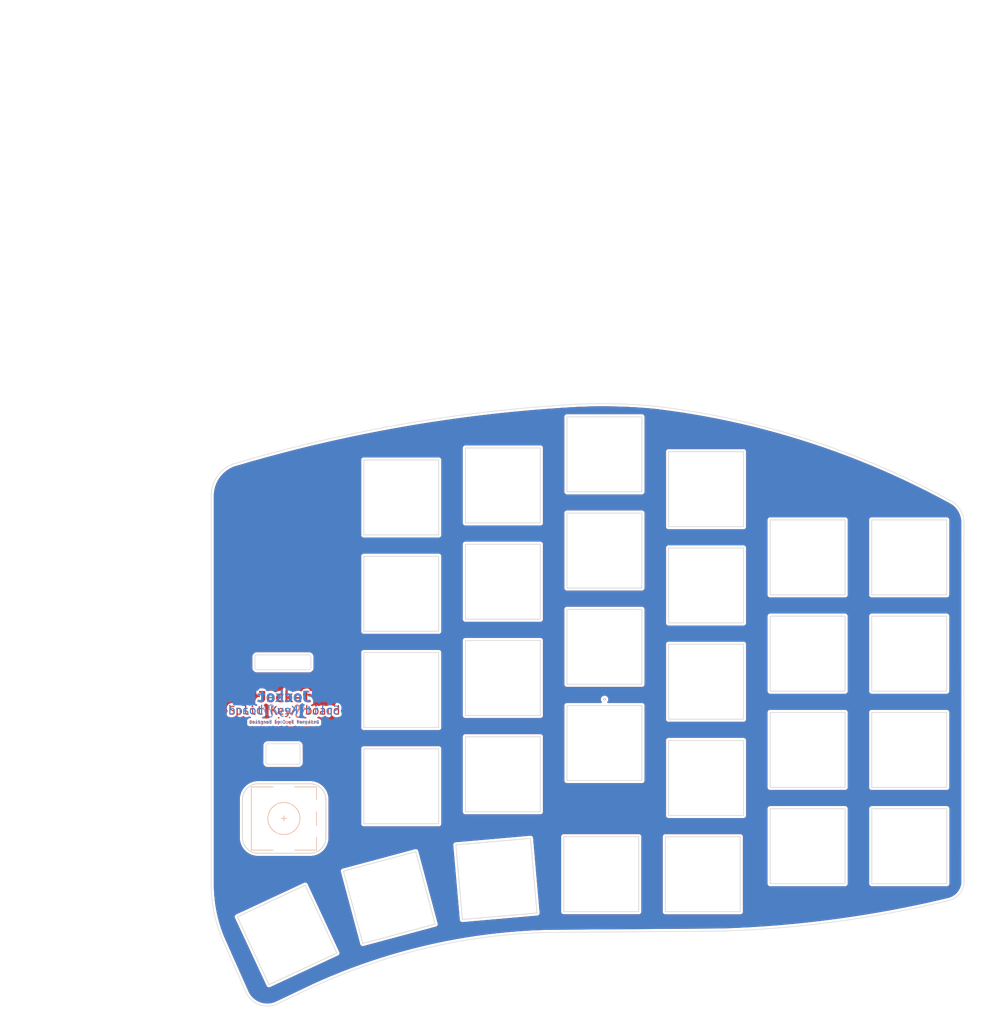
<source format=kicad_pcb>
(kicad_pcb (version 20211014) (generator pcbnew)
  (layers (0 "F.Cu" signal) (31 "B.Cu" signal) (34 "B.Paste" user) (35 "F.Paste" user) (36 "B.SilkS" user "B.Silkscreen") (37 "F.SilkS" user "F.Silkscreen") (38 "B.Mask" user) (39 "F.Mask" user) (44 "Edge.Cuts" user))
  (net 0 "")
  (footprint "Plate:Plate_ChocSpacing_Hotswap_SK6812MiniE" (layer "F.Cu") (at 120.5 48.0195 180)
    (fp_text reference "SW1" hide)
    (fp_text value "SW_PUSH_LED" hide)
    (fp_line (start 7 7) (end 7 -7) (layer "Edge.Cuts") (width 0.12))
    (fp_line (start -7 -7) (end 7 -7) (layer "Edge.Cuts") (width 0.12))
    (fp_line (start -7 -7) (end -7 7) (layer "Edge.Cuts") (width 0.12))
    (fp_line (start -7 7) (end 7 7) (layer "Edge.Cuts") (width 0.12))
  )
  (footprint "Plate:Plate_ChocSpacing_Hotswap_SK6812MiniE" (layer "F.Cu") (at 139.5 45.7695 180)
    (fp_text reference "SW2" hide)
    (fp_text value "SW_PUSH_LED" hide)
    (fp_line (start -7 -7) (end -7 7) (layer "Edge.Cuts") (width 0.12))
    (fp_line (start -7 -7) (end 7 -7) (layer "Edge.Cuts") (width 0.12))
    (fp_line (start -7 7) (end 7 7) (layer "Edge.Cuts") (width 0.12))
    (fp_line (start 7 7) (end 7 -7) (layer "Edge.Cuts") (width 0.12))
  )
  (footprint "Plate:Plate_ChocSpacing_Hotswap_SK6812MiniE" (layer "F.Cu") (at 158.5 39.95 180)
    (fp_text reference "SW3" hide)
    (fp_text value "SW_PUSH_LED" hide)
    (fp_line (start -7 7) (end 7 7) (layer "Edge.Cuts") (width 0.12))
    (fp_line (start -7 -7) (end 7 -7) (layer "Edge.Cuts") (width 0.12))
    (fp_line (start 7 7) (end 7 -7) (layer "Edge.Cuts") (width 0.12))
    (fp_line (start -7 -7) (end -7 7) (layer "Edge.Cuts") (width 0.12))
  )
  (footprint "Plate:Plate_ChocSpacing_Hotswap_SK6812MiniE" (layer "F.Cu") (at 177.5 46.4695 180)
    (fp_text reference "SW4" hide)
    (fp_text value "SW_PUSH_LED" hide)
    (fp_line (start -7 -7) (end 7 -7) (layer "Edge.Cuts") (width 0.12))
    (fp_line (start 7 7) (end 7 -7) (layer "Edge.Cuts") (width 0.12))
    (fp_line (start -7 7) (end 7 7) (layer "Edge.Cuts") (width 0.12))
    (fp_line (start -7 -7) (end -7 7) (layer "Edge.Cuts") (width 0.12))
  )
  (footprint "Plate:Plate_ChocSpacing_Hotswap_SK6812MiniE" (layer "F.Cu") (at 196.5 59.2195 180)
    (fp_text reference "SW5" hide)
    (fp_text value "SW_PUSH_LED" hide)
    (fp_line (start -7 -7) (end 7 -7) (layer "Edge.Cuts") (width 0.12))
    (fp_line (start -7 -7) (end -7 7) (layer "Edge.Cuts") (width 0.12))
    (fp_line (start -7 7) (end 7 7) (layer "Edge.Cuts") (width 0.12))
    (fp_line (start 7 7) (end 7 -7) (layer "Edge.Cuts") (width 0.12))
  )
  (footprint "Plate:Plate_ChocSpacing_Hotswap_SK6812MiniE" (layer "F.Cu") (at 120.5 66.0195 180)
    (fp_text reference "SW7" hide)
    (fp_text value "SW_PUSH_LED" hide)
    (fp_line (start 7 7) (end 7 -7) (layer "Edge.Cuts") (width 0.12))
    (fp_line (start -7 7) (end 7 7) (layer "Edge.Cuts") (width 0.12))
    (fp_line (start -7 -7) (end -7 7) (layer "Edge.Cuts") (width 0.12))
    (fp_line (start -7 -7) (end 7 -7) (layer "Edge.Cuts") (width 0.12))
  )
  (footprint "Plate:Plate_ChocSpacing_Hotswap_SK6812MiniE" (layer "F.Cu") (at 139.5 63.7695 180)
    (fp_text reference "SW8" hide)
    (fp_text value "SW_PUSH_LED" hide)
    (fp_line (start -7 -7) (end 7 -7) (layer "Edge.Cuts") (width 0.12))
    (fp_line (start -7 -7) (end -7 7) (layer "Edge.Cuts") (width 0.12))
    (fp_line (start 7 7) (end 7 -7) (layer "Edge.Cuts") (width 0.12))
    (fp_line (start -7 7) (end 7 7) (layer "Edge.Cuts") (width 0.12))
  )
  (footprint "Plate:Plate_ChocSpacing_Hotswap_SK6812MiniE" (layer "F.Cu") (at 158.5 57.94 180)
    (fp_text reference "SW9" hide)
    (fp_text value "SW_PUSH_LED" hide)
    (fp_line (start -7 -7) (end 7 -7) (layer "Edge.Cuts") (width 0.12))
    (fp_line (start 7 7) (end 7 -7) (layer "Edge.Cuts") (width 0.12))
    (fp_line (start -7 7) (end 7 7) (layer "Edge.Cuts") (width 0.12))
    (fp_line (start -7 -7) (end -7 7) (layer "Edge.Cuts") (width 0.12))
  )
  (footprint "Plate:Plate_ChocSpacing_Hotswap_SK6812MiniE" (layer "F.Cu") (at 177.5 64.4695 180)
    (fp_text reference "SW10" hide)
    (fp_text value "SW_PUSH_LED" hide)
    (fp_line (start -7 7) (end 7 7) (layer "Edge.Cuts") (width 0.12))
    (fp_line (start -7 -7) (end -7 7) (layer "Edge.Cuts") (width 0.12))
    (fp_line (start 7 7) (end 7 -7) (layer "Edge.Cuts") (width 0.12))
    (fp_line (start -7 -7) (end 7 -7) (layer "Edge.Cuts") (width 0.12))
  )
  (footprint "Plate:Plate_ChocSpacing_Hotswap_SK6812MiniE" (layer "F.Cu") (at 196.5 77.2195 180)
    (fp_text reference "SW11" hide)
    (fp_text value "SW_PUSH_LED" hide)
    (fp_line (start -7 7) (end 7 7) (layer "Edge.Cuts") (width 0.12))
    (fp_line (start -7 -7) (end 7 -7) (layer "Edge.Cuts") (width 0.12))
    (fp_line (start -7 -7) (end -7 7) (layer "Edge.Cuts") (width 0.12))
    (fp_line (start 7 7) (end 7 -7) (layer "Edge.Cuts") (width 0.12))
  )
  (footprint "Plate:Plate_ChocSpacing_Hotswap_SK6812MiniE" (layer "F.Cu") (at 215.5 77.2195 180)
    (fp_text reference "SW12" hide)
    (fp_text value "SW_PUSH_LED" hide)
    (fp_line (start -7 -7) (end 7 -7) (layer "Edge.Cuts") (width 0.12))
    (fp_line (start -7 7) (end 7 7) (layer "Edge.Cuts") (width 0.12))
    (fp_line (start -7 -7) (end -7 7) (layer "Edge.Cuts") (width 0.12))
    (fp_line (start 7 7) (end 7 -7) (layer "Edge.Cuts") (width 0.12))
  )
  (footprint "Plate:Plate_ChocSpacing_Hotswap_SK6812MiniE" (layer "F.Cu") (at 120.5 84.0195 180)
    (fp_text reference "SW13" hide)
    (fp_text value "SW_PUSH_LED" hide)
    (fp_line (start -7 7) (end 7 7) (layer "Edge.Cuts") (width 0.12))
    (fp_line (start -7 -7) (end -7 7) (layer "Edge.Cuts") (width 0.12))
    (fp_line (start -7 -7) (end 7 -7) (layer "Edge.Cuts") (width 0.12))
    (fp_line (start 7 7) (end 7 -7) (layer "Edge.Cuts") (width 0.12))
  )
  (footprint "Plate:Plate_ChocSpacing_Hotswap_SK6812MiniE" (layer "F.Cu") (at 139.5 81.7695 180)
    (fp_text reference "SW14" hide)
    (fp_text value "SW_PUSH_LED" hide)
    (fp_line (start -7 7) (end 7 7) (layer "Edge.Cuts") (width 0.12))
    (fp_line (start -7 -7) (end 7 -7) (layer "Edge.Cuts") (width 0.12))
    (fp_line (start 7 7) (end 7 -7) (layer "Edge.Cuts") (width 0.12))
    (fp_line (start -7 -7) (end -7 7) (layer "Edge.Cuts") (width 0.12))
  )
  (footprint "Plate:Plate_ChocSpacing_Hotswap_SK6812MiniE" (layer "F.Cu") (at 158.5 75.94 180)
    (fp_text reference "SW15" hide)
    (fp_text value "SW_PUSH_LED" hide)
    (fp_line (start -7 7) (end 7 7) (layer "Edge.Cuts") (width 0.12))
    (fp_line (start 7 7) (end 7 -7) (layer "Edge.Cuts") (width 0.12))
    (fp_line (start -7 -7) (end 7 -7) (layer "Edge.Cuts") (width 0.12))
    (fp_line (start -7 -7) (end -7 7) (layer "Edge.Cuts") (width 0.12))
  )
  (footprint "Plate:Plate_ChocSpacing_Hotswap_SK6812MiniE" (layer "F.Cu") (at 177.5 82.4695 180)
    (fp_text reference "SW16" hide)
    (fp_text value "SW_PUSH_LED" hide)
    (fp_line (start 7 7) (end 7 -7) (layer "Edge.Cuts") (width 0.12))
    (fp_line (start -7 -7) (end 7 -7) (layer "Edge.Cuts") (width 0.12))
    (fp_line (start -7 7) (end 7 7) (layer "Edge.Cuts") (width 0.12))
    (fp_line (start -7 -7) (end -7 7) (layer "Edge.Cuts") (width 0.12))
  )
  (footprint "Plate:Plate_ChocSpacing_Hotswap_SK6812MiniE" (layer "F.Cu") (at 196.5 95.2195 180)
    (fp_text reference "SW17" hide)
    (fp_text value "SW_PUSH_LED" hide)
    (fp_line (start 7 7) (end 7 -7) (layer "Edge.Cuts") (width 0.12))
    (fp_line (start -7 -7) (end 7 -7) (layer "Edge.Cuts") (width 0.12))
    (fp_line (start -7 7) (end 7 7) (layer "Edge.Cuts") (width 0.12))
    (fp_line (start -7 -7) (end -7 7) (layer "Edge.Cuts") (width 0.12))
  )
  (footprint "Plate:Plate_ChocSpacing_Hotswap_SK6812MiniE" (layer "F.Cu") (at 215.5 95.2195 180)
    (fp_text reference "SW18" hide)
    (fp_text value "SW_PUSH_LED" hide)
    (fp_line (start -7 -7) (end 7 -7) (layer "Edge.Cuts") (width 0.12))
    (fp_line (start -7 7) (end 7 7) (layer "Edge.Cuts") (width 0.12))
    (fp_line (start 7 7) (end 7 -7) (layer "Edge.Cuts") (width 0.12))
    (fp_line (start -7 -7) (end -7 7) (layer "Edge.Cuts") (width 0.12))
  )
  (footprint "Plate:Plate_ChocSpacing_Hotswap_SK6812MiniE" (layer "F.Cu") (at 120.5 102.0195 180)
    (fp_text reference "SW19" hide)
    (fp_text value "SW_PUSH_LED" hide)
    (fp_line (start 7 7) (end 7 -7) (layer "Edge.Cuts") (width 0.12))
    (fp_line (start -7 -7) (end 7 -7) (layer "Edge.Cuts") (width 0.12))
    (fp_line (start -7 7) (end 7 7) (layer "Edge.Cuts") (width 0.12))
    (fp_line (start -7 -7) (end -7 7) (layer "Edge.Cuts") (width 0.12))
  )
  (footprint "Plate:Plate_ChocSpacing_Hotswap_SK6812MiniE" (layer "F.Cu") (at 139.5 99.7695 180)
    (fp_text reference "SW20" hide)
    (fp_text value "SW_PUSH_LED" hide)
    (fp_line (start -7 -7) (end 7 -7) (layer "Edge.Cuts") (width 0.12))
    (fp_line (start -7 7) (end 7 7) (layer "Edge.Cuts") (width 0.12))
    (fp_line (start -7 -7) (end -7 7) (layer "Edge.Cuts") (width 0.12))
    (fp_line (start 7 7) (end 7 -7) (layer "Edge.Cuts") (width 0.12))
  )
  (footprint "Plate:Plate_ChocSpacing_Hotswap_SK6812MiniE" (layer "F.Cu") (at 158.5 93.94 180)
    (fp_text reference "SW21" hide)
    (fp_text value "SW_PUSH_LED" hide)
    (fp_line (start -7 -7) (end 7 -7) (layer "Edge.Cuts") (width 0.12))
    (fp_line (start -7 -7) (end -7 7) (layer "Edge.Cuts") (width 0.12))
    (fp_line (start -7 7) (end 7 7) (layer "Edge.Cuts") (width 0.12))
    (fp_line (start 7 7) (end 7 -7) (layer "Edge.Cuts") (width 0.12))
  )
  (footprint "Plate:Plate_ChocSpacing_Hotswap_SK6812MiniE" (layer "F.Cu") (at 177.5 100.4695 180)
    (fp_text reference "SW22" hide)
    (fp_text value "SW_PUSH_LED" hide)
    (fp_line (start 7 7) (end 7 -7) (layer "Edge.Cuts") (width 0.12))
    (fp_line (start -7 7) (end 7 7) (layer "Edge.Cuts") (width 0.12))
    (fp_line (start -7 -7) (end -7 7) (layer "Edge.Cuts") (width 0.12))
    (fp_line (start -7 -7) (end 7 -7) (layer "Edge.Cuts") (width 0.12))
  )
  (footprint "Plate:Plate_ChocSpacing_Hotswap_SK6812MiniE" (layer "F.Cu") (at 196.5 113.2195 180)
    (fp_text reference "SW23" hide)
    (fp_text value "SW_PUSH_LED" hide)
    (fp_line (start -7 7) (end 7 7) (layer "Edge.Cuts") (width 0.12))
    (fp_line (start 7 7) (end 7 -7) (layer "Edge.Cuts") (width 0.12))
    (fp_line (start -7 -7) (end 7 -7) (layer "Edge.Cuts") (width 0.12))
    (fp_line (start -7 -7) (end -7 7) (layer "Edge.Cuts") (width 0.12))
  )
  (footprint "Plate:Plate_ChocSpacing_Hotswap_SK6812MiniE" (layer "F.Cu") (at 215.512493 113.2195 180)
    (fp_text reference "SW24" hide)
    (fp_text value "SW_PUSH_LED" hide)
    (fp_line (start -7 -7) (end -7 7) (layer "Edge.Cuts") (width 0.12))
    (fp_line (start -7 7) (end 7 7) (layer "Edge.Cuts") (width 0.12))
    (fp_line (start 7 7) (end 7 -7) (layer "Edge.Cuts") (width 0.12))
    (fp_line (start -7 -7) (end 7 -7) (layer "Edge.Cuts") (width 0.12))
  )
  (footprint "Plate:Plate_ChocSpacing_Hotswap_SK6812MiniE" (layer "F.Cu") (at 99.149234 129.818965 -155)
    (fp_text reference "SW26" hide)
    (fp_text value "SW_PUSH_LED" hide)
    (fp_line (start -7 7) (end 7 7) (layer "Edge.Cuts") (width 0.12))
    (fp_line (start -7 -7) (end 7 -7) (layer "Edge.Cuts") (width 0.12))
    (fp_line (start -7 -7) (end -7 7) (layer "Edge.Cuts") (width 0.12))
    (fp_line (start 7 7) (end 7 -7) (layer "Edge.Cuts") (width 0.12))
  )
  (footprint "Plate:Plate_ChocSpacing_Hotswap_SK6812MiniE" (layer "F.Cu") (at 138.298041 119.344167 -175)
    (fp_text reference "SW28" hide)
    (fp_text value "SW_PUSH_LED" hide)
    (fp_line (start 7 7) (end 7 -7) (layer "Edge.Cuts") (width 0.12))
    (fp_line (start -7 -7) (end -7 7) (layer "Edge.Cuts") (width 0.12))
    (fp_line (start -7 7) (end 7 7) (layer "Edge.Cuts") (width 0.12))
    (fp_line (start -7 -7) (end 7 -7) (layer "Edge.Cuts") (width 0.12))
  )
  (footprint "Plate:Plate_ChocSpacing_Hotswap_SK6812MiniE" (layer "F.Cu") (at 157.9 118.4595 180)
    (fp_text reference "SW29" hide)
    (fp_text value "SW_PUSH_LED" hide)
    (fp_line (start 7 7) (end 7 -7) (layer "Edge.Cuts") (width 0.12))
    (fp_line (start -7 -7) (end -7 7) (layer "Edge.Cuts") (width 0.12))
    (fp_line (start -7 -7) (end 7 -7) (layer "Edge.Cuts") (width 0.12))
    (fp_line (start -7 7) (end 7 7) (layer "Edge.Cuts") (width 0.12))
  )
  (footprint "Plate:Plate_RotaryEncoder_Alps_EC11E-Switch_Vertical" (layer "F.Cu") (at 98.55 108.05)
    (fp_text reference "SW25" hide)
    (fp_text value "Rotary_Encoder_Switch")
    (fp_line (start -7.75 -3.5) (end -7.75 3.6) (layer "Edge.Cuts") (width 0.15))
    (fp_line (start -4.75 6.5) (end 4.95 6.5) (layer "Edge.Cuts") (width 0.15))
    (fp_line (start 7.85 3.5) (end 7.85 0.5) (layer "Edge.Cuts") (width 0.15))
    (fp_line (start 7.85 0.5) (end 7.85 -3.6) (layer "Edge.Cuts") (width 0.15))
    (fp_line (start 4.85 -6.5) (end -4.85 -6.5) (layer "Edge.Cuts") (width 0.15))
    (fp_arc (start 4.85 -6.5) (mid 6.95061 -5.67132) (end 7.85 -3.6) (layer "Edge.Cuts") (width 0.15))
    (fp_arc (start 7.85 3.5) (mid 7.02132 5.60061) (end 4.95 6.5) (layer "Edge.Cuts") (width 0.15))
    (fp_arc (start -7.75 -3.5) (mid -6.92132 -5.60061) (end -4.85 -6.5) (layer "Edge.Cuts") (width 0.15))
    (fp_arc (start -4.75 6.5) (mid -6.85061 5.67132) (end -7.75 3.6) (layer "Edge.Cuts") (width 0.15))
  )
  (footprint "Plate:Plate_ChocSpacing_Hotswap_SK6812MiniE" (layer "F.Cu") (at 176.9 118.4695 180)
    (fp_text reference "SW30" hide)
    (fp_text value "SW_PUSH_LED" hide)
    (fp_line (start -7 -7) (end 7 -7) (layer "Edge.Cuts") (width 0.12))
    (fp_line (start -7 7) (end 7 7) (layer "Edge.Cuts") (width 0.12))
    (fp_line (start -7 -7) (end -7 7) (layer "Edge.Cuts") (width 0.12))
    (fp_line (start 7 7) (end 7 -7) (layer "Edge.Cuts") (width 0.12))
  )
  (footprint "Plate:Plate_ChocSpacing_Hotswap_SK6812MiniE" (layer "F.Cu") (at 118.25437 122.836375 -165)
    (fp_text reference "SW27" hide)
    (fp_text value "SW_PUSH_LED" hide)
    (fp_line (start -7 -7) (end -7 7) (layer "Edge.Cuts") (width 0.12))
    (fp_line (start 7 7) (end 7 -7) (layer "Edge.Cuts") (width 0.12))
    (fp_line (start -7 7) (end 7 7) (layer "Edge.Cuts") (width 0.12))
    (fp_line (start -7 -7) (end 7 -7) (layer "Edge.Cuts") (width 0.12))
  )
  (footprint "Plate:Plate_ChocSpacing_Hotswap_SK6812MiniE" (layer "F.Cu") (at 215.5 59.2195 180)
    (fp_text reference "SW6" hide)
    (fp_text value "SW_PUSH_LED" hide)
    (fp_line (start -7 -7) (end -7 7) (layer "Edge.Cuts") (width 0.12))
    (fp_line (start 7 7) (end 7 -7) (layer "Edge.Cuts") (width 0.12))
    (fp_line (start -7 7) (end 7 7) (layer "Edge.Cuts") (width 0.12))
    (fp_line (start -7 -7) (end 7 -7) (layer "Edge.Cuts") (width 0.12))
  )
  (footprint "Logo:Logo_Cu_Jocket_SplitKeyboard" (layer "F.Cu") (at 98.601491 87.224154)
    (fp_text reference "G***" hide)
    (fp_text value "LOGO" hide)
    (fp_poly (pts (xy 4.310185 -2.520461) (xy 4.978481 -2.520461) (xy 4.977464 -2.347546) (xy 4.976446 -2.17463) (xy 4.643316 -2.173632) (xy 4.310185 -2.172633) (xy 4.310217 -1.833662) (xy 4.310245 -1.769811) (xy 4.310329 -1.713247) (xy 4.310486 -1.663444) (xy 4.310732 -1.619873) (xy 4.311086 -1.582006) (xy 4.311563 -1.549317) (xy 4.312183 -1.521278) (xy 4.312961 -1.49736) (xy 4.313915 -1.477037) (xy 4.315062 -1.45978) (xy 4.316419 -1.445063) (xy 4.318004 -1.432357) (xy 4.319834 -1.421135) (xy 4.321925 -1.410869) (xy 4.324296 -1.401032) (xy 4.324328 -1.400907) (xy 4.33611 -1.366165) (xy 4.352332 -1.335033) (xy 4.372201 -1.308664) (xy 4.394928 -1.28821) (xy 4.406892 -1.280682) (xy 4.421733 -1.273292) (xy 4.436713 -1.267519) (xy 4.453047 -1.263182) (xy 4.47195 -1.2601) (xy 4.494636 -1.258089) (xy 4.522321 -1.256968) (xy 4.556218 -1.256556) (xy 4.568092 -1.256543) (xy 4.623543 -1.257393) (xy 4.672933 -1.260044) (xy 4.717874 -1.264806) (xy 4.759977 -1.271987) (xy 4.800854 -1.281898) (xy 4.842116 -1.294846) (xy 4.885374 -1.311142) (xy 4.913077 -1.322705) (xy 4.928024 -1.328851) (xy 4.94013 -1.333297) (xy 4.947736 -1.335462) (xy 4.949431 -1.33544) (xy 4.950448 -1.331283) (xy 4.952555 -1.320183) (xy 4.955621 -1.302914) (xy 4.959514 -1.280254) (xy 4.964102 -1.252978) (xy 4.969254 -1.221862) (xy 4.974836 -1.187681) (xy 4.979812 -1.156856) (xy 4.986515 -1.114945) (xy 4.992017 -1.080093) (xy 4.996397 -1.051648) (xy 4.999737 -1.02896) (xy 5.002116 -1.011378) (xy 5.003616 -0.998251) (xy 5.004317 -0.988929) (xy 5.004299 -0.98276) (xy 5.003644 -0.979093) (xy 5.002431 -0.977279) (xy 5.002073 -0.97705) (xy 4.996029 -0.974485) (xy 4.98439 -0.970064) (xy 4.968957 -0.964457) (xy 4.955158 -0.959592) (xy 4.903239 -0.943194) (xy 4.84785 -0.929027) (xy 4.787824 -0.916844) (xy 4.721993 -0.906398) (xy 4.677508 -0.900655) (xy 4.653913 -0.898417) (xy 4.624271 -0.896493) (xy 4.590238 -0.894916) (xy 4.553474 -0.893716) (xy 4.515635 -0.892926) (xy 4.478382 -0.892576) (xy 4.443372 -0.892698) (xy 4.412262 -0.893322) (xy 4.386713 -0.894482) (xy 4.379437 -0.895016) (xy 4.342351 -0.898851) (xy 4.304023 -0.904141) (xy 4.266769 -0.910494) (xy 4.232907 -0.917519) (xy 4.20702 -0.924157) (xy 4.153729 -0.943223) (xy 4.105542 -0.968054) (xy 4.062421 -0.9987) (xy 4.024328 -1.03521) (xy 3.991226 -1.077634) (xy 3.963078 -1.126021) (xy 3.939845 -1.180421) (xy 3.92149 -1.240884) (xy 3.907976 -1.307459) (xy 3.905953 -1.3208) (xy 3.903619 -1.338219) (xy 3.901551 -1.356502) (xy 3.899734 -1.376191) (xy 3.898152 -1.397826) (xy 3.896792 -1.421947) (xy 3.895638 -1.449094) (xy 3.894676 -1.479808) (xy 3.893892 -1.51463) (xy 3.893269 -1.554099) (xy 3.892794 -1.598756) (xy 3.892452 -1.649143) (xy 3.892228 -1.705798) (xy 3.892108 -1.769263) (xy 3.892076 -1.829738) (xy 3.892062 -2.172599) (xy 3.711331 -2.173614) (xy 3.5306 -2.17463) (xy 3.5306 -2.518507) (xy 3.892062 -2.520539) (xy 3.892062 -2.918897) (xy 3.900854 -2.920942) (xy 3.906327 -2.921949) (xy 3.918755 -2.924075) (xy 3.937381 -2.927196) (xy 3.961444 -2.931187) (xy 3.990185 -2.935921) (xy 4.022845 -2.941273) (xy 4.058663 -2.947119) (xy 4.096882 -2.953333) (xy 4.109916 -2.955446) (xy 4.310185 -2.987906) (xy 4.310185 -2.520461)) (layer "F.Cu") (width 0.01) (fill solid))
    (fp_poly (pts (xy -2.481259 -2.557672) (xy -2.450473 -2.557033) (xy -2.423062 -2.555848) (xy -2.400616 -2.554104) (xy -2.3876 -2.552355) (xy -2.343192 -2.543145) (xy -2.298358 -2.531522) (xy -2.266647 -2.521727) (xy -2.2437 -2.513062) (xy -2.216366 -2.501205) (xy -2.186626 -2.487155) (xy -2.156463 -2.471911) (xy -2.12786 -2.456473) (xy -2.102801 -2.441838) (xy -2.084754 -2.430067) (xy -2.063838 -2.413931) (xy -2.039767 -2.393117) (xy -2.014113 -2.369174) (xy -1.988444 -2.343649) (xy -1.964332 -2.318088) (xy -1.943347 -2.294041) (xy -1.931284 -2.278838) (xy -1.8894 -2.216606) (xy -1.853387 -2.14933) (xy -1.823321 -2.077207) (xy -1.799275 -2.000432) (xy -1.781321 -1.919201) (xy -1.771614 -1.853047) (xy -1.769361 -1.827039) (xy -1.76785 -1.795476) (xy -1.767058 -1.760036) (xy -1.76696 -1.722401) (xy -1.767532 -1.68425) (xy -1.768748 -1.647263) (xy -1.770586 -1.61312) (xy -1.77302 -1.5835) (xy -1.775856 -1.561123) (xy -1.788828 -1.492346) (xy -1.804791 -1.429234) (xy -1.824277 -1.370031) (xy -1.847822 -1.312981) (xy -1.85795 -1.291492) (xy -1.895079 -1.223527) (xy -1.937416 -1.16123) (xy -1.984775 -1.104756) (xy -2.036967 -1.05426) (xy -2.093804 -1.009896) (xy -2.155098 -0.97182) (xy -2.220662 -0.940187) (xy -2.290306 -0.91515) (xy -2.327031 -0.905047) (xy -2.361827 -0.897916) (xy -2.402111 -0.892158) (xy -2.445655 -0.887923) (xy -2.490226 -0.885362) (xy -2.533595 -0.884626) (xy -2.573532 -0.885867) (xy -2.5908 -0.887205) (xy -2.667247 -0.898195) (xy -2.740198 -0.916075) (xy -2.809454 -0.940728) (xy -2.874818 -0.972039) (xy -2.93609 -1.009889) (xy -2.993073 -1.054164) (xy -3.045569 -1.104747) (xy -3.093379 -1.161522) (xy -3.118979 -1.197384) (xy -3.157837 -1.262105) (xy -3.190957 -1.331678) (xy -3.218219 -1.405519) (xy -3.239503 -1.483046) (xy -3.254689 -1.563677) (xy -3.263656 -1.64683) (xy -3.266112 -1.726319) (xy -2.840253 -1.726319) (xy -2.839714 -1.692081) (xy -2.83687 -1.634921) (xy -2.831753 -1.58385) (xy -2.824089 -1.537402) (xy -2.813603 -1.494109) (xy -2.800022 -1.452507) (xy -2.790291 -1.427789) (xy -2.768072 -1.382656) (xy -2.741854 -1.344203) (xy -2.711481 -1.312304) (xy -2.676797 -1.286834) (xy -2.637647 -1.267668) (xy -2.593874 -1.254681) (xy -2.569745 -1.250399) (xy -2.547823 -1.248628) (xy -2.521263 -1.248482) (xy -2.493038 -1.249818) (xy -2.466122 -1.252493) (xy -2.443489 -1.256362) (xy -2.442762 -1.256529) (xy -2.402573 -1.269759) (xy -2.364513 -1.28999) (xy -2.329723 -1.31647) (xy -2.299341 -1.348448) (xy -2.294972 -1.354015) (xy -2.266357 -1.397512) (xy -2.242218 -1.446939) (xy -2.222699 -1.50172) (xy -2.207943 -1.561279) (xy -2.198097 -1.625039) (xy -2.193303 -1.692426) (xy -2.193533 -1.75853) (xy -2.197683 -1.822251) (xy -2.205187 -1.879894) (xy -2.216288 -1.932554) (xy -2.231235 -1.981324) (xy -2.250272 -2.027298) (xy -2.257204 -2.041472) (xy -2.279909 -2.081098) (xy -2.304631 -2.113804) (xy -2.332263 -2.140404) (xy -2.363701 -2.161713) (xy -2.399839 -2.178545) (xy -2.413 -2.183274) (xy -2.425171 -2.187189) (xy -2.435911 -2.19) (xy -2.446915 -2.191895) (xy -2.459876 -2.193058) (xy -2.47649 -2.193676) (xy -2.498453 -2.193934) (xy -2.510692 -2.193983) (xy -2.536154 -2.193943) (xy -2.555493 -2.193554) (xy -2.570402 -2.192659) (xy -2.582571 -2.1911) (xy -2.593691 -2.18872) (xy -2.605454 -2.18536) (xy -2.606431 -2.185058) (xy -2.641572 -2.17172) (xy -2.672703 -2.15434) (xy -2.702106 -2.131515) (xy -2.718142 -2.116359) (xy -2.750563 -2.07844) (xy -2.77801 -2.034523) (xy -2.800473 -1.984646) (xy -2.81794 -1.928848) (xy -2.8304 -1.867168) (xy -2.837841 -1.799645) (xy -2.840253 -1.726319) (xy -3.266112 -1.726319) (xy -3.266286 -1.731922) (xy -3.262457 -1.818371) (xy -3.257316 -1.868214) (xy -3.244111 -1.947074) (xy -3.224584 -2.023648) (xy -3.199052 -2.09703) (xy -3.167835 -2.16632) (xy -3.131252 -2.230613) (xy -3.127037 -2.237153) (xy -3.08298 -2.297802) (xy -3.033833 -2.352551) (xy -2.979734 -2.401311) (xy -2.920821 -2.44399) (xy -2.857234 -2.480498) (xy -2.789111 -2.510745) (xy -2.716589 -2.53464) (xy -2.647785 -2.550618) (xy -2.630148 -2.553037) (xy -2.606344 -2.554973) (xy -2.577962 -2.556415) (xy -2.546594 -2.557352) (xy -2.513829 -2.557775) (xy -2.481259 -2.557672)) (layer "F.Cu") (width 0.01) (fill solid))
    (fp_poly (pts (xy 5.253892 2.620108) (xy 5.255895 2.801816) (xy 5.256396 2.84611) (xy 5.256891 2.88329) (xy 5.257458 2.914059) (xy 5.258174 2.939116) (xy 5.259116 2.959163) (xy 5.260363 2.974902) (xy 5.26199 2.987034) (xy 5.264077 2.99626) (xy 5.266701 3.003281) (xy 5.269938 3.008799) (xy 5.273866 3.013516) (xy 5.278563 3.018131) (xy 5.279928 3.019409) (xy 5.296909 3.030272) (xy 5.318992 3.035809) (xy 5.346324 3.03602) (xy 5.379054 3.030904) (xy 5.417328 3.020458) (xy 5.424137 3.018239) (xy 5.427478 3.018572) (xy 5.430126 3.02299) (xy 5.432565 3.03278) (xy 5.434909 3.046755) (xy 5.437629 3.065284) (xy 5.438927 3.077627) (xy 5.438616 3.08532) (xy 5.436509 3.089893) (xy 5.432418 3.09288) (xy 5.429079 3.094482) (xy 5.402885 3.1037) (xy 5.372407 3.110048) (xy 5.339997 3.113373) (xy 5.308004 3.113523) (xy 5.27878 3.110344) (xy 5.259554 3.105502) (xy 5.236371 3.095807) (xy 5.218496 3.083671) (xy 5.203443 3.067241) (xy 5.198105 3.059723) (xy 5.190669 3.047451) (xy 5.184436 3.034124) (xy 5.179306 3.018974) (xy 5.175183 3.001232) (xy 5.171967 2.980129) (xy 5.16956 2.954896) (xy 5.167865 2.924764) (xy 5.166784 2.888963) (xy 5.166217 2.846726) (xy 5.16607 2.808654) (xy 5.165969 2.6924) (xy 5.0292 2.6924) (xy 5.0292 2.618034) (xy 5.253892 2.620108)) (layer "F.Cu") (width 0.01) (fill solid))
    (fp_poly (pts (xy -5.656531 2.61236) (xy -5.620496 2.621105) (xy -5.588788 2.63592) (xy -5.560881 2.657003) (xy -5.554215 2.663504) (xy -5.534805 2.686988) (xy -5.519611 2.713767) (xy -5.508309 2.744782) (xy -5.500573 2.780976) (xy -5.496081 2.823289) (xy -5.495469 2.834054) (xy -5.493035 2.883877) (xy -5.839168 2.883877) (xy -5.836641 2.905378) (xy -5.829168 2.939331) (xy -5.815331 2.968766) (xy -5.795258 2.993517) (xy -5.769077 3.013418) (xy -5.744873 3.025316) (xy -5.735439 3.02877) (xy -5.726152 3.0312) (xy -5.715363 3.032781) (xy -5.701428 3.033692) (xy -5.682698 3.03411) (xy -5.662246 3.034209) (xy -5.638649 3.034149) (xy -5.620608 3.033708) (xy -5.605861 3.032581) (xy -5.59215 3.030459) (xy -5.577213 3.027035) (xy -5.558792 3.022003) (xy -5.546515 3.018484) (xy -5.542255 3.017877) (xy -5.539362 3.020004) (xy -5.537159 3.026321) (xy -5.534972 3.038284) (xy -5.533815 3.045887) (xy -5.531023 3.064887) (xy -5.529807 3.077684) (xy -5.530816 3.085835) (xy -5.534699 3.090898) (xy -5.542102 3.094429) (xy -5.553676 3.097986) (xy -5.555761 3.098603) (xy -5.574213 3.103509) (xy -5.594412 3.108014) (xy -5.607538 3.110409) (xy -5.628701 3.11267) (xy -5.654214 3.113812) (xy -5.681592 3.11387) (xy -5.708353 3.112881) (xy -5.732012 3.110883) (xy -5.748215 3.108335) (xy -5.784707 3.096831) (xy -5.819107 3.078979) (xy -5.85009 3.055784) (xy -5.876333 3.028247) (xy -5.89651 2.997372) (xy -5.897625 2.995183) (xy -5.913937 2.954205) (xy -5.923852 2.910194) (xy -5.927355 2.864631) (xy -5.924428 2.819001) (xy -5.922218 2.808573) (xy -5.836737 2.808573) (xy -5.835442 2.81007) (xy -5.831931 2.811232) (xy -5.825435 2.812103) (xy -5.815185 2.812723) (xy -5.800411 2.813135) (xy -5.780343 2.81338) (xy -5.754213 2.8135) (xy -5.721249 2.813538) (xy -5.710813 2.813539) (xy -5.583007 2.813539) (xy -5.585084 2.790626) (xy -5.591324 2.760213) (xy -5.603662 2.733962) (xy -5.621314 2.712478) (xy -5.643495 2.696365) (xy -5.66942 2.686229) (xy -5.698304 2.682675) (xy -5.722362 2.684857) (xy -5.738209 2.688603) (xy -5.75353 2.693619) (xy -5.761075 2.696888) (xy -5.78174 2.710998) (xy -5.801074 2.730657) (xy -5.817329 2.75361) (xy -5.828756 2.7776) (xy -5.831857 2.788139) (xy -5.834495 2.798956) (xy -5.836587 2.8067) (xy -5.836737 2.808573) (xy -5.922218 2.808573) (xy -5.915055 2.774784) (xy -5.900594 2.736352) (xy -5.890359 2.716552) (xy -5.879176 2.699902) (xy -5.864817 2.683287) (xy -5.856742 2.675007) (xy -5.825962 2.648393) (xy -5.793699 2.629047) (xy -5.758851 2.616513) (xy -5.720316 2.610339) (xy -5.697415 2.609489) (xy -5.656531 2.61236)) (layer "F.Cu") (width 0.01) (fill solid))
    (fp_poly (pts (xy -3.053798 2.611922) (xy -3.021487 2.618569) (xy -2.993206 2.630228) (xy -2.967598 2.647434) (xy -2.947055 2.666673) (xy -2.92807 2.690615) (xy -2.913103 2.718399) (xy -2.901875 2.750859) (xy -2.894105 2.78883) (xy -2.889512 2.833145) (xy -2.889181 2.838563) (xy -2.886593 2.883877) (xy -3.061081 2.883877) (xy -3.097161 2.883941) (xy -3.130719 2.884122) (xy -3.160972 2.884409) (xy -3.187137 2.884787) (xy -3.208434 2.885244) (xy -3.224078 2.885767) (xy -3.233287 2.886341) (xy -3.235501 2.886808) (xy -3.234709 2.891867) (xy -3.232698 2.902294) (xy -3.229941 2.915651) (xy -3.219379 2.949634) (xy -3.203283 2.978098) (xy -3.181682 3.001017) (xy -3.154601 3.018364) (xy -3.122071 3.03011) (xy -3.111288 3.032531) (xy -3.090639 3.035039) (xy -3.064933 3.035851) (xy -3.036714 3.035095) (xy -3.008527 3.032896) (xy -2.982914 3.029382) (xy -2.964118 3.025187) (xy -2.950494 3.021542) (xy -2.939947 3.019265) (xy -2.934564 3.0188) (xy -2.934384 3.018874) (xy -2.932541 3.023314) (xy -2.930516 3.033039) (xy -2.929363 3.041052) (xy -2.927402 3.056122) (xy -2.925322 3.070526) (xy -2.924501 3.075669) (xy -2.922146 3.089661) (xy -2.943065 3.096213) (xy -2.977936 3.104975) (xy -3.01639 3.110947) (xy -3.056022 3.113982) (xy -3.094428 3.113934) (xy -3.129201 3.110653) (xy -3.141784 3.108355) (xy -3.176061 3.097714) (xy -3.209699 3.081239) (xy -3.240006 3.060385) (xy -3.254482 3.047375) (xy -3.280067 3.016352) (xy -3.299521 2.980566) (xy -3.312859 2.939975) (xy -3.320095 2.894539) (xy -3.321538 2.86039) (xy -3.318368 2.813539) (xy -3.232531 2.813539) (xy -2.976585 2.813539) (xy -2.979222 2.791104) (xy -2.98609 2.761424) (xy -2.998893 2.734802) (xy -3.016794 2.712465) (xy -3.038954 2.695634) (xy -3.047651 2.691231) (xy -3.071513 2.684363) (xy -3.098467 2.68284) (xy -3.125969 2.686589) (xy -3.148562 2.694169) (xy -3.174333 2.70984) (xy -3.196755 2.731463) (xy -3.214617 2.757474) (xy -3.226712 2.786307) (xy -3.229871 2.79936) (xy -3.232531 2.813539) (xy -3.318368 2.813539) (xy -3.318332 2.813007) (xy -3.308856 2.769618) (xy -3.293327 2.730557) (xy -3.271962 2.696159) (xy -3.244977 2.666757) (xy -3.21259 2.642686) (xy -3.175016 2.624279) (xy -3.16639 2.621131) (xy -3.149337 2.615639) (xy -3.134938 2.612222) (xy -3.120183 2.610422) (xy -3.102058 2.609782) (xy -3.091499 2.609751) (xy -3.053798 2.611922)) (layer "F.Cu") (width 0.01) (fill solid))
    (fp_poly (pts (xy 6.290398 2.60957) (xy 6.305353 2.610561) (xy 6.344351 2.617199) (xy 6.378373 2.629147) (xy 6.407053 2.646193) (xy 6.430024 2.668125) (xy 6.445189 2.69123) (xy 6.449298 2.699833) (xy 6.452737 2.708734) (xy 6.455566 2.718691) (xy 6.457842 2.730459) (xy 6.459625 2.744797) (xy 6.460974 2.762461) (xy 6.461948 2.784208) (xy 6.462605 2.810796) (xy 6.463005 2.842982) (xy 6.463205 2.881523) (xy 6.463265 2.923668) (xy 6.463263 2.964746) (xy 6.463206 2.998695) (xy 6.463068 3.026201) (xy 6.462823 3.04795) (xy 6.462443 3.064627) (xy 6.461901 3.076918) (xy 6.46117 3.08551) (xy 6.460224 3.091089) (xy 6.459036 3.09434) (xy 6.457578 3.09595) (xy 6.456485 3.096438) (xy 6.450265 3.097731) (xy 6.437923 3.099851) (xy 6.421076 3.102532) (xy 6.401341 3.105513) (xy 6.394939 3.106449) (xy 6.352254 3.111342) (xy 6.309579 3.11381) (xy 6.268785 3.113847) (xy 6.231742 3.111452) (xy 6.201351 3.106839) (xy 6.173284 3.099613) (xy 6.150645 3.090509) (xy 6.131084 3.078406) (xy 6.116754 3.066441) (xy 6.097336 3.043363) (xy 6.083662 3.015755) (xy 6.076068 2.984733) (xy 6.075173 2.959355) (xy 6.162453 2.959355) (xy 6.165879 2.984278) (xy 6.175864 3.005052) (xy 6.192105 3.02127) (xy 6.2143 3.032527) (xy 6.217757 3.033651) (xy 6.227756 3.036159) (xy 6.239508 3.037862) (xy 6.25446 3.038848) (xy 6.27406 3.039204) (xy 6.299755 3.039017) (xy 6.305159 3.038933) (xy 6.327412 3.0384) (xy 6.34708 3.037623) (xy 6.362769 3.03668) (xy 6.373088 3.035652) (xy 6.376474 3.034867) (xy 6.378436 3.029912) (xy 6.379934 3.01878) (xy 6.380976 3.002999) (xy 6.38157 2.984095) (xy 6.381722 2.963597) (xy 6.38144 2.943031) (xy 6.380731 2.923926) (xy 6.379603 2.907809) (xy 6.378063 2.896207) (xy 6.376118 2.890648) (xy 6.375784 2.890427) (xy 6.363607 2.887253) (xy 6.345916 2.884508) (xy 6.325009 2.882393) (xy 6.303185 2.881107) (xy 6.282741 2.880853) (xy 6.271543 2.881317) (xy 6.238086 2.885986) (xy 6.210318 2.8947) (xy 6.188568 2.907223) (xy 6.173162 2.923322) (xy 6.164428 2.942762) (xy 6.162453 2.959355) (xy 6.075173 2.959355) (xy 6.074892 2.951412) (xy 6.076796 2.934371) (xy 6.085336 2.904885) (xy 6.100757 2.878615) (xy 6.122651 2.855953) (xy 6.150612 2.837292) (xy 6.184232 2.823025) (xy 6.195859 2.819523) (xy 6.215884 2.815524) (xy 6.241213 2.812678) (xy 6.269407 2.811067) (xy 6.29803 2.810769) (xy 6.324644 2.811865) (xy 6.346811 2.814435) (xy 6.347444 2.814547) (xy 6.363547 2.817147) (xy 6.373448 2.817921) (xy 6.378539 2.816898) (xy 6.379947 2.815237) (xy 6.380635 2.807436) (xy 6.379575 2.794358) (xy 6.377169 2.778238) (xy 6.373815 2.761315) (xy 6.369913 2.745824) (xy 6.365864 2.734003) (xy 6.365146 2.732428) (xy 6.351702 2.713105) (xy 6.33199 2.698016) (xy 6.314563 2.689922) (xy 6.299495 2.68632) (xy 6.278707 2.684229) (xy 6.254141 2.683622) (xy 6.227741 2.684473) (xy 6.20145 2.686754) (xy 6.177209 2.690439) (xy 6.170246 2.691901) (xy 6.155174 2.695115) (xy 6.143265 2.697261) (xy 6.136354 2.698024) (xy 6.135387 2.69786) (xy 6.133718 2.693044) (xy 6.131732 2.682819) (xy 6.12971 2.669425) (xy 6.127936 2.655103) (xy 6.126689 2.642092) (xy 6.126253 2.632635) (xy 6.126732 2.629061) (xy 6.134357 2.624842) (xy 6.148413 2.620845) (xy 6.167519 2.617215) (xy 6.190292 2.614094) (xy 6.215349 2.611626) (xy 6.241308 2.609954) (xy 6.266785 2.609221) (xy 6.290398 2.60957)) (layer "F.Cu") (width 0.01) (fill solid))
    (fp_poly (pts (xy -2.395415 2.735685) (xy -2.395422 2.796479) (xy -2.395447 2.849931) (xy -2.3955 2.896516) (xy -2.39559 2.936707) (xy -2.395726 2.970978) (xy -2.395918 2.999802) (xy -2.396173 3.023654) (xy -2.396502 3.043008) (xy -2.396913 3.058337) (xy -2.397416 3.070116) (xy -2.398019 3.078817) (xy -2.398732 3.084915) (xy -2.399563 3.088884) (xy -2.400522 3.091198) (xy -2.401619 3.09233) (xy -2.402254 3.092611) (xy -2.427585 3.099194) (xy -2.457405 3.10469) (xy -2.489968 3.108977) (xy -2.52353 3.111935) (xy -2.556345 3.113445) (xy -2.586671 3.113384) (xy -2.612761 3.111633) (xy -2.631435 3.108449) (xy -2.670099 3.094823) (xy -2.704663 3.074754) (xy -2.734681 3.048707) (xy -2.759704 3.017148) (xy -2.779286 2.980544) (xy -2.792687 2.940539) (xy -2.796406 2.919353) (xy -2.798719 2.892894) (xy -2.799627 2.863576) (xy -2.799363 2.84767) (xy -2.711123 2.84767) (xy -2.710688 2.882892) (xy -2.706227 2.916051) (xy -2.706103 2.916641) (xy -2.695452 2.951971) (xy -2.679738 2.981421) (xy -2.659012 3.004931) (xy -2.633325 3.022437) (xy -2.612979 3.030904) (xy -2.602596 3.032819) (xy -2.58651 3.034087) (xy -2.566808 3.034717) (xy -2.545574 3.034721) (xy -2.524895 3.03411) (xy -2.506855 3.032895) (xy -2.49354 3.031087) (xy -2.490177 3.030254) (xy -2.481384 3.02755) (xy -2.481384 2.876212) (xy -2.481346 2.837169) (xy -2.481329 2.80517) (xy -2.481481 2.779443) (xy -2.481951 2.759219) (xy -2.482886 2.743726) (xy -2.484434 2.732194) (xy -2.486743 2.723851) (xy -2.489961 2.717928) (xy -2.494236 2.713653) (xy -2.499717 2.710255) (xy -2.506549 2.706964) (xy -2.5146 2.70315) (xy -2.546603 2.690792) (xy -2.577626 2.68555) (xy -2.606966 2.687226) (xy -2.633921 2.695623) (xy -2.657789 2.710542) (xy -2.677867 2.731785) (xy -2.690473 2.752674) (xy -2.700796 2.780258) (xy -2.707752 2.812691) (xy -2.711123 2.84767) (xy -2.799363 2.84767) (xy -2.799132 2.833812) (xy -2.797235 2.806017) (xy -2.793937 2.782604) (xy -2.792583 2.776416) (xy -2.782632 2.745479) (xy -2.768547 2.714889) (xy -2.751775 2.687529) (xy -2.741279 2.674156) (xy -2.71311 2.647496) (xy -2.681457 2.627701) (xy -2.646677 2.614831) (xy -2.609129 2.608946) (xy -2.569172 2.610106) (xy -2.527165 2.618372) (xy -2.488223 2.631801) (xy -2.486293 2.632194) (xy -2.484764 2.631076) (xy -2.483589 2.627659) (xy -2.482722 2.621152) (xy -2.482117 2.610766) (xy -2.481727 2.595712) (xy -2.481505 2.575199) (xy -2.481407 2.548438) (xy -2.481384 2.515195) (xy -2.481384 2.39577) (xy -2.468684 2.393498) (xy -2.45858 2.391723) (xy -2.443795 2.389167) (xy -2.427352 2.38635) (xy -2.4257 2.386069) (xy -2.395415 2.380912) (xy -2.395415 2.735685)) (layer "F.Cu") (width 0.01) (fill solid))
    (fp_poly (pts (xy 0.654836 -3.274711) (xy 0.655028 -3.263447) (xy 0.655215 -3.245153) (xy 0.655396 -3.220222) (xy 0.655569 -3.189048) (xy 0.655734 -3.152023) (xy 0.655889 -3.109541) (xy 0.656033 -3.061994) (xy 0.656166 -3.009775) (xy 0.656285 -2.953277) (xy 0.65639 -2.892894) (xy 0.65648 -2.829018) (xy 0.656553 -2.762042) (xy 0.656608 -2.692359) (xy 0.656645 -2.620362) (xy 0.656655 -2.585915) (xy 0.656818 -1.893277) (xy 0.670726 -1.908907) (xy 0.678881 -1.918413) (xy 0.690942 -1.932916) (xy 0.705986 -1.951269) (xy 0.723088 -1.972324) (xy 0.741326 -1.994933) (xy 0.759777 -2.017949) (xy 0.777516 -2.040224) (xy 0.793621 -2.060611) (xy 0.807167 -2.077962) (xy 0.815581 -2.088936) (xy 0.8262 -2.103225) (xy 0.840537 -2.122887) (xy 0.857851 -2.146876) (xy 0.877401 -2.174145) (xy 0.898445 -2.20365) (xy 0.920243 -2.234344) (xy 0.942054 -2.265182) (xy 0.963135 -2.295117) (xy 0.982747 -2.323105) (xy 1.000148 -2.348098) (xy 1.014598 -2.369051) (xy 1.025354 -2.384919) (xy 1.025838 -2.385646) (xy 1.039996 -2.407267) (xy 1.055926 -2.432167) (xy 1.071434 -2.456892) (xy 1.081667 -2.473569) (xy 1.108867 -2.518507) (xy 1.359571 -2.519513) (xy 1.410019 -2.519707) (xy 1.453204 -2.519845) (xy 1.489676 -2.519913) (xy 1.519987 -2.519899) (xy 1.544688 -2.519789) (xy 1.564331 -2.51957) (xy 1.579468 -2.51923) (xy 1.590649 -2.518755) (xy 1.598427 -2.518132) (xy 1.603352 -2.517348) (xy 1.605976 -2.51639) (xy 1.60685 -2.515245) (xy 1.606527 -2.513899) (xy 1.606393 -2.513651) (xy 1.601428 -2.506477) (xy 1.591763 -2.494013) (xy 1.577884 -2.476821) (xy 1.560272 -2.455461) (xy 1.53941 -2.430495) (xy 1.515783 -2.402483) (xy 1.489873 -2.371987) (xy 1.462164 -2.339567) (xy 1.433138 -2.305785) (xy 1.403279 -2.271201) (xy 1.373071 -2.236377) (xy 1.342996 -2.201873) (xy 1.313537 -2.168251) (xy 1.285178 -2.136071) (xy 1.258403 -2.105894) (xy 1.233693 -2.078282) (xy 1.211533 -2.053795) (xy 1.192406 -2.032994) (xy 1.191846 -2.032392) (xy 1.175184 -2.014441) (xy 1.154664 -1.992267) (xy 1.131706 -1.967408) (xy 1.107731 -1.941404) (xy 1.08416 -1.915794) (xy 1.069678 -1.900034) (xy 0.996356 -1.820176) (xy 1.040075 -1.774699) (xy 1.085219 -1.726692) (xy 1.133359 -1.67359) (xy 1.183249 -1.616861) (xy 1.233644 -1.557974) (xy 1.283298 -1.498399) (xy 1.330966 -1.439603) (xy 1.375401 -1.383055) (xy 1.403464 -1.3462) (xy 1.447161 -1.286646) (xy 1.490285 -1.22537) (xy 1.53198 -1.16368) (xy 1.571392 -1.102885) (xy 1.607666 -1.044292) (xy 1.639948 -0.989209) (xy 1.658116 -0.956407) (xy 1.672345 -0.93003) (xy 1.433072 -0.930175) (xy 1.1938 -0.93032) (xy 1.165948 -0.982116) (xy 1.153306 -1.004853) (xy 1.137126 -1.032757) (xy 1.118229 -1.064504) (xy 1.097434 -1.098771) (xy 1.075563 -1.134237) (xy 1.053435 -1.169579) (xy 1.031869 -1.203474) (xy 1.011687 -1.234601) (xy 0.993707 -1.261636) (xy 0.982593 -1.277815) (xy 0.953233 -1.319022) (xy 0.921759 -1.361867) (xy 0.888929 -1.405396) (xy 0.855505 -1.448653) (xy 0.822246 -1.490684) (xy 0.789914 -1.530533) (xy 0.759268 -1.567246) (xy 0.731069 -1.599868) (xy 0.706077 -1.627444) (xy 0.694792 -1.639277) (xy 0.656686 -1.678353) (xy 0.656589 -1.304192) (xy 0.656492 -0.93003) (xy 0.234462 -0.93003) (xy 0.234462 -2.069123) (xy 0.234469 -2.162948) (xy 0.234489 -2.254731) (xy 0.234523 -2.344164) (xy 0.234569 -2.430941) (xy 0.234627 -2.514755) (xy 0.234697 -2.595301) (xy 0.234777 -2.672271) (xy 0.234868 -2.745359) (xy 0.234969 -2.81426) (xy 0.235078 -2.878666) (xy 0.235197 -2.938271) (xy 0.235323 -2.992768) (xy 0.235457 -3.041852) (xy 0.235598 -3.085215) (xy 0.235745 -3.122552) (xy 0.235898 -3.153556) (xy 0.236056 -3.17792) (xy 0.236219 -3.195338) (xy 0.236387 -3.205504) (xy 0.236529 -3.208215) (xy 0.240664 -3.208851) (xy 0.25179 -3.210678) (xy 0.269195 -3.213577) (xy 0.292167 -3.217427) (xy 0.319991 -3.22211) (xy 0.351956 -3.227504) (xy 0.387349 -3.233491) (xy 0.425457 -3.23995) (xy 0.445692 -3.243384) (xy 0.484901 -3.250037) (xy 0.521752 -3.256279) (xy 0.555533 -3.26199) (xy 0.585531 -3.26705) (xy 0.611036 -3.271339) (xy 0.631335 -3.274738) (xy 0.645716 -3.277127) (xy 0.653468 -3.278385) (xy 0.65464 -3.278553) (xy 0.654836 -3.274711)) (layer "F.Cu") (width 0.01) (fill solid))
    (fp_poly (pts (xy -4.693087 2.407153) (xy -4.675491 2.414971) (xy -4.659927 2.427422) (xy -4.648785 2.442388) (xy -4.646037 2.448803) (xy -4.643101 2.46489) (xy -4.643284 2.483215) (xy -4.646273 2.500684) (xy -4.651755 2.514204) (xy -4.652802 2.515739) (xy -4.668652 2.531979) (xy -4.687399 2.541178) (xy -4.708769 2.543908) (xy -4.725592 2.542707) (xy -4.738217 2.538551) (xy -4.743978 2.535116) (xy -4.760277 2.521092) (xy -4.769977 2.504884) (xy -4.774293 2.484443) (xy -4.774336 2.483939) (xy -4.773737 2.459747) (xy -4.767283 2.440129) (xy -4.754649 2.424141) (xy -4.75352 2.423129) (xy -4.734278 2.410715) (xy -4.713467 2.405328) (xy -4.693087 2.407153)) (layer "F.Cu") (width 0.01) (fill solid))
    (fp_poly (pts (xy -4.118843 2.609429) (xy -4.083027 2.611679) (xy -4.045786 2.615968) (xy -4.008622 2.6222) (xy -3.973036 2.630281) (xy -3.972958 2.630301) (xy -3.958115 2.634188) (xy -3.959349 2.881148) (xy -3.959606 2.931261) (xy -3.959855 2.974185) (xy -3.960117 3.010544) (xy -3.960413 3.040964) (xy -3.960767 3.06607) (xy -3.9612 3.086488) (xy -3.961733 3.102843) (xy -3.962389 3.115761) (xy -3.963189 3.125866) (xy -3.964156 3.133785) (xy -3.965311 3.140143) (xy -3.966677 3.145565) (xy -3.968274 3.150676) (xy -3.968853 3.152391) (xy -3.981418 3.182785) (xy -3.996799 3.207438) (xy -4.014489 3.226724) (xy -4.030181 3.239717) (xy -4.046847 3.250058) (xy -4.066829 3.259003) (xy -4.0894 3.266838) (xy -4.107858 3.271107) (xy -4.132008 3.274371) (xy -4.159779 3.276557) (xy -4.189103 3.27759) (xy -4.217912 3.277397) (xy -4.244137 3.275905) (xy -4.265443 3.273091) (xy -4.289564 3.268019) (xy -4.309833 3.26282) (xy -4.325244 3.257813) (xy -4.33479 3.25332) (xy -4.337541 3.250114) (xy -4.33687 3.244866) (xy -4.335118 3.234385) (xy -4.332686 3.220806) (xy -4.32997 3.20626) (xy -4.327371 3.19288) (xy -4.325286 3.1828) (xy -4.324114 3.178151) (xy -4.32408 3.178089) (xy -4.320385 3.178804) (xy -4.311038 3.181426) (xy -4.297822 3.185445) (xy -4.293103 3.186931) (xy -4.258324 3.195682) (xy -4.221091 3.201068) (xy -4.184465 3.202788) (xy -4.153155 3.20077) (xy -4.121035 3.194361) (xy -4.095497 3.184285) (xy -4.07591 3.169884) (xy -4.061642 3.150502) (xy -4.052064 3.125482) (xy -4.046543 3.094168) (xy -4.046062 3.08928) (xy -4.043436 3.060301) (xy -4.076187 3.071575) (xy -4.115734 3.08178) (xy -4.155764 3.085701) (xy -4.194862 3.083407) (xy -4.231612 3.074963) (xy -4.260208 3.062863) (xy -4.284767 3.0462) (xy -4.307939 3.023797) (xy -4.327826 2.997712) (xy -4.339496 2.976861) (xy -4.351538 2.944277) (xy -4.359669 2.907034) (xy -4.363719 2.867335) (xy -4.363641 2.851563) (xy -4.274477 2.851563) (xy -4.273659 2.872583) (xy -4.268401 2.909614) (xy -4.258205 2.940715) (xy -4.242904 2.966147) (xy -4.222331 2.986172) (xy -4.196318 3.00105) (xy -4.189604 3.003751) (xy -4.174923 3.006873) (xy -4.15522 3.007814) (xy -4.13293 3.00672) (xy -4.110492 3.003739) (xy -4.090343 2.999017) (xy -4.085701 2.997494) (xy -4.071752 2.992131) (xy -4.05962 2.986726) (xy -4.053463 2.98338) (xy -4.044461 2.977482) (xy -4.044461 2.837313) (xy -4.044499 2.799913) (xy -4.044631 2.769601) (xy -4.044887 2.74565) (xy -4.045297 2.727333) (xy -4.04589 2.713923) (xy -4.046696 2.704692) (xy -4.047743 2.698915) (xy -4.049062 2.695862) (xy -4.050232 2.69493) (xy -4.06111 2.692164) (xy -4.077482 2.689648) (xy -4.097025 2.687582) (xy -4.117418 2.686169) (xy -4.136338 2.685608) (xy -4.151464 2.686101) (xy -4.151805 2.686131) (xy -4.183096 2.692485) (xy -4.210202 2.705216) (xy -4.23288 2.723954) (xy -4.250889 2.748328) (xy -4.263986 2.777968) (xy -4.27193 2.812503) (xy -4.274477 2.851563) (xy -4.363641 2.851563) (xy -4.36352 2.827381) (xy -4.358903 2.789375) (xy -4.355154 2.772793) (xy -4.340757 2.732678) (xy -4.320315 2.697418) (xy -4.294127 2.667321) (xy -4.262489 2.642693) (xy -4.225699 2.623839) (xy -4.202723 2.615849) (xy -4.180193 2.611419) (xy -4.151732 2.60931) (xy -4.118843 2.609429)) (layer "F.Cu") (width 0.01) (fill solid))
    (fp_poly (pts (xy 4.758115 2.611567) (xy 4.792362 2.618507) (xy 4.822411 2.630041) (xy 4.822767 2.630221) (xy 4.840402 2.641625) (xy 4.859077 2.657654) (xy 4.8763 2.67596) (xy 4.888098 2.691808) (xy 4.900766 2.716694) (xy 4.91133 2.747822) (xy 4.919493 2.78383) (xy 4.924959 2.823358) (xy 4.927431 2.865045) (xy 4.927538 2.873131) (xy 4.9276 2.883877) (xy 4.753708 2.883877) (xy 4.711736 2.883906) (xy 4.676938 2.884005) (xy 4.648673 2.884197) (xy 4.626298 2.884501) (xy 4.609174 2.884939) (xy 4.596658 2.885532) (xy 4.588108 2.886301) (xy 4.582885 2.887265) (xy 4.580345 2.888448) (xy 4.579816 2.889546) (xy 4.580598 2.89641) (xy 4.582602 2.907831) (xy 4.584247 2.915923) (xy 4.594962 2.949597) (xy 4.611482 2.978066) (xy 4.633624 3.001148) (xy 4.661205 3.018659) (xy 4.694041 3.030415) (xy 4.700283 3.031861) (xy 4.724057 3.035168) (xy 4.752163 3.036261) (xy 4.782306 3.035301) (xy 4.812191 3.032453) (xy 4.839521 3.027878) (xy 4.862001 3.021741) (xy 4.866415 3.020055) (xy 4.87429 3.01777) (xy 4.879497 3.019484) (xy 4.882923 3.026339) (xy 4.885455 3.039477) (xy 4.886269 3.04557) (xy 4.888207 3.059958) (xy 4.890187 3.0732) (xy 4.890924 3.077623) (xy 4.891725 3.083784) (xy 4.89049 3.08791) (xy 4.885765 3.091116) (xy 4.8761 3.094516) (xy 4.864411 3.097957) (xy 4.846269 3.102832) (xy 4.827175 3.107371) (xy 4.812582 3.110342) (xy 4.793064 3.112632) (xy 4.768616 3.113813) (xy 4.741803 3.113923) (xy 4.715189 3.112996) (xy 4.691339 3.111071) (xy 4.6736 3.108355) (xy 4.634536 3.096247) (xy 4.598797 3.077749) (xy 4.567288 3.053549) (xy 4.540915 3.024335) (xy 4.521524 2.992729) (xy 4.508815 2.963096) (xy 4.500325 2.933412) (xy 4.495551 2.901286) (xy 4.493985 2.864325) (xy 4.493982 2.862385) (xy 4.495449 2.824698) (xy 4.497061 2.813539) (xy 4.582701 2.813539) (xy 4.83873 2.813539) (xy 4.836094 2.79367) (xy 4.829152 2.763578) (xy 4.817146 2.736697) (xy 4.800862 2.714312) (xy 4.781087 2.697706) (xy 4.775307 2.694409) (xy 4.750569 2.685682) (xy 4.722723 2.682712) (xy 4.693894 2.685453) (xy 4.666204 2.693856) (xy 4.659261 2.697057) (xy 4.638812 2.710881) (xy 4.619599 2.730416) (xy 4.603141 2.753565) (xy 4.590957 2.778229) (xy 4.584942 2.799724) (xy 4.582701 2.813539) (xy 4.497061 2.813539) (xy 4.500166 2.79205) (xy 4.508606 2.762175) (xy 4.520933 2.733431) (xy 4.542783 2.697152) (xy 4.569345 2.667082) (xy 4.600816 2.643049) (xy 4.637392 2.624884) (xy 4.652108 2.619664) (xy 4.685794 2.61201) (xy 4.721861 2.609356) (xy 4.758115 2.611567)) (layer "F.Cu") (width 0.01) (fill solid))
    (fp_poly (pts (xy 5.91828 0.161343) (xy 5.960894 0.165225) (xy 5.999791 0.171633) (xy 6.013939 0.174937) (xy 6.057763 0.18848) (xy 6.102498 0.20635) (xy 6.145178 0.227242) (xy 6.180648 0.248385) (xy 6.219334 0.277696) (xy 6.257087 0.313201) (xy 6.292534 0.353291) (xy 6.324306 0.396358) (xy 6.351029 0.440792) (xy 6.360166 0.458943) (xy 6.386433 0.522655) (xy 6.406638 0.589459) (xy 6.420825 0.658509) (xy 6.429042 0.728957) (xy 6.431334 0.799956) (xy 6.427747 0.870659) (xy 6.418327 0.940218) (xy 6.403121 1.007787) (xy 6.382174 1.072519) (xy 6.355533 1.133566) (xy 6.323244 1.190081) (xy 6.320133 1.194809) (xy 6.301014 1.220797) (xy 6.277317 1.248778) (xy 6.251077 1.276609) (xy 6.224328 1.302144) (xy 6.199104 1.323238) (xy 6.196388 1.325286) (xy 6.145066 1.358685) (xy 6.089739 1.385702) (xy 6.031529 1.405852) (xy 5.984631 1.41653) (xy 5.967035 1.418984) (xy 5.944657 1.421148) (xy 5.919533 1.422925) (xy 5.893695 1.424217) (xy 5.869178 1.424925) (xy 5.848016 1.42495) (xy 5.832245 1.424196) (xy 5.830277 1.423987) (xy 5.792595 1.418379) (xy 5.754811 1.410702) (xy 5.718831 1.401455) (xy 5.68656 1.391134) (xy 5.659903 1.380238) (xy 5.656385 1.378524) (xy 5.600221 1.346102) (xy 5.548643 1.307457) (xy 5.50192 1.262885) (xy 5.460323 1.212679) (xy 5.424121 1.157132) (xy 5.393586 1.09654) (xy 5.390264 1.088823) (xy 5.37173 1.039361) (xy 5.357488 0.988321) (xy 5.347354 0.93454) (xy 5.34114 0.876853) (xy 5.338661 0.814096) (xy 5.338772 0.799544) (xy 5.561198 0.799544) (xy 5.561388 0.831725) (xy 5.562338 0.860682) (xy 5.564094 0.884577) (xy 5.564413 0.887469) (xy 5.572367 0.93688) (xy 5.584382 0.985393) (xy 5.599851 1.031045) (xy 5.618164 1.071875) (xy 5.626026 1.086206) (xy 5.640034 1.106912) (xy 5.658367 1.129251) (xy 5.679072 1.151175) (xy 5.700195 1.170635) (xy 5.719783 1.185581) (xy 5.722302 1.187204) (xy 5.75282 1.204373) (xy 5.782622 1.216705) (xy 5.813641 1.224676) (xy 5.847808 1.228762) (xy 5.887055 1.229442) (xy 5.8928 1.2293) (xy 5.919188 1.22816) (xy 5.939871 1.226293) (xy 5.956946 1.223434) (xy 5.972511 1.219319) (xy 5.972908 1.219195) (xy 6.016779 1.201465) (xy 6.056561 1.17719) (xy 6.092102 1.146576) (xy 6.123249 1.10983) (xy 6.149849 1.067157) (xy 6.171749 1.018766) (xy 6.188797 0.964861) (xy 6.19974 0.912563) (xy 6.205582 0.864267) (xy 6.208227 0.811826) (xy 6.207721 0.757909) (xy 6.204107 0.705185) (xy 6.197432 0.656323) (xy 6.195238 0.64477) (xy 6.187151 0.611838) (xy 6.176243 0.577569) (xy 6.163529 0.544773) (xy 6.150024 0.516257) (xy 6.146592 0.510038) (xy 6.119025 0.467948) (xy 6.08824 0.432685) (xy 6.053714 0.403742) (xy 6.014924 0.380609) (xy 6.011985 0.37917) (xy 5.98361 0.36702) (xy 5.955886 0.35874) (xy 5.926607 0.353922) (xy 5.893569 0.352156) (xy 5.868137 0.35248) (xy 5.845164 0.353444) (xy 5.827635 0.354861) (xy 5.813179 0.357107) (xy 5.799424 0.360556) (xy 5.784001 0.365583) (xy 5.782925 0.365959) (xy 5.741338 0.384606) (xy 5.703342 0.409969) (xy 5.6692 0.441691) (xy 5.639173 0.479416) (xy 5.613525 0.522789) (xy 5.592517 0.571454) (xy 5.576412 0.625055) (xy 5.570096 0.654581) (xy 5.567153 0.675323) (xy 5.564747 0.702028) (xy 5.562923 0.732858) (xy 5.561725 0.765976) (xy 5.561198 0.799544) (xy 5.338772 0.799544) (xy 5.339014 0.767965) (xy 5.341531 0.710448) (xy 5.346345 0.658986) (xy 5.353773 0.612076) (xy 5.364134 0.568213) (xy 5.377745 0.525892) (xy 5.394923 0.48361) (xy 5.402584 0.466961) (xy 5.433984 0.40932) (xy 5.470923 0.356837) (xy 5.513005 0.309818) (xy 5.559833 0.268568) (xy 5.61101 0.23339) (xy 5.666139 0.20459) (xy 5.724824 0.182473) (xy 5.786667 0.167341) (xy 5.794655 0.165947) (xy 5.832509 0.161596) (xy 5.874602 0.160097) (xy 5.91828 0.161343)) (layer "F.Cu") (width 0.01) (fill solid))
    (fp_poly (pts (xy -2.199074 0.141793) (xy -2.198077 0.498508) (xy -2.142627 0.439754) (xy -2.082663 0.374837) (xy -2.01982 0.304197) (xy -1.955018 0.228938) (xy -1.889177 0.150168) (xy -1.823218 0.068992) (xy -1.758059 -0.013483) (xy -1.694622 -0.096152) (xy -1.673637 -0.124069) (xy -1.605715 -0.214923) (xy -1.482796 -0.214923) (xy -1.452696 -0.21487) (xy -1.425266 -0.214719) (xy -1.401439 -0.214484) (xy -1.382146 -0.214178) (xy -1.368322 -0.213814) (xy -1.360898 -0.213405) (xy -1.359877 -0.213181) (xy -1.36204 -0.209315) (xy -1.368084 -0.20006) (xy -1.377335 -0.186384) (xy -1.389124 -0.169252) (xy -1.402779 -0.14963) (xy -1.417629 -0.128484) (xy -1.433003 -0.10678) (xy -1.448228 -0.085484) (xy -1.458521 -0.071224) (xy -1.503318 -0.010719) (xy -1.552628 0.053586) (xy -1.605374 0.120395) (xy -1.660481 0.188413) (xy -1.716871 0.256345) (xy -1.77347 0.322893) (xy -1.8292 0.386763) (xy -1.882986 0.446658) (xy -1.933751 0.501283) (xy -1.935976 0.503627) (xy -1.967096 0.536376) (xy -1.953633 0.548139) (xy -1.851479 0.64155) (xy -1.754961 0.738281) (xy -1.664453 0.837884) (xy -1.580325 0.939914) (xy -1.502951 1.043926) (xy -1.432703 1.149473) (xy -1.384531 1.23005) (xy -1.373351 1.250259) (xy -1.361308 1.272971) (xy -1.349049 1.296865) (xy -1.33722 1.320623) (xy -1.326465 1.342926) (xy -1.31743 1.362456) (xy -1.310761 1.377892) (xy -1.307103 1.387916) (xy -1.306919 1.388606) (xy -1.304293 1.399068) (xy -1.544985 1.397) (xy -1.558342 1.373554) (xy -1.603732 1.295601) (xy -1.647463 1.22413) (xy -1.690202 1.158162) (xy -1.732617 1.096716) (xy -1.775375 1.038815) (xy -1.819146 0.983479) (xy -1.847476 0.94957) (xy -1.891147 0.90025) (xy -1.937797 0.851029) (xy -1.98623 0.803029) (xy -2.03525 0.757366) (xy -2.083659 0.715162) (xy -2.13026 0.677535) (xy -2.168769 0.649136) (xy -2.198077 0.628627) (xy -2.200031 1.012813) (xy -2.201984 1.397) (xy -2.414954 1.39908) (xy -2.414954 -0.214923) (xy -2.200072 -0.214923) (xy -2.199074 0.141793)) (layer "F.Cu") (width 0.01) (fill solid))
    (fp_poly (pts (xy -8.459789 0.163064) (xy -8.434349 0.163487) (xy -8.413468 0.16434) (xy -8.395522 0.165722) (xy -8.378882 0.167733) (xy -8.361925 0.170472) (xy -8.358435 0.171101) (xy -8.293475 0.18667) (xy -8.232408 0.208837) (xy -8.175531 0.23738) (xy -8.12314 0.272083) (xy -8.075533 0.312726) (xy -8.033007 0.359092) (xy -7.995857 0.41096) (xy -7.969632 0.457411) (xy -7.945065 0.512093) (xy -7.925856 0.568349) (xy -7.911772 0.627273) (xy -7.902579 0.689961) (xy -7.898042 0.757507) (xy -7.897446 0.795216) (xy -7.900429 0.875657) (xy -7.909418 0.951304) (xy -7.924471 1.022438) (xy -7.945649 1.089334) (xy -7.973011 1.152274) (xy -7.974018 1.154282) (xy -8.004921 1.20769) (xy -8.041229 1.25629) (xy -8.082398 1.299598) (xy -8.127886 1.337131) (xy -8.177149 1.368404) (xy -8.229644 1.392933) (xy -8.250107 1.400312) (xy -8.299604 1.413586) (xy -8.352093 1.421866) (xy -8.406264 1.425262) (xy -8.460809 1.423882) (xy -8.51442 1.417834) (xy -8.565788 1.407227) (xy -8.613605 1.39217) (xy -8.656562 1.37277) (xy -8.669199 1.365584) (xy -8.680737 1.358759) (xy -8.689342 1.353898) (xy -8.693135 1.352062) (xy -8.693399 1.355857) (xy -8.693648 1.366796) (xy -8.693878 1.384204) (xy -8.694084 1.40741) (xy -8.694263 1.435741) (xy -8.694409 1.468525) (xy -8.69452 1.505088) (xy -8.69459 1.544758) (xy -8.694615 1.586863) (xy -8.694615 1.824893) (xy -8.909538 1.824893) (xy -8.909538 0.379349) (xy -8.694615 0.379349) (xy -8.694615 1.140971) (xy -8.676054 1.15459) (xy -8.639819 1.177605) (xy -8.598343 1.197787) (xy -8.553991 1.2141) (xy -8.518769 1.223505) (xy -8.495857 1.227099) (xy -8.468297 1.229146) (xy -8.43842 1.22968) (xy -8.408556 1.228734) (xy -8.381038 1.22634) (xy -8.358195 1.222533) (xy -8.352692 1.221145) (xy -8.315655 1.207419) (xy -8.279094 1.187628) (xy -8.245219 1.163212) (xy -8.216242 1.135612) (xy -8.20962 1.127894) (xy -8.186645 1.094738) (xy -8.166295 1.05496) (xy -8.14891 1.009409) (xy -8.134831 0.958937) (xy -8.127314 0.922216) (xy -8.125097 0.904526) (xy -8.12345 0.880869) (xy -8.122361 0.852794) (xy -8.121821 0.821853) (xy -8.121817 0.789596) (xy -8.122339 0.757573) (xy -8.123377 0.727334) (xy -8.124918 0.700432) (xy -8.126952 0.678414) (xy -8.129143 0.664308) (xy -8.144492 0.606558) (xy -8.16497 0.554146) (xy -8.190403 0.507275) (xy -8.220615 0.46615) (xy -8.255432 0.430975) (xy -8.294678 0.401953) (xy -8.338177 0.379289) (xy -8.385757 0.363187) (xy -8.387861 0.362653) (xy -8.401105 0.359542) (xy -8.413421 0.357268) (xy -8.426383 0.355716) (xy -8.441567 0.354768) (xy -8.460547 0.354308) (xy -8.484898 0.354221) (xy -8.501184 0.35429) (xy -8.548009 0.355299) (xy -8.588348 0.357828) (xy -8.623405 0.362008) (xy -8.654386 0.367972) (xy -8.6741 0.37322) (xy -8.694615 0.379349) (xy -8.909538 0.379349) (xy -8.909538 0.223595) (xy -8.879254 0.21543) (xy -8.801271 0.196163) (xy -8.726934 0.181605) (xy -8.653904 0.171438) (xy -8.579843 0.165347) (xy -8.502409 0.163015) (xy -8.491415 0.162971) (xy -8.459789 0.163064)) (layer "F.Cu") (width 0.01) (fill solid))
    (fp_poly (pts (xy -4.553784 -0.183787) (xy -4.553476 -0.172945) (xy -4.553196 -0.155798) (xy -4.552952 -0.133101) (xy -4.55275 -0.105608) (xy -4.552596 -0.074077) (xy -4.552498 -0.03926) (xy -4.552462 -0.001914) (xy -4.552461 0) (xy -4.552461 0.18757) (xy -4.044461 0.18757) (xy -4.044461 0.367323) (xy -4.552461 0.367323) (xy -4.552461 0.681018) (xy -4.552408 0.741208) (xy -4.552251 0.796832) (xy -4.551995 0.847499) (xy -4.551645 0.892818) (xy -4.551205 0.932397) (xy -4.55068 0.965844) (xy -4.550074 0.992769) (xy -4.549392 1.01278) (xy -4.548639 1.025485) (xy -4.548398 1.027826) (xy -4.541085 1.072832) (xy -4.53071 1.111295) (xy -4.516796 1.143608) (xy -4.498869 1.170165) (xy -4.476452 1.191358) (xy -4.449071 1.207582) (xy -4.416249 1.219228) (xy -4.377512 1.226691) (xy -4.332384 1.230364) (xy -4.302834 1.230912) (xy -4.254148 1.229689) (xy -4.210787 1.225774) (xy -4.170604 1.218768) (xy -4.131452 1.208271) (xy -4.091186 1.193885) (xy -4.080511 1.189559) (xy -4.065913 1.183683) (xy -4.054334 1.179339) (xy -4.047435 1.177133) (xy -4.046255 1.177028) (xy -4.045288 1.181043) (xy -4.043211 1.191672) (xy -4.040224 1.207823) (xy -4.036527 1.228405) (xy -4.032319 1.252327) (xy -4.029726 1.267283) (xy -4.014364 1.356371) (xy -4.024528 1.361507) (xy -4.035003 1.366018) (xy -4.051302 1.372114) (xy -4.071731 1.379244) (xy -4.094596 1.386861) (xy -4.118203 1.394416) (xy -4.140857 1.40136) (xy -4.160863 1.407144) (xy -4.176528 1.41122) (xy -4.181231 1.412255) (xy -4.223232 1.418942) (xy -4.27041 1.423372) (xy -4.320421 1.425423) (xy -4.370924 1.424972) (xy -4.398108 1.42361) (xy -4.423289 1.421163) (xy -4.451839 1.417131) (xy -4.480998 1.412) (xy -4.508003 1.406259) (xy -4.530095 1.400395) (xy -4.530969 1.400124) (xy -4.575992 1.383118) (xy -4.615567 1.361803) (xy -4.64998 1.335805) (xy -4.679517 1.304748) (xy -4.704463 1.268257) (xy -4.725104 1.225959) (xy -4.741726 1.177478) (xy -4.754615 1.122439) (xy -4.758229 1.10197) (xy -4.759414 1.094023) (xy -4.760462 1.085209) (xy -4.761383 1.074995) (xy -4.762188 1.062851) (xy -4.76289 1.048243) (xy -4.763498 1.03064) (xy -4.764025 1.00951) (xy -4.764481 0.984321) (xy -4.764877 0.954541) (xy -4.765225 0.919639) (xy -4.765536 0.879081) (xy -4.765821 0.832338) (xy -4.766091 0.778876) (xy -4.766358 0.718163) (xy -4.766374 0.714131) (xy -4.767809 0.367323) (xy -5.025292 0.367323) (xy -5.025292 0.18757) (xy -4.767384 0.18757) (xy -4.767384 0.017585) (xy -4.767296 -0.029647) (xy -4.76703 -0.069121) (xy -4.766584 -0.100892) (xy -4.765958 -0.125018) (xy -4.76515 -0.141553) (xy -4.764159 -0.150553) (xy -4.763351 -0.1524) (xy -4.758558 -0.153041) (xy -4.747122 -0.15485) (xy -4.730099 -0.157649) (xy -4.708545 -0.161264) (xy -4.683515 -0.165519) (xy -4.657541 -0.169984) (xy -4.630346 -0.174673) (xy -4.605767 -0.17889) (xy -4.584828 -0.182463) (xy -4.568555 -0.185216) (xy -4.557971 -0.186976) (xy -4.554113 -0.187569) (xy -4.553784 -0.183787)) (layer "F.Cu") (width 0.01) (fill solid))
    (fp_poly (pts (xy 0.199292 2.698006) (xy 0.199276 2.750929) (xy 0.199192 2.796682) (xy 0.19899 2.835913) (xy 0.19862 2.869269) (xy 0.19803 2.897394) (xy 0.19717 2.920937) (xy 0.19599 2.940543) (xy 0.194438 2.956859) (xy 0.192464 2.970531) (xy 0.190017 2.982206) (xy 0.187046 2.99253) (xy 0.183501 3.00215) (xy 0.179332 3.011712) (xy 0.174486 3.021863) (xy 0.173773 3.023322) (xy 0.156422 3.051332) (xy 0.13404 3.074037) (xy 0.105707 3.092328) (xy 0.098814 3.095739) (xy 0.067491 3.10714) (xy 0.031432 3.114479) (xy -0.0073 3.117553) (xy -0.046644 3.116157) (xy -0.072292 3.112626) (xy -0.090306 3.108365) (xy -0.109796 3.102166) (xy -0.129334 3.094682) (xy -0.147493 3.086567) (xy -0.162848 3.078471) (xy -0.173969 3.071047) (xy -0.179432 3.064949) (xy -0.179754 3.063495) (xy -0.178109 3.058237) (xy -0.173816 3.048429) (xy -0.167835 3.035962) (xy -0.161129 3.022725) (xy -0.154658 3.010609) (xy -0.149383 3.001501) (xy -0.146266 2.997293) (xy -0.146029 2.9972) (xy -0.141726 2.999086) (xy -0.13274 3.004026) (xy -0.121113 3.010893) (xy -0.100275 3.022807) (xy -0.082583 3.030879) (xy -0.065129 3.036209) (xy -0.045004 3.039896) (xy -0.0441 3.040025) (xy -0.010846 3.041927) (xy 0.020038 3.038197) (xy 0.047512 3.029181) (xy 0.070536 3.015225) (xy 0.088069 2.996674) (xy 0.088577 2.995936) (xy 0.093772 2.987939) (xy 0.098186 2.979968) (xy 0.101884 2.971339) (xy 0.104927 2.961368) (xy 0.10738 2.94937) (xy 0.109306 2.934663) (xy 0.110767 2.916561) (xy 0.111827 2.89438) (xy 0.112549 2.867437) (xy 0.112995 2.835046) (xy 0.11323 2.796525) (xy 0.113316 2.751188) (xy 0.113323 2.727775) (xy 0.113323 2.532185) (xy -0.105508 2.532185) (xy -0.105508 2.457939) (xy 0.199292 2.457939) (xy 0.199292 2.698006)) (layer "F.Cu") (width 0.01) (fill solid))
    (fp_poly (pts (xy 1.606182 2.660162) (xy 1.606256 2.706474) (xy 1.606429 2.751135) (xy 1.606693 2.793427) (xy 1.607038 2.832632) (xy 1.607456 2.868033) (xy 1.607936 2.898912) (xy 1.60847 2.924551) (xy 1.609049 2.944233) (xy 1.609663 2.957241) (xy 1.610038 2.96149) (xy 1.616072 2.989476) (xy 1.626021 3.011013) (xy 1.639787 3.025911) (xy 1.645139 3.029332) (xy 1.652966 3.032929) (xy 1.661617 3.034964) (xy 1.673204 3.035671) (xy 1.689839 3.035286) (xy 1.695939 3.035003) (xy 1.724442 3.032272) (xy 1.748666 3.027306) (xy 1.756172 3.024942) (xy 1.768454 3.020946) (xy 1.77753 3.018692) (xy 1.781166 3.018602) (xy 1.78266 3.023047) (xy 1.784937 3.032953) (xy 1.78757 3.046061) (xy 1.790131 3.060111) (xy 1.792194 3.072842) (xy 1.793333 3.081995) (xy 1.793425 3.083519) (xy 1.789947 3.089931) (xy 1.77993 3.095965) (xy 1.764647 3.101429) (xy 1.745371 3.106134) (xy 1.723376 3.10989) (xy 1.699937 3.112508) (xy 1.676326 3.113796) (xy 1.653816 3.113564) (xy 1.633683 3.111624) (xy 1.621692 3.109149) (xy 1.593161 3.098234) (xy 1.569747 3.082127) (xy 1.551205 3.060492) (xy 1.537287 3.032997) (xy 1.527747 2.999306) (xy 1.524156 2.977057) (xy 1.523324 2.966343) (xy 1.522568 2.948412) (xy 1.521896 2.923861) (xy 1.521316 2.893286) (xy 1.520838 2.857286) (xy 1.520471 2.816457) (xy 1.520222 2.771398) (xy 1.520103 2.722705) (xy 1.520092 2.703339) (xy 1.520092 2.462027) (xy 1.450731 2.46096) (xy 1.381369 2.459893) (xy 1.380246 2.423747) (xy 1.379122 2.3876) (xy 1.606062 2.3876) (xy 1.606182 2.660162)) (layer "F.Cu") (width 0.01) (fill solid))
    (fp_poly (pts (xy 8.723057 0.162703) (xy 8.832302 0.17105) (xy 8.857734 0.174079) (xy 8.877982 0.176857) (xy 8.899572 0.180159) (xy 8.921056 0.183724) (xy 8.940984 0.187291) (xy 8.957906 0.190596) (xy 8.970375 0.193377) (xy 8.97694 0.195373) (xy 8.977505 0.195736) (xy 8.9771 0.19973) (xy 8.975348 0.210104) (xy 8.972503 0.225589) (xy 8.968819 0.244915) (xy 8.96455 0.266812) (xy 8.959949 0.290012) (xy 8.955271 0.313244) (xy 8.950768 0.335239) (xy 8.946696 0.354728) (xy 8.943307 0.370441) (xy 8.940855 0.381108) (xy 8.939594 0.38546) (xy 8.939577 0.38548) (xy 8.935594 0.385056) (xy 8.925971 0.383006) (xy 8.912608 0.379743) (xy 8.90939 0.378913) (xy 8.865289 0.368779) (xy 8.819918 0.36118) (xy 8.771899 0.355986) (xy 8.719852 0.35307) (xy 8.662398 0.352304) (xy 8.62692 0.352777) (xy 8.578782 0.354326) (xy 8.536131 0.356929) (xy 8.496675 0.360857) (xy 8.458124 0.366383) (xy 8.418189 0.373777) (xy 8.380046 0.382054) (xy 8.333154 0.392779) (xy 8.3312 0.89489) (xy 8.329246 1.397) (xy 8.222762 1.39804) (xy 8.116277 1.39908) (xy 8.116277 0.25129) (xy 8.170008 0.235273) (xy 8.282334 0.205447) (xy 8.39356 0.183298) (xy 8.503928 0.168805) (xy 8.613679 0.161948) (xy 8.723057 0.162703)) (layer "F.Cu") (width 0.01) (fill solid))
    (fp_poly (pts (xy 5.892725 2.612766) (xy 5.929906 2.617961) (xy 5.942039 2.620609) (xy 5.950248 2.622616) (xy 5.942606 2.660439) (xy 5.939317 2.676505) (xy 5.936611 2.689326) (xy 5.934846 2.69723) (xy 5.934375 2.698936) (xy 5.930598 2.698425) (xy 5.921264 2.696435) (xy 5.908408 2.693402) (xy 5.889443 2.690201) (xy 5.864787 2.688142) (xy 5.836478 2.687206) (xy 5.806557 2.687378) (xy 5.77706 2.68864) (xy 5.750026 2.690976) (xy 5.727494 2.694367) (xy 5.724769 2.694935) (xy 5.691554 2.70217) (xy 5.690542 2.902439) (xy 5.689529 3.102708) (xy 5.603631 3.102708) (xy 5.603631 2.645822) (xy 5.629479 2.637838) (xy 5.669377 2.627448) (xy 5.713201 2.619413) (xy 5.759199 2.613831) (xy 5.80562 2.610798) (xy 5.850713 2.610411) (xy 5.892725 2.612766)) (layer "F.Cu") (width 0.01) (fill solid))
    (fp_poly (pts (xy 2.602436 -2.55853) (xy 2.636647 -2.557461) (xy 2.669183 -2.555794) (xy 2.698184 -2.553574) (xy 2.721795 -2.550847) (xy 2.727515 -2.549943) (xy 2.796905 -2.535423) (xy 2.860279 -2.516585) (xy 2.918351 -2.49308) (xy 2.971837 -2.464562) (xy 3.021451 -2.430683) (xy 3.067909 -2.391096) (xy 3.081396 -2.377996) (xy 3.122639 -2.332628) (xy 3.158939 -2.283724) (xy 3.190531 -2.230749) (xy 3.21765 -2.173166) (xy 3.240534 -2.11044) (xy 3.259418 -2.042037) (xy 3.274537 -1.967421) (xy 3.281194 -1.924538) (xy 3.28323 -1.908656) (xy 3.284848 -1.892458) (xy 3.286089 -1.874836) (xy 3.286994 -1.854682) (xy 3.287603 -1.830889) (xy 3.287956 -1.802349) (xy 3.288095 -1.767954) (xy 3.288082 -1.736819) (xy 3.287954 -1.704634) (xy 3.2877 -1.67476) (xy 3.287337 -1.648141) (xy 3.286885 -1.625718) (xy 3.286362 -1.608435) (xy 3.285785 -1.597233) (xy 3.285274 -1.593212) (xy 3.284558 -1.592251) (xy 3.282924 -1.591387) (xy 3.279981 -1.590613) (xy 3.275337 -1.589926) (xy 3.268599 -1.58932) (xy 3.259377 -1.588791) (xy 3.247278 -1.588332) (xy 3.231911 -1.587939) (xy 3.212883 -1.587607) (xy 3.189804 -1.58733) (xy 3.162281 -1.587105) (xy 3.129922 -1.586925) (xy 3.092336 -1.586786) (xy 3.049131 -1.586683) (xy 2.999915 -1.58661) (xy 2.944297 -1.586562) (xy 2.881883 -1.586536) (xy 2.812284 -1.586524) (xy 2.766458 -1.586523) (xy 2.250209 -1.586523) (xy 2.25296 -1.560146) (xy 2.261233 -1.512233) (xy 2.27576 -1.468626) (xy 2.296857 -1.428552) (xy 2.319002 -1.398123) (xy 2.349 -1.367388) (xy 2.385632 -1.339503) (xy 2.428113 -1.314867) (xy 2.475656 -1.293875) (xy 2.527475 -1.276923) (xy 2.582786 -1.264408) (xy 2.584939 -1.264027) (xy 2.6245 -1.258821) (xy 2.669634 -1.255866) (xy 2.71844 -1.255132) (xy 2.769014 -1.256593) (xy 2.819455 -1.260218) (xy 2.867859 -1.265981) (xy 2.883877 -1.268482) (xy 2.906144 -1.272687) (xy 2.933993 -1.278697) (xy 2.965531 -1.286043) (xy 2.998865 -1.294253) (xy 3.0321 -1.302856) (xy 3.063343 -1.311381) (xy 3.0907 -1.319358) (xy 3.099691 -1.32215) (xy 3.141394 -1.335384) (xy 3.143559 -1.325161) (xy 3.144779 -1.318462) (xy 3.147046 -1.305114) (xy 3.150195 -1.286136) (xy 3.154063 -1.26255) (xy 3.158486 -1.235377) (xy 3.1633 -1.205636) (xy 3.168341 -1.174348) (xy 3.173447 -1.142534) (xy 3.178452 -1.111214) (xy 3.183194 -1.081409) (xy 3.187508 -1.054139) (xy 3.191232 -1.030424) (xy 3.1942 -1.011286) (xy 3.196249 -0.997745) (xy 3.197216 -0.990821) (xy 3.19724 -0.9906) (xy 3.197376 -0.983814) (xy 3.194916 -0.979368) (xy 3.188174 -0.975694) (xy 3.176954 -0.971718) (xy 3.114947 -0.952735) (xy 3.048783 -0.935519) (xy 2.980761 -0.920541) (xy 2.913179 -0.908276) (xy 2.848337 -0.899198) (xy 2.804179 -0.894866) (xy 2.780874 -0.89351) (xy 2.752001 -0.892524) (xy 2.719771 -0.89192) (xy 2.686395 -0.891711) (xy 2.654085 -0.891911) (xy 2.62505 -0.892534) (xy 2.601503 -0.893591) (xy 2.600569 -0.893652) (xy 2.510959 -0.902658) (xy 2.426164 -0.917509) (xy 2.346286 -0.938167) (xy 2.271422 -0.964598) (xy 2.20167 -0.996766) (xy 2.137131 -1.034634) (xy 2.077902 -1.078167) (xy 2.066595 -1.087642) (xy 2.021436 -1.131136) (xy 1.979755 -1.180989) (xy 1.942052 -1.236338) (xy 1.908827 -1.296316) (xy 1.88058 -1.360058) (xy 1.857813 -1.426699) (xy 1.847079 -1.467338) (xy 1.839904 -1.499488) (xy 1.834251 -1.529176) (xy 1.82996 -1.558045) (xy 1.826866 -1.587737) (xy 1.824808 -1.619895) (xy 1.823623 -1.656161) (xy 1.823149 -1.698178) (xy 1.823123 -1.709615) (xy 1.823258 -1.749156) (xy 1.823837 -1.782549) (xy 1.825002 -1.811455) (xy 1.826895 -1.837535) (xy 1.829658 -1.86245) (xy 1.833435 -1.887863) (xy 1.834382 -1.893158) (xy 2.254238 -1.893158) (xy 2.25436 -1.878623) (xy 2.25823 -1.878169) (xy 2.269334 -1.877737) (xy 2.287088 -1.877332) (xy 2.310912 -1.876959) (xy 2.340221 -1.876623) (xy 2.374435 -1.876331) (xy 2.412971 -1.876087) (xy 2.455247 -1.875897) (xy 2.50068 -1.875766) (xy 2.548689 -1.875699) (xy 2.571262 -1.875692) (xy 2.887785 -1.875692) (xy 2.887664 -1.888392) (xy 2.884669 -1.928842) (xy 2.876846 -1.970705) (xy 2.86482 -2.012077) (xy 2.849218 -2.051054) (xy 2.830667 -2.085733) (xy 2.815662 -2.107191) (xy 2.789035 -2.135231) (xy 2.756644 -2.160334) (xy 2.720334 -2.181344) (xy 2.68195 -2.197111) (xy 2.663092 -2.202537) (xy 2.638556 -2.206805) (xy 2.608887 -2.209224) (xy 2.576539 -2.209819) (xy 2.543969 -2.208612) (xy 2.513631 -2.205629) (xy 2.48798 -2.200893) (xy 2.487738 -2.200832) (xy 2.443113 -2.185938) (xy 2.402988 -2.164739) (xy 2.36726 -2.137149) (xy 2.335826 -2.10308) (xy 2.30858 -2.062446) (xy 2.297555 -2.041786) (xy 2.287243 -2.018669) (xy 2.277574 -1.992646) (xy 2.268994 -1.965399) (xy 2.261947 -1.938613) (xy 2.25688 -1.913972) (xy 2.254238 -1.893158) (xy 1.834382 -1.893158) (xy 1.838367 -1.915434) (xy 1.842625 -1.937118) (xy 1.861485 -2.012392) (xy 1.887038 -2.085012) (xy 1.918921 -2.154416) (xy 1.956768 -2.220044) (xy 2.000216 -2.281333) (xy 2.048899 -2.337722) (xy 2.102454 -2.388651) (xy 2.160517 -2.433558) (xy 2.168396 -2.438937) (xy 2.230254 -2.475943) (xy 2.296268 -2.50678) (xy 2.365299 -2.531028) (xy 2.436211 -2.548269) (xy 2.485983 -2.5559) (xy 2.508322 -2.557685) (xy 2.536416 -2.558687) (xy 2.568407 -2.558953) (xy 2.602436 -2.55853)) (layer "F.Cu") (width 0.01) (fill solid))
    (fp_poly (pts (xy -3.600314 2.611162) (xy -3.582347 2.61265) (xy -3.576954 2.613578) (xy -3.539653 2.624722) (xy -3.508305 2.640898) (xy -3.482846 2.662152) (xy -3.463211 2.68853) (xy -3.458377 2.697591) (xy -3.453024 2.708952) (xy -3.448551 2.719873) (xy -3.444881 2.731167) (xy -3.441934 2.743649) (xy -3.439632 2.758132) (xy -3.437895 2.775429) (xy -3.436645 2.796356) (xy -3.435802 2.821724) (xy -3.435289 2.852348) (xy -3.435025 2.889041) (xy -3.434933 2.932618) (xy -3.434929 2.939562) (xy -3.434861 3.102708) (xy -3.520363 3.102708) (xy -3.521738 2.939562) (xy -3.522124 2.898315) (xy -3.522543 2.864124) (xy -3.523028 2.836232) (xy -3.523612 2.813878) (xy -3.524326 2.796303) (xy -3.525204 2.78275) (xy -3.526278 2.77246) (xy -3.52758 2.764672) (xy -3.529143 2.758629) (xy -3.529519 2.757474) (xy -3.540413 2.732864) (xy -3.554881 2.713858) (xy -3.573514 2.700165) (xy -3.596901 2.691495) (xy -3.625633 2.687559) (xy -3.660298 2.688067) (xy -3.669323 2.688796) (xy -3.686548 2.690506) (xy -3.701629 2.69225) (xy -3.712299 2.693754) (xy -3.715238 2.694322) (xy -3.724031 2.696457) (xy -3.724031 3.102708) (xy -3.81 3.102708) (xy -3.81 2.868477) (xy -3.809947 2.826423) (xy -3.809794 2.786724) (xy -3.80955 2.750065) (xy -3.809226 2.717129) (xy -3.80883 2.6886) (xy -3.808372 2.665161) (xy -3.807861 2.647496) (xy -3.807307 2.636287) (xy -3.806728 2.632224) (xy -3.801783 2.630742) (xy -3.79081 2.628236) (xy -3.775473 2.625067) (xy -3.758859 2.62186) (xy -3.735033 2.618134) (xy -3.707864 2.61508) (xy -3.679079 2.612777) (xy -3.650408 2.611304) (xy -3.623576 2.61074) (xy -3.600314 2.611162)) (layer "F.Cu") (width 0.01) (fill solid))
    (fp_poly (pts (xy 2.829169 2.532185) (xy 2.547816 2.532185) (xy 2.547816 2.731477) (xy 2.794 2.731477) (xy 2.794 2.805723) (xy 2.547816 2.805723) (xy 2.547816 3.102708) (xy 2.461846 3.102708) (xy 2.461846 2.457939) (xy 2.829169 2.457939) (xy 2.829169 2.532185)) (layer "F.Cu") (width 0.01) (fill solid))
    (fp_poly (pts (xy -9.651148 -0.249552) (xy -9.572052 -0.240739) (xy -9.571892 -0.240716) (xy -9.544702 -0.236442) (xy -9.516467 -0.231521) (xy -9.489543 -0.226394) (xy -9.466285 -0.221507) (xy -9.452926 -0.218331) (xy -9.427865 -0.21115) (xy -9.40101 -0.202183) (xy -9.374202 -0.192157) (xy -9.349281 -0.181803) (xy -9.328088 -0.171848) (xy -9.312464 -0.163021) (xy -9.311396 -0.162308) (xy -9.297096 -0.152591) (xy -9.330164 -0.065674) (xy -9.339509 -0.041222) (xy -9.347974 -0.019287) (xy -9.355152 -0.000901) (xy -9.360642 0.012907) (xy -9.364037 0.021106) (xy -9.364932 0.022942) (xy -9.368911 0.022041) (xy -9.378501 0.018335) (xy -9.392272 0.012413) (xy -9.408795 0.004865) (xy -9.409143 0.004702) (xy -9.455904 -0.01546) (xy -9.504285 -0.033072) (xy -9.55159 -0.047223) (xy -9.586753 -0.055419) (xy -9.617953 -0.060262) (xy -9.652861 -0.063406) (xy -9.689475 -0.064849) (xy -9.725792 -0.064591) (xy -9.759811 -0.062629) (xy -9.789528 -0.058961) (xy -9.805828 -0.055601) (xy -9.844745 -0.043164) (xy -9.881381 -0.026476) (xy -9.914387 -0.006365) (xy -9.942416 0.016338) (xy -9.96412 0.040805) (xy -9.965349 0.042535) (xy -9.978228 0.063269) (xy -9.987436 0.084124) (xy -9.993453 0.106948) (xy -9.996755 0.133588) (xy -9.997821 0.165892) (xy -9.997825 0.168031) (xy -9.996776 0.203117) (xy -9.993232 0.232519) (xy -9.986608 0.258134) (xy -9.976321 0.281857) (xy -9.961785 0.305583) (xy -9.950793 0.320593) (xy -9.936543 0.337624) (xy -9.92037 0.353837) (xy -9.901627 0.369624) (xy -9.879669 0.385374) (xy -9.853848 0.401479) (xy -9.82352 0.418331) (xy -9.788036 0.43632) (xy -9.746752 0.455838) (xy -9.699021 0.477275) (xy -9.673492 0.488422) (xy -9.644976 0.501025) (xy -9.614447 0.514953) (xy -9.58313 0.529606) (xy -9.552254 0.544387) (xy -9.523046 0.5587) (xy -9.496733 0.571945) (xy -9.474544 0.583526) (xy -9.457704 0.592844) (xy -9.451972 0.596282) (xy -9.430931 0.610572) (xy -9.407602 0.628267) (xy -9.384346 0.647434) (xy -9.363525 0.666141) (xy -9.349943 0.679764) (xy -9.314693 0.723367) (xy -9.286116 0.770858) (xy -9.264181 0.822323) (xy -9.248856 0.877848) (xy -9.240109 0.937522) (xy -9.237823 0.9906) (xy -9.241085 1.052128) (xy -9.250833 1.109342) (xy -9.266984 1.162161) (xy -9.289453 1.210503) (xy -9.318156 1.254286) (xy -9.353009 1.293427) (xy -9.393927 1.327845) (xy -9.440826 1.357457) (xy -9.493622 1.382181) (xy -9.55223 1.401936) (xy -9.616566 1.416638) (xy -9.684917 1.426049) (xy -9.71023 1.427861) (xy -9.740864 1.429025) (xy -9.774556 1.429544) (xy -9.809042 1.429422) (xy -9.842057 1.428663) (xy -9.871338 1.42727) (xy -9.890369 1.425721) (xy -9.924311 1.421525) (xy -9.961746 1.415781) (xy -9.999614 1.409022) (xy -10.034855 1.401784) (xy -10.056092 1.396777) (xy -10.081247 1.389747) (xy -10.109263 1.380783) (xy -10.138606 1.370483) (xy -10.167741 1.359446) (xy -10.195134 1.348267) (xy -10.21925 1.337547) (xy -10.238554 1.327883) (xy -10.249149 1.321554) (xy -10.250284 1.318903) (xy -10.249747 1.31302) (xy -10.247315 1.303154) (xy -10.242765 1.288553) (xy -10.235875 1.268466) (xy -10.226421 1.242141) (xy -10.222181 1.230539) (xy -10.213156 1.205982) (xy -10.205031 1.183984) (xy -10.198189 1.165569) (xy -10.193013 1.151762) (xy -10.189882 1.143589) (xy -10.189121 1.141777) (xy -10.185455 1.142849) (xy -10.176466 1.146754) (xy -10.163788 1.152765) (xy -10.157473 1.155883) (xy -10.134424 1.166815) (xy -10.107623 1.178593) (xy -10.079122 1.190395) (xy -10.050972 1.201404) (xy -10.025225 1.210797) (xy -10.003931 1.217756) (xy -9.999605 1.219001) (xy -9.953565 1.229558) (xy -9.902375 1.237377) (xy -9.848281 1.242254) (xy -9.793526 1.243988) (xy -9.740391 1.24238) (xy -9.688408 1.237201) (xy -9.642852 1.228675) (xy -9.602965 1.216525) (xy -9.567989 1.200476) (xy -9.537165 1.180251) (xy -9.514223 1.160127) (xy -9.490607 1.13265) (xy -9.473035 1.102595) (xy -9.461222 1.06911) (xy -9.454881 1.031343) (xy -9.453726 0.988442) (xy -9.454013 0.980831) (xy -9.458093 0.940452) (xy -9.466827 0.904669) (xy -9.480902 0.871998) (xy -9.501004 0.840957) (xy -9.527818 0.810062) (xy -9.537428 0.800449) (xy -9.559909 0.78025) (xy -9.585144 0.760917) (xy -9.613909 0.742016) (xy -9.64698 0.723109) (xy -9.685131 0.70376) (xy -9.72914 0.683531) (xy -9.779781 0.661985) (xy -9.792808 0.656651) (xy -9.860448 0.627842) (xy -9.920739 0.599334) (xy -9.97412 0.570801) (xy -10.021031 0.541916) (xy -10.061914 0.512353) (xy -10.097208 0.481786) (xy -10.127353 0.449887) (xy -10.15279 0.416329) (xy -10.173959 0.380787) (xy -10.179531 0.369713) (xy -10.192427 0.339496) (xy -10.201904 0.308557) (xy -10.208391 0.274942) (xy -10.212316 0.236696) (xy -10.213464 0.214923) (xy -10.212771 0.151482) (xy -10.205564 0.092148) (xy -10.191876 0.037003) (xy -10.171737 -0.013871) (xy -10.14518 -0.060393) (xy -10.112236 -0.102482) (xy -10.076628 -0.136951) (xy -10.029862 -0.171653) (xy -9.978357 -0.200163) (xy -9.922153 -0.222474) (xy -9.861289 -0.238576) (xy -9.795807 -0.248462) (xy -9.725746 -0.252123) (xy -9.651148 -0.249552)) (layer "F.Cu") (width 0.01) (fill solid))
    (fp_poly (pts (xy 10.257692 1.363484) (xy 10.243039 1.367328) (xy 10.160739 1.387491) (xy 10.08474 1.403157) (xy 10.015075 1.414316) (xy 9.996326 1.416677) (xy 9.972584 1.418973) (xy 9.944129 1.420926) (xy 9.912572 1.422499) (xy 9.879526 1.423655) (xy 9.846602 1.424358) (xy 9.815412 1.424569) (xy 9.787568 1.424252) (xy 9.764683 1.42337) (xy 9.751646 1.422305) (xy 9.683437 1.410993) (xy 9.619443 1.393176) (xy 9.559838 1.36904) (xy 9.504801 1.338772) (xy 9.454507 1.302557) (xy 9.409132 1.260583) (xy 9.368852 1.213035) (xy 9.333844 1.1601) (xy 9.304285 1.101963) (xy 9.28035 1.038812) (xy 9.262215 0.970833) (xy 9.250058 0.898212) (xy 9.249245 0.891299) (xy 9.247511 0.869343) (xy 9.246487 0.841672) (xy 9.246131 0.81002) (xy 9.246296 0.789354) (xy 9.468433 0.789354) (xy 9.469361 0.839711) (xy 9.472408 0.883958) (xy 9.477862 0.923583) (xy 9.486009 0.960071) (xy 9.497138 0.994912) (xy 9.511536 1.029592) (xy 9.517125 1.0414) (xy 9.543417 1.087369) (xy 9.574547 1.127262) (xy 9.610369 1.160968) (xy 9.650741 1.188372) (xy 9.695519 1.209363) (xy 9.744558 1.223827) (xy 9.751646 1.225303) (xy 9.770017 1.227751) (xy 9.794492 1.229265) (xy 9.823422 1.229886) (xy 9.855156 1.229654) (xy 9.888044 1.228611) (xy 9.920437 1.226795) (xy 9.950685 1.224248) (xy 9.977136 1.22101) (xy 9.986108 1.219562) (xy 10.00467 1.216225) (xy 10.020612 1.213222) (xy 10.032242 1.21088) (xy 10.037871 1.209526) (xy 10.037885 1.209521) (xy 10.038725 1.207738) (xy 10.039469 1.202786) (xy 10.040124 1.194278) (xy 10.040692 1.181828) (xy 10.04118 1.165051) (xy 10.041592 1.143559) (xy 10.041933 1.116965) (xy 10.042208 1.084885) (xy 10.042423 1.046931) (xy 10.042581 1.002717) (xy 10.042688 0.951856) (xy 10.042749 0.893963) (xy 10.042769 0.82865) (xy 10.042769 0.446086) (xy 10.02653 0.432186) (xy 10.009305 0.419669) (xy 9.986214 0.406175) (xy 9.958989 0.392571) (xy 9.92936 0.379723) (xy 9.899577 0.368671) (xy 9.881645 0.362799) (xy 9.867031 0.358701) (xy 9.853388 0.355991) (xy 9.838369 0.35428) (xy 9.819629 0.353181) (xy 9.801865 0.352529) (xy 9.760182 0.352577) (xy 9.724046 0.355928) (xy 9.691739 0.363004) (xy 9.661543 0.374229) (xy 9.631741 0.390025) (xy 9.620433 0.397137) (xy 9.586444 0.423944) (xy 9.556297 0.457332) (xy 9.530213 0.496954) (xy 9.508412 0.542465) (xy 9.491113 0.593522) (xy 9.488096 0.604827) (xy 9.479655 0.643167) (xy 9.47371 0.682994) (xy 9.470064 0.726168) (xy 9.468517 0.774551) (xy 9.468433 0.789354) (xy 9.246296 0.789354) (xy 9.246403 0.776123) (xy 9.247264 0.741716) (xy 9.248671 0.708532) (xy 9.250586 0.678308) (xy 9.252968 0.652778) (xy 9.255163 0.637009) (xy 9.270786 0.565039) (xy 9.291865 0.4983) (xy 9.318316 0.436913) (xy 9.350058 0.381001) (xy 9.387007 0.330687) (xy 9.429082 0.286094) (xy 9.476201 0.247345) (xy 9.528279 0.214562) (xy 9.544539 0.206068) (xy 9.590729 0.186533) (xy 9.640381 0.172512) (xy 9.694297 0.163839) (xy 9.753278 0.160346) (xy 9.765323 0.160254) (xy 9.826309 0.162789) (xy 9.882599 0.170577) (xy 9.935543 0.183917) (xy 9.986492 0.203107) (xy 10.011122 0.21473) (xy 10.042769 0.230641) (xy 10.042789 -0.071271) (xy 10.042809 -0.373184) (xy 10.150251 -0.391126) (xy 10.257692 -0.409067) (xy 10.257692 1.363484)) (layer "F.Cu") (width 0.01) (fill solid))
    (fp_poly (pts (xy -5.786279 0.600808) (xy -5.786013 0.667769) (xy -5.785748 0.727389) (xy -5.785477 0.780142) (xy -5.785191 0.826504) (xy -5.784881 0.866948) (xy -5.784538 0.901949) (xy -5.784155 0.931982) (xy -5.783723 0.957522) (xy -5.783233 0.979041) (xy -5.782676 0.997017) (xy -5.782045 1.011921) (xy -5.78133 1.02423) (xy -5.780524 1.034418) (xy -5.779617 1.042959) (xy -5.778601 1.050327) (xy -5.77815 1.053123) (xy -5.769436 1.095149) (xy -5.758286 1.130246) (xy -5.744198 1.159061) (xy -5.726667 1.182237) (xy -5.705193 1.200419) (xy -5.679273 1.214252) (xy -5.648403 1.22438) (xy -5.643768 1.225513) (xy -5.628882 1.228352) (xy -5.612524 1.229948) (xy -5.592659 1.23041) (xy -5.567254 1.229848) (xy -5.564554 1.229748) (xy -5.505783 1.224656) (xy -5.451171 1.213817) (xy -5.399239 1.196895) (xy -5.375958 1.187028) (xy -5.363102 1.181447) (xy -5.353342 1.177707) (xy -5.348514 1.176501) (xy -5.348321 1.176591) (xy -5.347345 1.180734) (xy -5.345343 1.191257) (xy -5.342542 1.206828) (xy -5.339165 1.226112) (xy -5.33544 1.247777) (xy -5.331591 1.270488) (xy -5.327843 1.292912) (xy -5.324423 1.313715) (xy -5.321554 1.331564) (xy -5.319463 1.345125) (xy -5.318376 1.353064) (xy -5.318272 1.354414) (xy -5.322013 1.359261) (xy -5.332371 1.365416) (xy -5.348324 1.372532) (xy -5.368851 1.380265) (xy -5.392929 1.388268) (xy -5.419538 1.396197) (xy -5.447655 1.403706) (xy -5.476259 1.410449) (xy -5.496169 1.414557) (xy -5.524821 1.418953) (xy -5.55794 1.422204) (xy -5.59297 1.4242) (xy -5.627354 1.424832) (xy -5.658534 1.42399) (xy -5.677877 1.422372) (xy -5.733762 1.41291) (xy -5.783794 1.398318) (xy -5.828124 1.378473) (xy -5.866898 1.35325) (xy -5.900267 1.322529) (xy -5.928378 1.286184) (xy -5.951381 1.244093) (xy -5.969424 1.196133) (xy -5.975044 1.176216) (xy -5.979468 1.157993) (xy -5.983401 1.139109) (xy -5.986869 1.119028) (xy -5.989901 1.097215) (xy -5.992521 1.073133) (xy -5.994759 1.046248) (xy -5.996641 1.016024) (xy -5.998193 0.981924) (xy -5.999444 0.943413) (xy -6.000419 0.899956) (xy -6.001146 0.851017) (xy -6.001653 0.79606) (xy -6.001966 0.73455) (xy -6.002112 0.66595) (xy -6.002129 0.639885) (xy -6.002215 0.367323) (xy -6.35 0.367323) (xy -6.35 0.18757) (xy -5.787857 0.18757) (xy -5.786279 0.600808)) (layer "F.Cu") (width 0.01) (fill solid))
    (fp_poly (pts (xy 0.583732 2.612796) (xy 0.621524 2.623526) (xy 0.656002 2.640879) (xy 0.686624 2.66442) (xy 0.712845 2.693715) (xy 0.734122 2.72833) (xy 0.749913 2.76783) (xy 0.752403 2.776416) (xy 0.757088 2.800026) (xy 0.76007 2.828578) (xy 0.761278 2.85937) (xy 0.760641 2.889702) (xy 0.758089 2.91687) (xy 0.756343 2.927119) (xy 0.74461 2.96856) (xy 0.727218 3.006129) (xy 0.704731 3.039176) (xy 0.67771 3.067049) (xy 0.646717 3.089098) (xy 0.612316 3.104671) (xy 0.599669 3.108448) (xy 0.576265 3.112467) (xy 0.548712 3.114007) (xy 0.52026 3.113107) (xy 0.494157 3.109809) (xy 0.48185 3.106952) (xy 0.44817 3.09337) (xy 0.416981 3.07305) (xy 0.389097 3.046889) (xy 0.365335 3.015782) (xy 0.346509 2.980626) (xy 0.33398 2.944447) (xy 0.328612 2.915924) (xy 0.325745 2.882932) (xy 0.325713 2.878858) (xy 0.415196 2.878858) (xy 0.415345 2.881395) (xy 0.420527 2.921439) (xy 0.430663 2.956052) (xy 0.44561 2.984993) (xy 0.46523 3.00802) (xy 0.489381 3.024892) (xy 0.502671 3.030783) (xy 0.51962 3.034514) (xy 0.54075 3.035534) (xy 0.563009 3.034025) (xy 0.583348 3.030167) (xy 0.596796 3.025202) (xy 0.621454 3.008133) (xy 0.641529 2.98477) (xy 0.65697 2.955186) (xy 0.66671 2.923966) (xy 0.670128 2.902139) (xy 0.671617 2.875854) (xy 0.671275 2.847571) (xy 0.669205 2.819752) (xy 0.665507 2.794857) (xy 0.66067 2.776416) (xy 0.646453 2.746163) (xy 0.627494 2.721482) (xy 0.604313 2.702864) (xy 0.57743 2.6908) (xy 0.567344 2.688238) (xy 0.537153 2.685422) (xy 0.509444 2.689671) (xy 0.484578 2.700528) (xy 0.462914 2.717535) (xy 0.44481 2.740238) (xy 0.430627 2.768178) (xy 0.420724 2.800899) (xy 0.415461 2.837945) (xy 0.415196 2.878858) (xy 0.325713 2.878858) (xy 0.325466 2.848434) (xy 0.327859 2.815394) (xy 0.329827 2.801816) (xy 0.340546 2.759495) (xy 0.35708 2.721453) (xy 0.378912 2.688156) (xy 0.405526 2.660073) (xy 0.436402 2.63767) (xy 0.471026 2.621413) (xy 0.50888 2.61177) (xy 0.543169 2.609123) (xy 0.583732 2.612796)) (layer "F.Cu") (width 0.01) (fill solid))
    (fp_poly (pts (xy 1.112793 2.611783) (xy 1.145581 2.618348) (xy 1.174257 2.629929) (xy 1.200096 2.646994) (xy 1.21638 2.661652) (xy 1.236866 2.685758) (xy 1.252769 2.713031) (xy 1.264426 2.744421) (xy 1.272172 2.780877) (xy 1.276343 2.823346) (xy 1.276756 2.8321) (xy 1.278835 2.883877) (xy 0.932932 2.883877) (xy 0.935567 2.903746) (xy 0.943131 2.936619) (xy 0.956299 2.965993) (xy 0.974411 2.990713) (xy 0.995539 3.008795) (xy 1.011303 3.018181) (xy 1.027185 3.025056) (xy 1.04479 3.029759) (xy 1.065725 3.032631) (xy 1.091595 3.034012) (xy 1.115646 3.034274) (xy 1.140092 3.034085) (xy 1.158646 3.033434) (xy 1.173228 3.032122) (xy 1.185757 3.02995) (xy 1.198153 3.02672) (xy 1.203006 3.025244) (xy 1.216793 3.02116) (xy 1.227375 3.018446) (xy 1.232844 3.01758) (xy 1.233168 3.017681) (xy 1.234376 3.021917) (xy 1.236407 3.03205) (xy 1.238907 3.046248) (xy 1.240093 3.053487) (xy 1.245599 3.087875) (xy 1.231423 3.093822) (xy 1.207104 3.101704) (xy 1.177217 3.107767) (xy 1.143828 3.111867) (xy 1.109002 3.113862) (xy 1.074804 3.11361) (xy 1.0433 3.110968) (xy 1.025769 3.108013) (xy 0.986837 3.095982) (xy 0.95081 3.077271) (xy 0.919114 3.052646) (xy 0.9144 3.04807) (xy 0.890047 3.019772) (xy 0.871511 2.98913) (xy 0.858426 2.95514) (xy 0.850422 2.9168) (xy 0.847134 2.873109) (xy 0.847013 2.864339) (xy 0.849113 2.818516) (xy 0.849979 2.813539) (xy 0.934769 2.813539) (xy 1.191995 2.813539) (xy 1.190213 2.804747) (xy 1.188554 2.795279) (xy 1.186628 2.782584) (xy 1.186127 2.778988) (xy 1.178817 2.751505) (xy 1.165498 2.727989) (xy 1.147147 2.708905) (xy 1.124743 2.694719) (xy 1.099263 2.685896) (xy 1.071686 2.682901) (xy 1.042989 2.686201) (xy 1.014151 2.696261) (xy 1.013247 2.696695) (xy 0.990536 2.711638) (xy 0.970165 2.732621) (xy 0.953397 2.757942) (xy 0.941499 2.7859) (xy 0.938403 2.797368) (xy 0.934769 2.813539) (xy 0.849979 2.813539) (xy 0.856147 2.778125) (xy 0.868432 2.742285) (xy 0.886289 2.71012) (xy 0.910036 2.680751) (xy 0.915963 2.674697) (xy 0.94649 2.648435) (xy 0.978254 2.629361) (xy 1.012493 2.616968) (xy 1.050451 2.610747) (xy 1.074616 2.609767) (xy 1.112793 2.611783)) (layer "F.Cu") (width 0.01) (fill solid))
    (fp_poly (pts (xy -7.088513 0.290147) (xy -7.088484 0.385088) (xy -7.088407 0.474084) (xy -7.088283 0.556981) (xy -7.088114 0.633631) (xy -7.087901 0.703882) (xy -7.087643 0.767585) (xy -7.087342 0.824588) (xy -7.086999 0.874742) (xy -7.086615 0.917895) (xy -7.08619 0.953897) (xy -7.085725 0.982598) (xy -7.085222 1.003847) (xy -7.08468 1.017493) (xy -7.084444 1.020891) (xy -7.078229 1.069165) (xy -7.068601 1.110573) (xy -7.05546 1.145327) (xy -7.038708 1.17364) (xy -7.018242 1.195724) (xy -6.994783 1.211378) (xy -6.968333 1.221382) (xy -6.936273 1.227763) (xy -6.899871 1.230615) (xy -6.860391 1.230033) (xy -6.819099 1.226114) (xy -6.777259 1.218951) (xy -6.736137 1.208641) (xy -6.696998 1.195279) (xy -6.678767 1.187573) (xy -6.666125 1.182194) (xy -6.656489 1.178754) (xy -6.651805 1.177942) (xy -6.651702 1.178011) (xy -6.650669 1.182052) (xy -6.648549 1.192472) (xy -6.64558 1.207947) (xy -6.642 1.227154) (xy -6.638046 1.24877) (xy -6.633956 1.271472) (xy -6.629967 1.293935) (xy -6.626318 1.314837) (xy -6.623246 1.332854) (xy -6.620988 1.346663) (xy -6.619783 1.35494) (xy -6.619647 1.356483) (xy -6.622984 1.359005) (xy -6.63193 1.36368) (xy -6.644867 1.369692) (xy -6.651869 1.372748) (xy -6.697172 1.389438) (xy -6.7476 1.403304) (xy -6.801085 1.414041) (xy -6.85556 1.42134) (xy -6.908956 1.424895) (xy -6.959207 1.424399) (xy -6.985148 1.422243) (xy -7.00385 1.419516) (xy -7.026107 1.415397) (xy -7.047958 1.410639) (xy -7.054243 1.409099) (xy -7.099244 1.394671) (xy -7.139228 1.375343) (xy -7.174401 1.350844) (xy -7.204966 1.320901) (xy -7.23113 1.285243) (xy -7.253096 1.243597) (xy -7.27107 1.195692) (xy -7.285256 1.141255) (xy -7.294401 1.090247) (xy -7.295279 1.083787) (xy -7.296081 1.07656) (xy -7.29681 1.068186) (xy -7.297472 1.058288) (xy -7.29807 1.046487) (xy -7.298609 1.032405) (xy -7.299093 1.015662) (xy -7.299528 0.995881) (xy -7.299917 0.972683) (xy -7.300266 0.945689) (xy -7.300578 0.914522) (xy -7.300858 0.878802) (xy -7.301111 0.838151) (xy -7.301341 0.792191) (xy -7.301553 0.740542) (xy -7.301751 0.682828) (xy -7.301939 0.618668) (xy -7.302123 0.547686) (xy -7.302307 0.469501) (xy -7.302423 0.417147) (xy -7.303789 -0.211015) (xy -7.651261 -0.211015) (xy -7.651261 -0.394677) (xy -7.088554 -0.394677) (xy -7.088513 0.290147)) (layer "F.Cu") (width 0.01) (fill solid))
    (fp_poly (pts (xy 2.533278 -0.467904) (xy 2.591384 -0.453763) (xy 2.648138 -0.433056) (xy 2.702488 -0.406129) (xy 2.753379 -0.373329) (xy 2.772921 -0.358326) (xy 2.819408 -0.316176) (xy 2.859601 -0.269772) (xy 2.893691 -0.218811) (xy 2.92187 -0.162987) (xy 2.944329 -0.101996) (xy 2.952748 -0.072292) (xy 2.956606 -0.056927) (xy 2.959457 -0.043796) (xy 2.961452 -0.031247) (xy 2.962745 -0.017632) (xy 2.963488 -0.001299) (xy 2.963833 0.019402) (xy 2.963933 0.04612) (xy 2.963935 0.048847) (xy 2.963883 0.076213) (xy 2.963591 0.097394) (xy 2.962912 0.11402) (xy 2.9617 0.127721) (xy 2.959808 0.140127) (xy 2.95709 0.152867) (xy 2.953399 0.167572) (xy 2.953194 0.168359) (xy 2.94705 0.190031) (xy 2.939672 0.213287) (xy 2.932267 0.234407) (xy 2.929094 0.242605) (xy 2.925876 0.24976) (xy 2.919368 0.263508) (xy 2.909768 0.28345) (xy 2.897273 0.309184) (xy 2.882079 0.34031) (xy 2.864384 0.376427) (xy 2.844386 0.417134) (xy 2.822281 0.462031) (xy 2.798266 0.510718) (xy 2.772539 0.562792) (xy 2.745297 0.617855) (xy 2.716737 0.675505) (xy 2.687057 0.735341) (xy 2.656452 0.796963) (xy 2.638662 0.832749) (xy 2.601486 0.907492) (xy 2.567621 0.975576) (xy 2.536912 1.037348) (xy 2.509205 1.093156) (xy 2.484347 1.143347) (xy 2.462184 1.188267) (xy 2.442562 1.228264) (xy 2.425326 1.263685) (xy 2.410323 1.294877) (xy 2.3974 1.322187) (xy 2.386401 1.345962) (xy 2.377174 1.366549) (xy 2.369564 1.384295) (xy 2.363418 1.399548) (xy 2.358581 1.412654) (xy 2.354899 1.423961) (xy 2.352219 1.433815) (xy 2.350387 1.442564) (xy 2.349249 1.450554) (xy 2.348651 1.458133) (xy 2.348439 1.465648) (xy 2.348458 1.473446) (xy 2.348557 1.481874) (xy 2.348588 1.486877) (xy 2.352408 1.532911) (xy 2.363262 1.576671) (xy 2.380558 1.617569) (xy 2.403704 1.655012) (xy 2.43211 1.688411) (xy 2.465184 1.717175) (xy 2.502334 1.740713) (xy 2.54297 1.758435) (xy 2.5865 1.76975) (xy 2.632332 1.774067) (xy 2.636159 1.774093) (xy 2.675178 1.771481) (xy 2.712881 1.763293) (xy 2.751413 1.748999) (xy 2.766646 1.741891) (xy 2.786506 1.731707) (xy 2.802087 1.72233) (xy 2.815989 1.711893) (xy 2.830811 1.698526) (xy 2.841334 1.688216) (xy 2.874992 1.654658) (xy 3.017527 1.369521) (xy 3.043105 1.318322) (xy 3.070302 1.263825) (xy 3.098521 1.20723) (xy 3.127165 1.149736) (xy 3.155636 1.092545) (xy 3.183337 1.036855) (xy 3.209672 0.983866) (xy 3.234042 0.934779) (xy 3.250424 0.901737) (xy 3.341077 0.901737) (xy 3.344308 0.904756) (xy 3.352691 0.909987) (xy 3.364266 0.916411) (xy 3.377068 0.923007) (xy 3.389136 0.928756) (xy 3.398507 0.932636) (xy 3.40258 0.933707) (xy 3.40636 0.930539) (xy 3.412417 0.921862) (xy 3.419715 0.909243) (xy 3.423342 0.902273) (xy 3.430212 0.888247) (xy 3.435307 0.877147) (xy 3.437902 0.870585) (xy 3.438039 0.869512) (xy 3.434235 0.867397) (xy 3.425056 0.862641) (xy 3.412126 0.856078) (xy 3.404629 0.852314) (xy 3.372443 0.836212) (xy 3.35676 0.867404) (xy 3.349774 0.88163) (xy 3.344389 0.893225) (xy 3.341414 0.900418) (xy 3.341077 0.901737) (xy 3.250424 0.901737) (xy 3.255851 0.890793) (xy 3.266948 0.868382) (xy 3.31958 0.762018) (xy 3.411416 0.762018) (xy 3.414592 0.764951) (xy 3.422858 0.770334) (xy 3.434321 0.777108) (xy 3.447084 0.784218) (xy 3.459255 0.790606) (xy 3.468938 0.795214) (xy 3.474045 0.796974) (xy 3.47655 0.793798) (xy 3.48159 0.785103) (xy 3.488312 0.772412) (xy 3.492566 0.763978) (xy 3.509028 0.730786) (xy 3.477893 0.715131) (xy 3.46368 0.708152) (xy 3.452101 0.702775) (xy 3.444925 0.69981) (xy 3.443621 0.699477) (xy 3.440717 0.702708) (xy 3.435577 0.711103) (xy 3.429203 0.722711) (xy 3.422599 0.735585) (xy 3.416769 0.747776) (xy 3.412716 0.757335) (xy 3.411416 0.762018) (xy 3.31958 0.762018) (xy 3.373834 0.652379) (xy 3.368559 0.637828) (xy 3.36543 0.628384) (xy 3.363506 0.619556) (xy 3.363058 0.610473) (xy 3.363447 0.607413) (xy 3.443424 0.607413) (xy 3.443427 0.607631) (xy 3.447712 0.610137) (xy 3.457524 0.615265) (xy 3.471553 0.622372) (xy 3.488487 0.630818) (xy 3.507015 0.639958) (xy 3.525825 0.649152) (xy 3.543608 0.657757) (xy 3.55905 0.66513) (xy 3.570841 0.67063) (xy 3.57767 0.673614) (xy 3.578834 0.673952) (xy 3.580837 0.670262) (xy 3.585844 0.660442) (xy 3.593413 0.645378) (xy 3.603101 0.625956) (xy 3.614465 0.60306) (xy 3.627063 0.577576) (xy 3.630433 0.570743) (xy 3.680692 0.468789) (xy 3.614482 0.435641) (xy 3.593685 0.425279) (xy 3.575356 0.416241) (xy 3.560608 0.40907) (xy 3.550559 0.404308) (xy 3.546324 0.402496) (xy 3.546289 0.402493) (xy 3.544109 0.405819) (xy 3.53903 0.415093) (xy 3.531583 0.429258) (xy 3.522297 0.447257) (xy 3.511703 0.468033) (xy 3.50033 0.49053) (xy 3.488707 0.513691) (xy 3.477366 0.536459) (xy 3.466836 0.557776) (xy 3.457647 0.576588) (xy 3.450329 0.591835) (xy 3.445411 0.602462) (xy 3.443424 0.607413) (xy 3.363447 0.607413) (xy 3.364358 0.600269) (xy 3.367678 0.588075) (xy 3.37329 0.573022) (xy 3.381465 0.554242) (xy 3.392476 0.530867) (xy 3.406595 0.502027) (xy 3.418693 0.477679) (xy 3.473668 0.367384) (xy 3.454389 0.34935) (xy 3.436015 0.326994) (xy 3.423998 0.300799) (xy 3.418681 0.271919) (xy 3.418778 0.270195) (xy 3.497472 0.270195) (xy 3.499968 0.280292) (xy 3.50431 0.287841) (xy 3.50897 0.291142) (xy 3.519631 0.297388) (xy 3.535287 0.306063) (xy 3.554933 0.316649) (xy 3.577567 0.32863) (xy 3.602181 0.341489) (xy 3.627773 0.35471) (xy 3.653337 0.367775) (xy 3.677868 0.380168) (xy 3.700362 0.391373) (xy 3.719815 0.400872) (xy 3.73522 0.408149) (xy 3.745575 0.412688) (xy 3.749618 0.414004) (xy 3.752329 0.410691) (xy 3.757986 0.40122) (xy 3.76612 0.386464) (xy 3.769012 0.381) (xy 3.85763 0.381) (xy 3.8895 0.397412) (xy 3.903701 0.404636) (xy 3.915129 0.410285) (xy 3.92212 0.413542) (xy 3.923429 0.414019) (xy 3.925934 0.410843) (xy 3.930975 0.402147) (xy 3.937699 0.389453) (xy 3.941979 0.380966) (xy 3.958469 0.347717) (xy 3.925412 0.331322) (xy 3.910979 0.324419) (xy 3.89937 0.319348) (xy 3.892195 0.316785) (xy 3.890711 0.316702) (xy 3.888333 0.320768) (xy 3.883361 0.330144) (xy 3.876683 0.343142) (xy 3.873349 0.349739) (xy 3.85763 0.381) (xy 3.769012 0.381) (xy 3.776265 0.367297) (xy 3.787952 0.344591) (xy 3.800712 0.31922) (xy 3.803993 0.312608) (xy 3.816746 0.286677) (xy 3.828199 0.263085) (xy 3.837933 0.242717) (xy 3.845531 0.226459) (xy 3.850575 0.215196) (xy 3.852648 0.209813) (xy 3.852651 0.209488) (xy 3.847633 0.206355) (xy 3.836644 0.200447) (xy 3.820688 0.192249) (xy 3.800771 0.182249) (xy 3.777898 0.17093) (xy 3.753076 0.158779) (xy 3.727308 0.146282) (xy 3.701601 0.133924) (xy 3.67696 0.122191) (xy 3.65439 0.111568) (xy 3.634897 0.102542) (xy 3.619485 0.095597) (xy 3.609161 0.09122) (xy 3.605055 0.089877) (xy 3.592553 0.091773) (xy 3.581128 0.098169) (xy 3.569257 0.110129) (xy 3.561285 0.12042) (xy 3.546784 0.142384) (xy 3.532927 0.16719) (xy 3.520421 0.19318) (xy 3.50997 0.218697) (xy 3.502281 0.242085) (xy 3.49806 0.261687) (xy 3.497472 0.270195) (xy 3.418778 0.270195) (xy 3.420408 0.241508) (xy 3.421132 0.237677) (xy 3.426956 0.215831) (xy 3.435995 0.189987) (xy 3.447308 0.162257) (xy 3.459951 0.134751) (xy 3.472983 0.109584) (xy 3.485462 0.088868) (xy 3.490942 0.081173) (xy 3.511263 0.056309) (xy 3.529622 0.037796) (xy 3.547272 0.024859) (xy 3.565465 0.016726) (xy 3.585455 0.012624) (xy 3.603466 0.011723) (xy 3.633766 0.011723) (xy 3.770357 0.079881) (xy 3.807025 0.098219) (xy 3.837331 0.113553) (xy 3.861924 0.126337) (xy 3.881451 0.137025) (xy 3.896559 0.146072) (xy 3.907895 0.153932) (xy 3.916108 0.161059) (xy 3.921843 0.167907) (xy 3.925749 0.17493) (xy 3.928474 0.182584) (xy 3.930664 0.191321) (xy 3.93094 0.192546) (xy 3.93292 0.216871) (xy 3.931376 0.227524) (xy 3.92928 0.237685) (xy 3.928361 0.243865) (xy 3.928427 0.244651) (xy 3.932014 0.246538) (xy 3.941123 0.251149) (xy 3.954278 0.257739) (xy 3.966308 0.263731) (xy 3.987535 0.274698) (xy 4.002938 0.283888) (xy 4.013949 0.292429) (xy 4.021996 0.301454) (xy 4.028512 0.312091) (xy 4.029211 0.313437) (xy 4.034863 0.327179) (xy 4.037168 0.341016) (xy 4.035903 0.356267) (xy 4.030841 0.374254) (xy 4.021756 0.396295) (xy 4.011362 0.417892) (xy 3.998789 0.442017) (xy 3.988032 0.459974) (xy 3.978073 0.472879) (xy 3.967895 0.481847) (xy 3.95648 0.487993) (xy 3.943512 0.492248) (xy 3.932604 0.494479) (xy 3.922107 0.494732) (xy 3.910458 0.492633) (xy 3.896095 0.487809) (xy 3.877455 0.479886) (xy 3.861984 0.472746) (xy 3.822138 0.454032) (xy 3.816098 0.46325) (xy 3.80797 0.471632) (xy 3.795286 0.48066) (xy 3.780916 0.488552) (xy 3.767733 0.493527) (xy 3.767016 0.4937) (xy 3.76375 0.495239) (xy 3.759958 0.498883) (xy 3.755228 0.505347) (xy 3.749149 0.515344) (xy 3.741307 0.529591) (xy 3.731292 0.548801) (xy 3.718691 0.573688) (xy 3.704492 0.602149) (xy 3.690779 0.629541) (xy 3.677671 0.655323) (xy 3.665704 0.678473) (xy 3.655414 0.697969) (xy 3.647334 0.712789) (xy 3.642002 0.721908) (xy 3.641045 0.723343) (xy 3.630259 0.734949) (xy 3.616492 0.745064) (xy 3.602405 0.752015) (xy 3.592015 0.754185) (xy 3.588998 0.755755) (xy 3.58472 0.760874) (xy 3.578833 0.770161) (xy 3.570988 0.784232) (xy 3.560838 0.803704) (xy 3.548035 0.829193) (xy 3.536373 0.852854) (xy 3.509432 0.907723) (xy 3.481531 0.964357) (xy 3.452895 1.022311) (xy 3.42375 1.081137) (xy 3.394322 1.140388) (xy 3.364834 1.199616) (xy 3.335513 1.258374) (xy 3.306583 1.316215) (xy 3.278271 1.372692) (xy 3.2508 1.427357) (xy 3.224396 1.479764) (xy 3.199285 1.529465) (xy 3.175692 1.576013) (xy 3.153841 1.61896) (xy 3.133959 1.657859) (xy 3.11627 1.692264) (xy 3.100999 1.721727) (xy 3.088372 1.7458) (xy 3.078614 1.764037) (xy 3.07195 1.77599) (xy 3.069472 1.780048) (xy 3.051692 1.80403) (xy 3.029378 1.830112) (xy 3.004373 1.856416) (xy 2.97852 1.881065) (xy 2.953664 1.902182) (xy 2.938466 1.913433) (xy 2.885122 1.945553) (xy 2.828552 1.971327) (xy 2.769696 1.990534) (xy 2.709494 2.002956) (xy 2.648885 2.008371) (xy 2.588812 2.00656) (xy 2.557585 2.002607) (xy 2.52506 1.996392) (xy 2.491676 1.987913) (xy 2.471616 1.981971) (xy 2.437817 1.969368) (xy 2.401283 1.951913) (xy 2.364223 1.930806) (xy 2.328846 1.907246) (xy 2.315109 1.896976) (xy 2.267867 1.855486) (xy 2.226367 1.809013) (xy 2.190911 1.758186) (xy 2.161802 1.703634) (xy 2.139344 1.645986) (xy 2.123839 1.585873) (xy 2.115591 1.523922) (xy 2.114295 1.479954) (xy 2.116776 1.429494) (xy 2.123144 1.383509) (xy 2.133886 1.339438) (xy 2.14949 1.294719) (xy 2.149568 1.294522) (xy 2.152641 1.287653) (xy 2.159002 1.274187) (xy 2.168455 1.254521) (xy 2.180805 1.229054) (xy 2.195856 1.198183) (xy 2.213413 1.162307) (xy 2.233278 1.121824) (xy 2.255257 1.077132) (xy 2.279155 1.028629) (xy 2.304774 0.976714) (xy 2.331921 0.921783) (xy 2.360398 0.864237) (xy 2.39001 0.804472) (xy 2.420561 0.742887) (xy 2.438862 0.706032) (xy 2.476176 0.630925) (xy 2.510179 0.562477) (xy 2.541024 0.500344) (xy 2.568865 0.444178) (xy 2.593855 0.393635) (xy 2.61615 0.348368) (xy 2.635901 0.308033) (xy 2.653263 0.272282) (xy 2.668389 0.240771) (xy 2.681433 0.213154) (xy 2.692549 0.189085) (xy 2.70189 0.168218) (xy 2.70961 0.150207) (xy 2.715863 0.134708) (xy 2.720802 0.121373) (xy 2.72458 0.109857) (xy 2.727353 0.099815) (xy 2.729272 0.090901) (xy 2.730492 0.082769) (xy 2.731167 0.075074) (xy 2.73145 0.067468) (xy 2.731495 0.059608) (xy 2.731455 0.051147) (xy 2.73145 0.047664) (xy 2.727847 -0.000215) (xy 2.716988 -0.0452) (xy 2.698912 -0.087204) (xy 2.673655 -0.126143) (xy 2.641255 -0.161931) (xy 2.637957 -0.165025) (xy 2.601212 -0.193799) (xy 2.560387 -0.216115) (xy 2.516252 -0.23164) (xy 2.46958 -0.240042) (xy 2.46218 -0.240685) (xy 2.418801 -0.240216) (xy 2.375603 -0.232766) (xy 2.333699 -0.218899) (xy 2.294204 -0.199183) (xy 2.258233 -0.174181) (xy 2.226901 -0.144459) (xy 2.201322 -0.110584) (xy 2.199316 -0.107311) (xy 2.19591 -0.101045) (xy 2.189244 -0.088204) (xy 2.179534 -0.069213) (xy 2.166991 -0.044498) (xy 2.151831 -0.014485) (xy 2.134266 0.020402) (xy 2.114511 0.059735) (xy 2.092778 0.103089) (xy 2.069283 0.150039) (xy 2.044238 0.200158) (xy 2.017857 0.253021) (xy 1.990354 0.308203) (xy 1.961942 0.365277) (xy 1.945861 0.397613) (xy 1.706414 0.879241) (xy 1.711918 0.895844) (xy 1.714937 0.905718) (xy 1.716809 0.914813) (xy 1.71726 0.924014) (xy 1.716018 0.934204) (xy 1.712806 0.946269) (xy 1.707353 0.961094) (xy 1.699384 0.979563) (xy 1.688626 1.002561) (xy 1.674803 1.030974) (xy 1.662195 1.056502) (xy 1.607731 1.166447) (xy 1.627802 1.186142) (xy 1.646396 1.209504) (xy 1.657864 1.235871) (xy 1.662073 1.264755) (xy 1.65889 1.295672) (xy 1.658401 1.297838) (xy 1.641896 1.352609) (xy 1.618545 1.40411) (xy 1.595846 1.441866) (xy 1.577954 1.467045) (xy 1.561627 1.486079) (xy 1.545558 1.500092) (xy 1.528441 1.51021) (xy 1.50897 1.517556) (xy 1.50734 1.518038) (xy 1.497226 1.520749) (xy 1.48784 1.522467) (xy 1.47839 1.522932) (xy 1.468089 1.521889) (xy 1.456146 1.519079) (xy 1.441772 1.514245) (xy 1.424177 1.507129) (xy 1.402573 1.497474) (xy 1.37617 1.485022) (xy 1.344179 1.469515) (xy 1.315374 1.455397) (xy 1.285216 1.440468) (xy 1.256855 1.426213) (xy 1.231163 1.413086) (xy 1.209012 1.401542) (xy 1.191275 1.392036) (xy 1.178822 1.385021) (xy 1.172525 1.380953) (xy 1.172503 1.380934) (xy 1.162669 1.370253) (xy 1.154866 1.357813) (xy 1.154266 1.356479) (xy 1.149883 1.340784) (xy 1.148054 1.322919) (xy 1.227016 1.322919) (xy 1.230393 1.325095) (xy 1.239986 1.330282) (xy 1.254982 1.338065) (xy 1.274572 1.348033) (xy 1.297945 1.35977) (xy 1.324289 1.372865) (xy 1.345223 1.383187) (xy 1.379943 1.400159) (xy 1.408446 1.413822) (xy 1.431474 1.42443) (xy 1.449766 1.432238) (xy 1.464062 1.437499) (xy 1.475101 1.440468) (xy 1.483626 1.4414) (xy 1.490374 1.440548) (xy 1.496086 1.438166) (xy 1.499317 1.436113) (xy 1.508963 1.426805) (xy 1.520472 1.411693) (xy 1.532972 1.392296) (xy 1.545591 1.370131) (xy 1.557456 1.346717) (xy 1.567696 1.32357) (xy 1.57444 1.305338) (xy 1.580783 1.281745) (xy 1.582363 1.263609) (xy 1.579173 1.250184) (xy 1.573823 1.242925) (xy 1.568286 1.239234) (xy 1.556611 1.232601) (xy 1.539692 1.223493) (xy 1.518423 1.212381) (xy 1.493698 1.199734) (xy 1.466411 1.186018) (xy 1.446744 1.176271) (xy 1.328458 1.117974) (xy 1.277737 1.219358) (xy 1.264801 1.245287) (xy 1.253082 1.268915) (xy 1.243018 1.289349) (xy 1.235045 1.305698) (xy 1.2296 1.317069) (xy 1.227121 1.322569) (xy 1.227016 1.322919) (xy 1.148054 1.322919) (xy 1.148002 1.322413) (xy 1.148881 1.305301) (xy 1.150429 1.298476) (xy 1.151033 1.29437) (xy 1.149194 1.29055) (xy 1.143801 1.286147) (xy 1.133746 1.280295) (xy 1.11792 1.272125) (xy 1.114578 1.270445) (xy 1.088135 1.255854) (xy 1.0686 1.241722) (xy 1.055194 1.227104) (xy 1.047136 1.211057) (xy 1.043646 1.192637) (xy 1.043354 1.184311) (xy 1.043388 1.183853) (xy 1.12151 1.183853) (xy 1.130301 1.18941) (xy 1.143436 1.197077) (xy 1.157808 1.204494) (xy 1.171198 1.210616) (xy 1.181384 1.214399) (xy 1.184964 1.215111) (xy 1.190316 1.212018) (xy 1.197494 1.202251) (xy 1.206763 1.185441) (xy 1.20768 1.183627) (xy 1.214551 1.169601) (xy 1.219645 1.158501) (xy 1.22224 1.151939) (xy 1.222378 1.150866) (xy 1.21788 1.148177) (xy 1.208572 1.143338) (xy 1.196321 1.13725) (xy 1.182992 1.13081) (xy 1.170455 1.124916) (xy 1.160576 1.120469) (xy 1.155223 1.118365) (xy 1.154773 1.11833) (xy 1.152658 1.122135) (xy 1.147902 1.131313) (xy 1.141341 1.14424) (xy 1.137594 1.151703) (xy 1.12151 1.183853) (xy 1.043388 1.183853) (xy 1.044094 1.174576) (xy 1.046686 1.163804) (xy 1.05169 1.150405) (xy 1.059666 1.13279) (xy 1.066321 1.119111) (xy 1.077426 1.097053) (xy 1.086251 1.08081) (xy 1.093733 1.069074) (xy 1.100812 1.060542) (xy 1.108429 1.053905) (xy 1.117521 1.047858) (xy 1.1176 1.04781) (xy 1.133474 1.040823) (xy 1.150941 1.038768) (xy 1.171092 1.04177) (xy 1.19502 1.049955) (xy 1.21501 1.059034) (xy 1.255065 1.078622) (xy 1.274243 1.061379) (xy 1.276038 1.059987) (xy 1.402862 1.059987) (xy 1.406149 1.062912) (xy 1.41513 1.068582) (xy 1.42848 1.0763) (xy 1.444878 1.085366) (xy 1.463 1.095083) (xy 1.481524 1.104754) (xy 1.499126 1.113679) (xy 1.514484 1.121161) (xy 1.526275 1.126501) (xy 1.533176 1.129003) (xy 1.533829 1.129099) (xy 1.536518 1.125795) (xy 1.542175 1.116343) (xy 1.550331 1.101615) (xy 1.560516 1.082483) (xy 1.57226 1.059817) (xy 1.585093 1.03449) (xy 1.588389 1.027901) (xy 1.601218 1.002006) (xy 1.612727 0.978436) (xy 1.622497 0.958078) (xy 1.630109 0.941815) (xy 1.635144 0.930534) (xy 1.637184 0.925121) (xy 1.637175 0.924787) (xy 1.632744 0.922138) (xy 1.622724 0.91685) (xy 1.608476 0.909589) (xy 1.591365 0.901027) (xy 1.572754 0.891832) (xy 1.554006 0.882672) (xy 1.536485 0.874217) (xy 1.521554 0.867137) (xy 1.510576 0.862099) (xy 1.504915 0.859774) (xy 1.504523 0.859693) (xy 1.501917 0.863029) (xy 1.496443 0.872321) (xy 1.488647 0.886493) (xy 1.479073 0.904472) (xy 1.468267 0.925183) (xy 1.456775 0.947551) (xy 1.445143 0.970501) (xy 1.433914 0.992958) (xy 1.423636 1.013848) (xy 1.414853 1.032096) (xy 1.408112 1.046627) (xy 1.403957 1.056367) (xy 1.402862 1.059987) (xy 1.276038 1.059987) (xy 1.288127 1.050615) (xy 1.30166 1.043029) (xy 1.308088 1.040815) (xy 1.322754 1.037493) (xy 1.381837 0.920262) (xy 1.39819 0.887929) (xy 1.411539 0.861861) (xy 1.422323 0.841303) (xy 1.430979 0.825502) (xy 1.437946 0.813706) (xy 1.443661 0.805162) (xy 1.447269 0.800711) (xy 1.5748 0.800711) (xy 1.578032 0.803541) (xy 1.586415 0.808593) (xy 1.597984 0.814863) (xy 1.610772 0.821349) (xy 1.622813 0.827045) (xy 1.63214 0.83095) (xy 1.636303 0.832107) (xy 1.640083 0.828939) (xy 1.64614 0.820262) (xy 1.653438 0.807643) (xy 1.657065 0.800673) (xy 1.663935 0.786648) (xy 1.66903 0.775549) (xy 1.671625 0.768988) (xy 1.671762 0.767916) (xy 1.666292 0.764534) (xy 1.656034 0.759261) (xy 1.643128 0.753082) (xy 1.629715 0.746983) (xy 1.617934 0.74195) (xy 1.609926 0.738968) (xy 1.608014 0.738554) (xy 1.603174 0.742117) (xy 1.596498 0.7522) (xy 1.588586 0.767896) (xy 1.588378 0.76835) (xy 1.582158 0.782287) (xy 1.577436 0.793412) (xy 1.574982 0.799894) (xy 1.5748 0.800711) (xy 1.447269 0.800711) (xy 1.448563 0.799116) (xy 1.453088 0.794815) (xy 1.456083 0.792565) (xy 1.468117 0.785568) (xy 1.479981 0.780657) (xy 1.483273 0.779814) (xy 1.485035 0.779321) (xy 1.486922 0.778281) (xy 1.489109 0.776352) (xy 1.491776 0.773192) (xy 1.4951 0.768458) (xy 1.499258 0.761808) (xy 1.504428 0.752899) (xy 1.510788 0.741389) (xy 1.518515 0.726936) (xy 1.527788 0.709198) (xy 1.538783 0.687831) (xy 1.551679 0.662493) (xy 1.551816 0.66222) (xy 1.641231 0.66222) (xy 1.644453 0.664812) (xy 1.652852 0.66974) (xy 1.664522 0.676031) (xy 1.67756 0.682711) (xy 1.690061 0.688807) (xy 1.700123 0.693345) (xy 1.70584 0.695351) (xy 1.706069 0.695374) (xy 1.709545 0.692161) (xy 1.715155 0.683416) (xy 1.721898 0.67077) (xy 1.72463 0.665111) (xy 1.7311 0.651029) (xy 1.736043 0.639705) (xy 1.738685 0.632941) (xy 1.738923 0.63194) (xy 1.735726 0.629355) (xy 1.727396 0.624343) (xy 1.715823 0.617906) (xy 1.702898 0.611044) (xy 1.690511 0.604757) (xy 1.680553 0.600047) (xy 1.674914 0.597913) (xy 1.674577 0.597877) (xy 1.672207 0.601077) (xy 1.667405 0.609412) (xy 1.661154 0.620988) (xy 1.654435 0.633911) (xy 1.648231 0.646285) (xy 1.643523 0.656216) (xy 1.641293 0.661809) (xy 1.641231 0.66222) (xy 1.551816 0.66222) (xy 1.566653 0.632842) (xy 1.583883 0.598536) (xy 1.603546 0.559232) (xy 1.621444 0.523357) (xy 1.711569 0.523357) (xy 1.714835 0.526037) (xy 1.723597 0.531211) (xy 1.736304 0.537992) (xy 1.744173 0.541967) (xy 1.776776 0.558136) (xy 1.948336 0.213614) (xy 1.972886 0.164412) (xy 1.996769 0.116732) (xy 2.019718 0.0711) (xy 2.041463 0.028044) (xy 2.061736 -0.011912) (xy 2.080268 -0.04824) (xy 2.096789 -0.080414) (xy 2.111032 -0.107908) (xy 2.122727 -0.130196) (xy 2.131606 -0.146751) (xy 2.1374 -0.157048) (xy 2.138842 -0.159369) (xy 2.170653 -0.200157) (xy 2.208359 -0.235893) (xy 2.251736 -0.266386) (xy 2.28715 -0.285367) (xy 2.32259 -0.300136) (xy 2.357883 -0.310334) (xy 2.395661 -0.31658) (xy 2.430585 -0.319199) (xy 2.453183 -0.319939) (xy 2.470914 -0.319751) (xy 2.486694 -0.31839) (xy 2.503441 -0.315607) (xy 2.523172 -0.311362) (xy 2.572242 -0.29654) (xy 2.618852 -0.275247) (xy 2.661982 -0.24817) (xy 2.700611 -0.215997) (xy 2.733718 -0.179418) (xy 2.747743 -0.159901) (xy 2.774287 -0.113074) (xy 2.793832 -0.063913) (xy 2.806286 -0.013188) (xy 2.811553 0.03833) (xy 2.80954 0.089871) (xy 2.800153 0.140665) (xy 2.788793 0.176298) (xy 2.786017 0.182547) (xy 2.779951 0.195401) (xy 2.770789 0.214465) (xy 2.758723 0.239346) (xy 2.743947 0.269652) (xy 2.726653 0.304989) (xy 2.707036 0.344966) (xy 2.685287 0.389188) (xy 2.661601 0.437263) (xy 2.63617 0.488798) (xy 2.609188 0.5434) (xy 2.580848 0.600676) (xy 2.551342 0.660233) (xy 2.520865 0.721679) (xy 2.501817 0.760047) (xy 2.47086 0.822422) (xy 2.440775 0.883133) (xy 2.411753 0.941788) (xy 2.383987 0.997996) (xy 2.357667 1.051365) (xy 2.332985 1.101504) (xy 2.310135 1.148021) (xy 2.289308 1.190524) (xy 2.270695 1.228623) (xy 2.254489 1.261925) (xy 2.240881 1.29004) (xy 2.230064 1.312575) (xy 2.222229 1.329139) (xy 2.217569 1.339341) (xy 2.21636 1.342293) (xy 2.207008 1.372722) (xy 2.20057 1.401023) (xy 2.196646 1.429862) (xy 2.194836 1.461905) (xy 2.194607 1.486877) (xy 2.195066 1.514905) (xy 2.196292 1.537437) (xy 2.198494 1.556777) (xy 2.201883 1.575225) (xy 2.203287 1.58146) (xy 2.220461 1.638526) (xy 2.244271 1.69186) (xy 2.274361 1.741017) (xy 2.310377 1.785549) (xy 2.351964 1.82501) (xy 2.398767 1.858954) (xy 2.4433 1.883575) (xy 2.49398 1.905006) (xy 2.543322 1.919519) (xy 2.592996 1.927412) (xy 2.644672 1.92898) (xy 2.684268 1.926338) (xy 2.74117 1.916618) (xy 2.796082 1.899488) (xy 2.848386 1.87523) (xy 2.897465 1.844129) (xy 2.940278 1.808749) (xy 2.949714 1.799875) (xy 2.958364 1.791474) (xy 2.96648 1.783102) (xy 2.974314 1.774321) (xy 2.982118 1.764687) (xy 2.990145 1.75376) (xy 2.998645 1.741098) (xy 3.007872 1.726261) (xy 3.018077 1.708806) (xy 3.029512 1.688293) (xy 3.042429 1.66428) (xy 3.057079 1.636326) (xy 3.073716 1.603989) (xy 3.092591 1.566829) (xy 3.113955 1.524403) (xy 3.138061 1.476271) (xy 3.165161 1.421991) (xy 3.193175 1.365803) (xy 3.217594 1.316768) (xy 3.241004 1.269684) (xy 3.263171 1.225023) (xy 3.283861 1.183259) (xy 3.30284 1.144868) (xy 3.319876 1.110321) (xy 3.334735 1.080094) (xy 3.347183 1.05466) (xy 3.356987 1.034494) (xy 3.363914 1.020068) (xy 3.367729 1.011857) (xy 3.368431 1.010083) (xy 3.365199 1.00686) (xy 3.3568 1.001422) (xy 3.345176 0.994797) (xy 3.332269 0.988012) (xy 3.320022 0.982097) (xy 3.310378 0.97808) (xy 3.305792 0.976923) (xy 3.303544 0.980349) (xy 3.298077 0.990309) (xy 3.289629 1.006331) (xy 3.278442 1.027942) (xy 3.264755 1.05467) (xy 3.248808 1.086041) (xy 3.230841 1.121583) (xy 3.211094 1.160823) (xy 3.189807 1.203288) (xy 3.16722 1.248505) (xy 3.143573 1.296001) (xy 3.130771 1.321777) (xy 3.101558 1.380614) (xy 3.075556 1.432891) (xy 3.052523 1.479058) (xy 3.032221 1.519567) (xy 3.014407 1.554868) (xy 2.998841 1.585414) (xy 2.985283 1.611654) (xy 2.973492 1.634042) (xy 2.963226 1.653027) (xy 2.954246 1.66906) (xy 2.946311 1.682594) (xy 2.939179 1.694079) (xy 2.932611 1.703966) (xy 2.926365 1.712707) (xy 2.920202 1.720752) (xy 2.913879 1.728553) (xy 2.913569 1.728928) (xy 2.889573 1.75365) (xy 2.859694 1.77778) (xy 2.825842 1.800127) (xy 2.789928 1.819501) (xy 2.753861 1.834711) (xy 2.733431 1.841209) (xy 2.712456 1.845465) (xy 2.686319 1.848477) (xy 2.657055 1.850228) (xy 2.626698 1.8507) (xy 2.597281 1.849875) (xy 2.570838 1.847736) (xy 2.549405 1.844264) (xy 2.543908 1.842861) (xy 2.497559 1.825994) (xy 2.452975 1.803008) (xy 2.411467 1.774839) (xy 2.374349 1.74243) (xy 2.342933 1.706718) (xy 2.331817 1.691054) (xy 2.304897 1.643536) (xy 2.285412 1.594001) (xy 2.273408 1.542972) (xy 2.268928 1.490975) (xy 2.272018 1.438532) (xy 2.282721 1.386167) (xy 2.301084 1.334405) (xy 2.301362 1.333764) (xy 2.304808 1.326345) (xy 2.311538 1.312345) (xy 2.321349 1.292176) (xy 2.334037 1.26625) (xy 2.349399 1.234981) (xy 2.367229 1.198779) (xy 2.387326 1.158058) (xy 2.409484 1.11323) (xy 2.433501 1.064707) (xy 2.459173 1.012903) (xy 2.486295 0.958228) (xy 2.514664 0.901096) (xy 2.544076 0.841919) (xy 2.574328 0.78111) (xy 2.581895 0.765908) (xy 2.612244 0.704912) (xy 2.641752 0.64554) (xy 2.670219 0.588195) (xy 2.697446 0.533282) (xy 2.723234 0.481207) (xy 2.747382 0.432373) (xy 2.769691 0.387186) (xy 2.789962 0.34605) (xy 2.807996 0.309369) (xy 2.823591 0.277549) (xy 2.83655 0.250994) (xy 2.846672 0.230109) (xy 2.853759 0.215298) (xy 2.857609 0.206966) (xy 2.858069 0.205878) (xy 2.874659 0.154006) (xy 2.884302 0.099755) (xy 2.887052 0.044215) (xy 2.882963 -0.011521) (xy 2.872091 -0.066363) (xy 2.854489 -0.119218) (xy 2.840266 -0.150424) (xy 2.826003 -0.17721) (xy 2.812272 -0.199647) (xy 2.797406 -0.220012) (xy 2.779742 -0.24058) (xy 2.757613 -0.26363) (xy 2.757094 -0.264151) (xy 2.729699 -0.290225) (xy 2.703858 -0.311403) (xy 2.677086 -0.329477) (xy 2.646901 -0.346243) (xy 2.635735 -0.351809) (xy 2.582184 -0.373656) (xy 2.52677 -0.388136) (xy 2.470219 -0.395258) (xy 2.413255 -0.395029) (xy 2.356601 -0.387458) (xy 2.300983 -0.372553) (xy 2.247124 -0.350323) (xy 2.241062 -0.34729) (xy 2.196053 -0.32061) (xy 2.153578 -0.288142) (xy 2.115229 -0.251293) (xy 2.0826 -0.211469) (xy 2.075306 -0.200886) (xy 2.071595 -0.194456) (xy 2.0648 -0.181801) (xy 2.055205 -0.16349) (xy 2.043096 -0.140089) (xy 2.028757 -0.112167) (xy 2.012473 -0.080289) (xy 1.994529 -0.045025) (xy 1.97521 -0.00694) (xy 1.954802 0.033397) (xy 1.933589 0.075419) (xy 1.911856 0.118558) (xy 1.889888 0.162247) (xy 1.86797 0.20592) (xy 1.846387 0.249007) (xy 1.825424 0.290943) (xy 1.805366 0.331159) (xy 1.786498 0.369088) (xy 1.769105 0.404163) (xy 1.753471 0.435816) (xy 1.739883 0.463479) (xy 1.728625 0.486586) (xy 1.719981 0.50457) (xy 1.714237 0.516861) (xy 1.711678 0.522894) (xy 1.711569 0.523357) (xy 1.621444 0.523357) (xy 1.62582 0.514588) (xy 1.650883 0.464261) (xy 1.678913 0.407909) (xy 1.710087 0.34519) (xy 1.739226 0.286543) (xy 1.768324 0.228024) (xy 1.796647 0.171158) (xy 1.823985 0.116365) (xy 1.850124 0.064069) (xy 1.874852 0.01469) (xy 1.897957 -0.031349) (xy 1.919226 -0.073627) (xy 1.938446 -0.11172) (xy 1.955406 -0.145209) (xy 1.969892 -0.17367) (xy 1.981693 -0.196681) (xy 1.990596 -0.213821) (xy 1.996387 -0.224668) (xy 1.998448 -0.228245) (xy 2.037303 -0.281858) (xy 2.080903 -0.329318) (xy 2.128965 -0.370461) (xy 2.181212 -0.405122) (xy 2.237362 -0.433136) (xy 2.297138 -0.454338) (xy 2.360258 -0.468563) (xy 2.417225 -0.475106) (xy 2.474874 -0.475134) (xy 2.533278 -0.467904)) (layer "F.Cu") (width 0.01) (fill solid))
    (fp_poly (pts (xy 4.329648 2.612766) (xy 4.366829 2.617961) (xy 4.378962 2.620609) (xy 4.387171 2.622616) (xy 4.379529 2.660439) (xy 4.37624 2.676505) (xy 4.373534 2.689326) (xy 4.371769 2.69723) (xy 4.371298 2.698936) (xy 4.367521 2.698425) (xy 4.358187 2.696435) (xy 4.345331 2.693402) (xy 4.326366 2.690201) (xy 4.30171 2.688142) (xy 4.273402 2.687206) (xy 4.24348 2.687378) (xy 4.213983 2.68864) (xy 4.186949 2.690976) (xy 4.164417 2.694367) (xy 4.161692 2.694935) (xy 4.128477 2.70217) (xy 4.127465 2.902439) (xy 4.126452 3.102708) (xy 4.040554 3.102708) (xy 4.040554 2.645822) (xy 4.066402 2.637838) (xy 4.1063 2.627448) (xy 4.150124 2.619413) (xy 4.196122 2.613831) (xy 4.242543 2.610798) (xy 4.287636 2.610411) (xy 4.329648 2.612766)) (layer "F.Cu") (width 0.01) (fill solid))
    (fp_poly (pts (xy -1.641231 2.507349) (xy -1.641179 2.537892) (xy -1.641033 2.56578) (xy -1.640806 2.590091) (xy -1.640509 2.609906) (xy -1.640155 2.624306) (xy -1.639758 2.63237) (xy -1.639499 2.633785) (xy -1.635289 2.632621) (xy -1.625361 2.62949) (xy -1.611399 2.624929) (xy -1.601452 2.621618) (xy -1.581425 2.615384) (xy -1.564901 2.611688) (xy -1.548222 2.609928) (xy -1.52796 2.609501) (xy -1.48771 2.612978) (xy -1.451314 2.623212) (xy -1.418918 2.640081) (xy -1.390673 2.663459) (xy -1.366726 2.693223) (xy -1.347227 2.729248) (xy -1.332324 2.771411) (xy -1.331852 2.773126) (xy -1.327312 2.795763) (xy -1.324312 2.823211) (xy -1.322879 2.853163) (xy -1.323037 2.883309) (xy -1.324811 2.911342) (xy -1.328226 2.934953) (xy -1.330016 2.942493) (xy -1.345039 2.984439) (xy -1.365448 3.021084) (xy -1.390963 3.052141) (xy -1.421304 3.077325) (xy -1.45619 3.09635) (xy -1.492945 3.108377) (xy -1.514018 3.111754) (xy -1.540596 3.113598) (xy -1.570522 3.113933) (xy -1.601642 3.112777) (xy -1.6318 3.110152) (xy -1.654908 3.106811) (xy -1.673636 3.103303) (xy -1.691411 3.099693) (xy -1.705555 3.096536) (xy -1.710592 3.095257) (xy -1.7272 3.090684) (xy -1.7272 2.805364) (xy -1.641293 2.805364) (xy -1.641271 2.837385) (xy -1.641231 2.87639) (xy -1.641231 3.027908) (xy -1.620715 3.03199) (xy -1.598551 3.035563) (xy -1.576921 3.037591) (xy -1.558921 3.03781) (xy -1.555261 3.037543) (xy -1.545204 3.036449) (xy -1.532004 3.034888) (xy -1.527881 3.034379) (xy -1.49924 3.026987) (xy -1.473035 3.012797) (xy -1.450562 2.99274) (xy -1.43312 2.96775) (xy -1.431867 2.965343) (xy -1.420887 2.937127) (xy -1.413955 2.905027) (xy -1.41097 2.870683) (xy -1.411833 2.835736) (xy -1.416445 2.801826) (xy -1.424705 2.770593) (xy -1.436513 2.743678) (xy -1.446249 2.729017) (xy -1.467022 2.708836) (xy -1.491756 2.69486) (xy -1.519456 2.687252) (xy -1.549126 2.686176) (xy -1.579769 2.691794) (xy -1.607198 2.70263) (xy -1.615684 2.706694) (xy -1.622638 2.710078) (xy -1.628212 2.713555) (xy -1.632558 2.717898) (xy -1.635826 2.723877) (xy -1.638167 2.732267) (xy -1.639733 2.743838) (xy -1.640675 2.759363) (xy -1.641145 2.779614) (xy -1.641293 2.805364) (xy -1.7272 2.805364) (xy -1.7272 2.39577) (xy -1.7145 2.393498) (xy -1.704396 2.391723) (xy -1.68961 2.389167) (xy -1.673167 2.38635) (xy -1.671515 2.386069) (xy -1.641231 2.380912) (xy -1.641231 2.507349)) (layer "F.Cu") (width 0.01) (fill solid))
    (fp_poly (pts (xy 5.206023 2.407327) (xy 5.226901 2.416448) (xy 5.242403 2.431061) (xy 5.252167 2.450656) (xy 5.255828 2.474728) (xy 5.255846 2.476705) (xy 5.253002 2.499224) (xy 5.244005 2.517462) (xy 5.228156 2.532735) (xy 5.224891 2.535023) (xy 5.209061 2.541726) (xy 5.189931 2.544158) (xy 5.170787 2.542249) (xy 5.155765 2.536465) (xy 5.139797 2.522397) (xy 5.128782 2.503653) (xy 5.123322 2.482049) (xy 5.12402 2.459402) (xy 5.126683 2.448803) (xy 5.136269 2.431437) (xy 5.151308 2.41776) (xy 5.169926 2.408755) (xy 5.190246 2.405401) (xy 5.206023 2.407327)) (layer "F.Cu") (width 0.01) (fill solid))
    (fp_poly (pts (xy 0.386387 0.202223) (xy 0.411354 0.29717) (xy 0.437335 0.389806) (xy 0.464817 0.481661) (xy 0.494284 0.574264) (xy 0.526222 0.669144) (xy 0.561118 0.767828) (xy 0.597098 0.865554) (xy 0.607608 0.892992) (xy 0.619342 0.922535) (xy 0.631943 0.95338) (xy 0.645054 0.984725) (xy 0.658318 1.015768) (xy 0.67138 1.045706) (xy 0.683883 1.073738) (xy 0.695471 1.099061) (xy 0.705787 1.120873) (xy 0.714475 1.138373) (xy 0.721179 1.150757) (xy 0.725542 1.157223) (xy 0.72696 1.157867) (xy 0.728959 1.153355) (xy 0.733017 1.142315) (xy 0.738829 1.125667) (xy 0.74609 1.104331) (xy 0.754494 1.079228) (xy 0.763736 1.051277) (xy 0.77351 1.0214) (xy 0.783511 0.990517) (xy 0.793434 0.959548) (xy 0.802973 0.929414) (xy 0.806453 0.918308) (xy 0.817216 0.883228) (xy 0.828451 0.845326) (xy 0.840283 0.804124) (xy 0.852843 0.759141) (xy 0.866256 0.7099) (xy 0.880651 0.655921) (xy 0.896155 0.596726) (xy 0.912897 0.531835) (xy 0.931003 0.460771) (xy 0.950601 0.383054) (xy 0.97182 0.298206) (xy 0.972124 0.296985) (xy 0.9989 0.189523) (xy 1.111004 0.188487) (xy 1.139694 0.188294) (xy 1.165671 0.188261) (xy 1.187958 0.188376) (xy 1.205579 0.188629) (xy 1.217556 0.189012) (xy 1.222914 0.189512) (xy 1.223108 0.189639) (xy 1.222132 0.194874) (xy 1.219373 0.206687) (xy 1.21508 0.224111) (xy 1.209503 0.246177) (xy 1.202892 0.271918) (xy 1.195499 0.300367) (xy 1.187572 0.330555) (xy 1.179363 0.361514) (xy 1.171121 0.392278) (xy 1.163096 0.421878) (xy 1.162521 0.423985) (xy 1.137745 0.512677) (xy 1.111649 0.602361) (xy 1.084471 0.69236) (xy 1.056444 0.782001) (xy 1.027806 0.870608) (xy 0.998791 0.957507) (xy 0.969637 1.042023) (xy 0.940577 1.123482) (xy 0.911849 1.201208) (xy 0.883687 1.274527) (xy 0.856329 1.342764) (xy 0.830008 1.405245) (xy 0.804962 1.461295) (xy 0.786546 1.499945) (xy 0.77045 1.530623) (xy 0.751499 1.563456) (xy 0.730876 1.596608) (xy 0.709768 1.628245) (xy 0.689359 1.656533) (xy 0.670833 1.679636) (xy 0.669601 1.681054) (xy 0.630309 1.721523) (xy 0.58887 1.755288) (xy 0.54469 1.782598) (xy 0.497174 1.803702) (xy 0.44573 1.81885) (xy 0.389763 1.82829) (xy 0.328679 1.832272) (xy 0.308708 1.832437) (xy 0.279648 1.831984) (xy 0.255781 1.830728) (xy 0.234504 1.828437) (xy 0.213216 1.824879) (xy 0.204704 1.823172) (xy 0.177169 1.817056) (xy 0.15393 1.811097) (xy 0.135867 1.805563) (xy 0.12386 1.80072) (xy 0.11897 1.797192) (xy 0.119131 1.792467) (xy 0.120839 1.781275) (xy 0.123879 1.764764) (xy 0.128034 1.744082) (xy 0.133089 1.720374) (xy 0.135532 1.709325) (xy 0.14172 1.681856) (xy 0.146558 1.661124) (xy 0.150341 1.646223) (xy 0.153361 1.636248) (xy 0.155911 1.630293) (xy 0.158285 1.627455) (xy 0.160774 1.626828) (xy 0.162169 1.627064) (xy 0.169763 1.629129) (xy 0.182161 1.632669) (xy 0.19668 1.636917) (xy 0.19669 1.63692) (xy 0.225297 1.643412) (xy 0.258852 1.647788) (xy 0.294722 1.64983) (xy 0.330272 1.649322) (xy 0.339387 1.648725) (xy 0.384631 1.642844) (xy 0.425519 1.632274) (xy 0.46269 1.616554) (xy 0.496787 1.595225) (xy 0.528452 1.567827) (xy 0.558326 1.533899) (xy 0.587052 1.492983) (xy 0.609543 1.455075) (xy 0.632064 1.414578) (xy 0.574858 1.300281) (xy 0.501688 1.149257) (xy 0.432807 0.997269) (xy 0.368665 0.845416) (xy 0.30971 0.694799) (xy 0.256394 0.546516) (xy 0.215499 0.422031) (xy 0.20776 0.397058) (xy 0.199456 0.369762) (xy 0.190888 0.341179) (xy 0.182355 0.312346) (xy 0.174158 0.284301) (xy 0.166598 0.258079) (xy 0.159973 0.234719) (xy 0.154585 0.215258) (xy 0.150734 0.200731) (xy 0.14872 0.192177) (xy 0.148492 0.190549) (xy 0.152241 0.189802) (xy 0.162849 0.189124) (xy 0.17936 0.188538) (xy 0.20082 0.18807) (xy 0.226272 0.187743) (xy 0.25476 0.187582) (xy 0.265573 0.18757) (xy 0.382653 0.18757) (xy 0.386387 0.202223)) (layer "F.Cu") (width 0.01) (fill solid))
    (fp_poly (pts (xy -5.135092 2.610332) (xy -5.092663 2.614472) (xy -5.07084 2.617853) (xy -5.052617 2.621153) (xy -5.037239 2.624138) (xy -5.026327 2.626479) (xy -5.021508 2.627847) (xy -5.021112 2.63206) (xy -5.022086 2.641844) (xy -5.02406 2.655152) (xy -5.026666 2.669936) (xy -5.029534 2.684148) (xy -5.032295 2.69574) (xy -5.03458 2.702666) (xy -5.035156 2.703567) (xy -5.039654 2.703587) (xy -5.049172 2.701574) (xy -5.057578 2.699193) (xy -5.087542 2.691685) (xy -5.120357 2.686452) (xy -5.153954 2.683603) (xy -5.186267 2.683244) (xy -5.215228 2.685483) (xy -5.23687 2.689854) (xy -5.258105 2.698983) (xy -5.273141 2.711933) (xy -5.281527 2.728208) (xy -5.2832 2.740855) (xy -5.282374 2.751801) (xy -5.279417 2.761417) (xy -5.273607 2.770207) (xy -5.264223 2.778673) (xy -5.250544 2.787317) (xy -5.231849 2.796642) (xy -5.207415 2.80715) (xy -5.176523 2.819345) (xy -5.163351 2.82437) (xy -5.13044 2.83717) (xy -5.10384 2.84837) (xy -5.082378 2.858624) (xy -5.064881 2.868589) (xy -5.050178 2.878919) (xy -5.037095 2.89027) (xy -5.026905 2.900638) (xy -5.009085 2.923773) (xy -4.998535 2.947613) (xy -4.99475 2.97362) (xy -4.995534 2.991069) (xy -5.002157 3.021553) (xy -5.015267 3.047788) (xy -5.034911 3.069825) (xy -5.061139 3.087713) (xy -5.093998 3.101503) (xy -5.1054 3.104915) (xy -5.121342 3.107991) (xy -5.143182 3.110393) (xy -5.169028 3.11208) (xy -5.196987 3.113013) (xy -5.225169 3.113154) (xy -5.251679 3.112462) (xy -5.274628 3.110899) (xy -5.290459 3.108756) (xy -5.310802 3.104355) (xy -5.330752 3.09908) (xy -5.34878 3.093441) (xy -5.363355 3.087947) (xy -5.372948 3.083111) (xy -5.375954 3.08022) (xy -5.375891 3.075018) (xy -5.374617 3.064356) (xy -5.372508 3.050426) (xy -5.369936 3.03542) (xy -5.367279 3.021531) (xy -5.36491 3.01095) (xy -5.363249 3.00593) (xy -5.359509 3.006734) (xy -5.349778 3.00967) (xy -5.335449 3.014296) (xy -5.31791 3.020174) (xy -5.314073 3.021484) (xy -5.265615 3.038078) (xy -5.203092 3.038154) (xy -5.172537 3.037752) (xy -5.148585 3.036276) (xy -5.130064 3.033448) (xy -5.115802 3.02899) (xy -5.104628 3.022626) (xy -5.095369 3.014076) (xy -5.093788 3.012251) (xy -5.085247 2.996461) (xy -5.083321 2.978681) (xy -5.087937 2.96096) (xy -5.096108 2.948407) (xy -5.109278 2.936988) (xy -5.129336 2.924991) (xy -5.156529 2.912294) (xy -5.191105 2.898776) (xy -5.210575 2.891898) (xy -5.242184 2.880584) (xy -5.2676 2.870283) (xy -5.288242 2.860231) (xy -5.30553 2.849665) (xy -5.320882 2.837823) (xy -5.334269 2.825392) (xy -5.350947 2.806975) (xy -5.361672 2.789828) (xy -5.367379 2.77153) (xy -5.369003 2.749659) (xy -5.368572 2.736561) (xy -5.363115 2.706932) (xy -5.350562 2.679833) (xy -5.331448 2.656107) (xy -5.306305 2.636595) (xy -5.304355 2.635422) (xy -5.280283 2.624604) (xy -5.250102 2.616595) (xy -5.21503 2.611485) (xy -5.176287 2.609367) (xy -5.135092 2.610332)) (layer "F.Cu") (width 0.01) (fill solid))
    (fp_poly (pts (xy 7.186855 0.161886) (xy 7.22181 0.16245) (xy 7.253964 0.163531) (xy 7.281986 0.165132) (xy 7.304545 0.167251) (xy 7.317154 0.169197) (xy 7.377203 0.184133) (xy 7.431653 0.203773) (xy 7.480291 0.227994) (xy 7.522904 0.256673) (xy 7.559279 0.289686) (xy 7.588318 0.325615) (xy 7.602698 0.349533) (xy 7.616744 0.378129) (xy 7.629097 0.408335) (xy 7.638395 0.437083) (xy 7.639348 0.44071) (xy 7.642586 0.453461) (xy 7.645473 0.465164) (xy 7.64803 0.476322) (xy 7.650281 0.487441) (xy 7.652247 0.499023) (xy 7.65395 0.511573) (xy 7.655411 0.525595) (xy 7.656653 0.541592) (xy 7.657698 0.560069) (xy 7.658566 0.581529) (xy 7.659281 0.606477) (xy 7.659864 0.635416) (xy 7.660337 0.66885) (xy 7.660722 0.707284) (xy 7.66104 0.751221) (xy 7.661314 0.801164) (xy 7.661565 0.857619) (xy 7.661815 0.921089) (xy 7.661971 0.961897) (xy 7.663548 1.374763) (xy 7.65252 1.376991) (xy 7.632316 1.380774) (xy 7.605954 1.385263) (xy 7.575034 1.390221) (xy 7.541158 1.395413) (xy 7.505925 1.400602) (xy 7.470936 1.405553) (xy 7.437793 1.410028) (xy 7.408094 1.413792) (xy 7.385539 1.416386) (xy 7.358439 1.418804) (xy 7.326737 1.420847) (xy 7.292067 1.422479) (xy 7.256062 1.423663) (xy 7.220357 1.424363) (xy 7.186583 1.424542) (xy 7.156376 1.424163) (xy 7.131369 1.423191) (xy 7.119816 1.422333) (xy 7.053535 1.414351) (xy 6.994118 1.40345) (xy 6.94111 1.389456) (xy 6.894058 1.372198) (xy 6.852508 1.351501) (xy 6.816007 1.327195) (xy 6.7841 1.299105) (xy 6.777241 1.291959) (xy 6.745994 1.253177) (xy 6.721425 1.211081) (xy 6.703437 1.165371) (xy 6.691932 1.115749) (xy 6.686813 1.061918) (xy 6.687039 1.035936) (xy 6.905599 1.035936) (xy 6.906494 1.055896) (xy 6.912108 1.092082) (xy 6.922479 1.125001) (xy 6.937089 1.153568) (xy 6.955419 1.176694) (xy 6.970018 1.188948) (xy 6.996765 1.204123) (xy 7.029734 1.217374) (xy 7.06747 1.228239) (xy 7.108517 1.236257) (xy 7.126911 1.238725) (xy 7.144152 1.240013) (xy 7.167664 1.240752) (xy 7.195925 1.240975) (xy 7.22741 1.240717) (xy 7.260599 1.240013) (xy 7.293968 1.238898) (xy 7.325994 1.237407) (xy 7.355156 1.235574) (xy 7.379929 1.233434) (xy 7.385539 1.232823) (xy 7.4053 1.23047) (xy 7.422443 1.228279) (xy 7.435376 1.226463) (xy 7.442509 1.225237) (xy 7.443177 1.225055) (xy 7.444376 1.223012) (xy 7.445376 1.217423) (xy 7.446192 1.207739) (xy 7.44684 1.193413) (xy 7.447333 1.173893) (xy 7.447687 1.148633) (xy 7.447916 1.117082) (xy 7.448035 1.078692) (xy 7.448062 1.04379) (xy 7.448062 0.864227) (xy 7.420148 0.857878) (xy 7.378385 0.849562) (xy 7.336513 0.843786) (xy 7.292148 0.840303) (xy 7.242907 0.838869) (xy 7.235092 0.838816) (xy 7.179041 0.839949) (xy 7.129654 0.843986) (xy 7.08627 0.851115) (xy 7.048224 0.861523) (xy 7.014853 0.8754) (xy 6.985494 0.892933) (xy 6.959483 0.914312) (xy 6.955485 0.918204) (xy 6.932886 0.94457) (xy 6.917329 0.972167) (xy 6.908378 1.002215) (xy 6.905599 1.035936) (xy 6.687039 1.035936) (xy 6.687209 1.016439) (xy 6.691893 0.969653) (xy 6.701385 0.92788) (xy 6.716248 0.889572) (xy 6.73704 0.853182) (xy 6.755581 0.827823) (xy 6.787715 0.792216) (xy 6.82387 0.7615) (xy 6.864658 0.735341) (xy 6.910696 0.7134) (xy 6.962595 0.695343) (xy 7.020972 0.680831) (xy 7.02562 0.679879) (xy 7.079963 0.670405) (xy 7.133396 0.664341) (xy 7.187222 0.661708) (xy 7.242745 0.662526) (xy 7.301266 0.666817) (xy 7.364089 0.674601) (xy 7.432518 0.6859) (xy 7.435885 0.686517) (xy 7.449109 0.688947) (xy 7.446976 0.62485) (xy 7.445484 0.59256) (xy 7.443279 0.566381) (xy 7.440179 0.544625) (xy 7.436614 0.527979) (xy 7.422595 0.48616) (xy 7.402907 0.449447) (xy 7.377746 0.418093) (xy 7.347308 0.392351) (xy 7.318488 0.375578) (xy 7.300568 0.367136) (xy 7.284805 0.360456) (xy 7.269935 0.355336) (xy 7.254689 0.351573) (xy 7.237802 0.348965) (xy 7.218007 0.34731) (xy 7.194037 0.346405) (xy 7.164627 0.346048) (xy 7.133492 0.346027) (xy 7.09214 0.346397) (xy 7.056666 0.347487) (xy 7.025153 0.349527) (xy 6.995679 0.352745) (xy 6.966323 0.35737) (xy 6.935167 0.363633) (xy 6.900289 0.371761) (xy 6.884014 0.3758) (xy 6.866198 0.380166) (xy 6.851404 0.383572) (xy 6.841122 0.385692) (xy 6.836837 0.386199) (xy 6.836805 0.386173) (xy 6.835655 0.381582) (xy 6.833756 0.370654) (xy 6.83129 0.354748) (xy 6.82844 0.335225) (xy 6.825389 0.313444) (xy 6.82232 0.290765) (xy 6.819416 0.268548) (xy 6.81686 0.248154) (xy 6.814835 0.230941) (xy 6.813523 0.21827) (xy 6.813109 0.2115) (xy 6.813207 0.21078) (xy 6.819015 0.20687) (xy 6.831516 0.202135) (xy 6.84966 0.196818) (xy 6.872398 0.19116) (xy 6.89868 0.185403) (xy 6.927457 0.179791) (xy 6.957679 0.174563) (xy 6.988297 0.169964) (xy 6.992816 0.169349) (xy 7.016634 0.166817) (xy 7.045636 0.1648) (xy 7.078489 0.163298) (xy 7.113864 0.162311) (xy 7.150429 0.16184) (xy 7.186855 0.161886)) (layer "F.Cu") (width 0.01) (fill solid))
    (fp_poly (pts (xy -3.571669 -2.320192) (xy -3.571698 -2.225521) (xy -3.571773 -2.136286) (xy -3.571893 -2.052675) (xy -3.572057 -1.974875) (xy -3.572264 -1.903073) (xy -3.572513 -1.837456) (xy -3.572804 -1.778212) (xy -3.573134 -1.725527) (xy -3.573504 -1.679589) (xy -3.573912 -1.640584) (xy -3.574357 -1.608701) (xy -3.574838 -1.584126) (xy -3.575354 -1.567046) (xy -3.57574 -1.559578) (xy -3.584017 -1.480813) (xy -3.597163 -1.406692) (xy -3.615064 -1.337599) (xy -3.637605 -1.273919) (xy -3.66467 -1.216035) (xy -3.692318 -1.169931) (xy -3.733973 -1.114932) (xy -3.781051 -1.065452) (xy -3.833258 -1.021681) (xy -3.890299 -0.983812) (xy -3.951878 -0.952036) (xy -4.017702 -0.926545) (xy -4.087475 -0.907529) (xy -4.100891 -0.904716) (xy -4.1239 -0.900412) (xy -4.148673 -0.896263) (xy -4.171738 -0.892829) (xy -4.185138 -0.891135) (xy -4.210027 -0.888959) (xy -4.240649 -0.887227) (xy -4.274935 -0.885976) (xy -4.310815 -0.88524) (xy -4.346217 -0.885057) (xy -4.379071 -0.885461) (xy -4.407307 -0.886488) (xy -4.41746 -0.887127) (xy -4.490798 -0.894643) (xy -4.55881 -0.906198) (xy -4.623108 -0.922235) (xy -4.685303 -0.943194) (xy -4.747008 -0.969518) (xy -4.783015 -0.987318) (xy -4.802397 -0.99776) (xy -4.823399 -1.009757) (xy -4.844743 -1.022503) (xy -4.86515 -1.035193) (xy -4.88334 -1.047021) (xy -4.898035 -1.057181) (xy -4.907956 -1.064868) (xy -4.91114 -1.068027) (xy -4.910205 -1.072303) (xy -4.906216 -1.082709) (xy -4.899575 -1.098398) (xy -4.890682 -1.118528) (xy -4.879941 -1.142251) (xy -4.867752 -1.168725) (xy -4.854518 -1.197102) (xy -4.840639 -1.22654) (xy -4.826518 -1.256193) (xy -4.812557 -1.285215) (xy -4.799157 -1.312762) (xy -4.786719 -1.33799) (xy -4.775646 -1.360052) (xy -4.766339 -1.378105) (xy -4.759201 -1.391303) (xy -4.754631 -1.398801) (xy -4.753206 -1.400215) (xy -4.748628 -1.398016) (xy -4.738942 -1.392618) (xy -4.725704 -1.384906) (xy -4.714631 -1.378288) (xy -4.662815 -1.347803) (xy -4.61602 -1.322101) (xy -4.573345 -1.30086) (xy -4.533891 -1.283758) (xy -4.496759 -1.270475) (xy -4.46105 -1.260688) (xy -4.425865 -1.254077) (xy -4.390305 -1.25032) (xy -4.35347 -1.249096) (xy -4.353169 -1.249096) (xy -4.310724 -1.250253) (xy -4.273215 -1.25411) (xy -4.23811 -1.261075) (xy -4.202872 -1.271554) (xy -4.193963 -1.274693) (xy -4.170796 -1.284612) (xy -4.146018 -1.297805) (xy -4.121683 -1.312957) (xy -4.099848 -1.32875) (xy -4.082569 -1.343867) (xy -4.077559 -1.349238) (xy -4.053681 -1.381776) (xy -4.034004 -1.419294) (xy -4.018353 -1.462281) (xy -4.006556 -1.511225) (xy -3.998439 -1.566614) (xy -3.997652 -1.574237) (xy -3.99705 -1.584422) (xy -3.996492 -1.602181) (xy -3.995978 -1.627274) (xy -3.995512 -1.659459) (xy -3.995093 -1.698497) (xy -3.994725 -1.744145) (xy -3.994408 -1.796163) (xy -3.994145 -1.85431) (xy -3.993938 -1.918345) (xy -3.993786 -1.988028) (xy -3.993694 -2.063117) (xy -3.993661 -2.143372) (xy -3.993661 -2.676727) (xy -4.344377 -2.677725) (xy -4.695092 -2.678723) (xy -4.69611 -2.851638) (xy -4.697127 -3.024553) (xy -3.571631 -3.024553) (xy -3.571669 -2.320192)) (layer "F.Cu") (width 0.01) (fill solid))
    (fp_poly (pts (xy -6.276032 2.453791) (xy -6.263865 2.454598) (xy -6.216319 2.46191) (xy -6.173535 2.475408) (xy -6.135483 2.495108) (xy -6.102132 2.521022) (xy -6.090318 2.532897) (xy -6.064948 2.564644) (xy -6.044739 2.599886) (xy -6.029441 2.639338) (xy -6.018802 2.683717) (xy -6.012571 2.73374) (xy -6.011116 2.758831) (xy -6.010962 2.811262) (xy -6.01506 2.858332) (xy -6.023637 2.901379) (xy -6.036919 2.941741) (xy -6.045377 2.961295) (xy -6.066992 2.999937) (xy -6.092971 3.032293) (xy -6.123728 3.058702) (xy -6.159682 3.079505) (xy -6.201248 3.095041) (xy -6.213231 3.098312) (xy -6.23849 3.103183) (xy -6.268651 3.106565) (xy -6.300912 3.108293) (xy -6.332472 3.1082) (xy -6.355356 3.106702) (xy -6.374118 3.104443) (xy -6.393525 3.101548) (xy -6.409087 3.0987) (xy -6.432061 3.093825) (xy -6.432061 2.528277) (xy -6.346092 2.528277) (xy -6.346092 3.033239) (xy -6.290408 3.031501) (xy -6.266184 3.030533) (xy -6.247964 3.029204) (xy -6.233937 3.02727) (xy -6.222293 3.024488) (xy -6.212119 3.020966) (xy -6.184055 3.005917) (xy -6.159376 2.984194) (xy -6.138473 2.956341) (xy -6.121734 2.922903) (xy -6.109551 2.884423) (xy -6.107445 2.874968) (xy -6.102966 2.845285) (xy -6.100408 2.810729) (xy -6.09977 2.773976) (xy -6.101054 2.737702) (xy -6.104261 2.704581) (xy -6.10739 2.685949) (xy -6.11859 2.64514) (xy -6.134144 2.610741) (xy -6.154272 2.582577) (xy -6.179191 2.560473) (xy -6.209121 2.544252) (xy -6.24428 2.53374) (xy -6.284886 2.528761) (xy -6.303929 2.528277) (xy -6.346092 2.528277) (xy -6.432061 2.528277) (xy -6.432061 2.466771) (xy -6.40767 2.461972) (xy -6.378064 2.457495) (xy -6.344056 2.454526) (xy -6.308946 2.453235) (xy -6.276032 2.453791)) (layer "F.Cu") (width 0.01) (fill solid))
    (fp_poly (pts (xy 3.776281 2.612779) (xy 3.80741 2.613956) (xy 3.83143 2.615954) (xy 3.84868 2.618817) (xy 3.859494 2.622589) (xy 3.864211 2.627316) (xy 3.864484 2.629177) (xy 3.863453 2.637793) (xy 3.861109 2.650174) (xy 3.857962 2.664243) (xy 3.854519 2.677927) (xy 3.851287 2.68915) (xy 3.848774 2.695839) (xy 3.847929 2.696835) (xy 3.842928 2.696251) (xy 3.832407 2.694562) (xy 3.818526 2.692117) (xy 3.816781 2.691797) (xy 3.794896 2.689023) (xy 3.76777 2.687471) (xy 3.737707 2.6871) (xy 3.70701 2.687867) (xy 3.677982 2.689729) (xy 3.652926 2.692645) (xy 3.640016 2.69505) (xy 3.608754 2.702193) (xy 3.607742 2.90245) (xy 3.606729 3.102708) (xy 3.520831 3.102708) (xy 3.520831 2.645759) (xy 3.553069 2.636053) (xy 3.580792 2.628132) (xy 3.605688 2.622131) (xy 3.62965 2.617807) (xy 3.654575 2.614919) (xy 3.682358 2.613221) (xy 3.714893 2.612472) (xy 3.737708 2.612377) (xy 3.776281 2.612779)) (layer "F.Cu") (width 0.01) (fill solid))
    (fp_poly (pts (xy -5.935476 -0.34709) (xy -5.904023 -0.343715) (xy -5.877265 -0.335714) (xy -5.853234 -0.322176) (xy -5.82996 -0.302191) (xy -5.823246 -0.295247) (xy -5.807738 -0.277356) (xy -5.796495 -0.260623) (xy -5.788888 -0.243214) (xy -5.784287 -0.223298) (xy -5.782061 -0.199038) (xy -5.781568 -0.173892) (xy -5.782229 -0.144584) (xy -5.784657 -0.121214) (xy -5.789517 -0.10198) (xy -5.797475 -0.085083) (xy -5.809197 -0.068722) (xy -5.825349 -0.051096) (xy -5.827952 -0.048475) (xy -5.848464 -0.02983) (xy -5.86804 -0.016697) (xy -5.888864 -0.008151) (xy -5.913117 -0.003271) (xy -5.939692 -0.00125) (xy -5.960959 -0.000933) (xy -5.977016 -0.002052) (xy -5.990376 -0.004854) (xy -5.996405 -0.00681) (xy -6.030954 -0.02277) (xy -6.059556 -0.043754) (xy -6.08206 -0.069544) (xy -6.098317 -0.099921) (xy -6.108177 -0.134669) (xy -6.111489 -0.173569) (xy -6.111489 -0.173892) (xy -6.109353 -0.208762) (xy -6.102709 -0.238484) (xy -6.091019 -0.264637) (xy -6.073749 -0.288804) (xy -6.071762 -0.291095) (xy -6.046235 -0.315357) (xy -6.018235 -0.332592) (xy -5.987011 -0.343108) (xy -5.951815 -0.347212) (xy -5.935476 -0.34709)) (layer "F.Cu") (width 0.01) (fill solid))
    (fp_poly (pts (xy -4.6453 2.792964) (xy -4.644866 2.835744) (xy -4.644414 2.871439) (xy -4.643913 2.900781) (xy -4.643333 2.924502) (xy -4.642644 2.943332) (xy -4.641814 2.958002) (xy -4.640815 2.969244) (xy -4.639616 2.977788) (xy -4.638186 2.984367) (xy -4.637233 2.987589) (xy -4.627212 3.008145) (xy -4.612701 3.023826) (xy -4.598122 3.032121) (xy -4.581607 3.03565) (xy -4.560234 3.036273) (xy -4.536343 3.034125) (xy -4.512276 3.029341) (xy -4.502856 3.026635) (xy -4.48853 3.022494) (xy -4.477184 3.019979) (xy -4.470737 3.019488) (xy -4.470043 3.019796) (xy -4.468408 3.024626) (xy -4.466123 3.034877) (xy -4.4636 3.048228) (xy -4.461246 3.062355) (xy -4.459471 3.074938) (xy -4.458685 3.083653) (xy -4.458677 3.084272) (xy -4.462371 3.090441) (xy -4.472604 3.096278) (xy -4.488101 3.101589) (xy -4.507584 3.106181) (xy -4.52978 3.109863) (xy -4.553412 3.112442) (xy -4.577206 3.113725) (xy -4.599884 3.113518) (xy -4.620173 3.111631) (xy -4.629012 3.109999) (xy -4.651335 3.101954) (xy -4.673191 3.088818) (xy -4.691746 3.072503) (xy -4.700011 3.062137) (xy -4.707562 3.049689) (xy -4.713877 3.036341) (xy -4.719059 3.021303) (xy -4.723208 3.003788) (xy -4.726429 2.983009) (xy -4.728823 2.958178) (xy -4.730493 2.928506) (xy -4.73154 2.893207) (xy -4.732069 2.851493) (xy -4.732186 2.814606) (xy -4.732215 2.692581) (xy -4.801577 2.691514) (xy -4.870938 2.690447) (xy -4.870938 2.620108) (xy -4.758935 2.619072) (xy -4.646933 2.618035) (xy -4.6453 2.792964)) (layer "F.Cu") (width 0.01) (fill solid))
    (fp_poly (pts (xy -0.813353 2.618726) (xy -0.805901 2.619519) (xy -0.80227 2.621183) (xy -0.801132 2.623904) (xy -0.801077 2.625191) (xy -0.802239 2.633526) (xy -0.805545 2.648361) (xy -0.810721 2.668763) (xy -0.817497 2.693797) (xy -0.825601 2.722531) (xy -0.834759 2.754031) (xy -0.844701 2.787365) (xy -0.855154 2.821598) (xy -0.865846 2.855798) (xy -0.876506 2.889032) (xy -0.886861 2.920365) (xy -0.88864 2.925638) (xy -0.909397 2.985461) (xy -0.928818 3.038106) (xy -0.947183 3.084043) (xy -0.964771 3.123743) (xy -0.981865 3.157673) (xy -0.998743 3.186304) (xy -1.015685 3.210105) (xy -1.032973 3.229545) (xy -1.050886 3.245094) (xy -1.069704 3.25722) (xy -1.089709 3.266395) (xy -1.092746 3.267516) (xy -1.114082 3.272969) (xy -1.140078 3.276313) (xy -1.167835 3.277431) (xy -1.194455 3.276206) (xy -1.216995 3.272533) (xy -1.229424 3.269238) (xy -1.238384 3.266561) (xy -1.24161 3.265262) (xy -1.241702 3.262036) (xy -1.240333 3.253502) (xy -1.237377 3.239034) (xy -1.23271 3.218007) (xy -1.228876 3.201291) (xy -1.226389 3.195147) (xy -1.221549 3.195361) (xy -1.21848 3.196878) (xy -1.206844 3.200565) (xy -1.189939 3.202826) (xy -1.170187 3.203615) (xy -1.15001 3.202885) (xy -1.131832 3.20059) (xy -1.123732 3.198693) (xy -1.101456 3.188626) (xy -1.079937 3.17225) (xy -1.060812 3.151024) (xy -1.048338 3.131536) (xy -1.036605 3.109669) (xy -1.06697 3.04855) (xy -1.123719 2.925754) (xy -1.173081 2.800731) (xy -1.214919 2.673827) (xy -1.216722 2.66774) (xy -1.222615 2.646872) (xy -1.226012 2.632517) (xy -1.227067 2.623834) (xy -1.225932 2.619983) (xy -1.225488 2.619731) (xy -1.219784 2.619072) (xy -1.208098 2.618728) (xy -1.192261 2.618728) (xy -1.177966 2.618992) (xy -1.13528 2.620108) (xy -1.121279 2.672862) (xy -1.110518 2.711005) (xy -1.097551 2.753031) (xy -1.083006 2.797168) (xy -1.067507 2.841642) (xy -1.051681 2.884679) (xy -1.036153 2.924506) (xy -1.02155 2.959349) (xy -1.015154 2.973566) (xy -0.998222 3.010152) (xy -0.97587 2.940176) (xy -0.966869 2.91142) (xy -0.95795 2.881661) (xy -0.948809 2.849798) (xy -0.939143 2.81473) (xy -0.928648 2.775357) (xy -0.917022 2.730579) (xy -0.90396 2.679293) (xy -0.903816 2.678723) (xy -0.889 2.620108) (xy -0.845038 2.619003) (xy -0.825956 2.618617) (xy -0.813353 2.618726)) (layer "F.Cu") (width 0.01) (fill solid))
    (fp_poly (pts (xy 4.331823 -0.406905) (xy 4.332102 -0.40281) (xy 4.332369 -0.391484) (xy 4.332618 -0.373512) (xy 4.332848 -0.349479) (xy 4.333055 -0.31997) (xy 4.333235 -0.285569) (xy 4.333386 -0.246861) (xy 4.333504 -0.204431) (xy 4.333585 -0.158864) (xy 4.333626 -0.110744) (xy 4.333631 -0.087525) (xy 4.333631 0.230047) (xy 4.365869 0.214998) (xy 4.39637 0.20205) (xy 4.430633 0.189643) (xy 4.465794 0.178692) (xy 4.498983 0.170114) (xy 4.518781 0.166135) (xy 4.544634 0.162951) (xy 4.575663 0.161047) (xy 4.609336 0.160425) (xy 4.643117 0.161086) (xy 4.674475 0.16303) (xy 4.699671 0.16606) (xy 4.759038 0.179459) (xy 4.814853 0.199791) (xy 4.866974 0.226985) (xy 4.915262 0.260969) (xy 4.953 0.294952) (xy 4.994647 0.342201) (xy 5.030774 0.394844) (xy 5.061308 0.452669) (xy 5.086173 0.515461) (xy 5.105295 0.58301) (xy 5.118598 0.6551) (xy 5.126007 0.731519) (xy 5.127651 0.791308) (xy 5.126634 0.843807) (xy 5.123452 0.890798) (xy 5.117825 0.934358) (xy 5.109468 0.976565) (xy 5.0981 1.019497) (xy 5.095424 1.028407) (xy 5.071865 1.093476) (xy 5.042691 1.153231) (xy 5.008076 1.20752) (xy 4.968192 1.256187) (xy 4.923213 1.299078) (xy 4.873311 1.336039) (xy 4.818659 1.366916) (xy 4.75943 1.391554) (xy 4.695796 1.4098) (xy 4.66004 1.416877) (xy 4.639551 1.419491) (xy 4.613025 1.421608) (xy 4.582224 1.423188) (xy 4.548913 1.424189) (xy 4.514856 1.424569) (xy 4.481817 1.424288) (xy 4.45156 1.423303) (xy 4.433277 1.422195) (xy 4.396456 1.418637) (xy 4.354979 1.413317) (xy 4.31082 1.406586) (xy 4.265952 1.398791) (xy 4.22235 1.390284) (xy 4.181988 1.381413) (xy 4.146839 1.372527) (xy 4.137261 1.36981) (xy 4.114783 1.363225) (xy 4.115768 0.4952) (xy 4.115828 0.44217) (xy 4.333593 0.44217) (xy 4.334589 0.825801) (xy 4.335585 1.209431) (xy 4.374662 1.218324) (xy 4.432302 1.228596) (xy 4.491188 1.233747) (xy 4.548784 1.233632) (xy 4.585677 1.230499) (xy 4.639827 1.220481) (xy 4.689174 1.20435) (xy 4.733648 1.182211) (xy 4.773183 1.15417) (xy 4.807709 1.120331) (xy 4.837159 1.0808) (xy 4.861464 1.035681) (xy 4.880556 0.985079) (xy 4.894367 0.929099) (xy 4.902829 0.867847) (xy 4.905874 0.801426) (xy 4.904121 0.740477) (xy 4.897739 0.67426) (xy 4.886917 0.614403) (xy 4.871599 0.560798) (xy 4.851728 0.513333) (xy 4.827249 0.471901) (xy 4.798106 0.43639) (xy 4.76424 0.406691) (xy 4.725597 0.382695) (xy 4.718539 0.37917) (xy 4.691846 0.367602) (xy 4.666018 0.35953) (xy 4.638979 0.354582) (xy 4.608655 0.352385) (xy 4.57297 0.352568) (xy 4.570628 0.352646) (xy 4.545923 0.353742) (xy 4.526777 0.35529) (xy 4.510938 0.357608) (xy 4.496149 0.361017) (xy 4.482123 0.365202) (xy 4.461193 0.372674) (xy 4.437803 0.382275) (xy 4.41371 0.393158) (xy 4.390666 0.404477) (xy 4.370428 0.415382) (xy 4.354748 0.425028) (xy 4.348266 0.429852) (xy 4.333593 0.44217) (xy 4.115828 0.44217) (xy 4.116754 -0.372826) (xy 4.223384 -0.39077) (xy 4.251254 -0.395386) (xy 4.276535 -0.399433) (xy 4.298225 -0.402762) (xy 4.315323 -0.405224) (xy 4.326826 -0.406669) (xy 4.331732 -0.406948) (xy 4.331823 -0.406905)) (layer "F.Cu") (width 0.01) (fill solid))
    (fp_poly (pts (xy 3.195038 2.611567) (xy 3.229286 2.618507) (xy 3.259334 2.630041) (xy 3.25969 2.630221) (xy 3.276705 2.641163) (xy 3.295036 2.656592) (xy 3.312188 2.674173) (xy 3.325661 2.691573) (xy 3.326197 2.6924) (xy 3.337165 2.714062) (xy 3.346746 2.741874) (xy 3.354598 2.774238) (xy 3.360381 2.809559) (xy 3.363751 2.846242) (xy 3.36449 2.871177) (xy 3.364523 2.883877) (xy 3.016052 2.883877) (xy 3.018622 2.900485) (xy 3.027409 2.936895) (xy 3.041629 2.967689) (xy 3.061276 2.992862) (xy 3.086347 3.012409) (xy 3.116837 3.026327) (xy 3.137206 3.031861) (xy 3.16098 3.035168) (xy 3.189086 3.036261) (xy 3.219229 3.035301) (xy 3.249114 3.032453) (xy 3.276444 3.027878) (xy 3.298924 3.021741) (xy 3.303338 3.020055) (xy 3.311214 3.01777) (xy 3.31642 3.019484) (xy 3.319846 3.026339) (xy 3.322378 3.039477) (xy 3.323192 3.04557) (xy 3.32513 3.059958) (xy 3.32711 3.0732) (xy 3.327847 3.077623) (xy 3.328648 3.083784) (xy 3.327413 3.08791) (xy 3.322689 3.091116) (xy 3.313023 3.094516) (xy 3.301334 3.097957) (xy 3.283192 3.102832) (xy 3.264098 3.107371) (xy 3.249506 3.110342) (xy 3.229987 3.112632) (xy 3.205539 3.113813) (xy 3.178726 3.113923) (xy 3.152112 3.112996) (xy 3.128262 3.111071) (xy 3.110523 3.108355) (xy 3.078343 3.098498) (xy 3.046216 3.083352) (xy 3.016893 3.064395) (xy 2.997513 3.047688) (xy 2.971973 3.01666) (xy 2.952569 2.980794) (xy 2.939303 2.940095) (xy 2.932177 2.894567) (xy 2.930837 2.861153) (xy 2.932467 2.823049) (xy 2.933923 2.813539) (xy 3.019776 2.813539) (xy 3.147211 2.813539) (xy 3.182104 2.813524) (xy 3.20997 2.813447) (xy 3.231598 2.813262) (xy 3.247779 2.812921) (xy 3.2593 2.812377) (xy 3.266951 2.811582) (xy 3.271521 2.81049) (xy 3.273799 2.809053) (xy 3.274574 2.807224) (xy 3.274646 2.805916) (xy 3.273235 2.792391) (xy 3.269588 2.775175) (xy 3.264589 2.757745) (xy 3.259119 2.743575) (xy 3.258508 2.742327) (xy 3.247791 2.726047) (xy 3.233205 2.71016) (xy 3.21756 2.697568) (xy 3.211964 2.694272) (xy 3.187472 2.685653) (xy 3.159812 2.682714) (xy 3.131129 2.685404) (xy 3.103566 2.693672) (xy 3.096184 2.697057) (xy 3.075046 2.711351) (xy 3.055539 2.731447) (xy 3.039121 2.755335) (xy 3.027248 2.781003) (xy 3.022434 2.798885) (xy 3.019776 2.813539) (xy 2.933923 2.813539) (xy 2.937547 2.789883) (xy 2.946562 2.759362) (xy 2.957856 2.733431) (xy 2.979706 2.697152) (xy 3.006268 2.667082) (xy 3.037739 2.643049) (xy 3.074315 2.624884) (xy 3.089031 2.619664) (xy 3.122717 2.61201) (xy 3.158784 2.609356) (xy 3.195038 2.611567)) (layer "F.Cu") (width 0.01) (fill solid))
    (fp_poly (pts (xy -0.517683 -2.557765) (xy -0.463482 -2.554756) (xy -0.412836 -2.549791) (xy -0.364379 -2.542737) (xy -0.316743 -2.533462) (xy -0.271584 -2.522626) (xy -0.244373 -2.515199) (xy -0.217471 -2.507226) (xy -0.191943 -2.499084) (xy -0.168852 -2.49115) (xy -0.149264 -2.483803) (xy -0.134241 -2.47742) (xy -0.124849 -2.47238) (xy -0.122102 -2.469559) (xy -0.122881 -2.464676) (xy -0.125541 -2.453067) (xy -0.129874 -2.435537) (xy -0.135672 -2.412891) (xy -0.142727 -2.385933) (xy -0.150832 -2.355469) (xy -0.159779 -2.322304) (xy -0.165414 -2.30163) (xy -0.177085 -2.259258) (xy -0.186963 -2.224049) (xy -0.195175 -2.195594) (xy -0.201847 -2.17348) (xy -0.207107 -2.157296) (xy -0.211081 -2.146631) (xy -0.213896 -2.141072) (xy -0.215284 -2.140002) (xy -0.221325 -2.141301) (xy -0.232807 -2.144315) (xy -0.247688 -2.148497) (xy -0.25473 -2.15055) (xy -0.280511 -2.157646) (xy -0.310447 -2.165067) (xy -0.342545 -2.172392) (xy -0.374814 -2.179197) (xy -0.405262 -2.185061) (xy -0.431897 -2.18956) (xy -0.450207 -2.192013) (xy -0.475412 -2.194022) (xy -0.506176 -2.195343) (xy -0.540541 -2.195991) (xy -0.576552 -2.19598) (xy -0.612251 -2.195327) (xy -0.645682 -2.194045) (xy -0.674889 -2.192151) (xy -0.694392 -2.19014) (xy -0.759785 -2.178597) (xy -0.819824 -2.161587) (xy -0.874848 -2.139002) (xy -0.908771 -2.120875) (xy -0.939199 -2.100075) (xy -0.969593 -2.074091) (xy -0.997866 -2.044989) (xy -1.021934 -2.014835) (xy -1.033114 -1.997728) (xy -1.055155 -1.953845) (xy -1.072587 -1.904832) (xy -1.085385 -1.851893) (xy -1.093521 -1.796229) (xy -1.096969 -1.739045) (xy -1.095703 -1.681542) (xy -1.089696 -1.624923) (xy -1.078921 -1.57039) (xy -1.063352 -1.519146) (xy -1.044668 -1.475737) (xy -1.018779 -1.431935) (xy -0.987707 -1.393115) (xy -0.951318 -1.35922) (xy -0.90948 -1.330196) (xy -0.862061 -1.305988) (xy -0.808928 -1.286541) (xy -0.749949 -1.271799) (xy -0.684991 -1.261707) (xy -0.613921 -1.256211) (xy -0.536608 -1.255254) (xy -0.515815 -1.255732) (xy -0.452103 -1.258727) (xy -0.390396 -1.263785) (xy -0.331753 -1.270749) (xy -0.277231 -1.279464) (xy -0.227887 -1.289774) (xy -0.184778 -1.301525) (xy -0.169377 -1.306644) (xy -0.153139 -1.312377) (xy -0.147296 -1.280442) (xy -0.13614 -1.219167) (xy -0.126452 -1.165292) (xy -0.118187 -1.118552) (xy -0.111304 -1.078678) (xy -0.105758 -1.045405) (xy -0.101506 -1.018466) (xy -0.098505 -0.997592) (xy -0.096712 -0.982518) (xy -0.096083 -0.972977) (xy -0.096575 -0.968701) (xy -0.096701 -0.968536) (xy -0.104079 -0.964242) (xy -0.11815 -0.958908) (xy -0.137896 -0.952772) (xy -0.162301 -0.946072) (xy -0.190348 -0.939049) (xy -0.221018 -0.931941) (xy -0.253296 -0.924988) (xy -0.286164 -0.918429) (xy -0.318604 -0.912503) (xy -0.349601 -0.907448) (xy -0.367323 -0.904901) (xy -0.414687 -0.89959) (xy -0.467573 -0.895554) (xy -0.523781 -0.892855) (xy -0.581113 -0.891553) (xy -0.63737 -0.891707) (xy -0.690353 -0.893377) (xy -0.720969 -0.895229) (xy -0.807806 -0.904352) (xy -0.889245 -0.918584) (xy -0.96595 -0.938096) (xy -1.038583 -0.963063) (xy -1.107807 -0.993658) (xy -1.11865 -0.999107) (xy -1.184046 -1.03623) (xy -1.243145 -1.077656) (xy -1.296437 -1.123814) (xy -1.344412 -1.175134) (xy -1.387561 -1.232045) (xy -1.391839 -1.238374) (xy -1.425652 -1.294502) (xy -1.454111 -1.353973) (xy -1.47744 -1.417465) (xy -1.495865 -1.485657) (xy -1.509613 -1.55923) (xy -1.516492 -1.613518) (xy -1.518517 -1.640607) (xy -1.519637 -1.673062) (xy -1.519902 -1.7091) (xy -1.519363 -1.746939) (xy -1.51807 -1.784797) (xy -1.516072 -1.820892) (xy -1.513419 -1.853442) (xy -1.510162 -1.880665) (xy -1.508754 -1.889369) (xy -1.49261 -1.965491) (xy -1.472186 -2.035591) (xy -1.44711 -2.100414) (xy -1.41701 -2.160704) (xy -1.381514 -2.217208) (xy -1.340253 -2.27067) (xy -1.293445 -2.321246) (xy -1.238395 -2.370541) (xy -1.177824 -2.414371) (xy -1.111855 -2.452681) (xy -1.040609 -2.485412) (xy -0.96421 -2.512507) (xy -0.882778 -2.533911) (xy -0.806938 -2.54801) (xy -0.78575 -2.550925) (xy -0.763708 -2.553255) (xy -0.739396 -2.555088) (xy -0.711399 -2.556515) (xy -0.678302 -2.557625) (xy -0.642224 -2.558441) (xy -0.576808 -2.558949) (xy -0.517683 -2.557765)) (layer "F.Cu") (width 0.01) (fill solid))
    (fp_poly (pts (xy -0.551861 0.161612) (xy -0.527051 0.163313) (xy -0.520814 0.164012) (xy -0.460816 0.174974) (xy -0.404175 0.192254) (xy -0.351441 0.21557) (xy -0.303163 0.244642) (xy -0.259891 0.279187) (xy -0.224866 0.31569) (xy -0.191129 0.361713) (xy -0.162327 0.41364) (xy -0.138513 0.471269) (xy -0.119744 0.534399) (xy -0.106074 0.602829) (xy -0.097559 0.676356) (xy -0.094252 0.754781) (xy -0.094512 0.793262) (xy -0.095738 0.849923) (xy -0.526561 0.850917) (xy -0.957384 0.851912) (xy -0.957384 0.863106) (xy -0.956722 0.872014) (xy -0.954956 0.886075) (xy -0.952417 0.902759) (xy -0.951364 0.909004) (xy -0.938338 0.966073) (xy -0.920006 1.017414) (xy -0.896283 1.063115) (xy -0.867084 1.103263) (xy -0.832324 1.137947) (xy -0.791917 1.167255) (xy -0.745778 1.191274) (xy -0.693822 1.210093) (xy -0.64858 1.221346) (xy -0.629391 1.224289) (xy -0.604125 1.22669) (xy -0.574504 1.228505) (xy -0.542252 1.229686) (xy -0.50909 1.230188) (xy -0.476742 1.229965) (xy -0.446929 1.228971) (xy -0.423446 1.227357) (xy -0.376978 1.221537) (xy -0.329697 1.212813) (xy -0.284603 1.201814) (xy -0.250272 1.191156) (xy -0.234767 1.18588) (xy -0.221691 1.181684) (xy -0.213069 1.179209) (xy -0.211223 1.178831) (xy -0.209087 1.180208) (xy -0.206804 1.185339) (xy -0.204207 1.194982) (xy -0.201125 1.209894) (xy -0.197389 1.230832) (xy -0.192831 1.258553) (xy -0.191428 1.267357) (xy -0.177286 1.356545) (xy -0.19122 1.363651) (xy -0.208217 1.370925) (xy -0.231437 1.378845) (xy -0.259357 1.387026) (xy -0.290451 1.395085) (xy -0.323197 1.402635) (xy -0.356069 1.409293) (xy -0.387545 1.414673) (xy -0.400914 1.416584) (xy -0.419256 1.418544) (xy -0.4428 1.420353) (xy -0.469883 1.421952) (xy -0.498841 1.423282) (xy -0.52801 1.424283) (xy -0.555726 1.424898) (xy -0.580326 1.425067) (xy -0.600146 1.424731) (xy -0.611554 1.424048) (xy -0.68071 1.415206) (xy -0.743595 1.402636) (xy -0.800964 1.386028) (xy -0.853573 1.365074) (xy -0.902177 1.339466) (xy -0.947532 1.308894) (xy -0.990394 1.273049) (xy -0.997514 1.266384) (xy -1.040934 1.21983) (xy -1.078294 1.168487) (xy -1.109618 1.112298) (xy -1.134933 1.051205) (xy -1.154263 0.985153) (xy -1.167634 0.914084) (xy -1.172002 0.877576) (xy -1.176313 0.801523) (xy -1.174127 0.727925) (xy -1.167886 0.676031) (xy -0.953831 0.676031) (xy -0.635408 0.676031) (xy -0.574826 0.675985) (xy -0.519926 0.675849) (xy -0.47096 0.675626) (xy -0.428179 0.675318) (xy -0.391833 0.674929) (xy -0.362174 0.674462) (xy -0.339452 0.67392) (xy -0.32392 0.673305) (xy -0.315828 0.672621) (xy -0.314653 0.672259) (xy -0.313647 0.665861) (xy -0.314004 0.653467) (xy -0.315505 0.636735) (xy -0.317929 0.617323) (xy -0.321057 0.596889) (xy -0.324671 0.57709) (xy -0.32855 0.559585) (xy -0.33056 0.552074) (xy -0.347578 0.50591) (xy -0.370268 0.464803) (xy -0.398329 0.429054) (xy -0.431458 0.398963) (xy -0.469355 0.374833) (xy -0.511717 0.356965) (xy -0.53177 0.351144) (xy -0.546464 0.347759) (xy -0.560012 0.345585) (xy -0.574577 0.344468) (xy -0.592325 0.344253) (xy -0.615419 0.344785) (xy -0.618953 0.344902) (xy -0.650275 0.346516) (xy -0.676013 0.349331) (xy -0.698369 0.353846) (xy -0.719541 0.360556) (xy -0.741731 0.369958) (xy -0.752231 0.375001) (xy -0.796025 0.400875) (xy -0.83528 0.432877) (xy -0.869687 0.470558) (xy -0.898934 0.513471) (xy -0.922711 0.561171) (xy -0.940707 0.613211) (xy -0.95137 0.661377) (xy -0.953831 0.676031) (xy -1.167886 0.676031) (xy -1.165614 0.657141) (xy -1.150946 0.589531) (xy -1.130292 0.525455) (xy -1.103823 0.465273) (xy -1.071708 0.409343) (xy -1.034119 0.358027) (xy -0.991225 0.311682) (xy -0.943196 0.27067) (xy -0.890204 0.235349) (xy -0.860283 0.219121) (xy -0.831407 0.206044) (xy -0.797815 0.193156) (xy -0.762558 0.181517) (xy -0.728688 0.172189) (xy -0.719015 0.169948) (xy -0.698972 0.166652) (xy -0.673138 0.164038) (xy -0.64351 0.162167) (xy -0.612089 0.1611) (xy -0.580873 0.160895) (xy -0.551861 0.161612)) (layer "F.Cu") (width 0.01) (fill solid))
  )
  (footprint "Logo:Logo_Cu_Jocket_SplitKeyboard" (layer "B.Cu") (at 98.6 87.175 180)
    (fp_text reference "G***" hide)
    (fp_text value "LOGO" hide)
    (fp_poly (pts (xy -4.693087 -2.407153) (xy -4.675491 -2.414971) (xy -4.659927 -2.427422) (xy -4.648785 -2.442388) (xy -4.646037 -2.448803) (xy -4.643101 -2.46489) (xy -4.643284 -2.483215) (xy -4.646273 -2.500684) (xy -4.651755 -2.514204) (xy -4.652802 -2.515739) (xy -4.668652 -2.531979) (xy -4.687399 -2.541178) (xy -4.708769 -2.543908) (xy -4.725592 -2.542707) (xy -4.738217 -2.538551) (xy -4.743978 -2.535116) (xy -4.760277 -2.521092) (xy -4.769977 -2.504884) (xy -4.774293 -2.484443) (xy -4.774336 -2.483939) (xy -4.773737 -2.459747) (xy -4.767283 -2.440129) (xy -4.754649 -2.424141) (xy -4.75352 -2.423129) (xy -4.734278 -2.410715) (xy -4.713467 -2.405328) (xy -4.693087 -2.407153)) (layer "B.Cu") (width 0.01) (fill solid))
    (fp_poly (pts (xy -6.276032 -2.453791) (xy -6.263865 -2.454598) (xy -6.216319 -2.46191) (xy -6.173535 -2.475408) (xy -6.135483 -2.495108) (xy -6.102132 -2.521022) (xy -6.090318 -2.532897) (xy -6.064948 -2.564644) (xy -6.044739 -2.599886) (xy -6.029441 -2.639338) (xy -6.018802 -2.683717) (xy -6.012571 -2.73374) (xy -6.011116 -2.758831) (xy -6.010962 -2.811262) (xy -6.01506 -2.858332) (xy -6.023637 -2.901379) (xy -6.036919 -2.941741) (xy -6.045377 -2.961295) (xy -6.066992 -2.999937) (xy -6.092971 -3.032293) (xy -6.123728 -3.058702) (xy -6.159682 -3.079505) (xy -6.201248 -3.095041) (xy -6.213231 -3.098312) (xy -6.23849 -3.103183) (xy -6.268651 -3.106565) (xy -6.300912 -3.108293) (xy -6.332472 -3.1082) (xy -6.355356 -3.106702) (xy -6.374118 -3.104443) (xy -6.393525 -3.101548) (xy -6.409087 -3.0987) (xy -6.432061 -3.093825) (xy -6.432061 -2.528277) (xy -6.346092 -2.528277) (xy -6.346092 -3.033239) (xy -6.290408 -3.031501) (xy -6.266184 -3.030533) (xy -6.247964 -3.029204) (xy -6.233937 -3.02727) (xy -6.222293 -3.024488) (xy -6.212119 -3.020966) (xy -6.184055 -3.005917) (xy -6.159376 -2.984194) (xy -6.138473 -2.956341) (xy -6.121734 -2.922903) (xy -6.109551 -2.884423) (xy -6.107445 -2.874968) (xy -6.102966 -2.845285) (xy -6.100408 -2.810729) (xy -6.09977 -2.773976) (xy -6.101054 -2.737702) (xy -6.104261 -2.704581) (xy -6.10739 -2.685949) (xy -6.11859 -2.64514) (xy -6.134144 -2.610741) (xy -6.154272 -2.582577) (xy -6.179191 -2.560473) (xy -6.209121 -2.544252) (xy -6.24428 -2.53374) (xy -6.284886 -2.528761) (xy -6.303929 -2.528277) (xy -6.346092 -2.528277) (xy -6.432061 -2.528277) (xy -6.432061 -2.466771) (xy -6.40767 -2.461972) (xy -6.378064 -2.457495) (xy -6.344056 -2.454526) (xy -6.308946 -2.453235) (xy -6.276032 -2.453791)) (layer "B.Cu") (width 0.01) (fill solid))
    (fp_poly (pts (xy 5.206023 -2.407327) (xy 5.226901 -2.416448) (xy 5.242403 -2.431061) (xy 5.252167 -2.450656) (xy 5.255828 -2.474728) (xy 5.255846 -2.476705) (xy 5.253002 -2.499224) (xy 5.244005 -2.517462) (xy 5.228156 -2.532735) (xy 5.224891 -2.535023) (xy 5.209061 -2.541726) (xy 5.189931 -2.544158) (xy 5.170787 -2.542249) (xy 5.155765 -2.536465) (xy 5.139797 -2.522397) (xy 5.128782 -2.503653) (xy 5.123322 -2.482049) (xy 5.12402 -2.459402) (xy 5.126683 -2.448803) (xy 5.136269 -2.431437) (xy 5.151308 -2.41776) (xy 5.169926 -2.408755) (xy 5.190246 -2.405401) (xy 5.206023 -2.407327)) (layer "B.Cu") (width 0.01) (fill solid))
    (fp_poly (pts (xy -5.786279 -0.600808) (xy -5.786013 -0.667769) (xy -5.785748 -0.727389) (xy -5.785477 -0.780142) (xy -5.785191 -0.826504) (xy -5.784881 -0.866948) (xy -5.784538 -0.901949) (xy -5.784155 -0.931982) (xy -5.783723 -0.957522) (xy -5.783233 -0.979041) (xy -5.782676 -0.997017) (xy -5.782045 -1.011921) (xy -5.78133 -1.02423) (xy -5.780524 -1.034418) (xy -5.779617 -1.042959) (xy -5.778601 -1.050327) (xy -5.77815 -1.053123) (xy -5.769436 -1.095149) (xy -5.758286 -1.130246) (xy -5.744198 -1.159061) (xy -5.726667 -1.182237) (xy -5.705193 -1.200419) (xy -5.679273 -1.214252) (xy -5.648403 -1.22438) (xy -5.643768 -1.225513) (xy -5.628882 -1.228352) (xy -5.612524 -1.229948) (xy -5.592659 -1.23041) (xy -5.567254 -1.229848) (xy -5.564554 -1.229748) (xy -5.505783 -1.224656) (xy -5.451171 -1.213817) (xy -5.399239 -1.196895) (xy -5.375958 -1.187028) (xy -5.363102 -1.181447) (xy -5.353342 -1.177707) (xy -5.348514 -1.176501) (xy -5.348321 -1.176591) (xy -5.347345 -1.180734) (xy -5.345343 -1.191257) (xy -5.342542 -1.206828) (xy -5.339165 -1.226112) (xy -5.33544 -1.247777) (xy -5.331591 -1.270488) (xy -5.327843 -1.292912) (xy -5.324423 -1.313715) (xy -5.321554 -1.331564) (xy -5.319463 -1.345125) (xy -5.318376 -1.353064) (xy -5.318272 -1.354414) (xy -5.322013 -1.359261) (xy -5.332371 -1.365416) (xy -5.348324 -1.372532) (xy -5.368851 -1.380265) (xy -5.392929 -1.388268) (xy -5.419538 -1.396197) (xy -5.447655 -1.403706) (xy -5.476259 -1.410449) (xy -5.496169 -1.414557) (xy -5.524821 -1.418953) (xy -5.55794 -1.422204) (xy -5.59297 -1.4242) (xy -5.627354 -1.424832) (xy -5.658534 -1.42399) (xy -5.677877 -1.422372) (xy -5.733762 -1.41291) (xy -5.783794 -1.398318) (xy -5.828124 -1.378473) (xy -5.866898 -1.35325) (xy -5.900267 -1.322529) (xy -5.928378 -1.286184) (xy -5.951381 -1.244093) (xy -5.969424 -1.196133) (xy -5.975044 -1.176216) (xy -5.979468 -1.157993) (xy -5.983401 -1.139109) (xy -5.986869 -1.119028) (xy -5.989901 -1.097215) (xy -5.992521 -1.073133) (xy -5.994759 -1.046248) (xy -5.996641 -1.016024) (xy -5.998193 -0.981924) (xy -5.999444 -0.943413) (xy -6.000419 -0.899956) (xy -6.001146 -0.851017) (xy -6.001653 -0.79606) (xy -6.001966 -0.73455) (xy -6.002112 -0.66595) (xy -6.002129 -0.639885) (xy -6.002215 -0.367323) (xy -6.35 -0.367323) (xy -6.35 -0.18757) (xy -5.787857 -0.18757) (xy -5.786279 -0.600808)) (layer "B.Cu") (width 0.01) (fill solid))
    (fp_poly (pts (xy 2.602436 2.55853) (xy 2.636647 2.557461) (xy 2.669183 2.555794) (xy 2.698184 2.553574) (xy 2.721795 2.550847) (xy 2.727515 2.549943) (xy 2.796905 2.535423) (xy 2.860279 2.516585) (xy 2.918351 2.49308) (xy 2.971837 2.464562) (xy 3.021451 2.430683) (xy 3.067909 2.391096) (xy 3.081396 2.377996) (xy 3.122639 2.332628) (xy 3.158939 2.283724) (xy 3.190531 2.230749) (xy 3.21765 2.173166) (xy 3.240534 2.11044) (xy 3.259418 2.042037) (xy 3.274537 1.967421) (xy 3.281194 1.924538) (xy 3.28323 1.908656) (xy 3.284848 1.892458) (xy 3.286089 1.874836) (xy 3.286994 1.854682) (xy 3.287603 1.830889) (xy 3.287956 1.802349) (xy 3.288095 1.767954) (xy 3.288082 1.736819) (xy 3.287954 1.704634) (xy 3.2877 1.67476) (xy 3.287337 1.648141) (xy 3.286885 1.625718) (xy 3.286362 1.608435) (xy 3.285785 1.597233) (xy 3.285274 1.593212) (xy 3.284558 1.592251) (xy 3.282924 1.591387) (xy 3.279981 1.590613) (xy 3.275337 1.589926) (xy 3.268599 1.58932) (xy 3.259377 1.588791) (xy 3.247278 1.588332) (xy 3.231911 1.587939) (xy 3.212883 1.587607) (xy 3.189804 1.58733) (xy 3.162281 1.587105) (xy 3.129922 1.586925) (xy 3.092336 1.586786) (xy 3.049131 1.586683) (xy 2.999915 1.58661) (xy 2.944297 1.586562) (xy 2.881883 1.586536) (xy 2.812284 1.586524) (xy 2.766458 1.586523) (xy 2.250209 1.586523) (xy 2.25296 1.560146) (xy 2.261233 1.512233) (xy 2.27576 1.468626) (xy 2.296857 1.428552) (xy 2.319002 1.398123) (xy 2.349 1.367388) (xy 2.385632 1.339503) (xy 2.428113 1.314867) (xy 2.475656 1.293875) (xy 2.527475 1.276923) (xy 2.582786 1.264408) (xy 2.584939 1.264027) (xy 2.6245 1.258821) (xy 2.669634 1.255866) (xy 2.71844 1.255132) (xy 2.769014 1.256593) (xy 2.819455 1.260218) (xy 2.867859 1.265981) (xy 2.883877 1.268482) (xy 2.906144 1.272687) (xy 2.933993 1.278697) (xy 2.965531 1.286043) (xy 2.998865 1.294253) (xy 3.0321 1.302856) (xy 3.063343 1.311381) (xy 3.0907 1.319358) (xy 3.099691 1.32215) (xy 3.141394 1.335384) (xy 3.143559 1.325161) (xy 3.144779 1.318462) (xy 3.147046 1.305114) (xy 3.150195 1.286136) (xy 3.154063 1.26255) (xy 3.158486 1.235377) (xy 3.1633 1.205636) (xy 3.168341 1.174348) (xy 3.173447 1.142534) (xy 3.178452 1.111214) (xy 3.183194 1.081409) (xy 3.187508 1.054139) (xy 3.191232 1.030424) (xy 3.1942 1.011286) (xy 3.196249 0.997745) (xy 3.197216 0.990821) (xy 3.19724 0.9906) (xy 3.197376 0.983814) (xy 3.194916 0.979368) (xy 3.188174 0.975694) (xy 3.176954 0.971718) (xy 3.114947 0.952735) (xy 3.048783 0.935519) (xy 2.980761 0.920541) (xy 2.913179 0.908276) (xy 2.848337 0.899198) (xy 2.804179 0.894866) (xy 2.780874 0.89351) (xy 2.752001 0.892524) (xy 2.719771 0.89192) (xy 2.686395 0.891711) (xy 2.654085 0.891911) (xy 2.62505 0.892534) (xy 2.601503 0.893591) (xy 2.600569 0.893652) (xy 2.510959 0.902658) (xy 2.426164 0.917509) (xy 2.346286 0.938167) (xy 2.271422 0.964598) (xy 2.20167 0.996766) (xy 2.137131 1.034634) (xy 2.077902 1.078167) (xy 2.066595 1.087642) (xy 2.021436 1.131136) (xy 1.979755 1.180989) (xy 1.942052 1.236338) (xy 1.908827 1.296316) (xy 1.88058 1.360058) (xy 1.857813 1.426699) (xy 1.847079 1.467338) (xy 1.839904 1.499488) (xy 1.834251 1.529176) (xy 1.82996 1.558045) (xy 1.826866 1.587737) (xy 1.824808 1.619895) (xy 1.823623 1.656161) (xy 1.823149 1.698178) (xy 1.823123 1.709615) (xy 1.823258 1.749156) (xy 1.823837 1.782549) (xy 1.825002 1.811455) (xy 1.826895 1.837535) (xy 1.829658 1.86245) (xy 1.833435 1.887863) (xy 1.834382 1.893158) (xy 2.254238 1.893158) (xy 2.25436 1.878623) (xy 2.25823 1.878169) (xy 2.269334 1.877737) (xy 2.287088 1.877332) (xy 2.310912 1.876959) (xy 2.340221 1.876623) (xy 2.374435 1.876331) (xy 2.412971 1.876087) (xy 2.455247 1.875897) (xy 2.50068 1.875766) (xy 2.548689 1.875699) (xy 2.571262 1.875692) (xy 2.887785 1.875692) (xy 2.887664 1.888392) (xy 2.884669 1.928842) (xy 2.876846 1.970705) (xy 2.86482 2.012077) (xy 2.849218 2.051054) (xy 2.830667 2.085733) (xy 2.815662 2.107191) (xy 2.789035 2.135231) (xy 2.756644 2.160334) (xy 2.720334 2.181344) (xy 2.68195 2.197111) (xy 2.663092 2.202537) (xy 2.638556 2.206805) (xy 2.608887 2.209224) (xy 2.576539 2.209819) (xy 2.543969 2.208612) (xy 2.513631 2.205629) (xy 2.48798 2.200893) (xy 2.487738 2.200832) (xy 2.443113 2.185938) (xy 2.402988 2.164739) (xy 2.36726 2.137149) (xy 2.335826 2.10308) (xy 2.30858 2.062446) (xy 2.297555 2.041786) (xy 2.287243 2.018669) (xy 2.277574 1.992646) (xy 2.268994 1.965399) (xy 2.261947 1.938613) (xy 2.25688 1.913972) (xy 2.254238 1.893158) (xy 1.834382 1.893158) (xy 1.838367 1.915434) (xy 1.842625 1.937118) (xy 1.861485 2.012392) (xy 1.887038 2.085012) (xy 1.918921 2.154416) (xy 1.956768 2.220044) (xy 2.000216 2.281333) (xy 2.048899 2.337722) (xy 2.102454 2.388651) (xy 2.160517 2.433558) (xy 2.168396 2.438937) (xy 2.230254 2.475943) (xy 2.296268 2.50678) (xy 2.365299 2.531028) (xy 2.436211 2.548269) (xy 2.485983 2.5559) (xy 2.508322 2.557685) (xy 2.536416 2.558687) (xy 2.568407 2.558953) (xy 2.602436 2.55853)) (layer "B.Cu") (width 0.01) (fill solid))
    (fp_poly (pts (xy -0.517683 2.557765) (xy -0.463482 2.554756) (xy -0.412836 2.549791) (xy -0.364379 2.542737) (xy -0.316743 2.533462) (xy -0.271584 2.522626) (xy -0.244373 2.515199) (xy -0.217471 2.507226) (xy -0.191943 2.499084) (xy -0.168852 2.49115) (xy -0.149264 2.483803) (xy -0.134241 2.47742) (xy -0.124849 2.47238) (xy -0.122102 2.469559) (xy -0.122881 2.464676) (xy -0.125541 2.453067) (xy -0.129874 2.435537) (xy -0.135672 2.412891) (xy -0.142727 2.385933) (xy -0.150832 2.355469) (xy -0.159779 2.322304) (xy -0.165414 2.30163) (xy -0.177085 2.259258) (xy -0.186963 2.224049) (xy -0.195175 2.195594) (xy -0.201847 2.17348) (xy -0.207107 2.157296) (xy -0.211081 2.146631) (xy -0.213896 2.141072) (xy -0.215284 2.140002) (xy -0.221325 2.141301) (xy -0.232807 2.144315) (xy -0.247688 2.148497) (xy -0.25473 2.15055) (xy -0.280511 2.157646) (xy -0.310447 2.165067) (xy -0.342545 2.172392) (xy -0.374814 2.179197) (xy -0.405262 2.185061) (xy -0.431897 2.18956) (xy -0.450207 2.192013) (xy -0.475412 2.194022) (xy -0.506176 2.195343) (xy -0.540541 2.195991) (xy -0.576552 2.19598) (xy -0.612251 2.195327) (xy -0.645682 2.194045) (xy -0.674889 2.192151) (xy -0.694392 2.19014) (xy -0.759785 2.178597) (xy -0.819824 2.161587) (xy -0.874848 2.139002) (xy -0.908771 2.120875) (xy -0.939199 2.100075) (xy -0.969593 2.074091) (xy -0.997866 2.044989) (xy -1.021934 2.014835) (xy -1.033114 1.997728) (xy -1.055155 1.953845) (xy -1.072587 1.904832) (xy -1.085385 1.851893) (xy -1.093521 1.796229) (xy -1.096969 1.739045) (xy -1.095703 1.681542) (xy -1.089696 1.624923) (xy -1.078921 1.57039) (xy -1.063352 1.519146) (xy -1.044668 1.475737) (xy -1.018779 1.431935) (xy -0.987707 1.393115) (xy -0.951318 1.35922) (xy -0.90948 1.330196) (xy -0.862061 1.305988) (xy -0.808928 1.286541) (xy -0.749949 1.271799) (xy -0.684991 1.261707) (xy -0.613921 1.256211) (xy -0.536608 1.255254) (xy -0.515815 1.255732) (xy -0.452103 1.258727) (xy -0.390396 1.263785) (xy -0.331753 1.270749) (xy -0.277231 1.279464) (xy -0.227887 1.289774) (xy -0.184778 1.301525) (xy -0.169377 1.306644) (xy -0.153139 1.312377) (xy -0.147296 1.280442) (xy -0.13614 1.219167) (xy -0.126452 1.165292) (xy -0.118187 1.118552) (xy -0.111304 1.078678) (xy -0.105758 1.045405) (xy -0.101506 1.018466) (xy -0.098505 0.997592) (xy -0.096712 0.982518) (xy -0.096083 0.972977) (xy -0.096575 0.968701) (xy -0.096701 0.968536) (xy -0.104079 0.964242) (xy -0.11815 0.958908) (xy -0.137896 0.952772) (xy -0.162301 0.946072) (xy -0.190348 0.939049) (xy -0.221018 0.931941) (xy -0.253296 0.924988) (xy -0.286164 0.918429) (xy -0.318604 0.912503) (xy -0.349601 0.907448) (xy -0.367323 0.904901) (xy -0.414687 0.89959) (xy -0.467573 0.895554) (xy -0.523781 0.892855) (xy -0.581113 0.891553) (xy -0.63737 0.891707) (xy -0.690353 0.893377) (xy -0.720969 0.895229) (xy -0.807806 0.904352) (xy -0.889245 0.918584) (xy -0.96595 0.938096) (xy -1.038583 0.963063) (xy -1.107807 0.993658) (xy -1.11865 0.999107) (xy -1.184046 1.03623) (xy -1.243145 1.077656) (xy -1.296437 1.123814) (xy -1.344412 1.175134) (xy -1.387561 1.232045) (xy -1.391839 1.238374) (xy -1.425652 1.294502) (xy -1.454111 1.353973) (xy -1.47744 1.417465) (xy -1.495865 1.485657) (xy -1.509613 1.55923) (xy -1.516492 1.613518) (xy -1.518517 1.640607) (xy -1.519637 1.673062) (xy -1.519902 1.7091) (xy -1.519363 1.746939) (xy -1.51807 1.784797) (xy -1.516072 1.820892) (xy -1.513419 1.853442) (xy -1.510162 1.880665) (xy -1.508754 1.889369) (xy -1.49261 1.965491) (xy -1.472186 2.035591) (xy -1.44711 2.100414) (xy -1.41701 2.160704) (xy -1.381514 2.217208) (xy -1.340253 2.27067) (xy -1.293445 2.321246) (xy -1.238395 2.370541) (xy -1.177824 2.414371) (xy -1.111855 2.452681) (xy -1.040609 2.485412) (xy -0.96421 2.512507) (xy -0.882778 2.533911) (xy -0.806938 2.54801) (xy -0.78575 2.550925) (xy -0.763708 2.553255) (xy -0.739396 2.555088) (xy -0.711399 2.556515) (xy -0.678302 2.557625) (xy -0.642224 2.558441) (xy -0.576808 2.558949) (xy -0.517683 2.557765)) (layer "B.Cu") (width 0.01) (fill solid))
    (fp_poly (pts (xy -9.651148 0.249552) (xy -9.572052 0.240739) (xy -9.571892 0.240716) (xy -9.544702 0.236442) (xy -9.516467 0.231521) (xy -9.489543 0.226394) (xy -9.466285 0.221507) (xy -9.452926 0.218331) (xy -9.427865 0.21115) (xy -9.40101 0.202183) (xy -9.374202 0.192157) (xy -9.349281 0.181803) (xy -9.328088 0.171848) (xy -9.312464 0.163021) (xy -9.311396 0.162308) (xy -9.297096 0.152591) (xy -9.330164 0.065674) (xy -9.339509 0.041222) (xy -9.347974 0.019287) (xy -9.355152 0.000901) (xy -9.360642 -0.012907) (xy -9.364037 -0.021106) (xy -9.364932 -0.022942) (xy -9.368911 -0.022041) (xy -9.378501 -0.018335) (xy -9.392272 -0.012413) (xy -9.408795 -0.004865) (xy -9.409143 -0.004702) (xy -9.455904 0.01546) (xy -9.504285 0.033072) (xy -9.55159 0.047223) (xy -9.586753 0.055419) (xy -9.617953 0.060262) (xy -9.652861 0.063406) (xy -9.689475 0.064849) (xy -9.725792 0.064591) (xy -9.759811 0.062629) (xy -9.789528 0.058961) (xy -9.805828 0.055601) (xy -9.844745 0.043164) (xy -9.881381 0.026476) (xy -9.914387 0.006365) (xy -9.942416 -0.016338) (xy -9.96412 -0.040805) (xy -9.965349 -0.042535) (xy -9.978228 -0.063269) (xy -9.987436 -0.084124) (xy -9.993453 -0.106948) (xy -9.996755 -0.133588) (xy -9.997821 -0.165892) (xy -9.997825 -0.168031) (xy -9.996776 -0.203117) (xy -9.993232 -0.232519) (xy -9.986608 -0.258134) (xy -9.976321 -0.281857) (xy -9.961785 -0.305583) (xy -9.950793 -0.320593) (xy -9.936543 -0.337624) (xy -9.92037 -0.353837) (xy -9.901627 -0.369624) (xy -9.879669 -0.385374) (xy -9.853848 -0.401479) (xy -9.82352 -0.418331) (xy -9.788036 -0.43632) (xy -9.746752 -0.455838) (xy -9.699021 -0.477275) (xy -9.673492 -0.488422) (xy -9.644976 -0.501025) (xy -9.614447 -0.514953) (xy -9.58313 -0.529606) (xy -9.552254 -0.544387) (xy -9.523046 -0.5587) (xy -9.496733 -0.571945) (xy -9.474544 -0.583526) (xy -9.457704 -0.592844) (xy -9.451972 -0.596282) (xy -9.430931 -0.610572) (xy -9.407602 -0.628267) (xy -9.384346 -0.647434) (xy -9.363525 -0.666141) (xy -9.349943 -0.679764) (xy -9.314693 -0.723367) (xy -9.286116 -0.770858) (xy -9.264181 -0.822323) (xy -9.248856 -0.877848) (xy -9.240109 -0.937522) (xy -9.237823 -0.9906) (xy -9.241085 -1.052128) (xy -9.250833 -1.109342) (xy -9.266984 -1.162161) (xy -9.289453 -1.210503) (xy -9.318156 -1.254286) (xy -9.353009 -1.293427) (xy -9.393927 -1.327845) (xy -9.440826 -1.357457) (xy -9.493622 -1.382181) (xy -9.55223 -1.401936) (xy -9.616566 -1.416638) (xy -9.684917 -1.426049) (xy -9.71023 -1.427861) (xy -9.740864 -1.429025) (xy -9.774556 -1.429544) (xy -9.809042 -1.429422) (xy -9.842057 -1.428663) (xy -9.871338 -1.42727) (xy -9.890369 -1.425721) (xy -9.924311 -1.421525) (xy -9.961746 -1.415781) (xy -9.999614 -1.409022) (xy -10.034855 -1.401784) (xy -10.056092 -1.396777) (xy -10.081247 -1.389747) (xy -10.109263 -1.380783) (xy -10.138606 -1.370483) (xy -10.167741 -1.359446) (xy -10.195134 -1.348267) (xy -10.21925 -1.337547) (xy -10.238554 -1.327883) (xy -10.249149 -1.321554) (xy -10.250284 -1.318903) (xy -10.249747 -1.31302) (xy -10.247315 -1.303154) (xy -10.242765 -1.288553) (xy -10.235875 -1.268466) (xy -10.226421 -1.242141) (xy -10.222181 -1.230539) (xy -10.213156 -1.205982) (xy -10.205031 -1.183984) (xy -10.198189 -1.165569) (xy -10.193013 -1.151762) (xy -10.189882 -1.143589) (xy -10.189121 -1.141777) (xy -10.185455 -1.142849) (xy -10.176466 -1.146754) (xy -10.163788 -1.152765) (xy -10.157473 -1.155883) (xy -10.134424 -1.166815) (xy -10.107623 -1.178593) (xy -10.079122 -1.190395) (xy -10.050972 -1.201404) (xy -10.025225 -1.210797) (xy -10.003931 -1.217756) (xy -9.999605 -1.219001) (xy -9.953565 -1.229558) (xy -9.902375 -1.237377) (xy -9.848281 -1.242254) (xy -9.793526 -1.243988) (xy -9.740391 -1.24238) (xy -9.688408 -1.237201) (xy -9.642852 -1.228675) (xy -9.602965 -1.216525) (xy -9.567989 -1.200476) (xy -9.537165 -1.180251) (xy -9.514223 -1.160127) (xy -9.490607 -1.13265) (xy -9.473035 -1.102595) (xy -9.461222 -1.06911) (xy -9.454881 -1.031343) (xy -9.453726 -0.988442) (xy -9.454013 -0.980831) (xy -9.458093 -0.940452) (xy -9.466827 -0.904669) (xy -9.480902 -0.871998) (xy -9.501004 -0.840957) (xy -9.527818 -0.810062) (xy -9.537428 -0.800449) (xy -9.559909 -0.78025) (xy -9.585144 -0.760917) (xy -9.613909 -0.742016) (xy -9.64698 -0.723109) (xy -9.685131 -0.70376) (xy -9.72914 -0.683531) (xy -9.779781 -0.661985) (xy -9.792808 -0.656651) (xy -9.860448 -0.627842) (xy -9.920739 -0.599334) (xy -9.97412 -0.570801) (xy -10.021031 -0.541916) (xy -10.061914 -0.512353) (xy -10.097208 -0.481786) (xy -10.127353 -0.449887) (xy -10.15279 -0.416329) (xy -10.173959 -0.380787) (xy -10.179531 -0.369713) (xy -10.192427 -0.339496) (xy -10.201904 -0.308557) (xy -10.208391 -0.274942) (xy -10.212316 -0.236696) (xy -10.213464 -0.214923) (xy -10.212771 -0.151482) (xy -10.205564 -0.092148) (xy -10.191876 -0.037003) (xy -10.171737 0.013871) (xy -10.14518 0.060393) (xy -10.112236 0.102482) (xy -10.076628 0.136951) (xy -10.029862 0.171653) (xy -9.978357 0.200163) (xy -9.922153 0.222474) (xy -9.861289 0.238576) (xy -9.795807 0.248462) (xy -9.725746 0.252123) (xy -9.651148 0.249552)) (layer "B.Cu") (width 0.01) (fill solid))
    (fp_poly (pts (xy 4.758115 -2.611567) (xy 4.792362 -2.618507) (xy 4.822411 -2.630041) (xy 4.822767 -2.630221) (xy 4.840402 -2.641625) (xy 4.859077 -2.657654) (xy 4.8763 -2.67596) (xy 4.888098 -2.691808) (xy 4.900766 -2.716694) (xy 4.91133 -2.747822) (xy 4.919493 -2.78383) (xy 4.924959 -2.823358) (xy 4.927431 -2.865045) (xy 4.927538 -2.873131) (xy 4.9276 -2.883877) (xy 4.753708 -2.883877) (xy 4.711736 -2.883906) (xy 4.676938 -2.884005) (xy 4.648673 -2.884197) (xy 4.626298 -2.884501) (xy 4.609174 -2.884939) (xy 4.596658 -2.885532) (xy 4.588108 -2.886301) (xy 4.582885 -2.887265) (xy 4.580345 -2.888448) (xy 4.579816 -2.889546) (xy 4.580598 -2.89641) (xy 4.582602 -2.907831) (xy 4.584247 -2.915923) (xy 4.594962 -2.949597) (xy 4.611482 -2.978066) (xy 4.633624 -3.001148) (xy 4.661205 -3.018659) (xy 4.694041 -3.030415) (xy 4.700283 -3.031861) (xy 4.724057 -3.035168) (xy 4.752163 -3.036261) (xy 4.782306 -3.035301) (xy 4.812191 -3.032453) (xy 4.839521 -3.027878) (xy 4.862001 -3.021741) (xy 4.866415 -3.020055) (xy 4.87429 -3.01777) (xy 4.879497 -3.019484) (xy 4.882923 -3.026339) (xy 4.885455 -3.039477) (xy 4.886269 -3.04557) (xy 4.888207 -3.059958) (xy 4.890187 -3.0732) (xy 4.890924 -3.077623) (xy 4.891725 -3.083784) (xy 4.89049 -3.08791) (xy 4.885765 -3.091116) (xy 4.8761 -3.094516) (xy 4.864411 -3.097957) (xy 4.846269 -3.102832) (xy 4.827175 -3.107371) (xy 4.812582 -3.110342) (xy 4.793064 -3.112632) (xy 4.768616 -3.113813) (xy 4.741803 -3.113923) (xy 4.715189 -3.112996) (xy 4.691339 -3.111071) (xy 4.6736 -3.108355) (xy 4.634536 -3.096247) (xy 4.598797 -3.077749) (xy 4.567288 -3.053549) (xy 4.540915 -3.024335) (xy 4.521524 -2.992729) (xy 4.508815 -2.963096) (xy 4.500325 -2.933412) (xy 4.495551 -2.901286) (xy 4.493985 -2.864325) (xy 4.493982 -2.862385) (xy 4.495449 -2.824698) (xy 4.497061 -2.813539) (xy 4.582701 -2.813539) (xy 4.83873 -2.813539) (xy 4.836094 -2.79367) (xy 4.829152 -2.763578) (xy 4.817146 -2.736697) (xy 4.800862 -2.714312) (xy 4.781087 -2.697706) (xy 4.775307 -2.694409) (xy 4.750569 -2.685682) (xy 4.722723 -2.682712) (xy 4.693894 -2.685453) (xy 4.666204 -2.693856) (xy 4.659261 -2.697057) (xy 4.638812 -2.710881) (xy 4.619599 -2.730416) (xy 4.603141 -2.753565) (xy 4.590957 -2.778229) (xy 4.584942 -2.799724) (xy 4.582701 -2.813539) (xy 4.497061 -2.813539) (xy 4.500166 -2.79205) (xy 4.508606 -2.762175) (xy 4.520933 -2.733431) (xy 4.542783 -2.697152) (xy 4.569345 -2.667082) (xy 4.600816 -2.643049) (xy 4.637392 -2.624884) (xy 4.652108 -2.619664) (xy 4.685794 -2.61201) (xy 4.721861 -2.609356) (xy 4.758115 -2.611567)) (layer "B.Cu") (width 0.01) (fill solid))
    (fp_poly (pts (xy 0.583732 -2.612796) (xy 0.621524 -2.623526) (xy 0.656002 -2.640879) (xy 0.686624 -2.66442) (xy 0.712845 -2.693715) (xy 0.734122 -2.72833) (xy 0.749913 -2.76783) (xy 0.752403 -2.776416) (xy 0.757088 -2.800026) (xy 0.76007 -2.828578) (xy 0.761278 -2.85937) (xy 0.760641 -2.889702) (xy 0.758089 -2.91687) (xy 0.756343 -2.927119) (xy 0.74461 -2.96856) (xy 0.727218 -3.006129) (xy 0.704731 -3.039176) (xy 0.67771 -3.067049) (xy 0.646717 -3.089098) (xy 0.612316 -3.104671) (xy 0.599669 -3.108448) (xy 0.576265 -3.112467) (xy 0.548712 -3.114007) (xy 0.52026 -3.113107) (xy 0.494157 -3.109809) (xy 0.48185 -3.106952) (xy 0.44817 -3.09337) (xy 0.416981 -3.07305) (xy 0.389097 -3.046889) (xy 0.365335 -3.015782) (xy 0.346509 -2.980626) (xy 0.33398 -2.944447) (xy 0.328612 -2.915924) (xy 0.325745 -2.882932) (xy 0.325713 -2.878858) (xy 0.415196 -2.878858) (xy 0.415345 -2.881395) (xy 0.420527 -2.921439) (xy 0.430663 -2.956052) (xy 0.44561 -2.984993) (xy 0.46523 -3.00802) (xy 0.489381 -3.024892) (xy 0.502671 -3.030783) (xy 0.51962 -3.034514) (xy 0.54075 -3.035534) (xy 0.563009 -3.034025) (xy 0.583348 -3.030167) (xy 0.596796 -3.025202) (xy 0.621454 -3.008133) (xy 0.641529 -2.98477) (xy 0.65697 -2.955186) (xy 0.66671 -2.923966) (xy 0.670128 -2.902139) (xy 0.671617 -2.875854) (xy 0.671275 -2.847571) (xy 0.669205 -2.819752) (xy 0.665507 -2.794857) (xy 0.66067 -2.776416) (xy 0.646453 -2.746163) (xy 0.627494 -2.721482) (xy 0.604313 -2.702864) (xy 0.57743 -2.6908) (xy 0.567344 -2.688238) (xy 0.537153 -2.685422) (xy 0.509444 -2.689671) (xy 0.484578 -2.700528) (xy 0.462914 -2.717535) (xy 0.44481 -2.740238) (xy 0.430627 -2.768178) (xy 0.420724 -2.800899) (xy 0.415461 -2.837945) (xy 0.415196 -2.878858) (xy 0.325713 -2.878858) (xy 0.325466 -2.848434) (xy 0.327859 -2.815394) (xy 0.329827 -2.801816) (xy 0.340546 -2.759495) (xy 0.35708 -2.721453) (xy 0.378912 -2.688156) (xy 0.405526 -2.660073) (xy 0.436402 -2.63767) (xy 0.471026 -2.621413) (xy 0.50888 -2.61177) (xy 0.543169 -2.609123) (xy 0.583732 -2.612796)) (layer "B.Cu") (width 0.01) (fill solid))
    (fp_poly (pts (xy 0.654836 3.274711) (xy 0.655028 3.263447) (xy 0.655215 3.245153) (xy 0.655396 3.220222) (xy 0.655569 3.189048) (xy 0.655734 3.152023) (xy 0.655889 3.109541) (xy 0.656033 3.061994) (xy 0.656166 3.009775) (xy 0.656285 2.953277) (xy 0.65639 2.892894) (xy 0.65648 2.829018) (xy 0.656553 2.762042) (xy 0.656608 2.692359) (xy 0.656645 2.620362) (xy 0.656655 2.585915) (xy 0.656818 1.893277) (xy 0.670726 1.908907) (xy 0.678881 1.918413) (xy 0.690942 1.932916) (xy 0.705986 1.951269) (xy 0.723088 1.972324) (xy 0.741326 1.994933) (xy 0.759777 2.017949) (xy 0.777516 2.040224) (xy 0.793621 2.060611) (xy 0.807167 2.077962) (xy 0.815581 2.088936) (xy 0.8262 2.103225) (xy 0.840537 2.122887) (xy 0.857851 2.146876) (xy 0.877401 2.174145) (xy 0.898445 2.20365) (xy 0.920243 2.234344) (xy 0.942054 2.265182) (xy 0.963135 2.295117) (xy 0.982747 2.323105) (xy 1.000148 2.348098) (xy 1.014598 2.369051) (xy 1.025354 2.384919) (xy 1.025838 2.385646) (xy 1.039996 2.407267) (xy 1.055926 2.432167) (xy 1.071434 2.456892) (xy 1.081667 2.473569) (xy 1.108867 2.518507) (xy 1.359571 2.519513) (xy 1.410019 2.519707) (xy 1.453204 2.519845) (xy 1.489676 2.519913) (xy 1.519987 2.519899) (xy 1.544688 2.519789) (xy 1.564331 2.51957) (xy 1.579468 2.51923) (xy 1.590649 2.518755) (xy 1.598427 2.518132) (xy 1.603352 2.517348) (xy 1.605976 2.51639) (xy 1.60685 2.515245) (xy 1.606527 2.513899) (xy 1.606393 2.513651) (xy 1.601428 2.506477) (xy 1.591763 2.494013) (xy 1.577884 2.476821) (xy 1.560272 2.455461) (xy 1.53941 2.430495) (xy 1.515783 2.402483) (xy 1.489873 2.371987) (xy 1.462164 2.339567) (xy 1.433138 2.305785) (xy 1.403279 2.271201) (xy 1.373071 2.236377) (xy 1.342996 2.201873) (xy 1.313537 2.168251) (xy 1.285178 2.136071) (xy 1.258403 2.105894) (xy 1.233693 2.078282) (xy 1.211533 2.053795) (xy 1.192406 2.032994) (xy 1.191846 2.032392) (xy 1.175184 2.014441) (xy 1.154664 1.992267) (xy 1.131706 1.967408) (xy 1.107731 1.941404) (xy 1.08416 1.915794) (xy 1.069678 1.900034) (xy 0.996356 1.820176) (xy 1.040075 1.774699) (xy 1.085219 1.726692) (xy 1.133359 1.67359) (xy 1.183249 1.616861) (xy 1.233644 1.557974) (xy 1.283298 1.498399) (xy 1.330966 1.439603) (xy 1.375401 1.383055) (xy 1.403464 1.3462) (xy 1.447161 1.286646) (xy 1.490285 1.22537) (xy 1.53198 1.16368) (xy 1.571392 1.102885) (xy 1.607666 1.044292) (xy 1.639948 0.989209) (xy 1.658116 0.956407) (xy 1.672345 0.93003) (xy 1.433072 0.930175) (xy 1.1938 0.93032) (xy 1.165948 0.982116) (xy 1.153306 1.004853) (xy 1.137126 1.032757) (xy 1.118229 1.064504) (xy 1.097434 1.098771) (xy 1.075563 1.134237) (xy 1.053435 1.169579) (xy 1.031869 1.203474) (xy 1.011687 1.234601) (xy 0.993707 1.261636) (xy 0.982593 1.277815) (xy 0.953233 1.319022) (xy 0.921759 1.361867) (xy 0.888929 1.405396) (xy 0.855505 1.448653) (xy 0.822246 1.490684) (xy 0.789914 1.530533) (xy 0.759268 1.567246) (xy 0.731069 1.599868) (xy 0.706077 1.627444) (xy 0.694792 1.639277) (xy 0.656686 1.678353) (xy 0.656589 1.304192) (xy 0.656492 0.93003) (xy 0.234462 0.93003) (xy 0.234462 2.069123) (xy 0.234469 2.162948) (xy 0.234489 2.254731) (xy 0.234523 2.344164) (xy 0.234569 2.430941) (xy 0.234627 2.514755) (xy 0.234697 2.595301) (xy 0.234777 2.672271) (xy 0.234868 2.745359) (xy 0.234969 2.81426) (xy 0.235078 2.878666) (xy 0.235197 2.938271) (xy 0.235323 2.992768) (xy 0.235457 3.041852) (xy 0.235598 3.085215) (xy 0.235745 3.122552) (xy 0.235898 3.153556) (xy 0.236056 3.17792) (xy 0.236219 3.195338) (xy 0.236387 3.205504) (xy 0.236529 3.208215) (xy 0.240664 3.208851) (xy 0.25179 3.210678) (xy 0.269195 3.213577) (xy 0.292167 3.217427) (xy 0.319991 3.22211) (xy 0.351956 3.227504) (xy 0.387349 3.233491) (xy 0.425457 3.23995) (xy 0.445692 3.243384) (xy 0.484901 3.250037) (xy 0.521752 3.256279) (xy 0.555533 3.26199) (xy 0.585531 3.26705) (xy 0.611036 3.271339) (xy 0.631335 3.274738) (xy 0.645716 3.277127) (xy 0.653468 3.278385) (xy 0.65464 3.278553) (xy 0.654836 3.274711)) (layer "B.Cu") (width 0.01) (fill solid))
    (fp_poly (pts (xy -4.6453 -2.792964) (xy -4.644866 -2.835744) (xy -4.644414 -2.871439) (xy -4.643913 -2.900781) (xy -4.643333 -2.924502) (xy -4.642644 -2.943332) (xy -4.641814 -2.958002) (xy -4.640815 -2.969244) (xy -4.639616 -2.977788) (xy -4.638186 -2.984367) (xy -4.637233 -2.987589) (xy -4.627212 -3.008145) (xy -4.612701 -3.023826) (xy -4.598122 -3.032121) (xy -4.581607 -3.03565) (xy -4.560234 -3.036273) (xy -4.536343 -3.034125) (xy -4.512276 -3.029341) (xy -4.502856 -3.026635) (xy -4.48853 -3.022494) (xy -4.477184 -3.019979) (xy -4.470737 -3.019488) (xy -4.470043 -3.019796) (xy -4.468408 -3.024626) (xy -4.466123 -3.034877) (xy -4.4636 -3.048228) (xy -4.461246 -3.062355) (xy -4.459471 -3.074938) (xy -4.458685 -3.083653) (xy -4.458677 -3.084272) (xy -4.462371 -3.090441) (xy -4.472604 -3.096278) (xy -4.488101 -3.101589) (xy -4.507584 -3.106181) (xy -4.52978 -3.109863) (xy -4.553412 -3.112442) (xy -4.577206 -3.113725) (xy -4.599884 -3.113518) (xy -4.620173 -3.111631) (xy -4.629012 -3.109999) (xy -4.651335 -3.101954) (xy -4.673191 -3.088818) (xy -4.691746 -3.072503) (xy -4.700011 -3.062137) (xy -4.707562 -3.049689) (xy -4.713877 -3.036341) (xy -4.719059 -3.021303) (xy -4.723208 -3.003788) (xy -4.726429 -2.983009) (xy -4.728823 -2.958178) (xy -4.730493 -2.928506) (xy -4.73154 -2.893207) (xy -4.732069 -2.851493) (xy -4.732186 -2.814606) (xy -4.732215 -2.692581) (xy -4.801577 -2.691514) (xy -4.870938 -2.690447) (xy -4.870938 -2.620108) (xy -4.758935 -2.619072) (xy -4.646933 -2.618035) (xy -4.6453 -2.792964)) (layer "B.Cu") (width 0.01) (fill solid))
    (fp_poly (pts (xy -5.656531 -2.61236) (xy -5.620496 -2.621105) (xy -5.588788 -2.63592) (xy -5.560881 -2.657003) (xy -5.554215 -2.663504) (xy -5.534805 -2.686988) (xy -5.519611 -2.713767) (xy -5.508309 -2.744782) (xy -5.500573 -2.780976) (xy -5.496081 -2.823289) (xy -5.495469 -2.834054) (xy -5.493035 -2.883877) (xy -5.839168 -2.883877) (xy -5.836641 -2.905378) (xy -5.829168 -2.939331) (xy -5.815331 -2.968766) (xy -5.795258 -2.993517) (xy -5.769077 -3.013418) (xy -5.744873 -3.025316) (xy -5.735439 -3.02877) (xy -5.726152 -3.0312) (xy -5.715363 -3.032781) (xy -5.701428 -3.033692) (xy -5.682698 -3.03411) (xy -5.662246 -3.034209) (xy -5.638649 -3.034149) (xy -5.620608 -3.033708) (xy -5.605861 -3.032581) (xy -5.59215 -3.030459) (xy -5.577213 -3.027035) (xy -5.558792 -3.022003) (xy -5.546515 -3.018484) (xy -5.542255 -3.017877) (xy -5.539362 -3.020004) (xy -5.537159 -3.026321) (xy -5.534972 -3.038284) (xy -5.533815 -3.045887) (xy -5.531023 -3.064887) (xy -5.529807 -3.077684) (xy -5.530816 -3.085835) (xy -5.534699 -3.090898) (xy -5.542102 -3.094429) (xy -5.553676 -3.097986) (xy -5.555761 -3.098603) (xy -5.574213 -3.103509) (xy -5.594412 -3.108014) (xy -5.607538 -3.110409) (xy -5.628701 -3.11267) (xy -5.654214 -3.113812) (xy -5.681592 -3.11387) (xy -5.708353 -3.112881) (xy -5.732012 -3.110883) (xy -5.748215 -3.108335) (xy -5.784707 -3.096831) (xy -5.819107 -3.078979) (xy -5.85009 -3.055784) (xy -5.876333 -3.028247) (xy -5.89651 -2.997372) (xy -5.897625 -2.995183) (xy -5.913937 -2.954205) (xy -5.923852 -2.910194) (xy -5.927355 -2.864631) (xy -5.924428 -2.819001) (xy -5.922218 -2.808573) (xy -5.836737 -2.808573) (xy -5.835442 -2.81007) (xy -5.831931 -2.811232) (xy -5.825435 -2.812103) (xy -5.815185 -2.812723) (xy -5.800411 -2.813135) (xy -5.780343 -2.81338) (xy -5.754213 -2.8135) (xy -5.721249 -2.813538) (xy -5.710813 -2.813539) (xy -5.583007 -2.813539) (xy -5.585084 -2.790626) (xy -5.591324 -2.760213) (xy -5.603662 -2.733962) (xy -5.621314 -2.712478) (xy -5.643495 -2.696365) (xy -5.66942 -2.686229) (xy -5.698304 -2.682675) (xy -5.722362 -2.684857) (xy -5.738209 -2.688603) (xy -5.75353 -2.693619) (xy -5.761075 -2.696888) (xy -5.78174 -2.710998) (xy -5.801074 -2.730657) (xy -5.817329 -2.75361) (xy -5.828756 -2.7776) (xy -5.831857 -2.788139) (xy -5.834495 -2.798956) (xy -5.836587 -2.8067) (xy -5.836737 -2.808573) (xy -5.922218 -2.808573) (xy -5.915055 -2.774784) (xy -5.900594 -2.736352) (xy -5.890359 -2.716552) (xy -5.879176 -2.699902) (xy -5.864817 -2.683287) (xy -5.856742 -2.675007) (xy -5.825962 -2.648393) (xy -5.793699 -2.629047) (xy -5.758851 -2.616513) (xy -5.720316 -2.610339) (xy -5.697415 -2.609489) (xy -5.656531 -2.61236)) (layer "B.Cu") (width 0.01) (fill solid))
    (fp_poly (pts (xy 2.533278 0.467904) (xy 2.591384 0.453763) (xy 2.648138 0.433056) (xy 2.702488 0.406129) (xy 2.753379 0.373329) (xy 2.772921 0.358326) (xy 2.819408 0.316176) (xy 2.859601 0.269772) (xy 2.893691 0.218811) (xy 2.92187 0.162987) (xy 2.944329 0.101996) (xy 2.952748 0.072292) (xy 2.956606 0.056927) (xy 2.959457 0.043796) (xy 2.961452 0.031247) (xy 2.962745 0.017632) (xy 2.963488 0.001299) (xy 2.963833 -0.019402) (xy 2.963933 -0.04612) (xy 2.963935 -0.048847) (xy 2.963883 -0.076213) (xy 2.963591 -0.097394) (xy 2.962912 -0.11402) (xy 2.9617 -0.127721) (xy 2.959808 -0.140127) (xy 2.95709 -0.152867) (xy 2.953399 -0.167572) (xy 2.953194 -0.168359) (xy 2.94705 -0.190031) (xy 2.939672 -0.213287) (xy 2.932267 -0.234407) (xy 2.929094 -0.242605) (xy 2.925876 -0.24976) (xy 2.919368 -0.263508) (xy 2.909768 -0.28345) (xy 2.897273 -0.309184) (xy 2.882079 -0.34031) (xy 2.864384 -0.376427) (xy 2.844386 -0.417134) (xy 2.822281 -0.462031) (xy 2.798266 -0.510718) (xy 2.772539 -0.562792) (xy 2.745297 -0.617855) (xy 2.716737 -0.675505) (xy 2.687057 -0.735341) (xy 2.656452 -0.796963) (xy 2.638662 -0.832749) (xy 2.601486 -0.907492) (xy 2.567621 -0.975576) (xy 2.536912 -1.037348) (xy 2.509205 -1.093156) (xy 2.484347 -1.143347) (xy 2.462184 -1.188267) (xy 2.442562 -1.228264) (xy 2.425326 -1.263685) (xy 2.410323 -1.294877) (xy 2.3974 -1.322187) (xy 2.386401 -1.345962) (xy 2.377174 -1.366549) (xy 2.369564 -1.384295) (xy 2.363418 -1.399548) (xy 2.358581 -1.412654) (xy 2.354899 -1.423961) (xy 2.352219 -1.433815) (xy 2.350387 -1.442564) (xy 2.349249 -1.450554) (xy 2.348651 -1.458133) (xy 2.348439 -1.465648) (xy 2.348458 -1.473446) (xy 2.348557 -1.481874) (xy 2.348588 -1.486877) (xy 2.352408 -1.532911) (xy 2.363262 -1.576671) (xy 2.380558 -1.617569) (xy 2.403704 -1.655012) (xy 2.43211 -1.688411) (xy 2.465184 -1.717175) (xy 2.502334 -1.740713) (xy 2.54297 -1.758435) (xy 2.5865 -1.76975) (xy 2.632332 -1.774067) (xy 2.636159 -1.774093) (xy 2.675178 -1.771481) (xy 2.712881 -1.763293) (xy 2.751413 -1.748999) (xy 2.766646 -1.741891) (xy 2.786506 -1.731707) (xy 2.802087 -1.72233) (xy 2.815989 -1.711893) (xy 2.830811 -1.698526) (xy 2.841334 -1.688216) (xy 2.874992 -1.654658) (xy 3.017527 -1.369521) (xy 3.043105 -1.318322) (xy 3.070302 -1.263825) (xy 3.098521 -1.20723) (xy 3.127165 -1.149736) (xy 3.155636 -1.092545) (xy 3.183337 -1.036855) (xy 3.209672 -0.983866) (xy 3.234042 -0.934779) (xy 3.250424 -0.901737) (xy 3.341077 -0.901737) (xy 3.344308 -0.904756) (xy 3.352691 -0.909987) (xy 3.364266 -0.916411) (xy 3.377068 -0.923007) (xy 3.389136 -0.928756) (xy 3.398507 -0.932636) (xy 3.40258 -0.933707) (xy 3.40636 -0.930539) (xy 3.412417 -0.921862) (xy 3.419715 -0.909243) (xy 3.423342 -0.902273) (xy 3.430212 -0.888247) (xy 3.435307 -0.877147) (xy 3.437902 -0.870585) (xy 3.438039 -0.869512) (xy 3.434235 -0.867397) (xy 3.425056 -0.862641) (xy 3.412126 -0.856078) (xy 3.404629 -0.852314) (xy 3.372443 -0.836212) (xy 3.35676 -0.867404) (xy 3.349774 -0.88163) (xy 3.344389 -0.893225) (xy 3.341414 -0.900418) (xy 3.341077 -0.901737) (xy 3.250424 -0.901737) (xy 3.255851 -0.890793) (xy 3.266948 -0.868382) (xy 3.31958 -0.762018) (xy 3.411416 -0.762018) (xy 3.414592 -0.764951) (xy 3.422858 -0.770334) (xy 3.434321 -0.777108) (xy 3.447084 -0.784218) (xy 3.459255 -0.790606) (xy 3.468938 -0.795214) (xy 3.474045 -0.796974) (xy 3.47655 -0.793798) (xy 3.48159 -0.785103) (xy 3.488312 -0.772412) (xy 3.492566 -0.763978) (xy 3.509028 -0.730786) (xy 3.477893 -0.715131) (xy 3.46368 -0.708152) (xy 3.452101 -0.702775) (xy 3.444925 -0.69981) (xy 3.443621 -0.699477) (xy 3.440717 -0.702708) (xy 3.435577 -0.711103) (xy 3.429203 -0.722711) (xy 3.422599 -0.735585) (xy 3.416769 -0.747776) (xy 3.412716 -0.757335) (xy 3.411416 -0.762018) (xy 3.31958 -0.762018) (xy 3.373834 -0.652379) (xy 3.368559 -0.637828) (xy 3.36543 -0.628384) (xy 3.363506 -0.619556) (xy 3.363058 -0.610473) (xy 3.363447 -0.607413) (xy 3.443424 -0.607413) (xy 3.443427 -0.607631) (xy 3.447712 -0.610137) (xy 3.457524 -0.615265) (xy 3.471553 -0.622372) (xy 3.488487 -0.630818) (xy 3.507015 -0.639958) (xy 3.525825 -0.649152) (xy 3.543608 -0.657757) (xy 3.55905 -0.66513) (xy 3.570841 -0.67063) (xy 3.57767 -0.673614) (xy 3.578834 -0.673952) (xy 3.580837 -0.670262) (xy 3.585844 -0.660442) (xy 3.593413 -0.645378) (xy 3.603101 -0.625956) (xy 3.614465 -0.60306) (xy 3.627063 -0.577576) (xy 3.630433 -0.570743) (xy 3.680692 -0.468789) (xy 3.614482 -0.435641) (xy 3.593685 -0.425279) (xy 3.575356 -0.416241) (xy 3.560608 -0.40907) (xy 3.550559 -0.404308) (xy 3.546324 -0.402496) (xy 3.546289 -0.402493) (xy 3.544109 -0.405819) (xy 3.53903 -0.415093) (xy 3.531583 -0.429258) (xy 3.522297 -0.447257) (xy 3.511703 -0.468033) (xy 3.50033 -0.49053) (xy 3.488707 -0.513691) (xy 3.477366 -0.536459) (xy 3.466836 -0.557776) (xy 3.457647 -0.576588) (xy 3.450329 -0.591835) (xy 3.445411 -0.602462) (xy 3.443424 -0.607413) (xy 3.363447 -0.607413) (xy 3.364358 -0.600269) (xy 3.367678 -0.588075) (xy 3.37329 -0.573022) (xy 3.381465 -0.554242) (xy 3.392476 -0.530867) (xy 3.406595 -0.502027) (xy 3.418693 -0.477679) (xy 3.473668 -0.367384) (xy 3.454389 -0.34935) (xy 3.436015 -0.326994) (xy 3.423998 -0.300799) (xy 3.418681 -0.271919) (xy 3.418778 -0.270195) (xy 3.497472 -0.270195) (xy 3.499968 -0.280292) (xy 3.50431 -0.287841) (xy 3.50897 -0.291142) (xy 3.519631 -0.297388) (xy 3.535287 -0.306063) (xy 3.554933 -0.316649) (xy 3.577567 -0.32863) (xy 3.602181 -0.341489) (xy 3.627773 -0.35471) (xy 3.653337 -0.367775) (xy 3.677868 -0.380168) (xy 3.700362 -0.391373) (xy 3.719815 -0.400872) (xy 3.73522 -0.408149) (xy 3.745575 -0.412688) (xy 3.749618 -0.414004) (xy 3.752329 -0.410691) (xy 3.757986 -0.40122) (xy 3.76612 -0.386464) (xy 3.769012 -0.381) (xy 3.85763 -0.381) (xy 3.8895 -0.397412) (xy 3.903701 -0.404636) (xy 3.915129 -0.410285) (xy 3.92212 -0.413542) (xy 3.923429 -0.414019) (xy 3.925934 -0.410843) (xy 3.930975 -0.402147) (xy 3.937699 -0.389453) (xy 3.941979 -0.380966) (xy 3.958469 -0.347717) (xy 3.925412 -0.331322) (xy 3.910979 -0.324419) (xy 3.89937 -0.319348) (xy 3.892195 -0.316785) (xy 3.890711 -0.316702) (xy 3.888333 -0.320768) (xy 3.883361 -0.330144) (xy 3.876683 -0.343142) (xy 3.873349 -0.349739) (xy 3.85763 -0.381) (xy 3.769012 -0.381) (xy 3.776265 -0.367297) (xy 3.787952 -0.344591) (xy 3.800712 -0.31922) (xy 3.803993 -0.312608) (xy 3.816746 -0.286677) (xy 3.828199 -0.263085) (xy 3.837933 -0.242717) (xy 3.845531 -0.226459) (xy 3.850575 -0.215196) (xy 3.852648 -0.209813) (xy 3.852651 -0.209488) (xy 3.847633 -0.206355) (xy 3.836644 -0.200447) (xy 3.820688 -0.192249) (xy 3.800771 -0.182249) (xy 3.777898 -0.17093) (xy 3.753076 -0.158779) (xy 3.727308 -0.146282) (xy 3.701601 -0.133924) (xy 3.67696 -0.122191) (xy 3.65439 -0.111568) (xy 3.634897 -0.102542) (xy 3.619485 -0.095597) (xy 3.609161 -0.09122) (xy 3.605055 -0.089877) (xy 3.592553 -0.091773) (xy 3.581128 -0.098169) (xy 3.569257 -0.110129) (xy 3.561285 -0.12042) (xy 3.546784 -0.142384) (xy 3.532927 -0.16719) (xy 3.520421 -0.19318) (xy 3.50997 -0.218697) (xy 3.502281 -0.242085) (xy 3.49806 -0.261687) (xy 3.497472 -0.270195) (xy 3.418778 -0.270195) (xy 3.420408 -0.241508) (xy 3.421132 -0.237677) (xy 3.426956 -0.215831) (xy 3.435995 -0.189987) (xy 3.447308 -0.162257) (xy 3.459951 -0.134751) (xy 3.472983 -0.109584) (xy 3.485462 -0.088868) (xy 3.490942 -0.081173) (xy 3.511263 -0.056309) (xy 3.529622 -0.037796) (xy 3.547272 -0.024859) (xy 3.565465 -0.016726) (xy 3.585455 -0.012624) (xy 3.603466 -0.011723) (xy 3.633766 -0.011723) (xy 3.770357 -0.079881) (xy 3.807025 -0.098219) (xy 3.837331 -0.113553) (xy 3.861924 -0.126337) (xy 3.881451 -0.137025) (xy 3.896559 -0.146072) (xy 3.907895 -0.153932) (xy 3.916108 -0.161059) (xy 3.921843 -0.167907) (xy 3.925749 -0.17493) (xy 3.928474 -0.182584) (xy 3.930664 -0.191321) (xy 3.93094 -0.192546) (xy 3.93292 -0.216871) (xy 3.931376 -0.227524) (xy 3.92928 -0.237685) (xy 3.928361 -0.243865) (xy 3.928427 -0.244651) (xy 3.932014 -0.246538) (xy 3.941123 -0.251149) (xy 3.954278 -0.257739) (xy 3.966308 -0.263731) (xy 3.987535 -0.274698) (xy 4.002938 -0.283888) (xy 4.013949 -0.292429) (xy 4.021996 -0.301454) (xy 4.028512 -0.312091) (xy 4.029211 -0.313437) (xy 4.034863 -0.327179) (xy 4.037168 -0.341016) (xy 4.035903 -0.356267) (xy 4.030841 -0.374254) (xy 4.021756 -0.396295) (xy 4.011362 -0.417892) (xy 3.998789 -0.442017) (xy 3.988032 -0.459974) (xy 3.978073 -0.472879) (xy 3.967895 -0.481847) (xy 3.95648 -0.487993) (xy 3.943512 -0.492248) (xy 3.932604 -0.494479) (xy 3.922107 -0.494732) (xy 3.910458 -0.492633) (xy 3.896095 -0.487809) (xy 3.877455 -0.479886) (xy 3.861984 -0.472746) (xy 3.822138 -0.454032) (xy 3.816098 -0.46325) (xy 3.80797 -0.471632) (xy 3.795286 -0.48066) (xy 3.780916 -0.488552) (xy 3.767733 -0.493527) (xy 3.767016 -0.4937) (xy 3.76375 -0.495239) (xy 3.759958 -0.498883) (xy 3.755228 -0.505347) (xy 3.749149 -0.515344) (xy 3.741307 -0.529591) (xy 3.731292 -0.548801) (xy 3.718691 -0.573688) (xy 3.704492 -0.602149) (xy 3.690779 -0.629541) (xy 3.677671 -0.655323) (xy 3.665704 -0.678473) (xy 3.655414 -0.697969) (xy 3.647334 -0.712789) (xy 3.642002 -0.721908) (xy 3.641045 -0.723343) (xy 3.630259 -0.734949) (xy 3.616492 -0.745064) (xy 3.602405 -0.752015) (xy 3.592015 -0.754185) (xy 3.588998 -0.755755) (xy 3.58472 -0.760874) (xy 3.578833 -0.770161) (xy 3.570988 -0.784232) (xy 3.560838 -0.803704) (xy 3.548035 -0.829193) (xy 3.536373 -0.852854) (xy 3.509432 -0.907723) (xy 3.481531 -0.964357) (xy 3.452895 -1.022311) (xy 3.42375 -1.081137) (xy 3.394322 -1.140388) (xy 3.364834 -1.199616) (xy 3.335513 -1.258374) (xy 3.306583 -1.316215) (xy 3.278271 -1.372692) (xy 3.2508 -1.427357) (xy 3.224396 -1.479764) (xy 3.199285 -1.529465) (xy 3.175692 -1.576013) (xy 3.153841 -1.61896) (xy 3.133959 -1.657859) (xy 3.11627 -1.692264) (xy 3.100999 -1.721727) (xy 3.088372 -1.7458) (xy 3.078614 -1.764037) (xy 3.07195 -1.77599) (xy 3.069472 -1.780048) (xy 3.051692 -1.80403) (xy 3.029378 -1.830112) (xy 3.004373 -1.856416) (xy 2.97852 -1.881065) (xy 2.953664 -1.902182) (xy 2.938466 -1.913433) (xy 2.885122 -1.945553) (xy 2.828552 -1.971327) (xy 2.769696 -1.990534) (xy 2.709494 -2.002956) (xy 2.648885 -2.008371) (xy 2.588812 -2.00656) (xy 2.557585 -2.002607) (xy 2.52506 -1.996392) (xy 2.491676 -1.987913) (xy 2.471616 -1.981971) (xy 2.437817 -1.969368) (xy 2.401283 -1.951913) (xy 2.364223 -1.930806) (xy 2.328846 -1.907246) (xy 2.315109 -1.896976) (xy 2.267867 -1.855486) (xy 2.226367 -1.809013) (xy 2.190911 -1.758186) (xy 2.161802 -1.703634) (xy 2.139344 -1.645986) (xy 2.123839 -1.585873) (xy 2.115591 -1.523922) (xy 2.114295 -1.479954) (xy 2.116776 -1.429494) (xy 2.123144 -1.383509) (xy 2.133886 -1.339438) (xy 2.14949 -1.294719) (xy 2.149568 -1.294522) (xy 2.152641 -1.287653) (xy 2.159002 -1.274187) (xy 2.168455 -1.254521) (xy 2.180805 -1.229054) (xy 2.195856 -1.198183) (xy 2.213413 -1.162307) (xy 2.233278 -1.121824) (xy 2.255257 -1.077132) (xy 2.279155 -1.028629) (xy 2.304774 -0.976714) (xy 2.331921 -0.921783) (xy 2.360398 -0.864237) (xy 2.39001 -0.804472) (xy 2.420561 -0.742887) (xy 2.438862 -0.706032) (xy 2.476176 -0.630925) (xy 2.510179 -0.562477) (xy 2.541024 -0.500344) (xy 2.568865 -0.444178) (xy 2.593855 -0.393635) (xy 2.61615 -0.348368) (xy 2.635901 -0.308033) (xy 2.653263 -0.272282) (xy 2.668389 -0.240771) (xy 2.681433 -0.213154) (xy 2.692549 -0.189085) (xy 2.70189 -0.168218) (xy 2.70961 -0.150207) (xy 2.715863 -0.134708) (xy 2.720802 -0.121373) (xy 2.72458 -0.109857) (xy 2.727353 -0.099815) (xy 2.729272 -0.090901) (xy 2.730492 -0.082769) (xy 2.731167 -0.075074) (xy 2.73145 -0.067468) (xy 2.731495 -0.059608) (xy 2.731455 -0.051147) (xy 2.73145 -0.047664) (xy 2.727847 0.000215) (xy 2.716988 0.0452) (xy 2.698912 0.087204) (xy 2.673655 0.126143) (xy 2.641255 0.161931) (xy 2.637957 0.165025) (xy 2.601212 0.193799) (xy 2.560387 0.216115) (xy 2.516252 0.23164) (xy 2.46958 0.240042) (xy 2.46218 0.240685) (xy 2.418801 0.240216) (xy 2.375603 0.232766) (xy 2.333699 0.218899) (xy 2.294204 0.199183) (xy 2.258233 0.174181) (xy 2.226901 0.144459) (xy 2.201322 0.110584) (xy 2.199316 0.107311) (xy 2.19591 0.101045) (xy 2.189244 0.088204) (xy 2.179534 0.069213) (xy 2.166991 0.044498) (xy 2.151831 0.014485) (xy 2.134266 -0.020402) (xy 2.114511 -0.059735) (xy 2.092778 -0.103089) (xy 2.069283 -0.150039) (xy 2.044238 -0.200158) (xy 2.017857 -0.253021) (xy 1.990354 -0.308203) (xy 1.961942 -0.365277) (xy 1.945861 -0.397613) (xy 1.706414 -0.879241) (xy 1.711918 -0.895844) (xy 1.714937 -0.905718) (xy 1.716809 -0.914813) (xy 1.71726 -0.924014) (xy 1.716018 -0.934204) (xy 1.712806 -0.946269) (xy 1.707353 -0.961094) (xy 1.699384 -0.979563) (xy 1.688626 -1.002561) (xy 1.674803 -1.030974) (xy 1.662195 -1.056502) (xy 1.607731 -1.166447) (xy 1.627802 -1.186142) (xy 1.646396 -1.209504) (xy 1.657864 -1.235871) (xy 1.662073 -1.264755) (xy 1.65889 -1.295672) (xy 1.658401 -1.297838) (xy 1.641896 -1.352609) (xy 1.618545 -1.40411) (xy 1.595846 -1.441866) (xy 1.577954 -1.467045) (xy 1.561627 -1.486079) (xy 1.545558 -1.500092) (xy 1.528441 -1.51021) (xy 1.50897 -1.517556) (xy 1.50734 -1.518038) (xy 1.497226 -1.520749) (xy 1.48784 -1.522467) (xy 1.47839 -1.522932) (xy 1.468089 -1.521889) (xy 1.456146 -1.519079) (xy 1.441772 -1.514245) (xy 1.424177 -1.507129) (xy 1.402573 -1.497474) (xy 1.37617 -1.485022) (xy 1.344179 -1.469515) (xy 1.315374 -1.455397) (xy 1.285216 -1.440468) (xy 1.256855 -1.426213) (xy 1.231163 -1.413086) (xy 1.209012 -1.401542) (xy 1.191275 -1.392036) (xy 1.178822 -1.385021) (xy 1.172525 -1.380953) (xy 1.172503 -1.380934) (xy 1.162669 -1.370253) (xy 1.154866 -1.357813) (xy 1.154266 -1.356479) (xy 1.149883 -1.340784) (xy 1.148054 -1.322919) (xy 1.227016 -1.322919) (xy 1.230393 -1.325095) (xy 1.239986 -1.330282) (xy 1.254982 -1.338065) (xy 1.274572 -1.348033) (xy 1.297945 -1.35977) (xy 1.324289 -1.372865) (xy 1.345223 -1.383187) (xy 1.379943 -1.400159) (xy 1.408446 -1.413822) (xy 1.431474 -1.42443) (xy 1.449766 -1.432238) (xy 1.464062 -1.437499) (xy 1.475101 -1.440468) (xy 1.483626 -1.4414) (xy 1.490374 -1.440548) (xy 1.496086 -1.438166) (xy 1.499317 -1.436113) (xy 1.508963 -1.426805) (xy 1.520472 -1.411693) (xy 1.532972 -1.392296) (xy 1.545591 -1.370131) (xy 1.557456 -1.346717) (xy 1.567696 -1.32357) (xy 1.57444 -1.305338) (xy 1.580783 -1.281745) (xy 1.582363 -1.263609) (xy 1.579173 -1.250184) (xy 1.573823 -1.242925) (xy 1.568286 -1.239234) (xy 1.556611 -1.232601) (xy 1.539692 -1.223493) (xy 1.518423 -1.212381) (xy 1.493698 -1.199734) (xy 1.466411 -1.186018) (xy 1.446744 -1.176271) (xy 1.328458 -1.117974) (xy 1.277737 -1.219358) (xy 1.264801 -1.245287) (xy 1.253082 -1.268915) (xy 1.243018 -1.289349) (xy 1.235045 -1.305698) (xy 1.2296 -1.317069) (xy 1.227121 -1.322569) (xy 1.227016 -1.322919) (xy 1.148054 -1.322919) (xy 1.148002 -1.322413) (xy 1.148881 -1.305301) (xy 1.150429 -1.298476) (xy 1.151033 -1.29437) (xy 1.149194 -1.29055) (xy 1.143801 -1.286147) (xy 1.133746 -1.280295) (xy 1.11792 -1.272125) (xy 1.114578 -1.270445) (xy 1.088135 -1.255854) (xy 1.0686 -1.241722) (xy 1.055194 -1.227104) (xy 1.047136 -1.211057) (xy 1.043646 -1.192637) (xy 1.043354 -1.184311) (xy 1.043388 -1.183853) (xy 1.12151 -1.183853) (xy 1.130301 -1.18941) (xy 1.143436 -1.197077) (xy 1.157808 -1.204494) (xy 1.171198 -1.210616) (xy 1.181384 -1.214399) (xy 1.184964 -1.215111) (xy 1.190316 -1.212018) (xy 1.197494 -1.202251) (xy 1.206763 -1.185441) (xy 1.20768 -1.183627) (xy 1.214551 -1.169601) (xy 1.219645 -1.158501) (xy 1.22224 -1.151939) (xy 1.222378 -1.150866) (xy 1.21788 -1.148177) (xy 1.208572 -1.143338) (xy 1.196321 -1.13725) (xy 1.182992 -1.13081) (xy 1.170455 -1.124916) (xy 1.160576 -1.120469) (xy 1.155223 -1.118365) (xy 1.154773 -1.11833) (xy 1.152658 -1.122135) (xy 1.147902 -1.131313) (xy 1.141341 -1.14424) (xy 1.137594 -1.151703) (xy 1.12151 -1.183853) (xy 1.043388 -1.183853) (xy 1.044094 -1.174576) (xy 1.046686 -1.163804) (xy 1.05169 -1.150405) (xy 1.059666 -1.13279) (xy 1.066321 -1.119111) (xy 1.077426 -1.097053) (xy 1.086251 -1.08081) (xy 1.093733 -1.069074) (xy 1.100812 -1.060542) (xy 1.108429 -1.053905) (xy 1.117521 -1.047858) (xy 1.1176 -1.04781) (xy 1.133474 -1.040823) (xy 1.150941 -1.038768) (xy 1.171092 -1.04177) (xy 1.19502 -1.049955) (xy 1.21501 -1.059034) (xy 1.255065 -1.078622) (xy 1.274243 -1.061379) (xy 1.276038 -1.059987) (xy 1.402862 -1.059987) (xy 1.406149 -1.062912) (xy 1.41513 -1.068582) (xy 1.42848 -1.0763) (xy 1.444878 -1.085366) (xy 1.463 -1.095083) (xy 1.481524 -1.104754) (xy 1.499126 -1.113679) (xy 1.514484 -1.121161) (xy 1.526275 -1.126501) (xy 1.533176 -1.129003) (xy 1.533829 -1.129099) (xy 1.536518 -1.125795) (xy 1.542175 -1.116343) (xy 1.550331 -1.101615) (xy 1.560516 -1.082483) (xy 1.57226 -1.059817) (xy 1.585093 -1.03449) (xy 1.588389 -1.027901) (xy 1.601218 -1.002006) (xy 1.612727 -0.978436) (xy 1.622497 -0.958078) (xy 1.630109 -0.941815) (xy 1.635144 -0.930534) (xy 1.637184 -0.925121) (xy 1.637175 -0.924787) (xy 1.632744 -0.922138) (xy 1.622724 -0.91685) (xy 1.608476 -0.909589) (xy 1.591365 -0.901027) (xy 1.572754 -0.891832) (xy 1.554006 -0.882672) (xy 1.536485 -0.874217) (xy 1.521554 -0.867137) (xy 1.510576 -0.862099) (xy 1.504915 -0.859774) (xy 1.504523 -0.859693) (xy 1.501917 -0.863029) (xy 1.496443 -0.872321) (xy 1.488647 -0.886493) (xy 1.479073 -0.904472) (xy 1.468267 -0.925183) (xy 1.456775 -0.947551) (xy 1.445143 -0.970501) (xy 1.433914 -0.992958) (xy 1.423636 -1.013848) (xy 1.414853 -1.032096) (xy 1.408112 -1.046627) (xy 1.403957 -1.056367) (xy 1.402862 -1.059987) (xy 1.276038 -1.059987) (xy 1.288127 -1.050615) (xy 1.30166 -1.043029) (xy 1.308088 -1.040815) (xy 1.322754 -1.037493) (xy 1.381837 -0.920262) (xy 1.39819 -0.887929) (xy 1.411539 -0.861861) (xy 1.422323 -0.841303) (xy 1.430979 -0.825502) (xy 1.437946 -0.813706) (xy 1.443661 -0.805162) (xy 1.447269 -0.800711) (xy 1.5748 -0.800711) (xy 1.578032 -0.803541) (xy 1.586415 -0.808593) (xy 1.597984 -0.814863) (xy 1.610772 -0.821349) (xy 1.622813 -0.827045) (xy 1.63214 -0.83095) (xy 1.636303 -0.832107) (xy 1.640083 -0.828939) (xy 1.64614 -0.820262) (xy 1.653438 -0.807643) (xy 1.657065 -0.800673) (xy 1.663935 -0.786648) (xy 1.66903 -0.775549) (xy 1.671625 -0.768988) (xy 1.671762 -0.767916) (xy 1.666292 -0.764534) (xy 1.656034 -0.759261) (xy 1.643128 -0.753082) (xy 1.629715 -0.746983) (xy 1.617934 -0.74195) (xy 1.609926 -0.738968) (xy 1.608014 -0.738554) (xy 1.603174 -0.742117) (xy 1.596498 -0.7522) (xy 1.588586 -0.767896) (xy 1.588378 -0.76835) (xy 1.582158 -0.782287) (xy 1.577436 -0.793412) (xy 1.574982 -0.799894) (xy 1.5748 -0.800711) (xy 1.447269 -0.800711) (xy 1.448563 -0.799116) (xy 1.453088 -0.794815) (xy 1.456083 -0.792565) (xy 1.468117 -0.785568) (xy 1.479981 -0.780657) (xy 1.483273 -0.779814) (xy 1.485035 -0.779321) (xy 1.486922 -0.778281) (xy 1.489109 -0.776352) (xy 1.491776 -0.773192) (xy 1.4951 -0.768458) (xy 1.499258 -0.761808) (xy 1.504428 -0.752899) (xy 1.510788 -0.741389) (xy 1.518515 -0.726936) (xy 1.527788 -0.709198) (xy 1.538783 -0.687831) (xy 1.551679 -0.662493) (xy 1.551816 -0.66222) (xy 1.641231 -0.66222) (xy 1.644453 -0.664812) (xy 1.652852 -0.66974) (xy 1.664522 -0.676031) (xy 1.67756 -0.682711) (xy 1.690061 -0.688807) (xy 1.700123 -0.693345) (xy 1.70584 -0.695351) (xy 1.706069 -0.695374) (xy 1.709545 -0.692161) (xy 1.715155 -0.683416) (xy 1.721898 -0.67077) (xy 1.72463 -0.665111) (xy 1.7311 -0.651029) (xy 1.736043 -0.639705) (xy 1.738685 -0.632941) (xy 1.738923 -0.63194) (xy 1.735726 -0.629355) (xy 1.727396 -0.624343) (xy 1.715823 -0.617906) (xy 1.702898 -0.611044) (xy 1.690511 -0.604757) (xy 1.680553 -0.600047) (xy 1.674914 -0.597913) (xy 1.674577 -0.597877) (xy 1.672207 -0.601077) (xy 1.667405 -0.609412) (xy 1.661154 -0.620988) (xy 1.654435 -0.633911) (xy 1.648231 -0.646285) (xy 1.643523 -0.656216) (xy 1.641293 -0.661809) (xy 1.641231 -0.66222) (xy 1.551816 -0.66222) (xy 1.566653 -0.632842) (xy 1.583883 -0.598536) (xy 1.603546 -0.559232) (xy 1.621444 -0.523357) (xy 1.711569 -0.523357) (xy 1.714835 -0.526037) (xy 1.723597 -0.531211) (xy 1.736304 -0.537992) (xy 1.744173 -0.541967) (xy 1.776776 -0.558136) (xy 1.948336 -0.213614) (xy 1.972886 -0.164412) (xy 1.996769 -0.116732) (xy 2.019718 -0.0711) (xy 2.041463 -0.028044) (xy 2.061736 0.011912) (xy 2.080268 0.04824) (xy 2.096789 0.080414) (xy 2.111032 0.107908) (xy 2.122727 0.130196) (xy 2.131606 0.146751) (xy 2.1374 0.157048) (xy 2.138842 0.159369) (xy 2.170653 0.200157) (xy 2.208359 0.235893) (xy 2.251736 0.266386) (xy 2.28715 0.285367) (xy 2.32259 0.300136) (xy 2.357883 0.310334) (xy 2.395661 0.31658) (xy 2.430585 0.319199) (xy 2.453183 0.319939) (xy 2.470914 0.319751) (xy 2.486694 0.31839) (xy 2.503441 0.315607) (xy 2.523172 0.311362) (xy 2.572242 0.29654) (xy 2.618852 0.275247) (xy 2.661982 0.24817) (xy 2.700611 0.215997) (xy 2.733718 0.179418) (xy 2.747743 0.159901) (xy 2.774287 0.113074) (xy 2.793832 0.063913) (xy 2.806286 0.013188) (xy 2.811553 -0.03833) (xy 2.80954 -0.089871) (xy 2.800153 -0.140665) (xy 2.788793 -0.176298) (xy 2.786017 -0.182547) (xy 2.779951 -0.195401) (xy 2.770789 -0.214465) (xy 2.758723 -0.239346) (xy 2.743947 -0.269652) (xy 2.726653 -0.304989) (xy 2.707036 -0.344966) (xy 2.685287 -0.389188) (xy 2.661601 -0.437263) (xy 2.63617 -0.488798) (xy 2.609188 -0.5434) (xy 2.580848 -0.600676) (xy 2.551342 -0.660233) (xy 2.520865 -0.721679) (xy 2.501817 -0.760047) (xy 2.47086 -0.822422) (xy 2.440775 -0.883133) (xy 2.411753 -0.941788) (xy 2.383987 -0.997996) (xy 2.357667 -1.051365) (xy 2.332985 -1.101504) (xy 2.310135 -1.148021) (xy 2.289308 -1.190524) (xy 2.270695 -1.228623) (xy 2.254489 -1.261925) (xy 2.240881 -1.29004) (xy 2.230064 -1.312575) (xy 2.222229 -1.329139) (xy 2.217569 -1.339341) (xy 2.21636 -1.342293) (xy 2.207008 -1.372722) (xy 2.20057 -1.401023) (xy 2.196646 -1.429862) (xy 2.194836 -1.461905) (xy 2.194607 -1.486877) (xy 2.195066 -1.514905) (xy 2.196292 -1.537437) (xy 2.198494 -1.556777) (xy 2.201883 -1.575225) (xy 2.203287 -1.58146) (xy 2.220461 -1.638526) (xy 2.244271 -1.69186) (xy 2.274361 -1.741017) (xy 2.310377 -1.785549) (xy 2.351964 -1.82501) (xy 2.398767 -1.858954) (xy 2.4433 -1.883575) (xy 2.49398 -1.905006) (xy 2.543322 -1.919519) (xy 2.592996 -1.927412) (xy 2.644672 -1.92898) (xy 2.684268 -1.926338) (xy 2.74117 -1.916618) (xy 2.796082 -1.899488) (xy 2.848386 -1.87523) (xy 2.897465 -1.844129) (xy 2.940278 -1.808749) (xy 2.949714 -1.799875) (xy 2.958364 -1.791474) (xy 2.96648 -1.783102) (xy 2.974314 -1.774321) (xy 2.982118 -1.764687) (xy 2.990145 -1.75376) (xy 2.998645 -1.741098) (xy 3.007872 -1.726261) (xy 3.018077 -1.708806) (xy 3.029512 -1.688293) (xy 3.042429 -1.66428) (xy 3.057079 -1.636326) (xy 3.073716 -1.603989) (xy 3.092591 -1.566829) (xy 3.113955 -1.524403) (xy 3.138061 -1.476271) (xy 3.165161 -1.421991) (xy 3.193175 -1.365803) (xy 3.217594 -1.316768) (xy 3.241004 -1.269684) (xy 3.263171 -1.225023) (xy 3.283861 -1.183259) (xy 3.30284 -1.144868) (xy 3.319876 -1.110321) (xy 3.334735 -1.080094) (xy 3.347183 -1.05466) (xy 3.356987 -1.034494) (xy 3.363914 -1.020068) (xy 3.367729 -1.011857) (xy 3.368431 -1.010083) (xy 3.365199 -1.00686) (xy 3.3568 -1.001422) (xy 3.345176 -0.994797) (xy 3.332269 -0.988012) (xy 3.320022 -0.982097) (xy 3.310378 -0.97808) (xy 3.305792 -0.976923) (xy 3.303544 -0.980349) (xy 3.298077 -0.990309) (xy 3.289629 -1.006331) (xy 3.278442 -1.027942) (xy 3.264755 -1.05467) (xy 3.248808 -1.086041) (xy 3.230841 -1.121583) (xy 3.211094 -1.160823) (xy 3.189807 -1.203288) (xy 3.16722 -1.248505) (xy 3.143573 -1.296001) (xy 3.130771 -1.321777) (xy 3.101558 -1.380614) (xy 3.075556 -1.432891) (xy 3.052523 -1.479058) (xy 3.032221 -1.519567) (xy 3.014407 -1.554868) (xy 2.998841 -1.585414) (xy 2.985283 -1.611654) (xy 2.973492 -1.634042) (xy 2.963226 -1.653027) (xy 2.954246 -1.66906) (xy 2.946311 -1.682594) (xy 2.939179 -1.694079) (xy 2.932611 -1.703966) (xy 2.926365 -1.712707) (xy 2.920202 -1.720752) (xy 2.913879 -1.728553) (xy 2.913569 -1.728928) (xy 2.889573 -1.75365) (xy 2.859694 -1.77778) (xy 2.825842 -1.800127) (xy 2.789928 -1.819501) (xy 2.753861 -1.834711) (xy 2.733431 -1.841209) (xy 2.712456 -1.845465) (xy 2.686319 -1.848477) (xy 2.657055 -1.850228) (xy 2.626698 -1.8507) (xy 2.597281 -1.849875) (xy 2.570838 -1.847736) (xy 2.549405 -1.844264) (xy 2.543908 -1.842861) (xy 2.497559 -1.825994) (xy 2.452975 -1.803008) (xy 2.411467 -1.774839) (xy 2.374349 -1.74243) (xy 2.342933 -1.706718) (xy 2.331817 -1.691054) (xy 2.304897 -1.643536) (xy 2.285412 -1.594001) (xy 2.273408 -1.542972) (xy 2.268928 -1.490975) (xy 2.272018 -1.438532) (xy 2.282721 -1.386167) (xy 2.301084 -1.334405) (xy 2.301362 -1.333764) (xy 2.304808 -1.326345) (xy 2.311538 -1.312345) (xy 2.321349 -1.292176) (xy 2.334037 -1.26625) (xy 2.349399 -1.234981) (xy 2.367229 -1.198779) (xy 2.387326 -1.158058) (xy 2.409484 -1.11323) (xy 2.433501 -1.064707) (xy 2.459173 -1.012903) (xy 2.486295 -0.958228) (xy 2.514664 -0.901096) (xy 2.544076 -0.841919) (xy 2.574328 -0.78111) (xy 2.581895 -0.765908) (xy 2.612244 -0.704912) (xy 2.641752 -0.64554) (xy 2.670219 -0.588195) (xy 2.697446 -0.533282) (xy 2.723234 -0.481207) (xy 2.747382 -0.432373) (xy 2.769691 -0.387186) (xy 2.789962 -0.34605) (xy 2.807996 -0.309369) (xy 2.823591 -0.277549) (xy 2.83655 -0.250994) (xy 2.846672 -0.230109) (xy 2.853759 -0.215298) (xy 2.857609 -0.206966) (xy 2.858069 -0.205878) (xy 2.874659 -0.154006) (xy 2.884302 -0.099755) (xy 2.887052 -0.044215) (xy 2.882963 0.011521) (xy 2.872091 0.066363) (xy 2.854489 0.119218) (xy 2.840266 0.150424) (xy 2.826003 0.17721) (xy 2.812272 0.199647) (xy 2.797406 0.220012) (xy 2.779742 0.24058) (xy 2.757613 0.26363) (xy 2.757094 0.264151) (xy 2.729699 0.290225) (xy 2.703858 0.311403) (xy 2.677086 0.329477) (xy 2.646901 0.346243) (xy 2.635735 0.351809) (xy 2.582184 0.373656) (xy 2.52677 0.388136) (xy 2.470219 0.395258) (xy 2.413255 0.395029) (xy 2.356601 0.387458) (xy 2.300983 0.372553) (xy 2.247124 0.350323) (xy 2.241062 0.34729) (xy 2.196053 0.32061) (xy 2.153578 0.288142) (xy 2.115229 0.251293) (xy 2.0826 0.211469) (xy 2.075306 0.200886) (xy 2.071595 0.194456) (xy 2.0648 0.181801) (xy 2.055205 0.16349) (xy 2.043096 0.140089) (xy 2.028757 0.112167) (xy 2.012473 0.080289) (xy 1.994529 0.045025) (xy 1.97521 0.00694) (xy 1.954802 -0.033397) (xy 1.933589 -0.075419) (xy 1.911856 -0.118558) (xy 1.889888 -0.162247) (xy 1.86797 -0.20592) (xy 1.846387 -0.249007) (xy 1.825424 -0.290943) (xy 1.805366 -0.331159) (xy 1.786498 -0.369088) (xy 1.769105 -0.404163) (xy 1.753471 -0.435816) (xy 1.739883 -0.463479) (xy 1.728625 -0.486586) (xy 1.719981 -0.50457) (xy 1.714237 -0.516861) (xy 1.711678 -0.522894) (xy 1.711569 -0.523357) (xy 1.621444 -0.523357) (xy 1.62582 -0.514588) (xy 1.650883 -0.464261) (xy 1.678913 -0.407909) (xy 1.710087 -0.34519) (xy 1.739226 -0.286543) (xy 1.768324 -0.228024) (xy 1.796647 -0.171158) (xy 1.823985 -0.116365) (xy 1.850124 -0.064069) (xy 1.874852 -0.01469) (xy 1.897957 0.031349) (xy 1.919226 0.073627) (xy 1.938446 0.11172) (xy 1.955406 0.145209) (xy 1.969892 0.17367) (xy 1.981693 0.196681) (xy 1.990596 0.213821) (xy 1.996387 0.224668) (xy 1.998448 0.228245) (xy 2.037303 0.281858) (xy 2.080903 0.329318) (xy 2.128965 0.370461) (xy 2.181212 0.405122) (xy 2.237362 0.433136) (xy 2.297138 0.454338) (xy 2.360258 0.468563) (xy 2.417225 0.475106) (xy 2.474874 0.475134) (xy 2.533278 0.467904)) (layer "B.Cu") (width 0.01) (fill solid))
    (fp_poly (pts (xy -7.088513 -0.290147) (xy -7.088484 -0.385088) (xy -7.088407 -0.474084) (xy -7.088283 -0.556981) (xy -7.088114 -0.633631) (xy -7.087901 -0.703882) (xy -7.087643 -0.767585) (xy -7.087342 -0.824588) (xy -7.086999 -0.874742) (xy -7.086615 -0.917895) (xy -7.08619 -0.953897) (xy -7.085725 -0.982598) (xy -7.085222 -1.003847) (xy -7.08468 -1.017493) (xy -7.084444 -1.020891) (xy -7.078229 -1.069165) (xy -7.068601 -1.110573) (xy -7.05546 -1.145327) (xy -7.038708 -1.17364) (xy -7.018242 -1.195724) (xy -6.994783 -1.211378) (xy -6.968333 -1.221382) (xy -6.936273 -1.227763) (xy -6.899871 -1.230615) (xy -6.860391 -1.230033) (xy -6.819099 -1.226114) (xy -6.777259 -1.218951) (xy -6.736137 -1.208641) (xy -6.696998 -1.195279) (xy -6.678767 -1.187573) (xy -6.666125 -1.182194) (xy -6.656489 -1.178754) (xy -6.651805 -1.177942) (xy -6.651702 -1.178011) (xy -6.650669 -1.182052) (xy -6.648549 -1.192472) (xy -6.64558 -1.207947) (xy -6.642 -1.227154) (xy -6.638046 -1.24877) (xy -6.633956 -1.271472) (xy -6.629967 -1.293935) (xy -6.626318 -1.314837) (xy -6.623246 -1.332854) (xy -6.620988 -1.346663) (xy -6.619783 -1.35494) (xy -6.619647 -1.356483) (xy -6.622984 -1.359005) (xy -6.63193 -1.36368) (xy -6.644867 -1.369692) (xy -6.651869 -1.372748) (xy -6.697172 -1.389438) (xy -6.7476 -1.403304) (xy -6.801085 -1.414041) (xy -6.85556 -1.42134) (xy -6.908956 -1.424895) (xy -6.959207 -1.424399) (xy -6.985148 -1.422243) (xy -7.00385 -1.419516) (xy -7.026107 -1.415397) (xy -7.047958 -1.410639) (xy -7.054243 -1.409099) (xy -7.099244 -1.394671) (xy -7.139228 -1.375343) (xy -7.174401 -1.350844) (xy -7.204966 -1.320901) (xy -7.23113 -1.285243) (xy -7.253096 -1.243597) (xy -7.27107 -1.195692) (xy -7.285256 -1.141255) (xy -7.294401 -1.090247) (xy -7.295279 -1.083787) (xy -7.296081 -1.07656) (xy -7.29681 -1.068186) (xy -7.297472 -1.058288) (xy -7.29807 -1.046487) (xy -7.298609 -1.032405) (xy -7.299093 -1.015662) (xy -7.299528 -0.995881) (xy -7.299917 -0.972683) (xy -7.300266 -0.945689) (xy -7.300578 -0.914522) (xy -7.300858 -0.878802) (xy -7.301111 -0.838151) (xy -7.301341 -0.792191) (xy -7.301553 -0.740542) (xy -7.301751 -0.682828) (xy -7.301939 -0.618668) (xy -7.302123 -0.547686) (xy -7.302307 -0.469501) (xy -7.302423 -0.417147) (xy -7.303789 0.211015) (xy -7.651261 0.211015) (xy -7.651261 0.394677) (xy -7.088554 0.394677) (xy -7.088513 -0.290147)) (layer "B.Cu") (width 0.01) (fill solid))
    (fp_poly (pts (xy -1.641231 -2.507349) (xy -1.641179 -2.537892) (xy -1.641033 -2.56578) (xy -1.640806 -2.590091) (xy -1.640509 -2.609906) (xy -1.640155 -2.624306) (xy -1.639758 -2.63237) (xy -1.639499 -2.633785) (xy -1.635289 -2.632621) (xy -1.625361 -2.62949) (xy -1.611399 -2.624929) (xy -1.601452 -2.621618) (xy -1.581425 -2.615384) (xy -1.564901 -2.611688) (xy -1.548222 -2.609928) (xy -1.52796 -2.609501) (xy -1.48771 -2.612978) (xy -1.451314 -2.623212) (xy -1.418918 -2.640081) (xy -1.390673 -2.663459) (xy -1.366726 -2.693223) (xy -1.347227 -2.729248) (xy -1.332324 -2.771411) (xy -1.331852 -2.773126) (xy -1.327312 -2.795763) (xy -1.324312 -2.823211) (xy -1.322879 -2.853163) (xy -1.323037 -2.883309) (xy -1.324811 -2.911342) (xy -1.328226 -2.934953) (xy -1.330016 -2.942493) (xy -1.345039 -2.984439) (xy -1.365448 -3.021084) (xy -1.390963 -3.052141) (xy -1.421304 -3.077325) (xy -1.45619 -3.09635) (xy -1.492945 -3.108377) (xy -1.514018 -3.111754) (xy -1.540596 -3.113598) (xy -1.570522 -3.113933) (xy -1.601642 -3.112777) (xy -1.6318 -3.110152) (xy -1.654908 -3.106811) (xy -1.673636 -3.103303) (xy -1.691411 -3.099693) (xy -1.705555 -3.096536) (xy -1.710592 -3.095257) (xy -1.7272 -3.090684) (xy -1.7272 -2.805364) (xy -1.641293 -2.805364) (xy -1.641271 -2.837385) (xy -1.641231 -2.87639) (xy -1.641231 -3.027908) (xy -1.620715 -3.03199) (xy -1.598551 -3.035563) (xy -1.576921 -3.037591) (xy -1.558921 -3.03781) (xy -1.555261 -3.037543) (xy -1.545204 -3.036449) (xy -1.532004 -3.034888) (xy -1.527881 -3.034379) (xy -1.49924 -3.026987) (xy -1.473035 -3.012797) (xy -1.450562 -2.99274) (xy -1.43312 -2.96775) (xy -1.431867 -2.965343) (xy -1.420887 -2.937127) (xy -1.413955 -2.905027) (xy -1.41097 -2.870683) (xy -1.411833 -2.835736) (xy -1.416445 -2.801826) (xy -1.424705 -2.770593) (xy -1.436513 -2.743678) (xy -1.446249 -2.729017) (xy -1.467022 -2.708836) (xy -1.491756 -2.69486) (xy -1.519456 -2.687252) (xy -1.549126 -2.686176) (xy -1.579769 -2.691794) (xy -1.607198 -2.70263) (xy -1.615684 -2.706694) (xy -1.622638 -2.710078) (xy -1.628212 -2.713555) (xy -1.632558 -2.717898) (xy -1.635826 -2.723877) (xy -1.638167 -2.732267) (xy -1.639733 -2.743838) (xy -1.640675 -2.759363) (xy -1.641145 -2.779614) (xy -1.641293 -2.805364) (xy -1.7272 -2.805364) (xy -1.7272 -2.39577) (xy -1.7145 -2.393498) (xy -1.704396 -2.391723) (xy -1.68961 -2.389167) (xy -1.673167 -2.38635) (xy -1.671515 -2.386069) (xy -1.641231 -2.380912) (xy -1.641231 -2.507349)) (layer "B.Cu") (width 0.01) (fill solid))
    (fp_poly (pts (xy 4.329648 -2.612766) (xy 4.366829 -2.617961) (xy 4.378962 -2.620609) (xy 4.387171 -2.622616) (xy 4.379529 -2.660439) (xy 4.37624 -2.676505) (xy 4.373534 -2.689326) (xy 4.371769 -2.69723) (xy 4.371298 -2.698936) (xy 4.367521 -2.698425) (xy 4.358187 -2.696435) (xy 4.345331 -2.693402) (xy 4.326366 -2.690201) (xy 4.30171 -2.688142) (xy 4.273402 -2.687206) (xy 4.24348 -2.687378) (xy 4.213983 -2.68864) (xy 4.186949 -2.690976) (xy 4.164417 -2.694367) (xy 4.161692 -2.694935) (xy 4.128477 -2.70217) (xy 4.127465 -2.902439) (xy 4.126452 -3.102708) (xy 4.040554 -3.102708) (xy 4.040554 -2.645822) (xy 4.066402 -2.637838) (xy 4.1063 -2.627448) (xy 4.150124 -2.619413) (xy 4.196122 -2.613831) (xy 4.242543 -2.610798) (xy 4.287636 -2.610411) (xy 4.329648 -2.612766)) (layer "B.Cu") (width 0.01) (fill solid))
    (fp_poly (pts (xy 8.723057 -0.162703) (xy 8.832302 -0.17105) (xy 8.857734 -0.174079) (xy 8.877982 -0.176857) (xy 8.899572 -0.180159) (xy 8.921056 -0.183724) (xy 8.940984 -0.187291) (xy 8.957906 -0.190596) (xy 8.970375 -0.193377) (xy 8.97694 -0.195373) (xy 8.977505 -0.195736) (xy 8.9771 -0.19973) (xy 8.975348 -0.210104) (xy 8.972503 -0.225589) (xy 8.968819 -0.244915) (xy 8.96455 -0.266812) (xy 8.959949 -0.290012) (xy 8.955271 -0.313244) (xy 8.950768 -0.335239) (xy 8.946696 -0.354728) (xy 8.943307 -0.370441) (xy 8.940855 -0.381108) (xy 8.939594 -0.38546) (xy 8.939577 -0.38548) (xy 8.935594 -0.385056) (xy 8.925971 -0.383006) (xy 8.912608 -0.379743) (xy 8.90939 -0.378913) (xy 8.865289 -0.368779) (xy 8.819918 -0.36118) (xy 8.771899 -0.355986) (xy 8.719852 -0.35307) (xy 8.662398 -0.352304) (xy 8.62692 -0.352777) (xy 8.578782 -0.354326) (xy 8.536131 -0.356929) (xy 8.496675 -0.360857) (xy 8.458124 -0.366383) (xy 8.418189 -0.373777) (xy 8.380046 -0.382054) (xy 8.333154 -0.392779) (xy 8.3312 -0.89489) (xy 8.329246 -1.397) (xy 8.222762 -1.39804) (xy 8.116277 -1.39908) (xy 8.116277 -0.25129) (xy 8.170008 -0.235273) (xy 8.282334 -0.205447) (xy 8.39356 -0.183298) (xy 8.503928 -0.168805) (xy 8.613679 -0.161948) (xy 8.723057 -0.162703)) (layer "B.Cu") (width 0.01) (fill solid))
    (fp_poly (pts (xy 3.195038 -2.611567) (xy 3.229286 -2.618507) (xy 3.259334 -2.630041) (xy 3.25969 -2.630221) (xy 3.276705 -2.641163) (xy 3.295036 -2.656592) (xy 3.312188 -2.674173) (xy 3.325661 -2.691573) (xy 3.326197 -2.6924) (xy 3.337165 -2.714062) (xy 3.346746 -2.741874) (xy 3.354598 -2.774238) (xy 3.360381 -2.809559) (xy 3.363751 -2.846242) (xy 3.36449 -2.871177) (xy 3.364523 -2.883877) (xy 3.016052 -2.883877) (xy 3.018622 -2.900485) (xy 3.027409 -2.936895) (xy 3.041629 -2.967689) (xy 3.061276 -2.992862) (xy 3.086347 -3.012409) (xy 3.116837 -3.026327) (xy 3.137206 -3.031861) (xy 3.16098 -3.035168) (xy 3.189086 -3.036261) (xy 3.219229 -3.035301) (xy 3.249114 -3.032453) (xy 3.276444 -3.027878) (xy 3.298924 -3.021741) (xy 3.303338 -3.020055) (xy 3.311214 -3.01777) (xy 3.31642 -3.019484) (xy 3.319846 -3.026339) (xy 3.322378 -3.039477) (xy 3.323192 -3.04557) (xy 3.32513 -3.059958) (xy 3.32711 -3.0732) (xy 3.327847 -3.077623) (xy 3.328648 -3.083784) (xy 3.327413 -3.08791) (xy 3.322689 -3.091116) (xy 3.313023 -3.094516) (xy 3.301334 -3.097957) (xy 3.283192 -3.102832) (xy 3.264098 -3.107371) (xy 3.249506 -3.110342) (xy 3.229987 -3.112632) (xy 3.205539 -3.113813) (xy 3.178726 -3.113923) (xy 3.152112 -3.112996) (xy 3.128262 -3.111071) (xy 3.110523 -3.108355) (xy 3.078343 -3.098498) (xy 3.046216 -3.083352) (xy 3.016893 -3.064395) (xy 2.997513 -3.047688) (xy 2.971973 -3.01666) (xy 2.952569 -2.980794) (xy 2.939303 -2.940095) (xy 2.932177 -2.894567) (xy 2.930837 -2.861153) (xy 2.932467 -2.823049) (xy 2.933923 -2.813539) (xy 3.019776 -2.813539) (xy 3.147211 -2.813539) (xy 3.182104 -2.813524) (xy 3.20997 -2.813447) (xy 3.231598 -2.813262) (xy 3.247779 -2.812921) (xy 3.2593 -2.812377) (xy 3.266951 -2.811582) (xy 3.271521 -2.81049) (xy 3.273799 -2.809053) (xy 3.274574 -2.807224) (xy 3.274646 -2.805916) (xy 3.273235 -2.792391) (xy 3.269588 -2.775175) (xy 3.264589 -2.757745) (xy 3.259119 -2.743575) (xy 3.258508 -2.742327) (xy 3.247791 -2.726047) (xy 3.233205 -2.71016) (xy 3.21756 -2.697568) (xy 3.211964 -2.694272) (xy 3.187472 -2.685653) (xy 3.159812 -2.682714) (xy 3.131129 -2.685404) (xy 3.103566 -2.693672) (xy 3.096184 -2.697057) (xy 3.075046 -2.711351) (xy 3.055539 -2.731447) (xy 3.039121 -2.755335) (xy 3.027248 -2.781003) (xy 3.022434 -2.798885) (xy 3.019776 -2.813539) (xy 2.933923 -2.813539) (xy 2.937547 -2.789883) (xy 2.946562 -2.759362) (xy 2.957856 -2.733431) (xy 2.979706 -2.697152) (xy 3.006268 -2.667082) (xy 3.037739 -2.643049) (xy 3.074315 -2.624884) (xy 3.089031 -2.619664) (xy 3.122717 -2.61201) (xy 3.158784 -2.609356) (xy 3.195038 -2.611567)) (layer "B.Cu") (width 0.01) (fill solid))
    (fp_poly (pts (xy 1.112793 -2.611783) (xy 1.145581 -2.618348) (xy 1.174257 -2.629929) (xy 1.200096 -2.646994) (xy 1.21638 -2.661652) (xy 1.236866 -2.685758) (xy 1.252769 -2.713031) (xy 1.264426 -2.744421) (xy 1.272172 -2.780877) (xy 1.276343 -2.823346) (xy 1.276756 -2.8321) (xy 1.278835 -2.883877) (xy 0.932932 -2.883877) (xy 0.935567 -2.903746) (xy 0.943131 -2.936619) (xy 0.956299 -2.965993) (xy 0.974411 -2.990713) (xy 0.995539 -3.008795) (xy 1.011303 -3.018181) (xy 1.027185 -3.025056) (xy 1.04479 -3.029759) (xy 1.065725 -3.032631) (xy 1.091595 -3.034012) (xy 1.115646 -3.034274) (xy 1.140092 -3.034085) (xy 1.158646 -3.033434) (xy 1.173228 -3.032122) (xy 1.185757 -3.02995) (xy 1.198153 -3.02672) (xy 1.203006 -3.025244) (xy 1.216793 -3.02116) (xy 1.227375 -3.018446) (xy 1.232844 -3.01758) (xy 1.233168 -3.017681) (xy 1.234376 -3.021917) (xy 1.236407 -3.03205) (xy 1.238907 -3.046248) (xy 1.240093 -3.053487) (xy 1.245599 -3.087875) (xy 1.231423 -3.093822) (xy 1.207104 -3.101704) (xy 1.177217 -3.107767) (xy 1.143828 -3.111867) (xy 1.109002 -3.113862) (xy 1.074804 -3.11361) (xy 1.0433 -3.110968) (xy 1.025769 -3.108013) (xy 0.986837 -3.095982) (xy 0.95081 -3.077271) (xy 0.919114 -3.052646) (xy 0.9144 -3.04807) (xy 0.890047 -3.019772) (xy 0.871511 -2.98913) (xy 0.858426 -2.95514) (xy 0.850422 -2.9168) (xy 0.847134 -2.873109) (xy 0.847013 -2.864339) (xy 0.849113 -2.818516) (xy 0.849979 -2.813539) (xy 0.934769 -2.813539) (xy 1.191995 -2.813539) (xy 1.190213 -2.804747) (xy 1.188554 -2.795279) (xy 1.186628 -2.782584) (xy 1.186127 -2.778988) (xy 1.178817 -2.751505) (xy 1.165498 -2.727989) (xy 1.147147 -2.708905) (xy 1.124743 -2.694719) (xy 1.099263 -2.685896) (xy 1.071686 -2.682901) (xy 1.042989 -2.686201) (xy 1.014151 -2.696261) (xy 1.013247 -2.696695) (xy 0.990536 -2.711638) (xy 0.970165 -2.732621) (xy 0.953397 -2.757942) (xy 0.941499 -2.7859) (xy 0.938403 -2.797368) (xy 0.934769 -2.813539) (xy 0.849979 -2.813539) (xy 0.856147 -2.778125) (xy 0.868432 -2.742285) (xy 0.886289 -2.71012) (xy 0.910036 -2.680751) (xy 0.915963 -2.674697) (xy 0.94649 -2.648435) (xy 0.978254 -2.629361) (xy 1.012493 -2.616968) (xy 1.050451 -2.610747) (xy 1.074616 -2.609767) (xy 1.112793 -2.611783)) (layer "B.Cu") (width 0.01) (fill solid))
    (fp_poly (pts (xy -2.395415 -2.735685) (xy -2.395422 -2.796479) (xy -2.395447 -2.849931) (xy -2.3955 -2.896516) (xy -2.39559 -2.936707) (xy -2.395726 -2.970978) (xy -2.395918 -2.999802) (xy -2.396173 -3.023654) (xy -2.396502 -3.043008) (xy -2.396913 -3.058337) (xy -2.397416 -3.070116) (xy -2.398019 -3.078817) (xy -2.398732 -3.084915) (xy -2.399563 -3.088884) (xy -2.400522 -3.091198) (xy -2.401619 -3.09233) (xy -2.402254 -3.092611) (xy -2.427585 -3.099194) (xy -2.457405 -3.10469) (xy -2.489968 -3.108977) (xy -2.52353 -3.111935) (xy -2.556345 -3.113445) (xy -2.586671 -3.113384) (xy -2.612761 -3.111633) (xy -2.631435 -3.108449) (xy -2.670099 -3.094823) (xy -2.704663 -3.074754) (xy -2.734681 -3.048707) (xy -2.759704 -3.017148) (xy -2.779286 -2.980544) (xy -2.792687 -2.940539) (xy -2.796406 -2.919353) (xy -2.798719 -2.892894) (xy -2.799627 -2.863576) (xy -2.799363 -2.84767) (xy -2.711123 -2.84767) (xy -2.710688 -2.882892) (xy -2.706227 -2.916051) (xy -2.706103 -2.916641) (xy -2.695452 -2.951971) (xy -2.679738 -2.981421) (xy -2.659012 -3.004931) (xy -2.633325 -3.022437) (xy -2.612979 -3.030904) (xy -2.602596 -3.032819) (xy -2.58651 -3.034087) (xy -2.566808 -3.034717) (xy -2.545574 -3.034721) (xy -2.524895 -3.03411) (xy -2.506855 -3.032895) (xy -2.49354 -3.031087) (xy -2.490177 -3.030254) (xy -2.481384 -3.02755) (xy -2.481384 -2.876212) (xy -2.481346 -2.837169) (xy -2.481329 -2.80517) (xy -2.481481 -2.779443) (xy -2.481951 -2.759219) (xy -2.482886 -2.743726) (xy -2.484434 -2.732194) (xy -2.486743 -2.723851) (xy -2.489961 -2.717928) (xy -2.494236 -2.713653) (xy -2.499717 -2.710255) (xy -2.506549 -2.706964) (xy -2.5146 -2.70315) (xy -2.546603 -2.690792) (xy -2.577626 -2.68555) (xy -2.606966 -2.687226) (xy -2.633921 -2.695623) (xy -2.657789 -2.710542) (xy -2.677867 -2.731785) (xy -2.690473 -2.752674) (xy -2.700796 -2.780258) (xy -2.707752 -2.812691) (xy -2.711123 -2.84767) (xy -2.799363 -2.84767) (xy -2.799132 -2.833812) (xy -2.797235 -2.806017) (xy -2.793937 -2.782604) (xy -2.792583 -2.776416) (xy -2.782632 -2.745479) (xy -2.768547 -2.714889) (xy -2.751775 -2.687529) (xy -2.741279 -2.674156) (xy -2.71311 -2.647496) (xy -2.681457 -2.627701) (xy -2.646677 -2.614831) (xy -2.609129 -2.608946) (xy -2.569172 -2.610106) (xy -2.527165 -2.618372) (xy -2.488223 -2.631801) (xy -2.486293 -2.632194) (xy -2.484764 -2.631076) (xy -2.483589 -2.627659) (xy -2.482722 -2.621152) (xy -2.482117 -2.610766) (xy -2.481727 -2.595712) (xy -2.481505 -2.575199) (xy -2.481407 -2.548438) (xy -2.481384 -2.515195) (xy -2.481384 -2.39577) (xy -2.468684 -2.393498) (xy -2.45858 -2.391723) (xy -2.443795 -2.389167) (xy -2.427352 -2.38635) (xy -2.4257 -2.386069) (xy -2.395415 -2.380912) (xy -2.395415 -2.735685)) (layer "B.Cu") (width 0.01) (fill solid))
    (fp_poly (pts (xy 1.606182 -2.660162) (xy 1.606256 -2.706474) (xy 1.606429 -2.751135) (xy 1.606693 -2.793427) (xy 1.607038 -2.832632) (xy 1.607456 -2.868033) (xy 1.607936 -2.898912) (xy 1.60847 -2.924551) (xy 1.609049 -2.944233) (xy 1.609663 -2.957241) (xy 1.610038 -2.96149) (xy 1.616072 -2.989476) (xy 1.626021 -3.011013) (xy 1.639787 -3.025911) (xy 1.645139 -3.029332) (xy 1.652966 -3.032929) (xy 1.661617 -3.034964) (xy 1.673204 -3.035671) (xy 1.689839 -3.035286) (xy 1.695939 -3.035003) (xy 1.724442 -3.032272) (xy 1.748666 -3.027306) (xy 1.756172 -3.024942) (xy 1.768454 -3.020946) (xy 1.77753 -3.018692) (xy 1.781166 -3.018602) (xy 1.78266 -3.023047) (xy 1.784937 -3.032953) (xy 1.78757 -3.046061) (xy 1.790131 -3.060111) (xy 1.792194 -3.072842) (xy 1.793333 -3.081995) (xy 1.793425 -3.083519) (xy 1.789947 -3.089931) (xy 1.77993 -3.095965) (xy 1.764647 -3.101429) (xy 1.745371 -3.106134) (xy 1.723376 -3.10989) (xy 1.699937 -3.112508) (xy 1.676326 -3.113796) (xy 1.653816 -3.113564) (xy 1.633683 -3.111624) (xy 1.621692 -3.109149) (xy 1.593161 -3.098234) (xy 1.569747 -3.082127) (xy 1.551205 -3.060492) (xy 1.537287 -3.032997) (xy 1.527747 -2.999306) (xy 1.524156 -2.977057) (xy 1.523324 -2.966343) (xy 1.522568 -2.948412) (xy 1.521896 -2.923861) (xy 1.521316 -2.893286) (xy 1.520838 -2.857286) (xy 1.520471 -2.816457) (xy 1.520222 -2.771398) (xy 1.520103 -2.722705) (xy 1.520092 -2.703339) (xy 1.520092 -2.462027) (xy 1.450731 -2.46096) (xy 1.381369 -2.459893) (xy 1.380246 -2.423747) (xy 1.379122 -2.3876) (xy 1.606062 -2.3876) (xy 1.606182 -2.660162)) (layer "B.Cu") (width 0.01) (fill solid))
    (fp_poly (pts (xy -2.199074 -0.141793) (xy -2.198077 -0.498508) (xy -2.142627 -0.439754) (xy -2.082663 -0.374837) (xy -2.01982 -0.304197) (xy -1.955018 -0.228938) (xy -1.889177 -0.150168) (xy -1.823218 -0.068992) (xy -1.758059 0.013483) (xy -1.694622 0.096152) (xy -1.673637 0.124069) (xy -1.605715 0.214923) (xy -1.482796 0.214923) (xy -1.452696 0.21487) (xy -1.425266 0.214719) (xy -1.401439 0.214484) (xy -1.382146 0.214178) (xy -1.368322 0.213814) (xy -1.360898 0.213405) (xy -1.359877 0.213181) (xy -1.36204 0.209315) (xy -1.368084 0.20006) (xy -1.377335 0.186384) (xy -1.389124 0.169252) (xy -1.402779 0.14963) (xy -1.417629 0.128484) (xy -1.433003 0.10678) (xy -1.448228 0.085484) (xy -1.458521 0.071224) (xy -1.503318 0.010719) (xy -1.552628 -0.053586) (xy -1.605374 -0.120395) (xy -1.660481 -0.188413) (xy -1.716871 -0.256345) (xy -1.77347 -0.322893) (xy -1.8292 -0.386763) (xy -1.882986 -0.446658) (xy -1.933751 -0.501283) (xy -1.935976 -0.503627) (xy -1.967096 -0.536376) (xy -1.953633 -0.548139) (xy -1.851479 -0.64155) (xy -1.754961 -0.738281) (xy -1.664453 -0.837884) (xy -1.580325 -0.939914) (xy -1.502951 -1.043926) (xy -1.432703 -1.149473) (xy -1.384531 -1.23005) (xy -1.373351 -1.250259) (xy -1.361308 -1.272971) (xy -1.349049 -1.296865) (xy -1.33722 -1.320623) (xy -1.326465 -1.342926) (xy -1.31743 -1.362456) (xy -1.310761 -1.377892) (xy -1.307103 -1.387916) (xy -1.306919 -1.388606) (xy -1.304293 -1.399068) (xy -1.544985 -1.397) (xy -1.558342 -1.373554) (xy -1.603732 -1.295601) (xy -1.647463 -1.22413) (xy -1.690202 -1.158162) (xy -1.732617 -1.096716) (xy -1.775375 -1.038815) (xy -1.819146 -0.983479) (xy -1.847476 -0.94957) (xy -1.891147 -0.90025) (xy -1.937797 -0.851029) (xy -1.98623 -0.803029) (xy -2.03525 -0.757366) (xy -2.083659 -0.715162) (xy -2.13026 -0.677535) (xy -2.168769 -0.649136) (xy -2.198077 -0.628627) (xy -2.200031 -1.012813) (xy -2.201984 -1.397) (xy -2.414954 -1.39908) (xy -2.414954 0.214923) (xy -2.200072 0.214923) (xy -2.199074 -0.141793)) (layer "B.Cu") (width 0.01) (fill solid))
    (fp_poly (pts (xy -0.551861 -0.161612) (xy -0.527051 -0.163313) (xy -0.520814 -0.164012) (xy -0.460816 -0.174974) (xy -0.404175 -0.192254) (xy -0.351441 -0.21557) (xy -0.303163 -0.244642) (xy -0.259891 -0.279187) (xy -0.224866 -0.31569) (xy -0.191129 -0.361713) (xy -0.162327 -0.41364) (xy -0.138513 -0.471269) (xy -0.119744 -0.534399) (xy -0.106074 -0.602829) (xy -0.097559 -0.676356) (xy -0.094252 -0.754781) (xy -0.094512 -0.793262) (xy -0.095738 -0.849923) (xy -0.526561 -0.850917) (xy -0.957384 -0.851912) (xy -0.957384 -0.863106) (xy -0.956722 -0.872014) (xy -0.954956 -0.886075) (xy -0.952417 -0.902759) (xy -0.951364 -0.909004) (xy -0.938338 -0.966073) (xy -0.920006 -1.017414) (xy -0.896283 -1.063115) (xy -0.867084 -1.103263) (xy -0.832324 -1.137947) (xy -0.791917 -1.167255) (xy -0.745778 -1.191274) (xy -0.693822 -1.210093) (xy -0.64858 -1.221346) (xy -0.629391 -1.224289) (xy -0.604125 -1.22669) (xy -0.574504 -1.228505) (xy -0.542252 -1.229686) (xy -0.50909 -1.230188) (xy -0.476742 -1.229965) (xy -0.446929 -1.228971) (xy -0.423446 -1.227357) (xy -0.376978 -1.221537) (xy -0.329697 -1.212813) (xy -0.284603 -1.201814) (xy -0.250272 -1.191156) (xy -0.234767 -1.18588) (xy -0.221691 -1.181684) (xy -0.213069 -1.179209) (xy -0.211223 -1.178831) (xy -0.209087 -1.180208) (xy -0.206804 -1.185339) (xy -0.204207 -1.194982) (xy -0.201125 -1.209894) (xy -0.197389 -1.230832) (xy -0.192831 -1.258553) (xy -0.191428 -1.267357) (xy -0.177286 -1.356545) (xy -0.19122 -1.363651) (xy -0.208217 -1.370925) (xy -0.231437 -1.378845) (xy -0.259357 -1.387026) (xy -0.290451 -1.395085) (xy -0.323197 -1.402635) (xy -0.356069 -1.409293) (xy -0.387545 -1.414673) (xy -0.400914 -1.416584) (xy -0.419256 -1.418544) (xy -0.4428 -1.420353) (xy -0.469883 -1.421952) (xy -0.498841 -1.423282) (xy -0.52801 -1.424283) (xy -0.555726 -1.424898) (xy -0.580326 -1.425067) (xy -0.600146 -1.424731) (xy -0.611554 -1.424048) (xy -0.68071 -1.415206) (xy -0.743595 -1.402636) (xy -0.800964 -1.386028) (xy -0.853573 -1.365074) (xy -0.902177 -1.339466) (xy -0.947532 -1.308894) (xy -0.990394 -1.273049) (xy -0.997514 -1.266384) (xy -1.040934 -1.21983) (xy -1.078294 -1.168487) (xy -1.109618 -1.112298) (xy -1.134933 -1.051205) (xy -1.154263 -0.985153) (xy -1.167634 -0.914084) (xy -1.172002 -0.877576) (xy -1.176313 -0.801523) (xy -1.174127 -0.727925) (xy -1.167886 -0.676031) (xy -0.953831 -0.676031) (xy -0.635408 -0.676031) (xy -0.574826 -0.675985) (xy -0.519926 -0.675849) (xy -0.47096 -0.675626) (xy -0.428179 -0.675318) (xy -0.391833 -0.674929) (xy -0.362174 -0.674462) (xy -0.339452 -0.67392) (xy -0.32392 -0.673305) (xy -0.315828 -0.672621) (xy -0.314653 -0.672259) (xy -0.313647 -0.665861) (xy -0.314004 -0.653467) (xy -0.315505 -0.636735) (xy -0.317929 -0.617323) (xy -0.321057 -0.596889) (xy -0.324671 -0.57709) (xy -0.32855 -0.559585) (xy -0.33056 -0.552074) (xy -0.347578 -0.50591) (xy -0.370268 -0.464803) (xy -0.398329 -0.429054) (xy -0.431458 -0.398963) (xy -0.469355 -0.374833) (xy -0.511717 -0.356965) (xy -0.53177 -0.351144) (xy -0.546464 -0.347759) (xy -0.560012 -0.345585) (xy -0.574577 -0.344468) (xy -0.592325 -0.344253) (xy -0.615419 -0.344785) (xy -0.618953 -0.344902) (xy -0.650275 -0.346516) (xy -0.676013 -0.349331) (xy -0.698369 -0.353846) (xy -0.719541 -0.360556) (xy -0.741731 -0.369958) (xy -0.752231 -0.375001) (xy -0.796025 -0.400875) (xy -0.83528 -0.432877) (xy -0.869687 -0.470558) (xy -0.898934 -0.513471) (xy -0.922711 -0.561171) (xy -0.940707 -0.613211) (xy -0.95137 -0.661377) (xy -0.953831 -0.676031) (xy -1.167886 -0.676031) (xy -1.165614 -0.657141) (xy -1.150946 -0.589531) (xy -1.130292 -0.525455) (xy -1.103823 -0.465273) (xy -1.071708 -0.409343) (xy -1.034119 -0.358027) (xy -0.991225 -0.311682) (xy -0.943196 -0.27067) (xy -0.890204 -0.235349) (xy -0.860283 -0.219121) (xy -0.831407 -0.206044) (xy -0.797815 -0.193156) (xy -0.762558 -0.181517) (xy -0.728688 -0.172189) (xy -0.719015 -0.169948) (xy -0.698972 -0.166652) (xy -0.673138 -0.164038) (xy -0.64351 -0.162167) (xy -0.612089 -0.1611) (xy -0.580873 -0.160895) (xy -0.551861 -0.161612)) (layer "B.Cu") (width 0.01) (fill solid))
    (fp_poly (pts (xy -5.135092 -2.610332) (xy -5.092663 -2.614472) (xy -5.07084 -2.617853) (xy -5.052617 -2.621153) (xy -5.037239 -2.624138) (xy -5.026327 -2.626479) (xy -5.021508 -2.627847) (xy -5.021112 -2.63206) (xy -5.022086 -2.641844) (xy -5.02406 -2.655152) (xy -5.026666 -2.669936) (xy -5.029534 -2.684148) (xy -5.032295 -2.69574) (xy -5.03458 -2.702666) (xy -5.035156 -2.703567) (xy -5.039654 -2.703587) (xy -5.049172 -2.701574) (xy -5.057578 -2.699193) (xy -5.087542 -2.691685) (xy -5.120357 -2.686452) (xy -5.153954 -2.683603) (xy -5.186267 -2.683244) (xy -5.215228 -2.685483) (xy -5.23687 -2.689854) (xy -5.258105 -2.698983) (xy -5.273141 -2.711933) (xy -5.281527 -2.728208) (xy -5.2832 -2.740855) (xy -5.282374 -2.751801) (xy -5.279417 -2.761417) (xy -5.273607 -2.770207) (xy -5.264223 -2.778673) (xy -5.250544 -2.787317) (xy -5.231849 -2.796642) (xy -5.207415 -2.80715) (xy -5.176523 -2.819345) (xy -5.163351 -2.82437) (xy -5.13044 -2.83717) (xy -5.10384 -2.84837) (xy -5.082378 -2.858624) (xy -5.064881 -2.868589) (xy -5.050178 -2.878919) (xy -5.037095 -2.89027) (xy -5.026905 -2.900638) (xy -5.009085 -2.923773) (xy -4.998535 -2.947613) (xy -4.99475 -2.97362) (xy -4.995534 -2.991069) (xy -5.002157 -3.021553) (xy -5.015267 -3.047788) (xy -5.034911 -3.069825) (xy -5.061139 -3.087713) (xy -5.093998 -3.101503) (xy -5.1054 -3.104915) (xy -5.121342 -3.107991) (xy -5.143182 -3.110393) (xy -5.169028 -3.11208) (xy -5.196987 -3.113013) (xy -5.225169 -3.113154) (xy -5.251679 -3.112462) (xy -5.274628 -3.110899) (xy -5.290459 -3.108756) (xy -5.310802 -3.104355) (xy -5.330752 -3.09908) (xy -5.34878 -3.093441) (xy -5.363355 -3.087947) (xy -5.372948 -3.083111) (xy -5.375954 -3.08022) (xy -5.375891 -3.075018) (xy -5.374617 -3.064356) (xy -5.372508 -3.050426) (xy -5.369936 -3.03542) (xy -5.367279 -3.021531) (xy -5.36491 -3.01095) (xy -5.363249 -3.00593) (xy -5.359509 -3.006734) (xy -5.349778 -3.00967) (xy -5.335449 -3.014296) (xy -5.31791 -3.020174) (xy -5.314073 -3.021484) (xy -5.265615 -3.038078) (xy -5.203092 -3.038154) (xy -5.172537 -3.037752) (xy -5.148585 -3.036276) (xy -5.130064 -3.033448) (xy -5.115802 -3.02899) (xy -5.104628 -3.022626) (xy -5.095369 -3.014076) (xy -5.093788 -3.012251) (xy -5.085247 -2.996461) (xy -5.083321 -2.978681) (xy -5.087937 -2.96096) (xy -5.096108 -2.948407) (xy -5.109278 -2.936988) (xy -5.129336 -2.924991) (xy -5.156529 -2.912294) (xy -5.191105 -2.898776) (xy -5.210575 -2.891898) (xy -5.242184 -2.880584) (xy -5.2676 -2.870283) (xy -5.288242 -2.860231) (xy -5.30553 -2.849665) (xy -5.320882 -2.837823) (xy -5.334269 -2.825392) (xy -5.350947 -2.806975) (xy -5.361672 -2.789828) (xy -5.367379 -2.77153) (xy -5.369003 -2.749659) (xy -5.368572 -2.736561) (xy -5.363115 -2.706932) (xy -5.350562 -2.679833) (xy -5.331448 -2.656107) (xy -5.306305 -2.636595) (xy -5.304355 -2.635422) (xy -5.280283 -2.624604) (xy -5.250102 -2.616595) (xy -5.21503 -2.611485) (xy -5.176287 -2.609367) (xy -5.135092 -2.610332)) (layer "B.Cu") (width 0.01) (fill solid))
    (fp_poly (pts (xy 3.776281 -2.612779) (xy 3.80741 -2.613956) (xy 3.83143 -2.615954) (xy 3.84868 -2.618817) (xy 3.859494 -2.622589) (xy 3.864211 -2.627316) (xy 3.864484 -2.629177) (xy 3.863453 -2.637793) (xy 3.861109 -2.650174) (xy 3.857962 -2.664243) (xy 3.854519 -2.677927) (xy 3.851287 -2.68915) (xy 3.848774 -2.695839) (xy 3.847929 -2.696835) (xy 3.842928 -2.696251) (xy 3.832407 -2.694562) (xy 3.818526 -2.692117) (xy 3.816781 -2.691797) (xy 3.794896 -2.689023) (xy 3.76777 -2.687471) (xy 3.737707 -2.6871) (xy 3.70701 -2.687867) (xy 3.677982 -2.689729) (xy 3.652926 -2.692645) (xy 3.640016 -2.69505) (xy 3.608754 -2.702193) (xy 3.607742 -2.90245) (xy 3.606729 -3.102708) (xy 3.520831 -3.102708) (xy 3.520831 -2.645759) (xy 3.553069 -2.636053) (xy 3.580792 -2.628132) (xy 3.605688 -2.622131) (xy 3.62965 -2.617807) (xy 3.654575 -2.614919) (xy 3.682358 -2.613221) (xy 3.714893 -2.612472) (xy 3.737708 -2.612377) (xy 3.776281 -2.612779)) (layer "B.Cu") (width 0.01) (fill solid))
    (fp_poly (pts (xy 6.290398 -2.60957) (xy 6.305353 -2.610561) (xy 6.344351 -2.617199) (xy 6.378373 -2.629147) (xy 6.407053 -2.646193) (xy 6.430024 -2.668125) (xy 6.445189 -2.69123) (xy 6.449298 -2.699833) (xy 6.452737 -2.708734) (xy 6.455566 -2.718691) (xy 6.457842 -2.730459) (xy 6.459625 -2.744797) (xy 6.460974 -2.762461) (xy 6.461948 -2.784208) (xy 6.462605 -2.810796) (xy 6.463005 -2.842982) (xy 6.463205 -2.881523) (xy 6.463265 -2.923668) (xy 6.463263 -2.964746) (xy 6.463206 -2.998695) (xy 6.463068 -3.026201) (xy 6.462823 -3.04795) (xy 6.462443 -3.064627) (xy 6.461901 -3.076918) (xy 6.46117 -3.08551) (xy 6.460224 -3.091089) (xy 6.459036 -3.09434) (xy 6.457578 -3.09595) (xy 6.456485 -3.096438) (xy 6.450265 -3.097731) (xy 6.437923 -3.099851) (xy 6.421076 -3.102532) (xy 6.401341 -3.105513) (xy 6.394939 -3.106449) (xy 6.352254 -3.111342) (xy 6.309579 -3.11381) (xy 6.268785 -3.113847) (xy 6.231742 -3.111452) (xy 6.201351 -3.106839) (xy 6.173284 -3.099613) (xy 6.150645 -3.090509) (xy 6.131084 -3.078406) (xy 6.116754 -3.066441) (xy 6.097336 -3.043363) (xy 6.083662 -3.015755) (xy 6.076068 -2.984733) (xy 6.075173 -2.959355) (xy 6.162453 -2.959355) (xy 6.165879 -2.984278) (xy 6.175864 -3.005052) (xy 6.192105 -3.02127) (xy 6.2143 -3.032527) (xy 6.217757 -3.033651) (xy 6.227756 -3.036159) (xy 6.239508 -3.037862) (xy 6.25446 -3.038848) (xy 6.27406 -3.039204) (xy 6.299755 -3.039017) (xy 6.305159 -3.038933) (xy 6.327412 -3.0384) (xy 6.34708 -3.037623) (xy 6.362769 -3.03668) (xy 6.373088 -3.035652) (xy 6.376474 -3.034867) (xy 6.378436 -3.029912) (xy 6.379934 -3.01878) (xy 6.380976 -3.002999) (xy 6.38157 -2.984095) (xy 6.381722 -2.963597) (xy 6.38144 -2.943031) (xy 6.380731 -2.923926) (xy 6.379603 -2.907809) (xy 6.378063 -2.896207) (xy 6.376118 -2.890648) (xy 6.375784 -2.890427) (xy 6.363607 -2.887253) (xy 6.345916 -2.884508) (xy 6.325009 -2.882393) (xy 6.303185 -2.881107) (xy 6.282741 -2.880853) (xy 6.271543 -2.881317) (xy 6.238086 -2.885986) (xy 6.210318 -2.8947) (xy 6.188568 -2.907223) (xy 6.173162 -2.923322) (xy 6.164428 -2.942762) (xy 6.162453 -2.959355) (xy 6.075173 -2.959355) (xy 6.074892 -2.951412) (xy 6.076796 -2.934371) (xy 6.085336 -2.904885) (xy 6.100757 -2.878615) (xy 6.122651 -2.855953) (xy 6.150612 -2.837292) (xy 6.184232 -2.823025) (xy 6.195859 -2.819523) (xy 6.215884 -2.815524) (xy 6.241213 -2.812678) (xy 6.269407 -2.811067) (xy 6.29803 -2.810769) (xy 6.324644 -2.811865) (xy 6.346811 -2.814435) (xy 6.347444 -2.814547) (xy 6.363547 -2.817147) (xy 6.373448 -2.817921) (xy 6.378539 -2.816898) (xy 6.379947 -2.815237) (xy 6.380635 -2.807436) (xy 6.379575 -2.794358) (xy 6.377169 -2.778238) (xy 6.373815 -2.761315) (xy 6.369913 -2.745824) (xy 6.365864 -2.734003) (xy 6.365146 -2.732428) (xy 6.351702 -2.713105) (xy 6.33199 -2.698016) (xy 6.314563 -2.689922) (xy 6.299495 -2.68632) (xy 6.278707 -2.684229) (xy 6.254141 -2.683622) (xy 6.227741 -2.684473) (xy 6.20145 -2.686754) (xy 6.177209 -2.690439) (xy 6.170246 -2.691901) (xy 6.155174 -2.695115) (xy 6.143265 -2.697261) (xy 6.136354 -2.698024) (xy 6.135387 -2.69786) (xy 6.133718 -2.693044) (xy 6.131732 -2.682819) (xy 6.12971 -2.669425) (xy 6.127936 -2.655103) (xy 6.126689 -2.642092) (xy 6.126253 -2.632635) (xy 6.126732 -2.629061) (xy 6.134357 -2.624842) (xy 6.148413 -2.620845) (xy 6.167519 -2.617215) (xy 6.190292 -2.614094) (xy 6.215349 -2.611626) (xy 6.241308 -2.609954) (xy 6.266785 -2.609221) (xy 6.290398 -2.60957)) (layer "B.Cu") (width 0.01) (fill solid))
    (fp_poly (pts (xy -3.053798 -2.611922) (xy -3.021487 -2.618569) (xy -2.993206 -2.630228) (xy -2.967598 -2.647434) (xy -2.947055 -2.666673) (xy -2.92807 -2.690615) (xy -2.913103 -2.718399) (xy -2.901875 -2.750859) (xy -2.894105 -2.78883) (xy -2.889512 -2.833145) (xy -2.889181 -2.838563) (xy -2.886593 -2.883877) (xy -3.061081 -2.883877) (xy -3.097161 -2.883941) (xy -3.130719 -2.884122) (xy -3.160972 -2.884409) (xy -3.187137 -2.884787) (xy -3.208434 -2.885244) (xy -3.224078 -2.885767) (xy -3.233287 -2.886341) (xy -3.235501 -2.886808) (xy -3.234709 -2.891867) (xy -3.232698 -2.902294) (xy -3.229941 -2.915651) (xy -3.219379 -2.949634) (xy -3.203283 -2.978098) (xy -3.181682 -3.001017) (xy -3.154601 -3.018364) (xy -3.122071 -3.03011) (xy -3.111288 -3.032531) (xy -3.090639 -3.035039) (xy -3.064933 -3.035851) (xy -3.036714 -3.035095) (xy -3.008527 -3.032896) (xy -2.982914 -3.029382) (xy -2.964118 -3.025187) (xy -2.950494 -3.021542) (xy -2.939947 -3.019265) (xy -2.934564 -3.0188) (xy -2.934384 -3.018874) (xy -2.932541 -3.023314) (xy -2.930516 -3.033039) (xy -2.929363 -3.041052) (xy -2.927402 -3.056122) (xy -2.925322 -3.070526) (xy -2.924501 -3.075669) (xy -2.922146 -3.089661) (xy -2.943065 -3.096213) (xy -2.977936 -3.104975) (xy -3.01639 -3.110947) (xy -3.056022 -3.113982) (xy -3.094428 -3.113934) (xy -3.129201 -3.110653) (xy -3.141784 -3.108355) (xy -3.176061 -3.097714) (xy -3.209699 -3.081239) (xy -3.240006 -3.060385) (xy -3.254482 -3.047375) (xy -3.280067 -3.016352) (xy -3.299521 -2.980566) (xy -3.312859 -2.939975) (xy -3.320095 -2.894539) (xy -3.321538 -2.86039) (xy -3.318368 -2.813539) (xy -3.232531 -2.813539) (xy -2.976585 -2.813539) (xy -2.979222 -2.791104) (xy -2.98609 -2.761424) (xy -2.998893 -2.734802) (xy -3.016794 -2.712465) (xy -3.038954 -2.695634) (xy -3.047651 -2.691231) (xy -3.071513 -2.684363) (xy -3.098467 -2.68284) (xy -3.125969 -2.686589) (xy -3.148562 -2.694169) (xy -3.174333 -2.70984) (xy -3.196755 -2.731463) (xy -3.214617 -2.757474) (xy -3.226712 -2.786307) (xy -3.229871 -2.79936) (xy -3.232531 -2.813539) (xy -3.318368 -2.813539) (xy -3.318332 -2.813007) (xy -3.308856 -2.769618) (xy -3.293327 -2.730557) (xy -3.271962 -2.696159) (xy -3.244977 -2.666757) (xy -3.21259 -2.642686) (xy -3.175016 -2.624279) (xy -3.16639 -2.621131) (xy -3.149337 -2.615639) (xy -3.134938 -2.612222) (xy -3.120183 -2.610422) (xy -3.102058 -2.609782) (xy -3.091499 -2.609751) (xy -3.053798 -2.611922)) (layer "B.Cu") (width 0.01) (fill solid))
    (fp_poly (pts (xy 0.386387 -0.202223) (xy 0.411354 -0.29717) (xy 0.437335 -0.389806) (xy 0.464817 -0.481661) (xy 0.494284 -0.574264) (xy 0.526222 -0.669144) (xy 0.561118 -0.767828) (xy 0.597098 -0.865554) (xy 0.607608 -0.892992) (xy 0.619342 -0.922535) (xy 0.631943 -0.95338) (xy 0.645054 -0.984725) (xy 0.658318 -1.015768) (xy 0.67138 -1.045706) (xy 0.683883 -1.073738) (xy 0.695471 -1.099061) (xy 0.705787 -1.120873) (xy 0.714475 -1.138373) (xy 0.721179 -1.150757) (xy 0.725542 -1.157223) (xy 0.72696 -1.157867) (xy 0.728959 -1.153355) (xy 0.733017 -1.142315) (xy 0.738829 -1.125667) (xy 0.74609 -1.104331) (xy 0.754494 -1.079228) (xy 0.763736 -1.051277) (xy 0.77351 -1.0214) (xy 0.783511 -0.990517) (xy 0.793434 -0.959548) (xy 0.802973 -0.929414) (xy 0.806453 -0.918308) (xy 0.817216 -0.883228) (xy 0.828451 -0.845326) (xy 0.840283 -0.804124) (xy 0.852843 -0.759141) (xy 0.866256 -0.7099) (xy 0.880651 -0.655921) (xy 0.896155 -0.596726) (xy 0.912897 -0.531835) (xy 0.931003 -0.460771) (xy 0.950601 -0.383054) (xy 0.97182 -0.298206) (xy 0.972124 -0.296985) (xy 0.9989 -0.189523) (xy 1.111004 -0.188487) (xy 1.139694 -0.188294) (xy 1.165671 -0.188261) (xy 1.187958 -0.188376) (xy 1.205579 -0.188629) (xy 1.217556 -0.189012) (xy 1.222914 -0.189512) (xy 1.223108 -0.189639) (xy 1.222132 -0.194874) (xy 1.219373 -0.206687) (xy 1.21508 -0.224111) (xy 1.209503 -0.246177) (xy 1.202892 -0.271918) (xy 1.195499 -0.300367) (xy 1.187572 -0.330555) (xy 1.179363 -0.361514) (xy 1.171121 -0.392278) (xy 1.163096 -0.421878) (xy 1.162521 -0.423985) (xy 1.137745 -0.512677) (xy 1.111649 -0.602361) (xy 1.084471 -0.69236) (xy 1.056444 -0.782001) (xy 1.027806 -0.870608) (xy 0.998791 -0.957507) (xy 0.969637 -1.042023) (xy 0.940577 -1.123482) (xy 0.911849 -1.201208) (xy 0.883687 -1.274527) (xy 0.856329 -1.342764) (xy 0.830008 -1.405245) (xy 0.804962 -1.461295) (xy 0.786546 -1.499945) (xy 0.77045 -1.530623) (xy 0.751499 -1.563456) (xy 0.730876 -1.596608) (xy 0.709768 -1.628245) (xy 0.689359 -1.656533) (xy 0.670833 -1.679636) (xy 0.669601 -1.681054) (xy 0.630309 -1.721523) (xy 0.58887 -1.755288) (xy 0.54469 -1.782598) (xy 0.497174 -1.803702) (xy 0.44573 -1.81885) (xy 0.389763 -1.82829) (xy 0.328679 -1.832272) (xy 0.308708 -1.832437) (xy 0.279648 -1.831984) (xy 0.255781 -1.830728) (xy 0.234504 -1.828437) (xy 0.213216 -1.824879) (xy 0.204704 -1.823172) (xy 0.177169 -1.817056) (xy 0.15393 -1.811097) (xy 0.135867 -1.805563) (xy 0.12386 -1.80072) (xy 0.11897 -1.797192) (xy 0.119131 -1.792467) (xy 0.120839 -1.781275) (xy 0.123879 -1.764764) (xy 0.128034 -1.744082) (xy 0.133089 -1.720374) (xy 0.135532 -1.709325) (xy 0.14172 -1.681856) (xy 0.146558 -1.661124) (xy 0.150341 -1.646223) (xy 0.153361 -1.636248) (xy 0.155911 -1.630293) (xy 0.158285 -1.627455) (xy 0.160774 -1.626828) (xy 0.162169 -1.627064) (xy 0.169763 -1.629129) (xy 0.182161 -1.632669) (xy 0.19668 -1.636917) (xy 0.19669 -1.63692) (xy 0.225297 -1.643412) (xy 0.258852 -1.647788) (xy 0.294722 -1.64983) (xy 0.330272 -1.649322) (xy 0.339387 -1.648725) (xy 0.384631 -1.642844) (xy 0.425519 -1.632274) (xy 0.46269 -1.616554) (xy 0.496787 -1.595225) (xy 0.528452 -1.567827) (xy 0.558326 -1.533899) (xy 0.587052 -1.492983) (xy 0.609543 -1.455075) (xy 0.632064 -1.414578) (xy 0.574858 -1.300281) (xy 0.501688 -1.149257) (xy 0.432807 -0.997269) (xy 0.368665 -0.845416) (xy 0.30971 -0.694799) (xy 0.256394 -0.546516) (xy 0.215499 -0.422031) (xy 0.20776 -0.397058) (xy 0.199456 -0.369762) (xy 0.190888 -0.341179) (xy 0.182355 -0.312346) (xy 0.174158 -0.284301) (xy 0.166598 -0.258079) (xy 0.159973 -0.234719) (xy 0.154585 -0.215258) (xy 0.150734 -0.200731) (xy 0.14872 -0.192177) (xy 0.148492 -0.190549) (xy 0.152241 -0.189802) (xy 0.162849 -0.189124) (xy 0.17936 -0.188538) (xy 0.20082 -0.18807) (xy 0.226272 -0.187743) (xy 0.25476 -0.187582) (xy 0.265573 -0.18757) (xy 0.382653 -0.18757) (xy 0.386387 -0.202223)) (layer "B.Cu") (width 0.01) (fill solid))
    (fp_poly (pts (xy -4.553784 0.183787) (xy -4.553476 0.172945) (xy -4.553196 0.155798) (xy -4.552952 0.133101) (xy -4.55275 0.105608) (xy -4.552596 0.074077) (xy -4.552498 0.03926) (xy -4.552462 0.001914) (xy -4.552461 0) (xy -4.552461 -0.18757) (xy -4.044461 -0.18757) (xy -4.044461 -0.367323) (xy -4.552461 -0.367323) (xy -4.552461 -0.681018) (xy -4.552408 -0.741208) (xy -4.552251 -0.796832) (xy -4.551995 -0.847499) (xy -4.551645 -0.892818) (xy -4.551205 -0.932397) (xy -4.55068 -0.965844) (xy -4.550074 -0.992769) (xy -4.549392 -1.01278) (xy -4.548639 -1.025485) (xy -4.548398 -1.027826) (xy -4.541085 -1.072832) (xy -4.53071 -1.111295) (xy -4.516796 -1.143608) (xy -4.498869 -1.170165) (xy -4.476452 -1.191358) (xy -4.449071 -1.207582) (xy -4.416249 -1.219228) (xy -4.377512 -1.226691) (xy -4.332384 -1.230364) (xy -4.302834 -1.230912) (xy -4.254148 -1.229689) (xy -4.210787 -1.225774) (xy -4.170604 -1.218768) (xy -4.131452 -1.208271) (xy -4.091186 -1.193885) (xy -4.080511 -1.189559) (xy -4.065913 -1.183683) (xy -4.054334 -1.179339) (xy -4.047435 -1.177133) (xy -4.046255 -1.177028) (xy -4.045288 -1.181043) (xy -4.043211 -1.191672) (xy -4.040224 -1.207823) (xy -4.036527 -1.228405) (xy -4.032319 -1.252327) (xy -4.029726 -1.267283) (xy -4.014364 -1.356371) (xy -4.024528 -1.361507) (xy -4.035003 -1.366018) (xy -4.051302 -1.372114) (xy -4.071731 -1.379244) (xy -4.094596 -1.386861) (xy -4.118203 -1.394416) (xy -4.140857 -1.40136) (xy -4.160863 -1.407144) (xy -4.176528 -1.41122) (xy -4.181231 -1.412255) (xy -4.223232 -1.418942) (xy -4.27041 -1.423372) (xy -4.320421 -1.425423) (xy -4.370924 -1.424972) (xy -4.398108 -1.42361) (xy -4.423289 -1.421163) (xy -4.451839 -1.417131) (xy -4.480998 -1.412) (xy -4.508003 -1.406259) (xy -4.530095 -1.400395) (xy -4.530969 -1.400124) (xy -4.575992 -1.383118) (xy -4.615567 -1.361803) (xy -4.64998 -1.335805) (xy -4.679517 -1.304748) (xy -4.704463 -1.268257) (xy -4.725104 -1.225959) (xy -4.741726 -1.177478) (xy -4.754615 -1.122439) (xy -4.758229 -1.10197) (xy -4.759414 -1.094023) (xy -4.760462 -1.085209) (xy -4.761383 -1.074995) (xy -4.762188 -1.062851) (xy -4.76289 -1.048243) (xy -4.763498 -1.03064) (xy -4.764025 -1.00951) (xy -4.764481 -0.984321) (xy -4.764877 -0.954541) (xy -4.765225 -0.919639) (xy -4.765536 -0.879081) (xy -4.765821 -0.832338) (xy -4.766091 -0.778876) (xy -4.766358 -0.718163) (xy -4.766374 -0.714131) (xy -4.767809 -0.367323) (xy -5.025292 -0.367323) (xy -5.025292 -0.18757) (xy -4.767384 -0.18757) (xy -4.767384 -0.017585) (xy -4.767296 0.029647) (xy -4.76703 0.069121) (xy -4.766584 0.100892) (xy -4.765958 0.125018) (xy -4.76515 0.141553) (xy -4.764159 0.150553) (xy -4.763351 0.1524) (xy -4.758558 0.153041) (xy -4.747122 0.15485) (xy -4.730099 0.157649) (xy -4.708545 0.161264) (xy -4.683515 0.165519) (xy -4.657541 0.169984) (xy -4.630346 0.174673) (xy -4.605767 0.17889) (xy -4.584828 0.182463) (xy -4.568555 0.185216) (xy -4.557971 0.186976) (xy -4.554113 0.187569) (xy -4.553784 0.183787)) (layer "B.Cu") (width 0.01) (fill solid))
    (fp_poly (pts (xy -2.481259 2.557672) (xy -2.450473 2.557033) (xy -2.423062 2.555848) (xy -2.400616 2.554104) (xy -2.3876 2.552355) (xy -2.343192 2.543145) (xy -2.298358 2.531522) (xy -2.266647 2.521727) (xy -2.2437 2.513062) (xy -2.216366 2.501205) (xy -2.186626 2.487155) (xy -2.156463 2.471911) (xy -2.12786 2.456473) (xy -2.102801 2.441838) (xy -2.084754 2.430067) (xy -2.063838 2.413931) (xy -2.039767 2.393117) (xy -2.014113 2.369174) (xy -1.988444 2.343649) (xy -1.964332 2.318088) (xy -1.943347 2.294041) (xy -1.931284 2.278838) (xy -1.8894 2.216606) (xy -1.853387 2.14933) (xy -1.823321 2.077207) (xy -1.799275 2.000432) (xy -1.781321 1.919201) (xy -1.771614 1.853047) (xy -1.769361 1.827039) (xy -1.76785 1.795476) (xy -1.767058 1.760036) (xy -1.76696 1.722401) (xy -1.767532 1.68425) (xy -1.768748 1.647263) (xy -1.770586 1.61312) (xy -1.77302 1.5835) (xy -1.775856 1.561123) (xy -1.788828 1.492346) (xy -1.804791 1.429234) (xy -1.824277 1.370031) (xy -1.847822 1.312981) (xy -1.85795 1.291492) (xy -1.895079 1.223527) (xy -1.937416 1.16123) (xy -1.984775 1.104756) (xy -2.036967 1.05426) (xy -2.093804 1.009896) (xy -2.155098 0.97182) (xy -2.220662 0.940187) (xy -2.290306 0.91515) (xy -2.327031 0.905047) (xy -2.361827 0.897916) (xy -2.402111 0.892158) (xy -2.445655 0.887923) (xy -2.490226 0.885362) (xy -2.533595 0.884626) (xy -2.573532 0.885867) (xy -2.5908 0.887205) (xy -2.667247 0.898195) (xy -2.740198 0.916075) (xy -2.809454 0.940728) (xy -2.874818 0.972039) (xy -2.93609 1.009889) (xy -2.993073 1.054164) (xy -3.045569 1.104747) (xy -3.093379 1.161522) (xy -3.118979 1.197384) (xy -3.157837 1.262105) (xy -3.190957 1.331678) (xy -3.218219 1.405519) (xy -3.239503 1.483046) (xy -3.254689 1.563677) (xy -3.263656 1.64683) (xy -3.266112 1.726319) (xy -2.840253 1.726319) (xy -2.839714 1.692081) (xy -2.83687 1.634921) (xy -2.831753 1.58385) (xy -2.824089 1.537402) (xy -2.813603 1.494109) (xy -2.800022 1.452507) (xy -2.790291 1.427789) (xy -2.768072 1.382656) (xy -2.741854 1.344203) (xy -2.711481 1.312304) (xy -2.676797 1.286834) (xy -2.637647 1.267668) (xy -2.593874 1.254681) (xy -2.569745 1.250399) (xy -2.547823 1.248628) (xy -2.521263 1.248482) (xy -2.493038 1.249818) (xy -2.466122 1.252493) (xy -2.443489 1.256362) (xy -2.442762 1.256529) (xy -2.402573 1.269759) (xy -2.364513 1.28999) (xy -2.329723 1.31647) (xy -2.299341 1.348448) (xy -2.294972 1.354015) (xy -2.266357 1.397512) (xy -2.242218 1.446939) (xy -2.222699 1.50172) (xy -2.207943 1.561279) (xy -2.198097 1.625039) (xy -2.193303 1.692426) (xy -2.193533 1.75853) (xy -2.197683 1.822251) (xy -2.205187 1.879894) (xy -2.216288 1.932554) (xy -2.231235 1.981324) (xy -2.250272 2.027298) (xy -2.257204 2.041472) (xy -2.279909 2.081098) (xy -2.304631 2.113804) (xy -2.332263 2.140404) (xy -2.363701 2.161713) (xy -2.399839 2.178545) (xy -2.413 2.183274) (xy -2.425171 2.187189) (xy -2.435911 2.19) (xy -2.446915 2.191895) (xy -2.459876 2.193058) (xy -2.47649 2.193676) (xy -2.498453 2.193934) (xy -2.510692 2.193983) (xy -2.536154 2.193943) (xy -2.555493 2.193554) (xy -2.570402 2.192659) (xy -2.582571 2.1911) (xy -2.593691 2.18872) (xy -2.605454 2.18536) (xy -2.606431 2.185058) (xy -2.641572 2.17172) (xy -2.672703 2.15434) (xy -2.702106 2.131515) (xy -2.718142 2.116359) (xy -2.750563 2.07844) (xy -2.77801 2.034523) (xy -2.800473 1.984646) (xy -2.81794 1.928848) (xy -2.8304 1.867168) (xy -2.837841 1.799645) (xy -2.840253 1.726319) (xy -3.266112 1.726319) (xy -3.266286 1.731922) (xy -3.262457 1.818371) (xy -3.257316 1.868214) (xy -3.244111 1.947074) (xy -3.224584 2.023648) (xy -3.199052 2.09703) (xy -3.167835 2.16632) (xy -3.131252 2.230613) (xy -3.127037 2.237153) (xy -3.08298 2.297802) (xy -3.033833 2.352551) (xy -2.979734 2.401311) (xy -2.920821 2.44399) (xy -2.857234 2.480498) (xy -2.789111 2.510745) (xy -2.716589 2.53464) (xy -2.647785 2.550618) (xy -2.630148 2.553037) (xy -2.606344 2.554973) (xy -2.577962 2.556415) (xy -2.546594 2.557352) (xy -2.513829 2.557775) (xy -2.481259 2.557672)) (layer "B.Cu") (width 0.01) (fill solid))
    (fp_poly (pts (xy -8.459789 -0.163064) (xy -8.434349 -0.163487) (xy -8.413468 -0.16434) (xy -8.395522 -0.165722) (xy -8.378882 -0.167733) (xy -8.361925 -0.170472) (xy -8.358435 -0.171101) (xy -8.293475 -0.18667) (xy -8.232408 -0.208837) (xy -8.175531 -0.23738) (xy -8.12314 -0.272083) (xy -8.075533 -0.312726) (xy -8.033007 -0.359092) (xy -7.995857 -0.41096) (xy -7.969632 -0.457411) (xy -7.945065 -0.512093) (xy -7.925856 -0.568349) (xy -7.911772 -0.627273) (xy -7.902579 -0.689961) (xy -7.898042 -0.757507) (xy -7.897446 -0.795216) (xy -7.900429 -0.875657) (xy -7.909418 -0.951304) (xy -7.924471 -1.022438) (xy -7.945649 -1.089334) (xy -7.973011 -1.152274) (xy -7.974018 -1.154282) (xy -8.004921 -1.20769) (xy -8.041229 -1.25629) (xy -8.082398 -1.299598) (xy -8.127886 -1.337131) (xy -8.177149 -1.368404) (xy -8.229644 -1.392933) (xy -8.250107 -1.400312) (xy -8.299604 -1.413586) (xy -8.352093 -1.421866) (xy -8.406264 -1.425262) (xy -8.460809 -1.423882) (xy -8.51442 -1.417834) (xy -8.565788 -1.407227) (xy -8.613605 -1.39217) (xy -8.656562 -1.37277) (xy -8.669199 -1.365584) (xy -8.680737 -1.358759) (xy -8.689342 -1.353898) (xy -8.693135 -1.352062) (xy -8.693399 -1.355857) (xy -8.693648 -1.366796) (xy -8.693878 -1.384204) (xy -8.694084 -1.40741) (xy -8.694263 -1.435741) (xy -8.694409 -1.468525) (xy -8.69452 -1.505088) (xy -8.69459 -1.544758) (xy -8.694615 -1.586863) (xy -8.694615 -1.824893) (xy -8.909538 -1.824893) (xy -8.909538 -0.379349) (xy -8.694615 -0.379349) (xy -8.694615 -1.140971) (xy -8.676054 -1.15459) (xy -8.639819 -1.177605) (xy -8.598343 -1.197787) (xy -8.553991 -1.2141) (xy -8.518769 -1.223505) (xy -8.495857 -1.227099) (xy -8.468297 -1.229146) (xy -8.43842 -1.22968) (xy -8.408556 -1.228734) (xy -8.381038 -1.22634) (xy -8.358195 -1.222533) (xy -8.352692 -1.221145) (xy -8.315655 -1.207419) (xy -8.279094 -1.187628) (xy -8.245219 -1.163212) (xy -8.216242 -1.135612) (xy -8.20962 -1.127894) (xy -8.186645 -1.094738) (xy -8.166295 -1.05496) (xy -8.14891 -1.009409) (xy -8.134831 -0.958937) (xy -8.127314 -0.922216) (xy -8.125097 -0.904526) (xy -8.12345 -0.880869) (xy -8.122361 -0.852794) (xy -8.121821 -0.821853) (xy -8.121817 -0.789596) (xy -8.122339 -0.757573) (xy -8.123377 -0.727334) (xy -8.124918 -0.700432) (xy -8.126952 -0.678414) (xy -8.129143 -0.664308) (xy -8.144492 -0.606558) (xy -8.16497 -0.554146) (xy -8.190403 -0.507275) (xy -8.220615 -0.46615) (xy -8.255432 -0.430975) (xy -8.294678 -0.401953) (xy -8.338177 -0.379289) (xy -8.385757 -0.363187) (xy -8.387861 -0.362653) (xy -8.401105 -0.359542) (xy -8.413421 -0.357268) (xy -8.426383 -0.355716) (xy -8.441567 -0.354768) (xy -8.460547 -0.354308) (xy -8.484898 -0.354221) (xy -8.501184 -0.35429) (xy -8.548009 -0.355299) (xy -8.588348 -0.357828) (xy -8.623405 -0.362008) (xy -8.654386 -0.367972) (xy -8.6741 -0.37322) (xy -8.694615 -0.379349) (xy -8.909538 -0.379349) (xy -8.909538 -0.223595) (xy -8.879254 -0.21543) (xy -8.801271 -0.196163) (xy -8.726934 -0.181605) (xy -8.653904 -0.171438) (xy -8.579843 -0.165347) (xy -8.502409 -0.163015) (xy -8.491415 -0.162971) (xy -8.459789 -0.163064)) (layer "B.Cu") (width 0.01) (fill solid))
    (fp_poly (pts (xy 0.199292 -2.698006) (xy 0.199276 -2.750929) (xy 0.199192 -2.796682) (xy 0.19899 -2.835913) (xy 0.19862 -2.869269) (xy 0.19803 -2.897394) (xy 0.19717 -2.920937) (xy 0.19599 -2.940543) (xy 0.194438 -2.956859) (xy 0.192464 -2.970531) (xy 0.190017 -2.982206) (xy 0.187046 -2.99253) (xy 0.183501 -3.00215) (xy 0.179332 -3.011712) (xy 0.174486 -3.021863) (xy 0.173773 -3.023322) (xy 0.156422 -3.051332) (xy 0.13404 -3.074037) (xy 0.105707 -3.092328) (xy 0.098814 -3.095739) (xy 0.067491 -3.10714) (xy 0.031432 -3.114479) (xy -0.0073 -3.117553) (xy -0.046644 -3.116157) (xy -0.072292 -3.112626) (xy -0.090306 -3.108365) (xy -0.109796 -3.102166) (xy -0.129334 -3.094682) (xy -0.147493 -3.086567) (xy -0.162848 -3.078471) (xy -0.173969 -3.071047) (xy -0.179432 -3.064949) (xy -0.179754 -3.063495) (xy -0.178109 -3.058237) (xy -0.173816 -3.048429) (xy -0.167835 -3.035962) (xy -0.161129 -3.022725) (xy -0.154658 -3.010609) (xy -0.149383 -3.001501) (xy -0.146266 -2.997293) (xy -0.146029 -2.9972) (xy -0.141726 -2.999086) (xy -0.13274 -3.004026) (xy -0.121113 -3.010893) (xy -0.100275 -3.022807) (xy -0.082583 -3.030879) (xy -0.065129 -3.036209) (xy -0.045004 -3.039896) (xy -0.0441 -3.040025) (xy -0.010846 -3.041927) (xy 0.020038 -3.038197) (xy 0.047512 -3.029181) (xy 0.070536 -3.015225) (xy 0.088069 -2.996674) (xy 0.088577 -2.995936) (xy 0.093772 -2.987939) (xy 0.098186 -2.979968) (xy 0.101884 -2.971339) (xy 0.104927 -2.961368) (xy 0.10738 -2.94937) (xy 0.109306 -2.934663) (xy 0.110767 -2.916561) (xy 0.111827 -2.89438) (xy 0.112549 -2.867437) (xy 0.112995 -2.835046) (xy 0.11323 -2.796525) (xy 0.113316 -2.751188) (xy 0.113323 -2.727775) (xy 0.113323 -2.532185) (xy -0.105508 -2.532185) (xy -0.105508 -2.457939) (xy 0.199292 -2.457939) (xy 0.199292 -2.698006)) (layer "B.Cu") (width 0.01) (fill solid))
    (fp_poly (pts (xy 5.253892 -2.620108) (xy 5.255895 -2.801816) (xy 5.256396 -2.84611) (xy 5.256891 -2.88329) (xy 5.257458 -2.914059) (xy 5.258174 -2.939116) (xy 5.259116 -2.959163) (xy 5.260363 -2.974902) (xy 5.26199 -2.987034) (xy 5.264077 -2.99626) (xy 5.266701 -3.003281) (xy 5.269938 -3.008799) (xy 5.273866 -3.013516) (xy 5.278563 -3.018131) (xy 5.279928 -3.019409) (xy 5.296909 -3.030272) (xy 5.318992 -3.035809) (xy 5.346324 -3.03602) (xy 5.379054 -3.030904) (xy 5.417328 -3.020458) (xy 5.424137 -3.018239) (xy 5.427478 -3.018572) (xy 5.430126 -3.02299) (xy 5.432565 -3.03278) (xy 5.434909 -3.046755) (xy 5.437629 -3.065284) (xy 5.438927 -3.077627) (xy 5.438616 -3.08532) (xy 5.436509 -3.089893) (xy 5.432418 -3.09288) (xy 5.429079 -3.094482) (xy 5.402885 -3.1037) (xy 5.372407 -3.110048) (xy 5.339997 -3.113373) (xy 5.308004 -3.113523) (xy 5.27878 -3.110344) (xy 5.259554 -3.105502) (xy 5.236371 -3.095807) (xy 5.218496 -3.083671) (xy 5.203443 -3.067241) (xy 5.198105 -3.059723) (xy 5.190669 -3.047451) (xy 5.184436 -3.034124) (xy 5.179306 -3.018974) (xy 5.175183 -3.001232) (xy 5.171967 -2.980129) (xy 5.16956 -2.954896) (xy 5.167865 -2.924764) (xy 5.166784 -2.888963) (xy 5.166217 -2.846726) (xy 5.16607 -2.808654) (xy 5.165969 -2.6924) (xy 5.0292 -2.6924) (xy 5.0292 -2.618034) (xy 5.253892 -2.620108)) (layer "B.Cu") (width 0.01) (fill solid))
    (fp_poly (pts (xy 4.310185 2.520461) (xy 4.978481 2.520461) (xy 4.977464 2.347546) (xy 4.976446 2.17463) (xy 4.643316 2.173632) (xy 4.310185 2.172633) (xy 4.310217 1.833662) (xy 4.310245 1.769811) (xy 4.310329 1.713247) (xy 4.310486 1.663444) (xy 4.310732 1.619873) (xy 4.311086 1.582006) (xy 4.311563 1.549317) (xy 4.312183 1.521278) (xy 4.312961 1.49736) (xy 4.313915 1.477037) (xy 4.315062 1.45978) (xy 4.316419 1.445063) (xy 4.318004 1.432357) (xy 4.319834 1.421135) (xy 4.321925 1.410869) (xy 4.324296 1.401032) (xy 4.324328 1.400907) (xy 4.33611 1.366165) (xy 4.352332 1.335033) (xy 4.372201 1.308664) (xy 4.394928 1.28821) (xy 4.406892 1.280682) (xy 4.421733 1.273292) (xy 4.436713 1.267519) (xy 4.453047 1.263182) (xy 4.47195 1.2601) (xy 4.494636 1.258089) (xy 4.522321 1.256968) (xy 4.556218 1.256556) (xy 4.568092 1.256543) (xy 4.623543 1.257393) (xy 4.672933 1.260044) (xy 4.717874 1.264806) (xy 4.759977 1.271987) (xy 4.800854 1.281898) (xy 4.842116 1.294846) (xy 4.885374 1.311142) (xy 4.913077 1.322705) (xy 4.928024 1.328851) (xy 4.94013 1.333297) (xy 4.947736 1.335462) (xy 4.949431 1.33544) (xy 4.950448 1.331283) (xy 4.952555 1.320183) (xy 4.955621 1.302914) (xy 4.959514 1.280254) (xy 4.964102 1.252978) (xy 4.969254 1.221862) (xy 4.974836 1.187681) (xy 4.979812 1.156856) (xy 4.986515 1.114945) (xy 4.992017 1.080093) (xy 4.996397 1.051648) (xy 4.999737 1.02896) (xy 5.002116 1.011378) (xy 5.003616 0.998251) (xy 5.004317 0.988929) (xy 5.004299 0.98276) (xy 5.003644 0.979093) (xy 5.002431 0.977279) (xy 5.002073 0.97705) (xy 4.996029 0.974485) (xy 4.98439 0.970064) (xy 4.968957 0.964457) (xy 4.955158 0.959592) (xy 4.903239 0.943194) (xy 4.84785 0.929027) (xy 4.787824 0.916844) (xy 4.721993 0.906398) (xy 4.677508 0.900655) (xy 4.653913 0.898417) (xy 4.624271 0.896493) (xy 4.590238 0.894916) (xy 4.553474 0.893716) (xy 4.515635 0.892926) (xy 4.478382 0.892576) (xy 4.443372 0.892698) (xy 4.412262 0.893322) (xy 4.386713 0.894482) (xy 4.379437 0.895016) (xy 4.342351 0.898851) (xy 4.304023 0.904141) (xy 4.266769 0.910494) (xy 4.232907 0.917519) (xy 4.20702 0.924157) (xy 4.153729 0.943223) (xy 4.105542 0.968054) (xy 4.062421 0.9987) (xy 4.024328 1.03521) (xy 3.991226 1.077634) (xy 3.963078 1.126021) (xy 3.939845 1.180421) (xy 3.92149 1.240884) (xy 3.907976 1.307459) (xy 3.905953 1.3208) (xy 3.903619 1.338219) (xy 3.901551 1.356502) (xy 3.899734 1.376191) (xy 3.898152 1.397826) (xy 3.896792 1.421947) (xy 3.895638 1.449094) (xy 3.894676 1.479808) (xy 3.893892 1.51463) (xy 3.893269 1.554099) (xy 3.892794 1.598756) (xy 3.892452 1.649143) (xy 3.892228 1.705798) (xy 3.892108 1.769263) (xy 3.892076 1.829738) (xy 3.892062 2.172599) (xy 3.711331 2.173614) (xy 3.5306 2.17463) (xy 3.5306 2.518507) (xy 3.892062 2.520539) (xy 3.892062 2.918897) (xy 3.900854 2.920942) (xy 3.906327 2.921949) (xy 3.918755 2.924075) (xy 3.937381 2.927196) (xy 3.961444 2.931187) (xy 3.990185 2.935921) (xy 4.022845 2.941273) (xy 4.058663 2.947119) (xy 4.096882 2.953333) (xy 4.109916 2.955446) (xy 4.310185 2.987906) (xy 4.310185 2.520461)) (layer "B.Cu") (width 0.01) (fill solid))
    (fp_poly (pts (xy 4.331823 0.406905) (xy 4.332102 0.40281) (xy 4.332369 0.391484) (xy 4.332618 0.373512) (xy 4.332848 0.349479) (xy 4.333055 0.31997) (xy 4.333235 0.285569) (xy 4.333386 0.246861) (xy 4.333504 0.204431) (xy 4.333585 0.158864) (xy 4.333626 0.110744) (xy 4.333631 0.087525) (xy 4.333631 -0.230047) (xy 4.365869 -0.214998) (xy 4.39637 -0.20205) (xy 4.430633 -0.189643) (xy 4.465794 -0.178692) (xy 4.498983 -0.170114) (xy 4.518781 -0.166135) (xy 4.544634 -0.162951) (xy 4.575663 -0.161047) (xy 4.609336 -0.160425) (xy 4.643117 -0.161086) (xy 4.674475 -0.16303) (xy 4.699671 -0.16606) (xy 4.759038 -0.179459) (xy 4.814853 -0.199791) (xy 4.866974 -0.226985) (xy 4.915262 -0.260969) (xy 4.953 -0.294952) (xy 4.994647 -0.342201) (xy 5.030774 -0.394844) (xy 5.061308 -0.452669) (xy 5.086173 -0.515461) (xy 5.105295 -0.58301) (xy 5.118598 -0.6551) (xy 5.126007 -0.731519) (xy 5.127651 -0.791308) (xy 5.126634 -0.843807) (xy 5.123452 -0.890798) (xy 5.117825 -0.934358) (xy 5.109468 -0.976565) (xy 5.0981 -1.019497) (xy 5.095424 -1.028407) (xy 5.071865 -1.093476) (xy 5.042691 -1.153231) (xy 5.008076 -1.20752) (xy 4.968192 -1.256187) (xy 4.923213 -1.299078) (xy 4.873311 -1.336039) (xy 4.818659 -1.366916) (xy 4.75943 -1.391554) (xy 4.695796 -1.4098) (xy 4.66004 -1.416877) (xy 4.639551 -1.419491) (xy 4.613025 -1.421608) (xy 4.582224 -1.423188) (xy 4.548913 -1.424189) (xy 4.514856 -1.424569) (xy 4.481817 -1.424288) (xy 4.45156 -1.423303) (xy 4.433277 -1.422195) (xy 4.396456 -1.418637) (xy 4.354979 -1.413317) (xy 4.31082 -1.406586) (xy 4.265952 -1.398791) (xy 4.22235 -1.390284) (xy 4.181988 -1.381413) (xy 4.146839 -1.372527) (xy 4.137261 -1.36981) (xy 4.114783 -1.363225) (xy 4.115768 -0.4952) (xy 4.115828 -0.44217) (xy 4.333593 -0.44217) (xy 4.334589 -0.825801) (xy 4.335585 -1.209431) (xy 4.374662 -1.218324) (xy 4.432302 -1.228596) (xy 4.491188 -1.233747) (xy 4.548784 -1.233632) (xy 4.585677 -1.230499) (xy 4.639827 -1.220481) (xy 4.689174 -1.20435) (xy 4.733648 -1.182211) (xy 4.773183 -1.15417) (xy 4.807709 -1.120331) (xy 4.837159 -1.0808) (xy 4.861464 -1.035681) (xy 4.880556 -0.985079) (xy 4.894367 -0.929099) (xy 4.902829 -0.867847) (xy 4.905874 -0.801426) (xy 4.904121 -0.740477) (xy 4.897739 -0.67426) (xy 4.886917 -0.614403) (xy 4.871599 -0.560798) (xy 4.851728 -0.513333) (xy 4.827249 -0.471901) (xy 4.798106 -0.43639) (xy 4.76424 -0.406691) (xy 4.725597 -0.382695) (xy 4.718539 -0.37917) (xy 4.691846 -0.367602) (xy 4.666018 -0.35953) (xy 4.638979 -0.354582) (xy 4.608655 -0.352385) (xy 4.57297 -0.352568) (xy 4.570628 -0.352646) (xy 4.545923 -0.353742) (xy 4.526777 -0.35529) (xy 4.510938 -0.357608) (xy 4.496149 -0.361017) (xy 4.482123 -0.365202) (xy 4.461193 -0.372674) (xy 4.437803 -0.382275) (xy 4.41371 -0.393158) (xy 4.390666 -0.404477) (xy 4.370428 -0.415382) (xy 4.354748 -0.425028) (xy 4.348266 -0.429852) (xy 4.333593 -0.44217) (xy 4.115828 -0.44217) (xy 4.116754 0.372826) (xy 4.223384 0.39077) (xy 4.251254 0.395386) (xy 4.276535 0.399433) (xy 4.298225 0.402762) (xy 4.315323 0.405224) (xy 4.326826 0.406669) (xy 4.331732 0.406948) (xy 4.331823 0.406905)) (layer "B.Cu") (width 0.01) (fill solid))
    (fp_poly (pts (xy -3.571669 2.320192) (xy -3.571698 2.225521) (xy -3.571773 2.136286) (xy -3.571893 2.052675) (xy -3.572057 1.974875) (xy -3.572264 1.903073) (xy -3.572513 1.837456) (xy -3.572804 1.778212) (xy -3.573134 1.725527) (xy -3.573504 1.679589) (xy -3.573912 1.640584) (xy -3.574357 1.608701) (xy -3.574838 1.584126) (xy -3.575354 1.567046) (xy -3.57574 1.559578) (xy -3.584017 1.480813) (xy -3.597163 1.406692) (xy -3.615064 1.337599) (xy -3.637605 1.273919) (xy -3.66467 1.216035) (xy -3.692318 1.169931) (xy -3.733973 1.114932) (xy -3.781051 1.065452) (xy -3.833258 1.021681) (xy -3.890299 0.983812) (xy -3.951878 0.952036) (xy -4.017702 0.926545) (xy -4.087475 0.907529) (xy -4.100891 0.904716) (xy -4.1239 0.900412) (xy -4.148673 0.896263) (xy -4.171738 0.892829) (xy -4.185138 0.891135) (xy -4.210027 0.888959) (xy -4.240649 0.887227) (xy -4.274935 0.885976) (xy -4.310815 0.88524) (xy -4.346217 0.885057) (xy -4.379071 0.885461) (xy -4.407307 0.886488) (xy -4.41746 0.887127) (xy -4.490798 0.894643) (xy -4.55881 0.906198) (xy -4.623108 0.922235) (xy -4.685303 0.943194) (xy -4.747008 0.969518) (xy -4.783015 0.987318) (xy -4.802397 0.99776) (xy -4.823399 1.009757) (xy -4.844743 1.022503) (xy -4.86515 1.035193) (xy -4.88334 1.047021) (xy -4.898035 1.057181) (xy -4.907956 1.064868) (xy -4.91114 1.068027) (xy -4.910205 1.072303) (xy -4.906216 1.082709) (xy -4.899575 1.098398) (xy -4.890682 1.118528) (xy -4.879941 1.142251) (xy -4.867752 1.168725) (xy -4.854518 1.197102) (xy -4.840639 1.22654) (xy -4.826518 1.256193) (xy -4.812557 1.285215) (xy -4.799157 1.312762) (xy -4.786719 1.33799) (xy -4.775646 1.360052) (xy -4.766339 1.378105) (xy -4.759201 1.391303) (xy -4.754631 1.398801) (xy -4.753206 1.400215) (xy -4.748628 1.398016) (xy -4.738942 1.392618) (xy -4.725704 1.384906) (xy -4.714631 1.378288) (xy -4.662815 1.347803) (xy -4.61602 1.322101) (xy -4.573345 1.30086) (xy -4.533891 1.283758) (xy -4.496759 1.270475) (xy -4.46105 1.260688) (xy -4.425865 1.254077) (xy -4.390305 1.25032) (xy -4.35347 1.249096) (xy -4.353169 1.249096) (xy -4.310724 1.250253) (xy -4.273215 1.25411) (xy -4.23811 1.261075) (xy -4.202872 1.271554) (xy -4.193963 1.274693) (xy -4.170796 1.284612) (xy -4.146018 1.297805) (xy -4.121683 1.312957) (xy -4.099848 1.32875) (xy -4.082569 1.343867) (xy -4.077559 1.349238) (xy -4.053681 1.381776) (xy -4.034004 1.419294) (xy -4.018353 1.462281) (xy -4.006556 1.511225) (xy -3.998439 1.566614) (xy -3.997652 1.574237) (xy -3.99705 1.584422) (xy -3.996492 1.602181) (xy -3.995978 1.627274) (xy -3.995512 1.659459) (xy -3.995093 1.698497) (xy -3.994725 1.744145) (xy -3.994408 1.796163) (xy -3.994145 1.85431) (xy -3.993938 1.918345) (xy -3.993786 1.988028) (xy -3.993694 2.063117) (xy -3.993661 2.143372) (xy -3.993661 2.676727) (xy -4.344377 2.677725) (xy -4.695092 2.678723) (xy -4.69611 2.851638) (xy -4.697127 3.024553) (xy -3.571631 3.024553) (xy -3.571669 2.320192)) (layer "B.Cu") (width 0.01) (fill solid))
    (fp_poly (pts (xy -0.813353 -2.618726) (xy -0.805901 -2.619519) (xy -0.80227 -2.621183) (xy -0.801132 -2.623904) (xy -0.801077 -2.625191) (xy -0.802239 -2.633526) (xy -0.805545 -2.648361) (xy -0.810721 -2.668763) (xy -0.817497 -2.693797) (xy -0.825601 -2.722531) (xy -0.834759 -2.754031) (xy -0.844701 -2.787365) (xy -0.855154 -2.821598) (xy -0.865846 -2.855798) (xy -0.876506 -2.889032) (xy -0.886861 -2.920365) (xy -0.88864 -2.925638) (xy -0.909397 -2.985461) (xy -0.928818 -3.038106) (xy -0.947183 -3.084043) (xy -0.964771 -3.123743) (xy -0.981865 -3.157673) (xy -0.998743 -3.186304) (xy -1.015685 -3.210105) (xy -1.032973 -3.229545) (xy -1.050886 -3.245094) (xy -1.069704 -3.25722) (xy -1.089709 -3.266395) (xy -1.092746 -3.267516) (xy -1.114082 -3.272969) (xy -1.140078 -3.276313) (xy -1.167835 -3.277431) (xy -1.194455 -3.276206) (xy -1.216995 -3.272533) (xy -1.229424 -3.269238) (xy -1.238384 -3.266561) (xy -1.24161 -3.265262) (xy -1.241702 -3.262036) (xy -1.240333 -3.253502) (xy -1.237377 -3.239034) (xy -1.23271 -3.218007) (xy -1.228876 -3.201291) (xy -1.226389 -3.195147) (xy -1.221549 -3.195361) (xy -1.21848 -3.196878) (xy -1.206844 -3.200565) (xy -1.189939 -3.202826) (xy -1.170187 -3.203615) (xy -1.15001 -3.202885) (xy -1.131832 -3.20059) (xy -1.123732 -3.198693) (xy -1.101456 -3.188626) (xy -1.079937 -3.17225) (xy -1.060812 -3.151024) (xy -1.048338 -3.131536) (xy -1.036605 -3.109669) (xy -1.06697 -3.04855) (xy -1.123719 -2.925754) (xy -1.173081 -2.800731) (xy -1.214919 -2.673827) (xy -1.216722 -2.66774) (xy -1.222615 -2.646872) (xy -1.226012 -2.632517) (xy -1.227067 -2.623834) (xy -1.225932 -2.619983) (xy -1.225488 -2.619731) (xy -1.219784 -2.619072) (xy -1.208098 -2.618728) (xy -1.192261 -2.618728) (xy -1.177966 -2.618992) (xy -1.13528 -2.620108) (xy -1.121279 -2.672862) (xy -1.110518 -2.711005) (xy -1.097551 -2.753031) (xy -1.083006 -2.797168) (xy -1.067507 -2.841642) (xy -1.051681 -2.884679) (xy -1.036153 -2.924506) (xy -1.02155 -2.959349) (xy -1.015154 -2.973566) (xy -0.998222 -3.010152) (xy -0.97587 -2.940176) (xy -0.966869 -2.91142) (xy -0.95795 -2.881661) (xy -0.948809 -2.849798) (xy -0.939143 -2.81473) (xy -0.928648 -2.775357) (xy -0.917022 -2.730579) (xy -0.90396 -2.679293) (xy -0.903816 -2.678723) (xy -0.889 -2.620108) (xy -0.845038 -2.619003) (xy -0.825956 -2.618617) (xy -0.813353 -2.618726)) (layer "B.Cu") (width 0.01) (fill solid))
    (fp_poly (pts (xy 2.829169 -2.532185) (xy 2.547816 -2.532185) (xy 2.547816 -2.731477) (xy 2.794 -2.731477) (xy 2.794 -2.805723) (xy 2.547816 -2.805723) (xy 2.547816 -3.102708) (xy 2.461846 -3.102708) (xy 2.461846 -2.457939) (xy 2.829169 -2.457939) (xy 2.829169 -2.532185)) (layer "B.Cu") (width 0.01) (fill solid))
    (fp_poly (pts (xy 5.91828 -0.161343) (xy 5.960894 -0.165225) (xy 5.999791 -0.171633) (xy 6.013939 -0.174937) (xy 6.057763 -0.18848) (xy 6.102498 -0.20635) (xy 6.145178 -0.227242) (xy 6.180648 -0.248385) (xy 6.219334 -0.277696) (xy 6.257087 -0.313201) (xy 6.292534 -0.353291) (xy 6.324306 -0.396358) (xy 6.351029 -0.440792) (xy 6.360166 -0.458943) (xy 6.386433 -0.522655) (xy 6.406638 -0.589459) (xy 6.420825 -0.658509) (xy 6.429042 -0.728957) (xy 6.431334 -0.799956) (xy 6.427747 -0.870659) (xy 6.418327 -0.940218) (xy 6.403121 -1.007787) (xy 6.382174 -1.072519) (xy 6.355533 -1.133566) (xy 6.323244 -1.190081) (xy 6.320133 -1.194809) (xy 6.301014 -1.220797) (xy 6.277317 -1.248778) (xy 6.251077 -1.276609) (xy 6.224328 -1.302144) (xy 6.199104 -1.323238) (xy 6.196388 -1.325286) (xy 6.145066 -1.358685) (xy 6.089739 -1.385702) (xy 6.031529 -1.405852) (xy 5.984631 -1.41653) (xy 5.967035 -1.418984) (xy 5.944657 -1.421148) (xy 5.919533 -1.422925) (xy 5.893695 -1.424217) (xy 5.869178 -1.424925) (xy 5.848016 -1.42495) (xy 5.832245 -1.424196) (xy 5.830277 -1.423987) (xy 5.792595 -1.418379) (xy 5.754811 -1.410702) (xy 5.718831 -1.401455) (xy 5.68656 -1.391134) (xy 5.659903 -1.380238) (xy 5.656385 -1.378524) (xy 5.600221 -1.346102) (xy 5.548643 -1.307457) (xy 5.50192 -1.262885) (xy 5.460323 -1.212679) (xy 5.424121 -1.157132) (xy 5.393586 -1.09654) (xy 5.390264 -1.088823) (xy 5.37173 -1.039361) (xy 5.357488 -0.988321) (xy 5.347354 -0.93454) (xy 5.34114 -0.876853) (xy 5.338661 -0.814096) (xy 5.338772 -0.799544) (xy 5.561198 -0.799544) (xy 5.561388 -0.831725) (xy 5.562338 -0.860682) (xy 5.564094 -0.884577) (xy 5.564413 -0.887469) (xy 5.572367 -0.93688) (xy 5.584382 -0.985393) (xy 5.599851 -1.031045) (xy 5.618164 -1.071875) (xy 5.626026 -1.086206) (xy 5.640034 -1.106912) (xy 5.658367 -1.129251) (xy 5.679072 -1.151175) (xy 5.700195 -1.170635) (xy 5.719783 -1.185581) (xy 5.722302 -1.187204) (xy 5.75282 -1.204373) (xy 5.782622 -1.216705) (xy 5.813641 -1.224676) (xy 5.847808 -1.228762) (xy 5.887055 -1.229442) (xy 5.8928 -1.2293) (xy 5.919188 -1.22816) (xy 5.939871 -1.226293) (xy 5.956946 -1.223434) (xy 5.972511 -1.219319) (xy 5.972908 -1.219195) (xy 6.016779 -1.201465) (xy 6.056561 -1.17719) (xy 6.092102 -1.146576) (xy 6.123249 -1.10983) (xy 6.149849 -1.067157) (xy 6.171749 -1.018766) (xy 6.188797 -0.964861) (xy 6.19974 -0.912563) (xy 6.205582 -0.864267) (xy 6.208227 -0.811826) (xy 6.207721 -0.757909) (xy 6.204107 -0.705185) (xy 6.197432 -0.656323) (xy 6.195238 -0.64477) (xy 6.187151 -0.611838) (xy 6.176243 -0.577569) (xy 6.163529 -0.544773) (xy 6.150024 -0.516257) (xy 6.146592 -0.510038) (xy 6.119025 -0.467948) (xy 6.08824 -0.432685) (xy 6.053714 -0.403742) (xy 6.014924 -0.380609) (xy 6.011985 -0.37917) (xy 5.98361 -0.36702) (xy 5.955886 -0.35874) (xy 5.926607 -0.353922) (xy 5.893569 -0.352156) (xy 5.868137 -0.35248) (xy 5.845164 -0.353444) (xy 5.827635 -0.354861) (xy 5.813179 -0.357107) (xy 5.799424 -0.360556) (xy 5.784001 -0.365583) (xy 5.782925 -0.365959) (xy 5.741338 -0.384606) (xy 5.703342 -0.409969) (xy 5.6692 -0.441691) (xy 5.639173 -0.479416) (xy 5.613525 -0.522789) (xy 5.592517 -0.571454) (xy 5.576412 -0.625055) (xy 5.570096 -0.654581) (xy 5.567153 -0.675323) (xy 5.564747 -0.702028) (xy 5.562923 -0.732858) (xy 5.561725 -0.765976) (xy 5.561198 -0.799544) (xy 5.338772 -0.799544) (xy 5.339014 -0.767965) (xy 5.341531 -0.710448) (xy 5.346345 -0.658986) (xy 5.353773 -0.612076) (xy 5.364134 -0.568213) (xy 5.377745 -0.525892) (xy 5.394923 -0.48361) (xy 5.402584 -0.466961) (xy 5.433984 -0.40932) (xy 5.470923 -0.356837) (xy 5.513005 -0.309818) (xy 5.559833 -0.268568) (xy 5.61101 -0.23339) (xy 5.666139 -0.20459) (xy 5.724824 -0.182473) (xy 5.786667 -0.167341) (xy 5.794655 -0.165947) (xy 5.832509 -0.161596) (xy 5.874602 -0.160097) (xy 5.91828 -0.161343)) (layer "B.Cu") (width 0.01) (fill solid))
    (fp_poly (pts (xy 10.257692 -1.363484) (xy 10.243039 -1.367328) (xy 10.160739 -1.387491) (xy 10.08474 -1.403157) (xy 10.015075 -1.414316) (xy 9.996326 -1.416677) (xy 9.972584 -1.418973) (xy 9.944129 -1.420926) (xy 9.912572 -1.422499) (xy 9.879526 -1.423655) (xy 9.846602 -1.424358) (xy 9.815412 -1.424569) (xy 9.787568 -1.424252) (xy 9.764683 -1.42337) (xy 9.751646 -1.422305) (xy 9.683437 -1.410993) (xy 9.619443 -1.393176) (xy 9.559838 -1.36904) (xy 9.504801 -1.338772) (xy 9.454507 -1.302557) (xy 9.409132 -1.260583) (xy 9.368852 -1.213035) (xy 9.333844 -1.1601) (xy 9.304285 -1.101963) (xy 9.28035 -1.038812) (xy 9.262215 -0.970833) (xy 9.250058 -0.898212) (xy 9.249245 -0.891299) (xy 9.247511 -0.869343) (xy 9.246487 -0.841672) (xy 9.246131 -0.81002) (xy 9.246296 -0.789354) (xy 9.468433 -0.789354) (xy 9.469361 -0.839711) (xy 9.472408 -0.883958) (xy 9.477862 -0.923583) (xy 9.486009 -0.960071) (xy 9.497138 -0.994912) (xy 9.511536 -1.029592) (xy 9.517125 -1.0414) (xy 9.543417 -1.087369) (xy 9.574547 -1.127262) (xy 9.610369 -1.160968) (xy 9.650741 -1.188372) (xy 9.695519 -1.209363) (xy 9.744558 -1.223827) (xy 9.751646 -1.225303) (xy 9.770017 -1.227751) (xy 9.794492 -1.229265) (xy 9.823422 -1.229886) (xy 9.855156 -1.229654) (xy 9.888044 -1.228611) (xy 9.920437 -1.226795) (xy 9.950685 -1.224248) (xy 9.977136 -1.22101) (xy 9.986108 -1.219562) (xy 10.00467 -1.216225) (xy 10.020612 -1.213222) (xy 10.032242 -1.21088) (xy 10.037871 -1.209526) (xy 10.037885 -1.209521) (xy 10.038725 -1.207738) (xy 10.039469 -1.202786) (xy 10.040124 -1.194278) (xy 10.040692 -1.181828) (xy 10.04118 -1.165051) (xy 10.041592 -1.143559) (xy 10.041933 -1.116965) (xy 10.042208 -1.084885) (xy 10.042423 -1.046931) (xy 10.042581 -1.002717) (xy 10.042688 -0.951856) (xy 10.042749 -0.893963) (xy 10.042769 -0.82865) (xy 10.042769 -0.446086) (xy 10.02653 -0.432186) (xy 10.009305 -0.419669) (xy 9.986214 -0.406175) (xy 9.958989 -0.392571) (xy 9.92936 -0.379723) (xy 9.899577 -0.368671) (xy 9.881645 -0.362799) (xy 9.867031 -0.358701) (xy 9.853388 -0.355991) (xy 9.838369 -0.35428) (xy 9.819629 -0.353181) (xy 9.801865 -0.352529) (xy 9.760182 -0.352577) (xy 9.724046 -0.355928) (xy 9.691739 -0.363004) (xy 9.661543 -0.374229) (xy 9.631741 -0.390025) (xy 9.620433 -0.397137) (xy 9.586444 -0.423944) (xy 9.556297 -0.457332) (xy 9.530213 -0.496954) (xy 9.508412 -0.542465) (xy 9.491113 -0.593522) (xy 9.488096 -0.604827) (xy 9.479655 -0.643167) (xy 9.47371 -0.682994) (xy 9.470064 -0.726168) (xy 9.468517 -0.774551) (xy 9.468433 -0.789354) (xy 9.246296 -0.789354) (xy 9.246403 -0.776123) (xy 9.247264 -0.741716) (xy 9.248671 -0.708532) (xy 9.250586 -0.678308) (xy 9.252968 -0.652778) (xy 9.255163 -0.637009) (xy 9.270786 -0.565039) (xy 9.291865 -0.4983) (xy 9.318316 -0.436913) (xy 9.350058 -0.381001) (xy 9.387007 -0.330687) (xy 9.429082 -0.286094) (xy 9.476201 -0.247345) (xy 9.528279 -0.214562) (xy 9.544539 -0.206068) (xy 9.590729 -0.186533) (xy 9.640381 -0.172512) (xy 9.694297 -0.163839) (xy 9.753278 -0.160346) (xy 9.765323 -0.160254) (xy 9.826309 -0.162789) (xy 9.882599 -0.170577) (xy 9.935543 -0.183917) (xy 9.986492 -0.203107) (xy 10.011122 -0.21473) (xy 10.042769 -0.230641) (xy 10.042789 0.071271) (xy 10.042809 0.373184) (xy 10.150251 0.391126) (xy 10.257692 0.409067) (xy 10.257692 -1.363484)) (layer "B.Cu") (width 0.01) (fill solid))
    (fp_poly (pts (xy -4.118843 -2.609429) (xy -4.083027 -2.611679) (xy -4.045786 -2.615968) (xy -4.008622 -2.6222) (xy -3.973036 -2.630281) (xy -3.972958 -2.630301) (xy -3.958115 -2.634188) (xy -3.959349 -2.881148) (xy -3.959606 -2.931261) (xy -3.959855 -2.974185) (xy -3.960117 -3.010544) (xy -3.960413 -3.040964) (xy -3.960767 -3.06607) (xy -3.9612 -3.086488) (xy -3.961733 -3.102843) (xy -3.962389 -3.115761) (xy -3.963189 -3.125866) (xy -3.964156 -3.133785) (xy -3.965311 -3.140143) (xy -3.966677 -3.145565) (xy -3.968274 -3.150676) (xy -3.968853 -3.152391) (xy -3.981418 -3.182785) (xy -3.996799 -3.207438) (xy -4.014489 -3.226724) (xy -4.030181 -3.239717) (xy -4.046847 -3.250058) (xy -4.066829 -3.259003) (xy -4.0894 -3.266838) (xy -4.107858 -3.271107) (xy -4.132008 -3.274371) (xy -4.159779 -3.276557) (xy -4.189103 -3.27759) (xy -4.217912 -3.277397) (xy -4.244137 -3.275905) (xy -4.265443 -3.273091) (xy -4.289564 -3.268019) (xy -4.309833 -3.26282) (xy -4.325244 -3.257813) (xy -4.33479 -3.25332) (xy -4.337541 -3.250114) (xy -4.33687 -3.244866) (xy -4.335118 -3.234385) (xy -4.332686 -3.220806) (xy -4.32997 -3.20626) (xy -4.327371 -3.19288) (xy -4.325286 -3.1828) (xy -4.324114 -3.178151) (xy -4.32408 -3.178089) (xy -4.320385 -3.178804) (xy -4.311038 -3.181426) (xy -4.297822 -3.185445) (xy -4.293103 -3.186931) (xy -4.258324 -3.195682) (xy -4.221091 -3.201068) (xy -4.184465 -3.202788) (xy -4.153155 -3.20077) (xy -4.121035 -3.194361) (xy -4.095497 -3.184285) (xy -4.07591 -3.169884) (xy -4.061642 -3.150502) (xy -4.052064 -3.125482) (xy -4.046543 -3.094168) (xy -4.046062 -3.08928) (xy -4.043436 -3.060301) (xy -4.076187 -3.071575) (xy -4.115734 -3.08178) (xy -4.155764 -3.085701) (xy -4.194862 -3.083407) (xy -4.231612 -3.074963) (xy -4.260208 -3.062863) (xy -4.284767 -3.0462) (xy -4.307939 -3.023797) (xy -4.327826 -2.997712) (xy -4.339496 -2.976861) (xy -4.351538 -2.944277) (xy -4.359669 -2.907034) (xy -4.363719 -2.867335) (xy -4.363641 -2.851563) (xy -4.274477 -2.851563) (xy -4.273659 -2.872583) (xy -4.268401 -2.909614) (xy -4.258205 -2.940715) (xy -4.242904 -2.966147) (xy -4.222331 -2.986172) (xy -4.196318 -3.00105) (xy -4.189604 -3.003751) (xy -4.174923 -3.006873) (xy -4.15522 -3.007814) (xy -4.13293 -3.00672) (xy -4.110492 -3.003739) (xy -4.090343 -2.999017) (xy -4.085701 -2.997494) (xy -4.071752 -2.992131) (xy -4.05962 -2.986726) (xy -4.053463 -2.98338) (xy -4.044461 -2.977482) (xy -4.044461 -2.837313) (xy -4.044499 -2.799913) (xy -4.044631 -2.769601) (xy -4.044887 -2.74565) (xy -4.045297 -2.727333) (xy -4.04589 -2.713923) (xy -4.046696 -2.704692) (xy -4.047743 -2.698915) (xy -4.049062 -2.695862) (xy -4.050232 -2.69493) (xy -4.06111 -2.692164) (xy -4.077482 -2.689648) (xy -4.097025 -2.687582) (xy -4.117418 -2.686169) (xy -4.136338 -2.685608) (xy -4.151464 -2.686101) (xy -4.151805 -2.686131) (xy -4.183096 -2.692485) (xy -4.210202 -2.705216) (xy -4.23288 -2.723954) (xy -4.250889 -2.748328) (xy -4.263986 -2.777968) (xy -4.27193 -2.812503) (xy -4.274477 -2.851563) (xy -4.363641 -2.851563) (xy -4.36352 -2.827381) (xy -4.358903 -2.789375) (xy -4.355154 -2.772793) (xy -4.340757 -2.732678) (xy -4.320315 -2.697418) (xy -4.294127 -2.667321) (xy -4.262489 -2.642693) (xy -4.225699 -2.623839) (xy -4.202723 -2.615849) (xy -4.180193 -2.611419) (xy -4.151732 -2.60931) (xy -4.118843 -2.609429)) (layer "B.Cu") (width 0.01) (fill solid))
    (fp_poly (pts (xy 7.186855 -0.161886) (xy 7.22181 -0.16245) (xy 7.253964 -0.163531) (xy 7.281986 -0.165132) (xy 7.304545 -0.167251) (xy 7.317154 -0.169197) (xy 7.377203 -0.184133) (xy 7.431653 -0.203773) (xy 7.480291 -0.227994) (xy 7.522904 -0.256673) (xy 7.559279 -0.289686) (xy 7.588318 -0.325615) (xy 7.602698 -0.349533) (xy 7.616744 -0.378129) (xy 7.629097 -0.408335) (xy 7.638395 -0.437083) (xy 7.639348 -0.44071) (xy 7.642586 -0.453461) (xy 7.645473 -0.465164) (xy 7.64803 -0.476322) (xy 7.650281 -0.487441) (xy 7.652247 -0.499023) (xy 7.65395 -0.511573) (xy 7.655411 -0.525595) (xy 7.656653 -0.541592) (xy 7.657698 -0.560069) (xy 7.658566 -0.581529) (xy 7.659281 -0.606477) (xy 7.659864 -0.635416) (xy 7.660337 -0.66885) (xy 7.660722 -0.707284) (xy 7.66104 -0.751221) (xy 7.661314 -0.801164) (xy 7.661565 -0.857619) (xy 7.661815 -0.921089) (xy 7.661971 -0.961897) (xy 7.663548 -1.374763) (xy 7.65252 -1.376991) (xy 7.632316 -1.380774) (xy 7.605954 -1.385263) (xy 7.575034 -1.390221) (xy 7.541158 -1.395413) (xy 7.505925 -1.400602) (xy 7.470936 -1.405553) (xy 7.437793 -1.410028) (xy 7.408094 -1.413792) (xy 7.385539 -1.416386) (xy 7.358439 -1.418804) (xy 7.326737 -1.420847) (xy 7.292067 -1.422479) (xy 7.256062 -1.423663) (xy 7.220357 -1.424363) (xy 7.186583 -1.424542) (xy 7.156376 -1.424163) (xy 7.131369 -1.423191) (xy 7.119816 -1.422333) (xy 7.053535 -1.414351) (xy 6.994118 -1.40345) (xy 6.94111 -1.389456) (xy 6.894058 -1.372198) (xy 6.852508 -1.351501) (xy 6.816007 -1.327195) (xy 6.7841 -1.299105) (xy 6.777241 -1.291959) (xy 6.745994 -1.253177) (xy 6.721425 -1.211081) (xy 6.703437 -1.165371) (xy 6.691932 -1.115749) (xy 6.686813 -1.061918) (xy 6.687039 -1.035936) (xy 6.905599 -1.035936) (xy 6.906494 -1.055896) (xy 6.912108 -1.092082) (xy 6.922479 -1.125001) (xy 6.937089 -1.153568) (xy 6.955419 -1.176694) (xy 6.970018 -1.188948) (xy 6.996765 -1.204123) (xy 7.029734 -1.217374) (xy 7.06747 -1.228239) (xy 7.108517 -1.236257) (xy 7.126911 -1.238725) (xy 7.144152 -1.240013) (xy 7.167664 -1.240752) (xy 7.195925 -1.240975) (xy 7.22741 -1.240717) (xy 7.260599 -1.240013) (xy 7.293968 -1.238898) (xy 7.325994 -1.237407) (xy 7.355156 -1.235574) (xy 7.379929 -1.233434) (xy 7.385539 -1.232823) (xy 7.4053 -1.23047) (xy 7.422443 -1.228279) (xy 7.435376 -1.226463) (xy 7.442509 -1.225237) (xy 7.443177 -1.225055) (xy 7.444376 -1.223012) (xy 7.445376 -1.217423) (xy 7.446192 -1.207739) (xy 7.44684 -1.193413) (xy 7.447333 -1.173893) (xy 7.447687 -1.148633) (xy 7.447916 -1.117082) (xy 7.448035 -1.078692) (xy 7.448062 -1.04379) (xy 7.448062 -0.864227) (xy 7.420148 -0.857878) (xy 7.378385 -0.849562) (xy 7.336513 -0.843786) (xy 7.292148 -0.840303) (xy 7.242907 -0.838869) (xy 7.235092 -0.838816) (xy 7.179041 -0.839949) (xy 7.129654 -0.843986) (xy 7.08627 -0.851115) (xy 7.048224 -0.861523) (xy 7.014853 -0.8754) (xy 6.985494 -0.892933) (xy 6.959483 -0.914312) (xy 6.955485 -0.918204) (xy 6.932886 -0.94457) (xy 6.917329 -0.972167) (xy 6.908378 -1.002215) (xy 6.905599 -1.035936) (xy 6.687039 -1.035936) (xy 6.687209 -1.016439) (xy 6.691893 -0.969653) (xy 6.701385 -0.92788) (xy 6.716248 -0.889572) (xy 6.73704 -0.853182) (xy 6.755581 -0.827823) (xy 6.787715 -0.792216) (xy 6.82387 -0.7615) (xy 6.864658 -0.735341) (xy 6.910696 -0.7134) (xy 6.962595 -0.695343) (xy 7.020972 -0.680831) (xy 7.02562 -0.679879) (xy 7.079963 -0.670405) (xy 7.133396 -0.664341) (xy 7.187222 -0.661708) (xy 7.242745 -0.662526) (xy 7.301266 -0.666817) (xy 7.364089 -0.674601) (xy 7.432518 -0.6859) (xy 7.435885 -0.686517) (xy 7.449109 -0.688947) (xy 7.446976 -0.62485) (xy 7.445484 -0.59256) (xy 7.443279 -0.566381) (xy 7.440179 -0.544625) (xy 7.436614 -0.527979) (xy 7.422595 -0.48616) (xy 7.402907 -0.449447) (xy 7.377746 -0.418093) (xy 7.347308 -0.392351) (xy 7.318488 -0.375578) (xy 7.300568 -0.367136) (xy 7.284805 -0.360456) (xy 7.269935 -0.355336) (xy 7.254689 -0.351573) (xy 7.237802 -0.348965) (xy 7.218007 -0.34731) (xy 7.194037 -0.346405) (xy 7.164627 -0.346048) (xy 7.133492 -0.346027) (xy 7.09214 -0.346397) (xy 7.056666 -0.347487) (xy 7.025153 -0.349527) (xy 6.995679 -0.352745) (xy 6.966323 -0.35737) (xy 6.935167 -0.363633) (xy 6.900289 -0.371761) (xy 6.884014 -0.3758) (xy 6.866198 -0.380166) (xy 6.851404 -0.383572) (xy 6.841122 -0.385692) (xy 6.836837 -0.386199) (xy 6.836805 -0.386173) (xy 6.835655 -0.381582) (xy 6.833756 -0.370654) (xy 6.83129 -0.354748) (xy 6.82844 -0.335225) (xy 6.825389 -0.313444) (xy 6.82232 -0.290765) (xy 6.819416 -0.268548) (xy 6.81686 -0.248154) (xy 6.814835 -0.230941) (xy 6.813523 -0.21827) (xy 6.813109 -0.2115) (xy 6.813207 -0.21078) (xy 6.819015 -0.20687) (xy 6.831516 -0.202135) (xy 6.84966 -0.196818) (xy 6.872398 -0.19116) (xy 6.89868 -0.185403) (xy 6.927457 -0.179791) (xy 6.957679 -0.174563) (xy 6.988297 -0.169964) (xy 6.992816 -0.169349) (xy 7.016634 -0.166817) (xy 7.045636 -0.1648) (xy 7.078489 -0.163298) (xy 7.113864 -0.162311) (xy 7.150429 -0.16184) (xy 7.186855 -0.161886)) (layer "B.Cu") (width 0.01) (fill solid))
    (fp_poly (pts (xy 5.892725 -2.612766) (xy 5.929906 -2.617961) (xy 5.942039 -2.620609) (xy 5.950248 -2.622616) (xy 5.942606 -2.660439) (xy 5.939317 -2.676505) (xy 5.936611 -2.689326) (xy 5.934846 -2.69723) (xy 5.934375 -2.698936) (xy 5.930598 -2.698425) (xy 5.921264 -2.696435) (xy 5.908408 -2.693402) (xy 5.889443 -2.690201) (xy 5.864787 -2.688142) (xy 5.836478 -2.687206) (xy 5.806557 -2.687378) (xy 5.77706 -2.68864) (xy 5.750026 -2.690976) (xy 5.727494 -2.694367) (xy 5.724769 -2.694935) (xy 5.691554 -2.70217) (xy 5.690542 -2.902439) (xy 5.689529 -3.102708) (xy 5.603631 -3.102708) (xy 5.603631 -2.645822) (xy 5.629479 -2.637838) (xy 5.669377 -2.627448) (xy 5.713201 -2.619413) (xy 5.759199 -2.613831) (xy 5.80562 -2.610798) (xy 5.850713 -2.610411) (xy 5.892725 -2.612766)) (layer "B.Cu") (width 0.01) (fill solid))
    (fp_poly (pts (xy -3.600314 -2.611162) (xy -3.582347 -2.61265) (xy -3.576954 -2.613578) (xy -3.539653 -2.624722) (xy -3.508305 -2.640898) (xy -3.482846 -2.662152) (xy -3.463211 -2.68853) (xy -3.458377 -2.697591) (xy -3.453024 -2.708952) (xy -3.448551 -2.719873) (xy -3.444881 -2.731167) (xy -3.441934 -2.743649) (xy -3.439632 -2.758132) (xy -3.437895 -2.775429) (xy -3.436645 -2.796356) (xy -3.435802 -2.821724) (xy -3.435289 -2.852348) (xy -3.435025 -2.889041) (xy -3.434933 -2.932618) (xy -3.434929 -2.939562) (xy -3.434861 -3.102708) (xy -3.520363 -3.102708) (xy -3.521738 -2.939562) (xy -3.522124 -2.898315) (xy -3.522543 -2.864124) (xy -3.523028 -2.836232) (xy -3.523612 -2.813878) (xy -3.524326 -2.796303) (xy -3.525204 -2.78275) (xy -3.526278 -2.77246) (xy -3.52758 -2.764672) (xy -3.529143 -2.758629) (xy -3.529519 -2.757474) (xy -3.540413 -2.732864) (xy -3.554881 -2.713858) (xy -3.573514 -2.700165) (xy -3.596901 -2.691495) (xy -3.625633 -2.687559) (xy -3.660298 -2.688067) (xy -3.669323 -2.688796) (xy -3.686548 -2.690506) (xy -3.701629 -2.69225) (xy -3.712299 -2.693754) (xy -3.715238 -2.694322) (xy -3.724031 -2.696457) (xy -3.724031 -3.102708) (xy -3.81 -3.102708) (xy -3.81 -2.868477) (xy -3.809947 -2.826423) (xy -3.809794 -2.786724) (xy -3.80955 -2.750065) (xy -3.809226 -2.717129) (xy -3.80883 -2.6886) (xy -3.808372 -2.665161) (xy -3.807861 -2.647496) (xy -3.807307 -2.636287) (xy -3.806728 -2.632224) (xy -3.801783 -2.630742) (xy -3.79081 -2.628236) (xy -3.775473 -2.625067) (xy -3.758859 -2.62186) (xy -3.735033 -2.618134) (xy -3.707864 -2.61508) (xy -3.679079 -2.612777) (xy -3.650408 -2.611304) (xy -3.623576 -2.61074) (xy -3.600314 -2.611162)) (layer "B.Cu") (width 0.01) (fill solid))
    (fp_poly (pts (xy -5.935476 0.34709) (xy -5.904023 0.343715) (xy -5.877265 0.335714) (xy -5.853234 0.322176) (xy -5.82996 0.302191) (xy -5.823246 0.295247) (xy -5.807738 0.277356) (xy -5.796495 0.260623) (xy -5.788888 0.243214) (xy -5.784287 0.223298) (xy -5.782061 0.199038) (xy -5.781568 0.173892) (xy -5.782229 0.144584) (xy -5.784657 0.121214) (xy -5.789517 0.10198) (xy -5.797475 0.085083) (xy -5.809197 0.068722) (xy -5.825349 0.051096) (xy -5.827952 0.048475) (xy -5.848464 0.02983) (xy -5.86804 0.016697) (xy -5.888864 0.008151) (xy -5.913117 0.003271) (xy -5.939692 0.00125) (xy -5.960959 0.000933) (xy -5.977016 0.002052) (xy -5.990376 0.004854) (xy -5.996405 0.00681) (xy -6.030954 0.02277) (xy -6.059556 0.043754) (xy -6.08206 0.069544) (xy -6.098317 0.099921) (xy -6.108177 0.134669) (xy -6.111489 0.173569) (xy -6.111489 0.173892) (xy -6.109353 0.208762) (xy -6.102709 0.238484) (xy -6.091019 0.264637) (xy -6.073749 0.288804) (xy -6.071762 0.291095) (xy -6.046235 0.315357) (xy -6.018235 0.332592) (xy -5.987011 0.343108) (xy -5.951815 0.347212) (xy -5.935476 0.34709)) (layer "B.Cu") (width 0.01) (fill solid))
  )
  (gr_arc (start 93.15 77.825) (mid 93.259835 77.559835) (end 93.525 77.45) (layer "Edge.Cuts") (width 0.1))
  (gr_line (start 95.2 94.45) (end 95.175 97.55) (layer "Edge.Cuts") (width 0.1))
  (gr_line (start 93.525 77.45) (end 103.215165 77.45) (layer "Edge.Cuts") (width 0.1))
  (gr_arc (start 103.6 79.859835) (mid 103.490165 80.125) (end 103.225 80.234835) (layer "Edge.Cuts") (width 0.1))
  (gr_arc (start 103.215165 77.45) (mid 103.48033 77.559835) (end 103.590165 77.825) (layer "Edge.Cuts") (width 0.1))
  (gr_arc (start 101.584835 97.55) (mid 101.475 97.815165) (end 101.209835 97.925) (layer "Edge.Cuts") (width 0.1))
  (gr_line (start 97.45 142.65) (end 103.85 139.6) (layer "Edge.Cuts") (width 0.1))
  (gr_arc (start 93.515165 80.234835) (mid 93.25 80.125) (end 93.140165 79.859835) (layer "Edge.Cuts") (width 0.1))
  (gr_line (start 93.515165 80.234835) (end 103.225 80.234835) (layer "Edge.Cuts") (width 0.1))
  (gr_arc (start 222.69607 123.435293) (mid 201.767199 127.340242) (end 180.55 129.1) (layer "Edge.Cuts") (width 0.1))
  (gr_arc (start 89.1 41.75) (mid 121.267299 34.219144) (end 154.1 30.55) (layer "Edge.Cuts") (width 0.1))
  (gr_arc (start 154.1 30.55) (mid 161.056693 30.517423) (end 168 30.95) (layer "Edge.Cuts") (width 0.1))
  (gr_line (start 101.209835 97.925) (end 95.55 97.925) (layer "Edge.Cuts") (width 0.1))
  (gr_arc (start 97.45 142.65) (mid 94.050844 142.911863) (end 91.5 140.65) (layer "Edge.Cuts") (width 0.1))
  (gr_line (start 103.6 79.859835) (end 103.590165 77.825) (layer "Edge.Cuts") (width 0.1))
  (gr_arc (start 168 30.95) (mid 196.445917 37.129412) (end 223.2 48.6) (layer "Edge.Cuts") (width 0.1))
  (gr_line (start 93.15 77.825) (end 93.140165 79.859835) (layer "Edge.Cuts") (width 0.1))
  (gr_line (start 86.85 130.2) (end 91.5 140.65) (layer "Edge.Cuts") (width 0.1))
  (gr_line (start 148.45 129.35) (end 180.55 129.1) (layer "Edge.Cuts") (width 0.1))
  (gr_arc (start 225.75 119.6) (mid 224.943457 122.091297) (end 222.69607 123.435293) (layer "Edge.Cuts") (width 0.1))
  (gr_arc (start 223.2 48.6) (mid 225.039621 50.26642) (end 225.732233 52.65) (layer "Edge.Cuts") (width 0.1))
  (gr_line (start 84.95 47.5) (end 84.95 120.55) (layer "Edge.Cuts") (width 0.1))
  (gr_line (start 95.575 94.075) (end 101.2 94.075) (layer "Edge.Cuts") (width 0.1))
  (gr_arc (start 84.95 47.5) (mid 86.14328 43.988628) (end 89.1 41.75) (layer "Edge.Cuts") (width 0.1))
  (gr_arc (start 95.2 94.45) (mid 95.309835 94.184835) (end 95.575 94.075) (layer "Edge.Cuts") (width 0.1))
  (gr_arc (start 95.55 97.925) (mid 95.284835 97.815165) (end 95.175 97.55) (layer "Edge.Cuts") (width 0.1))
  (gr_arc (start 86.85 130.2) (mid 85.44832 125.463932) (end 84.95 120.55) (layer "Edge.Cuts") (width 0.1))
  (gr_line (start 225.732233 52.65) (end 225.75 119.6) (layer "Edge.Cuts") (width 0.1))
  (gr_arc (start 101.2 94.075) (mid 101.465165 94.184835) (end 101.575 94.45) (layer "Edge.Cuts") (width 0.1))
  (gr_arc (start 103.85 139.6) (mid 125.620271 132.170033) (end 148.45 129.35) (layer "Edge.Cuts") (width 0.1))
  (gr_line (start 101.575 94.45) (end 101.584835 97.55) (layer "Edge.Cuts") (width 0.1))
  (via (at 158.525 85.775) (size 0.4) (drill 0.3) (layers "F.Cu" "B.Cu") (net 0))
  (zone (net 0) (net_name "") (layer "F.Cu") (connect_pads (clearance 0.5)) (min_thickness 0.254) (fill yes (thermal_gap 0.508) (thermal_bridge_width 0.508))
    (polygon (pts (xy 195.15 33.2) (xy 228.95 48.5) (xy 226.65 124.95) (xy 184.9 131.9) (xy 141.55 131.95) (xy 92.6 146.5) (xy 81.75 125.8) (xy 82.25 42.55) (xy 120.65 31.4) (xy 160.05 28.2)))
  )
  (zone (net 0) (net_name "") (layer "B.Cu") (connect_pads (clearance 0.5)) (min_thickness 0.254) (fill yes (thermal_gap 0.508) (thermal_bridge_width 0.508))
    (polygon (pts (xy 195.5 33.1) (xy 229.3 48.4) (xy 227 124.85) (xy 185.25 131.8) (xy 141.9 131.85) (xy 92.95 146.4) (xy 82.1 125.7) (xy 82.6 42.45) (xy 121 31.3) (xy 160.4 28.1)))
  )
)
</source>
